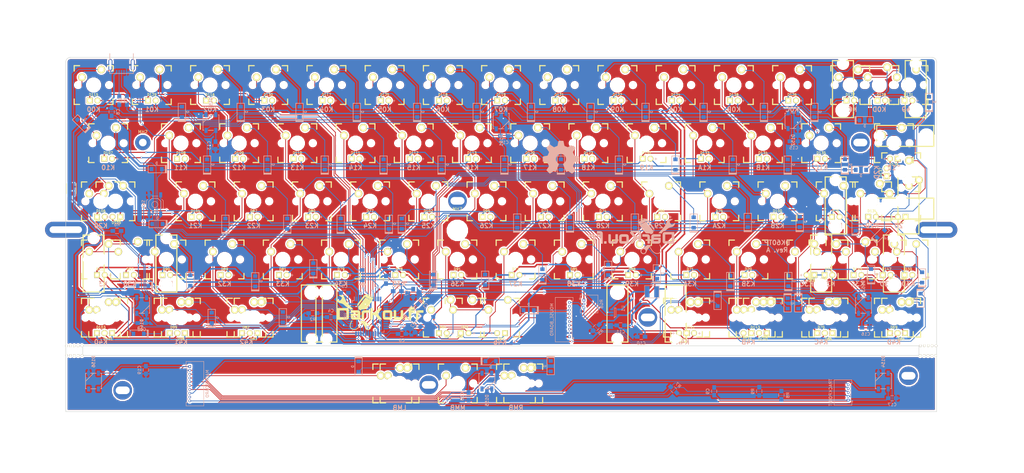
<source format=kicad_pcb>
(kicad_pcb (version 4) (host pcbnew 4.0.5+dfsg1-4)
  (title_block (title "MX/Alps HHKB") (date 2017-05-22) (rev A.1) (company DarKou))
  (layers (0 F.Cu signal) (31 B.Cu signal) (34 B.Paste user) (35 F.Paste user) (36 B.SilkS user) (37 F.SilkS user hide) (38 B.Mask user) (39 F.Mask user) (44 Edge.Cuts user))
  (net 0 "")
  (net 1 GND)
  (net 2 "Net-(C8-Pad1)")
  (net 3 "Net-(D1-Pad2)")
  (net 4 "Net-(D2-Pad2)")
  (net 5 "Net-(D3-Pad2)")
  (net 6 "Net-(D4-Pad2)")
  (net 7 "Net-(D5-Pad2)")
  (net 8 "Net-(D6-Pad2)")
  (net 9 "Net-(D7-Pad2)")
  (net 10 "Net-(D8-Pad2)")
  (net 11 "Net-(D9-Pad2)")
  (net 12 "Net-(D10-Pad2)")
  (net 13 "Net-(D11-Pad2)")
  (net 14 "Net-(D12-Pad2)")
  (net 15 "Net-(D13-Pad2)")
  (net 16 "Net-(D14-Pad2)")
  (net 17 "Net-(D15-Pad2)")
  (net 18 "Net-(D16-Pad2)")
  (net 19 "Net-(D17-Pad2)")
  (net 20 "Net-(D18-Pad2)")
  (net 21 "Net-(D19-Pad2)")
  (net 22 "Net-(D21-Pad2)")
  (net 23 "Net-(D22-Pad2)")
  (net 24 "Net-(D23-Pad2)")
  (net 25 "Net-(D24-Pad2)")
  (net 26 "Net-(D26-Pad2)")
  (net 27 "Net-(D27-Pad2)")
  (net 28 "Net-(D28-Pad2)")
  (net 29 "Net-(D29-Pad2)")
  (net 30 "Net-(D31-Pad2)")
  (net 31 "Net-(D32-Pad2)")
  (net 32 "Net-(D33-Pad2)")
  (net 33 "Net-(D34-Pad2)")
  (net 34 "Net-(D35-Pad2)")
  (net 35 "Net-(D36-Pad2)")
  (net 36 "Net-(D37-Pad2)")
  (net 37 "Net-(D38-Pad2)")
  (net 38 "Net-(D39-Pad2)")
  (net 39 "Net-(D40-Pad2)")
  (net 40 "Net-(D41-Pad2)")
  (net 41 "Net-(D42-Pad2)")
  (net 42 "Net-(D43-Pad2)")
  (net 43 "Net-(D44-Pad2)")
  (net 44 "Net-(D45-Pad2)")
  (net 45 "Net-(D46-Pad2)")
  (net 46 "Net-(D47-Pad2)")
  (net 47 "Net-(D48-Pad2)")
  (net 48 "Net-(D49-Pad2)")
  (net 49 "Net-(D50-Pad2)")
  (net 50 "Net-(D51-Pad2)")
  (net 51 "Net-(D52-Pad2)")
  (net 52 "Net-(D53-Pad2)")
  (net 53 "Net-(D54-Pad2)")
  (net 54 "Net-(D55-Pad2)")
  (net 55 "Net-(D56-Pad2)")
  (net 56 "Net-(D57-Pad2)")
  (net 57 "Net-(D58-Pad2)")
  (net 58 "Net-(D59-Pad2)")
  (net 59 "Net-(D60-Pad2)")
  (net 60 "Net-(J1-Pad2)")
  (net 61 "Net-(J1-Pad3)")
  (net 62 "Net-(J1-Pad4)")
  (net 63 "Net-(R3-Pad1)")
  (net 64 "Net-(R4-Pad2)")
  (net 65 "Net-(U0-Pad42)")
  (net 66 "Net-(LD1-Pad2)")
  (net 67 D2)
  (net 68 D5)
  (net 69 "Net-(D61-Pad2)")
  (net 70 "Net-(D62-Pad2)")
  (net 71 "Net-(D63-Pad2)")
  (net 72 "Net-(U0-Pad41)")
  (net 73 "Net-(D64-Pad2)")
  (net 74 "Net-(D65-Pad2)")
  (net 75 "Net-(D66-Pad2)")
  (net 76 "Net-(D67-Pad2)")
  (net 77 "Net-(D68-Pad2)")
  (net 78 "Net-(R2-Pad2)")
  (net 79 VCC)
  (net 80 "Net-(C9-Pad1)")
  (net 81 LED_AN)
  (net 82 "Net-(L1-Pad1)")
  (net 83 LED_CATH)
  (net 84 BACKLIT)
  (net 85 CAPS_LED)
  (net 86 Row4)
  (net 87 Col3)
  (net 88 Col4)
  (net 89 Col5)
  (net 90 Row0)
  (net 91 Row1)
  (net 92 Row2)
  (net 93 Row3)
  (net 94 Col0)
  (net 95 Col1)
  (net 96 Col2)
  (net 97 ColD)
  (net 98 ColC)
  (net 99 Col6)
  (net 100 Col7)
  (net 101 Col8)
  (net 102 Col9)
  (net 103 ColA)
  (net 104 ColB)
  (net 105 "Net-(K50-Pad2)")
  (net 106 "Net-(K50-Pad1)")
  (net 107 RESET)
  (net 108 XTAL1)
  (net 109 XTAL2)
  (net 110 "Net-(MH2-Pad1)")
  (net 111 "Net-(X1-Pad3)")
  (net 112 "Net-(MH7-Pad1)")
  (net 113 RGB)
  (net 114 "Net-(D149-Pad2)")
  (net 115 "Net-(D150-Pad2)")
  (net 116 "Net-(D151-Pad2)")
  (net 117 "Net-(D152-Pad2)")
  (net 118 DOUT)
  (net 119 "Net-(DM34-Pad2)")
  (net 120 "Net-(DM44-Pad2)")
  (net 121 "Net-(DM54-Pad2)")
  (net 122 /TRACKPOINT/D5)
  (net 123 /TRACKPOINT/D2)
  (net 124 /TRACKPOINT/Col3)
  (net 125 /TRACKPOINT/Col4)
  (net 126 /TRACKPOINT/Col5)
  (net 127 /TRACKPOINT/Row4)
  (net 128 /TRACKPOINT/RGB)
  (net 129 "Net-(D154-Pad2)")
  (net 130 "Net-(D155-Pad2)")
  (net 131 "Net-(D156-Pad2)")
  (net 132 "Net-(P1-Pad9)")
  (net 133 "Net-(P2-Pad9)")
  (module Footprint:Mx_100 (layer F.Cu) (at 138.23922 128.71429)
    (fp_text reference KM340 hide)
    (fp_text value LMB (at 0 8) (layer B.SilkS) (effects (font (thickness 0.3048)) (justify mirror)))
    (pad HOLE np_thru_hole circle (at 0 0) (size 3.9878 3.9878) (drill 3.9878) (layers *.Cu))
    (pad HOLE np_thru_hole circle (at -5.08 0) (size 1.7018 1.7018) (drill 1.7018) (layers *.Cu))
    (pad HOLE np_thru_hole circle (at 5.08 0) (size 1.7018 1.7018) (drill 1.7018) (layers *.Cu))
    (pad 1 thru_hole circle (at -3.81 -2.54 330.95) (size 2.5 2.5) (drill 1.5) (layers *.Cu *.Mask F.SilkS) (net 124 /TRACKPOINT/Col3))
    (pad 2 thru_hole circle (at 2.54 -5.08 356.1) (size 2.5 2.5) (drill 1.5) (layers *.Cu *.Mask F.SilkS) (net 119 "Net-(DM34-Pad2)"))
  )
  (module Footprint:BreakHoles (layer F.Cu) (at 311.20172 119.54804 90)
    (fp_text reference M2)
    (fp_text value MISC)
    (pad "" np_thru_hole circle (at 0 0 90) (size 0.8 0.8) (drill 0.7) (layers *.Cu *.Mask F.SilkS))
    (pad "" np_thru_hole circle (at 0 -1.27 90) (size 0.8 0.8) (drill 0.7) (layers *.Cu *.Mask F.SilkS))
    (pad "" np_thru_hole circle (at 0 -2.54 90) (size 0.8 0.8) (drill 0.7) (layers *.Cu *.Mask F.SilkS))
    (pad "" np_thru_hole circle (at 0 1.27 90) (size 0.8 0.8) (drill 0.7) (layers *.Cu *.Mask F.SilkS))
    (pad "" np_thru_hole circle (at 0 2.54 90) (size 0.8 0.8) (drill 0.7) (layers *.Cu *.Mask F.SilkS))
  )
  (module Footprint:MXST (layer F.Cu) (at 114.3 107.15625 180)
    (fp_text reference MXST hide)
    (fp_text value VAL** hide)
    (pad "" np_thru_hole circle (at 0 -6.985 180) (size 3.048 3.048) (drill 3.048) (layers *.Cu *.Mask))
    (pad "" np_thru_hole circle (at 0 8.255 180) (size 3.9802 3.9802) (drill 3.9802) (layers *.Cu *.Mask))
  )
  (module Footprint:MXST (layer F.Cu) (at 228.6 107.15625 180)
    (fp_text reference MXST hide)
    (fp_text value VAL** hide)
    (pad "" np_thru_hole circle (at 0 -6.985 180) (size 3.048 3.048) (drill 3.048) (layers *.Cu *.Mask))
    (pad "" np_thru_hole circle (at 0 8.255 180) (size 3.9802 3.9802) (drill 3.9802) (layers *.Cu *.Mask))
  )
  (module Footprint:MXST (layer F.Cu) (at 209.55 107.15625 180)
    (fp_text reference MXST hide)
    (fp_text value VAL** hide)
    (pad "" np_thru_hole circle (at 0 -6.985 180) (size 3.048 3.048) (drill 3.048) (layers *.Cu *.Mask))
    (pad "" np_thru_hole circle (at 0 8.255 180) (size 3.9802 3.9802) (drill 3.9802) (layers *.Cu *.Mask))
  )
  (module Footprint:MXST (layer F.Cu) (at 109.5375 107.15625 180)
    (fp_text reference MXST hide)
    (fp_text value VAL** hide)
    (pad "" np_thru_hole circle (at 0 -6.985 180) (size 3.048 3.048) (drill 3.048) (layers *.Cu *.Mask))
    (pad "" np_thru_hole circle (at 0 8.255 180) (size 3.9802 3.9802) (drill 3.9802) (layers *.Cu *.Mask))
  )
  (module Footprint:MXST (layer F.Cu) (at 300.0375 88.10625)
    (fp_text reference MXST hide)
    (fp_text value VAL** hide)
    (pad "" np_thru_hole circle (at 0 -6.985) (size 3.048 3.048) (drill 3.048) (layers *.Cu *.Mask))
    (pad "" np_thru_hole circle (at 0 8.255) (size 3.9802 3.9802) (drill 3.9802) (layers *.Cu *.Mask))
  )
  (module Footprint:MXST (layer F.Cu) (at 276.225 88.10625)
    (fp_text reference MXST hide)
    (fp_text value VAL** hide)
    (pad "" np_thru_hole circle (at 0 -6.985) (size 3.048 3.048) (drill 3.048) (layers *.Cu *.Mask))
    (pad "" np_thru_hole circle (at 0 8.255) (size 3.9802 3.9802) (drill 3.9802) (layers *.Cu *.Mask))
  )
  (module Footprint:MXST (layer F.Cu) (at 302.41875 47.62625 90)
    (fp_text reference MXST hide)
    (fp_text value VAL** hide)
    (pad "" np_thru_hole circle (at 0 -6.985 90) (size 3.048 3.048) (drill 3.048) (layers *.Cu *.Mask))
    (pad "" np_thru_hole circle (at 0 8.255 90) (size 3.9802 3.9802) (drill 3.9802) (layers *.Cu *.Mask))
  )
  (module Footprint:MXST (layer F.Cu) (at 302.41875 71.4375 90)
    (fp_text reference MXST hide)
    (fp_text value VAL** hide)
    (pad "" np_thru_hole circle (at 0 -6.985 90) (size 3.048 3.048) (drill 3.048) (layers *.Cu *.Mask))
    (pad "" np_thru_hole circle (at 0 8.255 90) (size 3.9802 3.9802) (drill 3.9802) (layers *.Cu *.Mask))
  )
  (module Footprint:MXST (layer F.Cu) (at 280.9875 69.05625)
    (fp_text reference MXST hide)
    (fp_text value VAL** hide)
    (pad "" np_thru_hole circle (at 0 -6.985) (size 3.048 3.048) (drill 3.048) (layers *.Cu *.Mask))
    (pad "" np_thru_hole circle (at 0 8.255) (size 3.9802 3.9802) (drill 3.9802) (layers *.Cu *.Mask))
  )
  (module Footprint:MXST (layer F.Cu) (at 304.8 69.05625)
    (fp_text reference MXST hide)
    (fp_text value VAL** hide)
    (pad "" np_thru_hole circle (at 0 -6.985) (size 3.048 3.048) (drill 3.048) (layers *.Cu *.Mask))
    (pad "" np_thru_hole circle (at 0 8.255) (size 3.9802 3.9802) (drill 3.9802) (layers *.Cu *.Mask))
  )
  (module Footprint:MXST (layer F.Cu) (at 307.18125 30.95625)
    (fp_text reference MXST hide)
    (fp_text value VAL** hide)
    (pad "" np_thru_hole circle (at 0 -6.985) (size 3.048 3.048) (drill 3.048) (layers *.Cu *.Mask))
    (pad "" np_thru_hole circle (at 0 8.255) (size 3.9802 3.9802) (drill 3.9802) (layers *.Cu *.Mask))
  )
  (module Footprint:MXST (layer F.Cu) (at 283.36875 30.95625)
    (fp_text reference MXST hide)
    (fp_text value VAL** hide)
    (pad "" np_thru_hole circle (at 0 -6.985) (size 3.048 3.048) (drill 3.048) (layers *.Cu *.Mask))
    (pad "" np_thru_hole circle (at 0 8.255) (size 3.9802 3.9802) (drill 3.9802) (layers *.Cu *.Mask))
  )
  (module Footprint:MXST (layer F.Cu) (at 61.9125 88.10625)
    (fp_text reference MXST hide)
    (fp_text value VAL** hide)
    (pad "" np_thru_hole circle (at 0 -6.985) (size 3.048 3.048) (drill 3.048) (layers *.Cu *.Mask))
    (pad "" np_thru_hole circle (at 0 8.255) (size 3.9802 3.9802) (drill 3.9802) (layers *.Cu *.Mask))
  )
  (module Capacitors_SMD:C_0805_HandSoldering (layer B.Cu) (at 145.21172 101.81304 45)
    (fp_text reference C1 (at 0 2.1 45) (layer B.SilkS) (effects (justify mirror)))
    (fp_text value 22p)
    (pad 1 smd rect (at -1.25 0 45) (size 1.5 1.25) (layers B.Cu B.Paste B.Mask) (net 108 XTAL1))
    (pad 2 smd rect (at 1.25 0 45) (size 1.5 1.25) (layers B.Cu B.Paste B.Mask) (net 1 GND))
  )
  (module Capacitors_SMD:C_0805_HandSoldering (layer B.Cu) (at 144.21172 111.06304 225)
    (fp_text reference C2 (at 0 2.1 225) (layer B.SilkS) (effects (justify mirror)))
    (fp_text value 22p)
    (pad 1 smd rect (at -1.25 0 225) (size 1.5 1.25) (layers B.Cu B.Paste B.Mask) (net 109 XTAL2))
    (pad 2 smd rect (at 1.25 0 225) (size 1.5 1.25) (layers B.Cu B.Paste B.Mask) (net 1 GND))
  )
  (module Capacitors_SMD:C_0805_HandSoldering (layer B.Cu) (at 133.7875 94.7575 90)
    (fp_text reference C3 (at 0 2.1 90) (layer B.SilkS) (effects (justify mirror)))
    (fp_text value 0.1u hide)
    (pad 1 smd rect (at -1.25 0 90) (size 1.5 1.25) (layers B.Cu B.Paste B.Mask) (net 79 VCC))
    (pad 2 smd rect (at 1.25 0 90) (size 1.5 1.25) (layers B.Cu B.Paste B.Mask) (net 1 GND))
  )
  (module Capacitors_SMD:C_0805_HandSoldering (layer B.Cu) (at 115.75 107 180)
    (fp_text reference C4 (at 0 2.1 180) (layer B.SilkS) (effects (justify mirror)))
    (fp_text value 0.1u hide)
    (pad 1 smd rect (at -1.25 0 180) (size 1.5 1.25) (layers B.Cu B.Paste B.Mask) (net 79 VCC))
    (pad 2 smd rect (at 1.25 0 180) (size 1.5 1.25) (layers B.Cu B.Paste B.Mask) (net 1 GND))
  )
  (module Capacitors_SMD:C_0805_HandSoldering (layer B.Cu) (at 120.25 99 180)
    (fp_text reference C5 (at 0 2.1 180) (layer B.SilkS) (effects (justify mirror)))
    (fp_text value 0.1u)
    (pad 1 smd rect (at -1.25 0 180) (size 1.5 1.25) (layers B.Cu B.Paste B.Mask) (net 79 VCC))
    (pad 2 smd rect (at 1.25 0 180) (size 1.5 1.25) (layers B.Cu B.Paste B.Mask) (net 1 GND))
  )
  (module Capacitors_SMD:C_0805_HandSoldering (layer B.Cu) (at 139 112.5)
    (fp_text reference C6 (at 0 2.1) (layer B.SilkS) (effects (justify mirror)))
    (fp_text value 0.1u)
    (pad 1 smd rect (at -1.25 0) (size 1.5 1.25) (layers B.Cu B.Paste B.Mask) (net 79 VCC))
    (pad 2 smd rect (at 1.25 0) (size 1.5 1.25) (layers B.Cu B.Paste B.Mask) (net 1 GND))
  )
  (module Capacitors_SMD:C_0805_HandSoldering (layer B.Cu) (at 142.71172 99.06304 270)
    (fp_text reference C7 (at 0 2.1 270) (layer B.SilkS) (effects (justify mirror)))
    (fp_text value 4.7u)
    (pad 1 smd rect (at -1.25 0 270) (size 1.5 1.25) (layers B.Cu B.Paste B.Mask) (net 79 VCC))
    (pad 2 smd rect (at 1.25 0 270) (size 1.5 1.25) (layers B.Cu B.Paste B.Mask) (net 1 GND))
  )
  (module Capacitors_SMD:C_0805_HandSoldering (layer B.Cu) (at 44 39.75 90)
    (fp_text reference C8 (at 0 2.1 90) (layer B.SilkS) (effects (justify mirror)))
    (fp_text value 1u)
    (pad 1 smd rect (at -1.25 0 90) (size 1.5 1.25) (layers B.Cu B.Paste B.Mask) (net 2 "Net-(C8-Pad1)"))
    (pad 2 smd rect (at 1.25 0 90) (size 1.5 1.25) (layers B.Cu B.Paste B.Mask) (net 1 GND))
  )
  (module Capacitors_SMD:C_0805_HandSoldering (layer B.Cu) (at 241.21172 131.31304 270)
    (fp_text reference C9 (at 0 2.1 270) (layer B.SilkS) (effects (justify mirror)))
    (fp_text value 2.2u)
    (pad 1 smd rect (at -1.25 0 270) (size 1.5 1.25) (layers B.Cu B.Paste B.Mask) (net 80 "Net-(C9-Pad1)"))
    (pad 2 smd rect (at 1.25 0 270) (size 1.5 1.25) (layers B.Cu B.Paste B.Mask) (net 79 VCC))
  )
  (module Footprint:D_SOD123 (layer B.Cu) (at 34 43.5 135)
    (fp_text reference D1 hide)
    (fp_text value D (at 0 1.925 135) (layer B.SilkS) (effects (font (size 0.8 0.8)) (justify mirror)))
    (pad 2 smd rect (at 1.7 0 135) (size 1.2 1.4) (layers B.Cu B.Paste B.Mask) (net 3 "Net-(D1-Pad2)"))
    (pad 1 smd rect (at -1.7 0 135) (size 1.2 1.4) (layers B.Cu B.Paste B.Mask) (net 90 Row0))
  )
  (module Footprint:D_SOD123 (layer B.Cu) (at 58.75 58.5 180)
    (fp_text reference D2 hide)
    (fp_text value D (at 0 1.925 180) (layer B.SilkS) (effects (font (size 0.8 0.8)) (justify mirror)))
    (pad 2 smd rect (at 1.7 0 180) (size 1.2 1.4) (layers B.Cu B.Paste B.Mask) (net 4 "Net-(D2-Pad2)"))
    (pad 1 smd rect (at -1.7 0 180) (size 1.2 1.4) (layers B.Cu B.Paste B.Mask) (net 91 Row1))
  )
  (module Footprint:D_SOD123 (layer B.Cu) (at 59 76.5 180)
    (fp_text reference D3 hide)
    (fp_text value D (at 0 1.925 180) (layer B.SilkS) (effects (font (size 0.8 0.8)) (justify mirror)))
    (pad 2 smd rect (at 1.7 0 180) (size 1.2 1.4) (layers B.Cu B.Paste B.Mask) (net 5 "Net-(D3-Pad2)"))
    (pad 1 smd rect (at -1.7 0 180) (size 1.2 1.4) (layers B.Cu B.Paste B.Mask) (net 92 Row2))
  )
  (module Footprint:D_SOD123 (layer B.Cu) (at 54.25 96.75 180)
    (fp_text reference D4 hide)
    (fp_text value D (at 0 1.925 180) (layer B.SilkS) (effects (font (size 0.8 0.8)) (justify mirror)))
    (pad 2 smd rect (at 1.7 0 180) (size 1.2 1.4) (layers B.Cu B.Paste B.Mask) (net 6 "Net-(D4-Pad2)"))
    (pad 1 smd rect (at -1.7 0 180) (size 1.2 1.4) (layers B.Cu B.Paste B.Mask) (net 93 Row3))
  )
  (module Footprint:D_SOD123 (layer B.Cu) (at 52.82172 112.44304 180)
    (fp_text reference D5 hide)
    (fp_text value D (at 0 1.925 180) (layer B.SilkS) (effects (font (size 0.8 0.8)) (justify mirror)))
    (pad 2 smd rect (at 1.7 0 180) (size 1.2 1.4) (layers B.Cu B.Paste B.Mask) (net 7 "Net-(D5-Pad2)"))
    (pad 1 smd rect (at -1.7 0 180) (size 1.2 1.4) (layers B.Cu B.Paste B.Mask) (net 86 Row4))
  )
  (module Footprint:D_SOD123 (layer B.Cu) (at 67 39.75 90)
    (fp_text reference D6 hide)
    (fp_text value D (at 0 1.925 90) (layer B.SilkS) (effects (font (size 0.8 0.8)) (justify mirror)))
    (pad 2 smd rect (at 1.7 0 90) (size 1.2 1.4) (layers B.Cu B.Paste B.Mask) (net 8 "Net-(D6-Pad2)"))
    (pad 1 smd rect (at -1.7 0 90) (size 1.2 1.4) (layers B.Cu B.Paste B.Mask) (net 90 Row0))
  )
  (module Footprint:D_SOD123 (layer B.Cu) (at 75.25 57 90)
    (fp_text reference D7 hide)
    (fp_text value D (at 0 1.925 90) (layer B.SilkS) (effects (font (size 0.8 0.8)) (justify mirror)))
    (pad 2 smd rect (at 1.7 0 90) (size 1.2 1.4) (layers B.Cu B.Paste B.Mask) (net 9 "Net-(D7-Pad2)"))
    (pad 1 smd rect (at -1.7 0 90) (size 1.2 1.4) (layers B.Cu B.Paste B.Mask) (net 91 Row1))
  )
  (module Footprint:D_SOD123 (layer B.Cu) (at 81.22875 76.40625 90)
    (fp_text reference D8 hide)
    (fp_text value D (at 0 1.925 90) (layer B.SilkS) (effects (font (size 0.8 0.8)) (justify mirror)))
    (pad 2 smd rect (at 1.7 0 90) (size 1.2 1.4) (layers B.Cu B.Paste B.Mask) (net 10 "Net-(D8-Pad2)"))
    (pad 1 smd rect (at -1.7 0 90) (size 1.2 1.4) (layers B.Cu B.Paste B.Mask) (net 92 Row2))
  )
  (module Footprint:D_SOD123 (layer B.Cu) (at 69.75 95 90)
    (fp_text reference D9 hide)
    (fp_text value D (at 0 1.925 90) (layer B.SilkS) (effects (font (size 0.8 0.8)) (justify mirror)))
    (pad 2 smd rect (at 1.7 0 90) (size 1.2 1.4) (layers B.Cu B.Paste B.Mask) (net 11 "Net-(D9-Pad2)"))
    (pad 1 smd rect (at -1.7 0 90) (size 1.2 1.4) (layers B.Cu B.Paste B.Mask) (net 93 Row3))
  )
  (module Footprint:D_SOD123 (layer B.Cu) (at 76.75 107.25 90)
    (fp_text reference D10 hide)
    (fp_text value D (at 0 1.925 90) (layer B.SilkS) (effects (font (size 0.8 0.8)) (justify mirror)))
    (pad 2 smd rect (at 1.7 0 90) (size 1.2 1.4) (layers B.Cu B.Paste B.Mask) (net 12 "Net-(D10-Pad2)"))
    (pad 1 smd rect (at -1.7 0 90) (size 1.2 1.4) (layers B.Cu B.Paste B.Mask) (net 86 Row4))
  )
  (module Footprint:D_SOD123 (layer B.Cu) (at 86.25 39.75 90)
    (fp_text reference D11 hide)
    (fp_text value D (at 0 1.925 90) (layer B.SilkS) (effects (font (size 0.8 0.8)) (justify mirror)))
    (pad 2 smd rect (at 1.7 0 90) (size 1.2 1.4) (layers B.Cu B.Paste B.Mask) (net 13 "Net-(D11-Pad2)"))
    (pad 1 smd rect (at -1.7 0 90) (size 1.2 1.4) (layers B.Cu B.Paste B.Mask) (net 90 Row0))
  )
  (module Footprint:D_SOD123 (layer B.Cu) (at 95 57 90)
    (fp_text reference D12 hide)
    (fp_text value D (at 0 1.925 90) (layer B.SilkS) (effects (font (size 0.8 0.8)) (justify mirror)))
    (pad 2 smd rect (at 1.7 0 90) (size 1.2 1.4) (layers B.Cu B.Paste B.Mask) (net 14 "Net-(D12-Pad2)"))
    (pad 1 smd rect (at -1.7 0 90) (size 1.2 1.4) (layers B.Cu B.Paste B.Mask) (net 91 Row1))
  )
  (module Footprint:D_SOD123 (layer B.Cu) (at 101.47875 76.40625 90)
    (fp_text reference D13 hide)
    (fp_text value D (at 0 1.925 90) (layer B.SilkS) (effects (font (size 0.8 0.8)) (justify mirror)))
    (pad 2 smd rect (at 1.7 0 90) (size 1.2 1.4) (layers B.Cu B.Paste B.Mask) (net 15 "Net-(D13-Pad2)"))
    (pad 1 smd rect (at -1.7 0 90) (size 1.2 1.4) (layers B.Cu B.Paste B.Mask) (net 92 Row2))
  )
  (module Footprint:D_SOD123 (layer B.Cu) (at 91 95.25 90)
    (fp_text reference D14 hide)
    (fp_text value D (at 0 1.925 90) (layer B.SilkS) (effects (font (size 0.8 0.8)) (justify mirror)))
    (pad 2 smd rect (at 1.7 0 90) (size 1.2 1.4) (layers B.Cu B.Paste B.Mask) (net 16 "Net-(D14-Pad2)"))
    (pad 1 smd rect (at -1.7 0 90) (size 1.2 1.4) (layers B.Cu B.Paste B.Mask) (net 93 Row3))
  )
  (module Footprint:D_SOD123 (layer B.Cu) (at 100.0375 107.0075 90)
    (fp_text reference D15 hide)
    (fp_text value D (at 0 1.925 90) (layer B.SilkS) (effects (font (size 0.8 0.8)) (justify mirror)))
    (pad 2 smd rect (at 1.7 0 90) (size 1.2 1.4) (layers B.Cu B.Paste B.Mask) (net 17 "Net-(D15-Pad2)"))
    (pad 1 smd rect (at -1.7 0 90) (size 1.2 1.4) (layers B.Cu B.Paste B.Mask) (net 86 Row4))
  )
  (module Footprint:D_SOD123 (layer B.Cu) (at 105.5 39.75 90)
    (fp_text reference D16 hide)
    (fp_text value D (at 0 1.925 90) (layer B.SilkS) (effects (font (size 0.8 0.8)) (justify mirror)))
    (pad 2 smd rect (at 1.7 0 90) (size 1.2 1.4) (layers B.Cu B.Paste B.Mask) (net 18 "Net-(D16-Pad2)"))
    (pad 1 smd rect (at -1.7 0 90) (size 1.2 1.4) (layers B.Cu B.Paste B.Mask) (net 90 Row0))
  )
  (module Footprint:D_SOD123 (layer B.Cu) (at 113.75 57 90)
    (fp_text reference D17 hide)
    (fp_text value D (at 0 1.925 90) (layer B.SilkS) (effects (font (size 0.8 0.8)) (justify mirror)))
    (pad 2 smd rect (at 1.7 0 90) (size 1.2 1.4) (layers B.Cu B.Paste B.Mask) (net 19 "Net-(D17-Pad2)"))
    (pad 1 smd rect (at -1.7 0 90) (size 1.2 1.4) (layers B.Cu B.Paste B.Mask) (net 91 Row1))
  )
  (module Footprint:D_SOD123 (layer B.Cu) (at 118.97875 76.40625 90)
    (fp_text reference D18 hide)
    (fp_text value D (at 0 1.925 90) (layer B.SilkS) (effects (font (size 0.8 0.8)) (justify mirror)))
    (pad 2 smd rect (at 1.7 0 90) (size 1.2 1.4) (layers B.Cu B.Paste B.Mask) (net 20 "Net-(D18-Pad2)"))
    (pad 1 smd rect (at -1.7 0 90) (size 1.2 1.4) (layers B.Cu B.Paste B.Mask) (net 92 Row2))
  )
  (module Footprint:D_SOD123 (layer B.Cu) (at 110 91 90)
    (fp_text reference D19 hide)
    (fp_text value D (at 0 1.925 90) (layer B.SilkS) (effects (font (size 0.8 0.8)) (justify mirror)))
    (pad 2 smd rect (at 1.7 0 90) (size 1.2 1.4) (layers B.Cu B.Paste B.Mask) (net 21 "Net-(D19-Pad2)"))
    (pad 1 smd rect (at -1.7 0 90) (size 1.2 1.4) (layers B.Cu B.Paste B.Mask) (net 93 Row3))
  )
  (module Footprint:D_SOD123 (layer B.Cu) (at 124.25 39.75 90)
    (fp_text reference D21 hide)
    (fp_text value D (at 0 1.925 90) (layer B.SilkS) (effects (font (size 0.8 0.8)) (justify mirror)))
    (pad 2 smd rect (at 1.7 0 90) (size 1.2 1.4) (layers B.Cu B.Paste B.Mask) (net 22 "Net-(D21-Pad2)"))
    (pad 1 smd rect (at -1.7 0 90) (size 1.2 1.4) (layers B.Cu B.Paste B.Mask) (net 90 Row0))
  )
  (module Footprint:D_SOD123 (layer B.Cu) (at 133 57 90)
    (fp_text reference D22 hide)
    (fp_text value D (at 0 1.925 90) (layer B.SilkS) (effects (font (size 0.8 0.8)) (justify mirror)))
    (pad 2 smd rect (at 1.7 0 90) (size 1.2 1.4) (layers B.Cu B.Paste B.Mask) (net 23 "Net-(D22-Pad2)"))
    (pad 1 smd rect (at -1.7 0 90) (size 1.2 1.4) (layers B.Cu B.Paste B.Mask) (net 91 Row1))
  )
  (module Footprint:D_SOD123 (layer B.Cu) (at 134.72875 76.40625 90)
    (fp_text reference D23 hide)
    (fp_text value D (at 0 1.925 90) (layer B.SilkS) (effects (font (size 0.8 0.8)) (justify mirror)))
    (pad 2 smd rect (at 1.7 0 90) (size 1.2 1.4) (layers B.Cu B.Paste B.Mask) (net 24 "Net-(D23-Pad2)"))
    (pad 1 smd rect (at -1.7 0 90) (size 1.2 1.4) (layers B.Cu B.Paste B.Mask) (net 92 Row2))
  )
  (module Footprint:D_SOD123 (layer B.Cu) (at 126 93.25 90)
    (fp_text reference D24 hide)
    (fp_text value D (at 0 1.925 90) (layer B.SilkS) (effects (font (size 0.8 0.8)) (justify mirror)))
    (pad 2 smd rect (at 1.7 0 90) (size 1.2 1.4) (layers B.Cu B.Paste B.Mask) (net 25 "Net-(D24-Pad2)"))
    (pad 1 smd rect (at -1.7 0 90) (size 1.2 1.4) (layers B.Cu B.Paste B.Mask) (net 93 Row3))
  )
  (module Footprint:D_SOD123 (layer B.Cu) (at 144 39.75 90)
    (fp_text reference D26 hide)
    (fp_text value D (at 0 1.925 90) (layer B.SilkS) (effects (font (size 0.8 0.8)) (justify mirror)))
    (pad 2 smd rect (at 1.7 0 90) (size 1.2 1.4) (layers B.Cu B.Paste B.Mask) (net 26 "Net-(D26-Pad2)"))
    (pad 1 smd rect (at -1.7 0 90) (size 1.2 1.4) (layers B.Cu B.Paste B.Mask) (net 90 Row0))
  )
  (module Footprint:D_SOD123 (layer B.Cu) (at 152 57 90)
    (fp_text reference D27 hide)
    (fp_text value D (at 0 1.925 90) (layer B.SilkS) (effects (font (size 0.8 0.8)) (justify mirror)))
    (pad 2 smd rect (at 1.7 0 90) (size 1.2 1.4) (layers B.Cu B.Paste B.Mask) (net 27 "Net-(D27-Pad2)"))
    (pad 1 smd rect (at -1.7 0 90) (size 1.2 1.4) (layers B.Cu B.Paste B.Mask) (net 91 Row1))
  )
  (module Footprint:D_SOD123 (layer B.Cu) (at 138.97875 76.40625 90)
    (fp_text reference D28 hide)
    (fp_text value D (at 0 1.925 90) (layer B.SilkS) (effects (font (size 0.8 0.8)) (justify mirror)))
    (pad 2 smd rect (at 1.7 0 90) (size 1.2 1.4) (layers B.Cu B.Paste B.Mask) (net 28 "Net-(D28-Pad2)"))
    (pad 1 smd rect (at -1.7 0 90) (size 1.2 1.4) (layers B.Cu B.Paste B.Mask) (net 92 Row2))
  )
  (module Footprint:D_SOD123 (layer B.Cu) (at 149.25 94.75 90)
    (fp_text reference D29 hide)
    (fp_text value D (at 0 1.925 90) (layer B.SilkS) (effects (font (size 0.8 0.8)) (justify mirror)))
    (pad 2 smd rect (at 1.7 0 90) (size 1.2 1.4) (layers B.Cu B.Paste B.Mask) (net 29 "Net-(D29-Pad2)"))
    (pad 1 smd rect (at -1.7 0 90) (size 1.2 1.4) (layers B.Cu B.Paste B.Mask) (net 93 Row3))
  )
  (module Footprint:D_SOD123 (layer B.Cu) (at 163.5 39.75 90)
    (fp_text reference D31 hide)
    (fp_text value D (at 0 1.925 90) (layer B.SilkS) (effects (font (size 0.8 0.8)) (justify mirror)))
    (pad 2 smd rect (at 1.7 0 90) (size 1.2 1.4) (layers B.Cu B.Paste B.Mask) (net 30 "Net-(D31-Pad2)"))
    (pad 1 smd rect (at -1.7 0 90) (size 1.2 1.4) (layers B.Cu B.Paste B.Mask) (net 90 Row0))
  )
  (module Footprint:D_SOD123 (layer B.Cu) (at 172.5375 57.0075 90)
    (fp_text reference D32 hide)
    (fp_text value D (at 0 1.925 90) (layer B.SilkS) (effects (font (size 0.8 0.8)) (justify mirror)))
    (pad 2 smd rect (at 1.7 0 90) (size 1.2 1.4) (layers B.Cu B.Paste B.Mask) (net 31 "Net-(D32-Pad2)"))
    (pad 1 smd rect (at -1.7 0 90) (size 1.2 1.4) (layers B.Cu B.Paste B.Mask) (net 91 Row1))
  )
  (module Footprint:D_SOD123 (layer B.Cu) (at 176.75 76 90)
    (fp_text reference D33 hide)
    (fp_text value D (at 0 1.925 90) (layer B.SilkS) (effects (font (size 0.8 0.8)) (justify mirror)))
    (pad 2 smd rect (at 1.7 0 90) (size 1.2 1.4) (layers B.Cu B.Paste B.Mask) (net 32 "Net-(D33-Pad2)"))
    (pad 1 smd rect (at -1.7 0 90) (size 1.2 1.4) (layers B.Cu B.Paste B.Mask) (net 92 Row2))
  )
  (module Footprint:D_SOD123 (layer B.Cu) (at 166.25 94.75 90)
    (fp_text reference D34 hide)
    (fp_text value D (at 0 1.925 90) (layer B.SilkS) (effects (font (size 0.8 0.8)) (justify mirror)))
    (pad 2 smd rect (at 1.7 0 90) (size 1.2 1.4) (layers B.Cu B.Paste B.Mask) (net 33 "Net-(D34-Pad2)"))
    (pad 1 smd rect (at -1.7 0 90) (size 1.2 1.4) (layers B.Cu B.Paste B.Mask) (net 93 Row3))
  )
  (module Footprint:D_SOD123 (layer B.Cu) (at 180.5 104.75 180)
    (fp_text reference D35 hide)
    (fp_text value D (at 0 1.925 180) (layer B.SilkS) (effects (font (size 0.8 0.8)) (justify mirror)))
    (pad 2 smd rect (at 1.7 0 180) (size 1.2 1.4) (layers B.Cu B.Paste B.Mask) (net 34 "Net-(D35-Pad2)"))
    (pad 1 smd rect (at -1.7 0 180) (size 1.2 1.4) (layers B.Cu B.Paste B.Mask) (net 86 Row4))
  )
  (module Footprint:D_SOD123 (layer B.Cu) (at 181.25 39.75 90)
    (fp_text reference D36 hide)
    (fp_text value D (at 0 1.925 90) (layer B.SilkS) (effects (font (size 0.8 0.8)) (justify mirror)))
    (pad 2 smd rect (at 1.7 0 90) (size 1.2 1.4) (layers B.Cu B.Paste B.Mask) (net 35 "Net-(D36-Pad2)"))
    (pad 1 smd rect (at -1.7 0 90) (size 1.2 1.4) (layers B.Cu B.Paste B.Mask) (net 90 Row0))
  )
  (module Footprint:D_SOD123 (layer B.Cu) (at 191.0375 57.0075 90)
    (fp_text reference D37 hide)
    (fp_text value D (at 0 1.925 90) (layer B.SilkS) (effects (font (size 0.8 0.8)) (justify mirror)))
    (pad 2 smd rect (at 1.7 0 90) (size 1.2 1.4) (layers B.Cu B.Paste B.Mask) (net 36 "Net-(D37-Pad2)"))
    (pad 1 smd rect (at -1.7 0 90) (size 1.2 1.4) (layers B.Cu B.Paste B.Mask) (net 91 Row1))
  )
  (module Footprint:D_SOD123 (layer B.Cu) (at 194 76 90)
    (fp_text reference D38 hide)
    (fp_text value D (at 0 1.925 90) (layer B.SilkS) (effects (font (size 0.8 0.8)) (justify mirror)))
    (pad 2 smd rect (at 1.7 0 90) (size 1.2 1.4) (layers B.Cu B.Paste B.Mask) (net 37 "Net-(D38-Pad2)"))
    (pad 1 smd rect (at -1.7 0 90) (size 1.2 1.4) (layers B.Cu B.Paste B.Mask) (net 92 Row2))
  )
  (module Footprint:D_SOD123 (layer B.Cu) (at 185 93 90)
    (fp_text reference D39 hide)
    (fp_text value D (at 0 1.925 90) (layer B.SilkS) (effects (font (size 0.8 0.8)) (justify mirror)))
    (pad 2 smd rect (at 1.7 0 90) (size 1.2 1.4) (layers B.Cu B.Paste B.Mask) (net 38 "Net-(D39-Pad2)"))
    (pad 1 smd rect (at -1.7 0 90) (size 1.2 1.4) (layers B.Cu B.Paste B.Mask) (net 93 Row3))
  )
  (module Footprint:D_SOD123 (layer B.Cu) (at 200.75 39.75 90)
    (fp_text reference D40 hide)
    (fp_text value D (at 0 1.925 90) (layer B.SilkS) (effects (font (size 0.8 0.8)) (justify mirror)))
    (pad 2 smd rect (at 1.7 0 90) (size 1.2 1.4) (layers B.Cu B.Paste B.Mask) (net 39 "Net-(D40-Pad2)"))
    (pad 1 smd rect (at -1.7 0 90) (size 1.2 1.4) (layers B.Cu B.Paste B.Mask) (net 90 Row0))
  )
  (module Footprint:D_SOD123 (layer B.Cu) (at 210.0375 57.0075 90)
    (fp_text reference D41 hide)
    (fp_text value D (at 0 1.925 90) (layer B.SilkS) (effects (font (size 0.8 0.8)) (justify mirror)))
    (pad 2 smd rect (at 1.7 0 90) (size 1.2 1.4) (layers B.Cu B.Paste B.Mask) (net 40 "Net-(D41-Pad2)"))
    (pad 1 smd rect (at -1.7 0 90) (size 1.2 1.4) (layers B.Cu B.Paste B.Mask) (net 91 Row1))
  )
  (module Footprint:D_SOD123 (layer B.Cu) (at 215.25 76 90)
    (fp_text reference D42 hide)
    (fp_text value D (at 0 1.925 90) (layer B.SilkS) (effects (font (size 0.8 0.8)) (justify mirror)))
    (pad 2 smd rect (at 1.7 0 90) (size 1.2 1.4) (layers B.Cu B.Paste B.Mask) (net 41 "Net-(D42-Pad2)"))
    (pad 1 smd rect (at -1.7 0 90) (size 1.2 1.4) (layers B.Cu B.Paste B.Mask) (net 92 Row2))
  )
  (module Footprint:D_SOD123 (layer B.Cu) (at 206.5 91.5 90)
    (fp_text reference D43 hide)
    (fp_text value D (at 0 1.925 90) (layer B.SilkS) (effects (font (size 0.8 0.8)) (justify mirror)))
    (pad 2 smd rect (at 1.7 0 90) (size 1.2 1.4) (layers B.Cu B.Paste B.Mask) (net 42 "Net-(D43-Pad2)"))
    (pad 1 smd rect (at -1.7 0 90) (size 1.2 1.4) (layers B.Cu B.Paste B.Mask) (net 93 Row3))
  )
  (module Footprint:D_SOD123 (layer B.Cu) (at 218.75 39.75 90)
    (fp_text reference D44 hide)
    (fp_text value D (at 0 1.925 90) (layer B.SilkS) (effects (font (size 0.8 0.8)) (justify mirror)))
    (pad 2 smd rect (at 1.7 0 90) (size 1.2 1.4) (layers B.Cu B.Paste B.Mask) (net 43 "Net-(D44-Pad2)"))
    (pad 1 smd rect (at -1.7 0 90) (size 1.2 1.4) (layers B.Cu B.Paste B.Mask) (net 90 Row0))
  )
  (module Footprint:D_SOD123 (layer B.Cu) (at 228.5375 57.0075 90)
    (fp_text reference D45 hide)
    (fp_text value D (at 0 1.925 90) (layer B.SilkS) (effects (font (size 0.8 0.8)) (justify mirror)))
    (pad 2 smd rect (at 1.7 0 90) (size 1.2 1.4) (layers B.Cu B.Paste B.Mask) (net 44 "Net-(D45-Pad2)"))
    (pad 1 smd rect (at -1.7 0 90) (size 1.2 1.4) (layers B.Cu B.Paste B.Mask) (net 91 Row1))
  )
  (module Footprint:D_SOD123 (layer B.Cu) (at 234.5 76 90)
    (fp_text reference D46 hide)
    (fp_text value D (at 0 1.925 90) (layer B.SilkS) (effects (font (size 0.8 0.8)) (justify mirror)))
    (pad 2 smd rect (at 1.7 0 90) (size 1.2 1.4) (layers B.Cu B.Paste B.Mask) (net 45 "Net-(D46-Pad2)"))
    (pad 1 smd rect (at -1.7 0 90) (size 1.2 1.4) (layers B.Cu B.Paste B.Mask) (net 92 Row2))
  )
  (module Footprint:D_SOD123 (layer B.Cu) (at 222.47875 92.65625 90)
    (fp_text reference D47 hide)
    (fp_text value D (at 0 1.925 90) (layer B.SilkS) (effects (font (size 0.8 0.8)) (justify mirror)))
    (pad 2 smd rect (at 1.7 0 90) (size 1.2 1.4) (layers B.Cu B.Paste B.Mask) (net 46 "Net-(D47-Pad2)"))
    (pad 1 smd rect (at -1.7 0 90) (size 1.2 1.4) (layers B.Cu B.Paste B.Mask) (net 93 Row3))
  )
  (module Footprint:D_SOD123 (layer B.Cu) (at 311.5 36.5 90)
    (fp_text reference D48 hide)
    (fp_text value D (at 0 1.925 90) (layer B.SilkS) (effects (font (size 0.8 0.8)) (justify mirror)))
    (pad 2 smd rect (at 1.7 0 90) (size 1.2 1.4) (layers B.Cu B.Paste B.Mask) (net 47 "Net-(D48-Pad2)"))
    (pad 1 smd rect (at -1.7 0 90) (size 1.2 1.4) (layers B.Cu B.Paste B.Mask) (net 86 Row4))
  )
  (module Footprint:D_SOD123 (layer B.Cu) (at 237.75 39.75 90)
    (fp_text reference D49 hide)
    (fp_text value D (at 0 1.925 90) (layer B.SilkS) (effects (font (size 0.8 0.8)) (justify mirror)))
    (pad 2 smd rect (at 1.7 0 90) (size 1.2 1.4) (layers B.Cu B.Paste B.Mask) (net 48 "Net-(D49-Pad2)"))
    (pad 1 smd rect (at -1.7 0 90) (size 1.2 1.4) (layers B.Cu B.Paste B.Mask) (net 90 Row0))
  )
  (module Footprint:D_SOD123 (layer B.Cu) (at 247.2875 57.0075 90)
    (fp_text reference D50 hide)
    (fp_text value D (at 0 1.925 90) (layer B.SilkS) (effects (font (size 0.8 0.8)) (justify mirror)))
    (pad 2 smd rect (at 1.7 0 90) (size 1.2 1.4) (layers B.Cu B.Paste B.Mask) (net 49 "Net-(D50-Pad2)"))
    (pad 1 smd rect (at -1.7 0 90) (size 1.2 1.4) (layers B.Cu B.Paste B.Mask) (net 91 Row1))
  )
  (module Footprint:D_SOD123 (layer B.Cu) (at 252.21172 75.81304 90)
    (fp_text reference D51 hide)
    (fp_text value D (at 0 1.925 90) (layer B.SilkS) (effects (font (size 0.8 0.8)) (justify mirror)))
    (pad 2 smd rect (at 1.7 0 90) (size 1.2 1.4) (layers B.Cu B.Paste B.Mask) (net 50 "Net-(D51-Pad2)"))
    (pad 1 smd rect (at -1.7 0 90) (size 1.2 1.4) (layers B.Cu B.Paste B.Mask) (net 92 Row2))
  )
  (module Footprint:D_SOD123 (layer B.Cu) (at 246.47875 95.15625 90)
    (fp_text reference D52 hide)
    (fp_text value D (at 0 1.925 90) (layer B.SilkS) (effects (font (size 0.8 0.8)) (justify mirror)))
    (pad 2 smd rect (at 1.7 0 90) (size 1.2 1.4) (layers B.Cu B.Paste B.Mask) (net 51 "Net-(D52-Pad2)"))
    (pad 1 smd rect (at -1.7 0 90) (size 1.2 1.4) (layers B.Cu B.Paste B.Mask) (net 93 Row3))
  )
  (module Footprint:D_SOD123 (layer B.Cu) (at 242.32172 101.69304 270)
    (fp_text reference D53 hide)
    (fp_text value D (at 0 1.925 270) (layer B.SilkS) (effects (font (size 0.8 0.8)) (justify mirror)))
    (pad 2 smd rect (at 1.7 0 270) (size 1.2 1.4) (layers B.Cu B.Paste B.Mask) (net 52 "Net-(D53-Pad2)"))
    (pad 1 smd rect (at -1.7 0 270) (size 1.2 1.4) (layers B.Cu B.Paste B.Mask) (net 86 Row4))
  )
  (module Footprint:D_SOD123 (layer B.Cu) (at 257.5 39.75 90)
    (fp_text reference D54 hide)
    (fp_text value D (at 0 1.925 90) (layer B.SilkS) (effects (font (size 0.8 0.8)) (justify mirror)))
    (pad 2 smd rect (at 1.7 0 90) (size 1.2 1.4) (layers B.Cu B.Paste B.Mask) (net 53 "Net-(D54-Pad2)"))
    (pad 1 smd rect (at -1.7 0 90) (size 1.2 1.4) (layers B.Cu B.Paste B.Mask) (net 90 Row0))
  )
  (module Footprint:D_SOD123 (layer B.Cu) (at 265.2875 57.0075 90)
    (fp_text reference D55 hide)
    (fp_text value D (at 0 1.925 90) (layer B.SilkS) (effects (font (size 0.8 0.8)) (justify mirror)))
    (pad 2 smd rect (at 1.7 0 90) (size 1.2 1.4) (layers B.Cu B.Paste B.Mask) (net 54 "Net-(D55-Pad2)"))
    (pad 1 smd rect (at -1.7 0 90) (size 1.2 1.4) (layers B.Cu B.Paste B.Mask) (net 91 Row1))
  )
  (module Footprint:D_SOD123 (layer B.Cu) (at 269.21172 75.81304 90)
    (fp_text reference D56 hide)
    (fp_text value D (at 0 1.925 90) (layer B.SilkS) (effects (font (size 0.8 0.8)) (justify mirror)))
    (pad 2 smd rect (at 1.7 0 90) (size 1.2 1.4) (layers B.Cu B.Paste B.Mask) (net 55 "Net-(D56-Pad2)"))
    (pad 1 smd rect (at -1.7 0 90) (size 1.2 1.4) (layers B.Cu B.Paste B.Mask) (net 92 Row2))
  )
  (module Footprint:D_SOD123 (layer B.Cu) (at 265.47875 95.15625 90)
    (fp_text reference D57 hide)
    (fp_text value D (at 0 1.925 90) (layer B.SilkS) (effects (font (size 0.8 0.8)) (justify mirror)))
    (pad 2 smd rect (at 1.7 0 90) (size 1.2 1.4) (layers B.Cu B.Paste B.Mask) (net 56 "Net-(D57-Pad2)"))
    (pad 1 smd rect (at -1.7 0 90) (size 1.2 1.4) (layers B.Cu B.Paste B.Mask) (net 93 Row3))
  )
  (module Footprint:D_SOD123 (layer B.Cu) (at 265.25 102.5 270)
    (fp_text reference D58 hide)
    (fp_text value D (at 0 1.925 270) (layer B.SilkS) (effects (font (size 0.8 0.8)) (justify mirror)))
    (pad 2 smd rect (at 1.7 0 270) (size 1.2 1.4) (layers B.Cu B.Paste B.Mask) (net 57 "Net-(D58-Pad2)"))
    (pad 1 smd rect (at -1.7 0 270) (size 1.2 1.4) (layers B.Cu B.Paste B.Mask) (net 86 Row4))
  )
  (module Footprint:D_SOD123 (layer B.Cu) (at 274 39.75 90)
    (fp_text reference D59 hide)
    (fp_text value D (at 0 1.925 90) (layer B.SilkS) (effects (font (size 0.8 0.8)) (justify mirror)))
    (pad 2 smd rect (at 1.7 0 90) (size 1.2 1.4) (layers B.Cu B.Paste B.Mask) (net 58 "Net-(D59-Pad2)"))
    (pad 1 smd rect (at -1.7 0 90) (size 1.2 1.4) (layers B.Cu B.Paste B.Mask) (net 90 Row0))
  )
  (module Footprint:D_SOD123 (layer B.Cu) (at 284 57 90)
    (fp_text reference D60 hide)
    (fp_text value D (at 0 1.925 90) (layer B.SilkS) (effects (font (size 0.8 0.8)) (justify mirror)))
    (pad 2 smd rect (at 1.7 0 90) (size 1.2 1.4) (layers B.Cu B.Paste B.Mask) (net 59 "Net-(D60-Pad2)"))
    (pad 1 smd rect (at -1.7 0 90) (size 1.2 1.4) (layers B.Cu B.Paste B.Mask) (net 91 Row1))
  )
  (module Footprint:D_SOD123 (layer B.Cu) (at 287.5 77 90)
    (fp_text reference D61 hide)
    (fp_text value D (at 0 1.925 90) (layer B.SilkS) (effects (font (size 0.8 0.8)) (justify mirror)))
    (pad 2 smd rect (at 1.7 0 90) (size 1.2 1.4) (layers B.Cu B.Paste B.Mask) (net 69 "Net-(D61-Pad2)"))
    (pad 1 smd rect (at -1.7 0 90) (size 1.2 1.4) (layers B.Cu B.Paste B.Mask) (net 92 Row2))
  )
  (module Footprint:D_SOD123 (layer B.Cu) (at 292.57172 92.94304 90)
    (fp_text reference D62 hide)
    (fp_text value D (at 0 1.925 90) (layer B.SilkS) (effects (font (size 0.8 0.8)) (justify mirror)))
    (pad 2 smd rect (at 1.7 0 90) (size 1.2 1.4) (layers B.Cu B.Paste B.Mask) (net 70 "Net-(D62-Pad2)"))
    (pad 1 smd rect (at -1.7 0 90) (size 1.2 1.4) (layers B.Cu B.Paste B.Mask) (net 93 Row3))
  )
  (module Footprint:D_SOD123 (layer B.Cu) (at 268.75 102.5 270)
    (fp_text reference D63 hide)
    (fp_text value D (at 0 1.925 270) (layer B.SilkS) (effects (font (size 0.8 0.8)) (justify mirror)))
    (pad 2 smd rect (at 1.7 0 270) (size 1.2 1.4) (layers B.Cu B.Paste B.Mask) (net 71 "Net-(D63-Pad2)"))
    (pad 1 smd rect (at -1.7 0 270) (size 1.2 1.4) (layers B.Cu B.Paste B.Mask) (net 86 Row4))
  )
  (module Footprint:D_SOD123 (layer B.Cu) (at 290.5 42.5)
    (fp_text reference D64 hide)
    (fp_text value D (at 0 1.925) (layer B.SilkS) (effects (font (size 0.8 0.8)) (justify mirror)))
    (pad 2 smd rect (at 1.7 0) (size 1.2 1.4) (layers B.Cu B.Paste B.Mask) (net 73 "Net-(D64-Pad2)"))
    (pad 1 smd rect (at -1.7 0) (size 1.2 1.4) (layers B.Cu B.Paste B.Mask) (net 90 Row0))
  )
  (module Footprint:D_SOD123 (layer B.Cu) (at 289.25 58.75)
    (fp_text reference D65 hide)
    (fp_text value D (at 0 1.925) (layer B.SilkS) (effects (font (size 0.8 0.8)) (justify mirror)))
    (pad 2 smd rect (at 1.7 0) (size 1.2 1.4) (layers B.Cu B.Paste B.Mask) (net 74 "Net-(D65-Pad2)"))
    (pad 1 smd rect (at -1.7 0) (size 1.2 1.4) (layers B.Cu B.Paste B.Mask) (net 91 Row1))
  )
  (module Footprint:D_SOD123 (layer B.Cu) (at 295.75 79.75 45)
    (fp_text reference D66 hide)
    (fp_text value D (at 0 1.925 45) (layer B.SilkS) (effects (font (size 0.8 0.8)) (justify mirror)))
    (pad 2 smd rect (at 1.7 0 45) (size 1.2 1.4) (layers B.Cu B.Paste B.Mask) (net 75 "Net-(D66-Pad2)"))
    (pad 1 smd rect (at -1.7 0 45) (size 1.2 1.4) (layers B.Cu B.Paste B.Mask) (net 92 Row2))
  )
  (module Footprint:D_SOD123 (layer B.Cu) (at 309.25 94 90)
    (fp_text reference D67 hide)
    (fp_text value D (at 0 1.925 90) (layer B.SilkS) (effects (font (size 0.8 0.8)) (justify mirror)))
    (pad 2 smd rect (at 1.7 0 90) (size 1.2 1.4) (layers B.Cu B.Paste B.Mask) (net 76 "Net-(D67-Pad2)"))
    (pad 1 smd rect (at -1.7 0 90) (size 1.2 1.4) (layers B.Cu B.Paste B.Mask) (net 93 Row3))
  )
  (module Footprint:D_SOD123 (layer B.Cu) (at 308.75 101 270)
    (fp_text reference D68 hide)
    (fp_text value D (at 0 1.925 270) (layer B.SilkS) (effects (font (size 0.8 0.8)) (justify mirror)))
    (pad 2 smd rect (at 1.7 0 270) (size 1.2 1.4) (layers B.Cu B.Paste B.Mask) (net 77 "Net-(D68-Pad2)"))
    (pad 1 smd rect (at -1.7 0 270) (size 1.2 1.4) (layers B.Cu B.Paste B.Mask) (net 86 Row4))
  )
  (module Footprint:USB_miniB_hirose_5S8 (layer B.Cu) (at 47.25 26.75)
    (fp_text reference J1 hide)
    (fp_text value USB_mini_micro_B hide)
    (pad 1 smd rect (at -1.6 0) (size 0.5 1.4) (layers B.Cu B.Paste B.Mask) (net 79 VCC))
    (pad 2 smd rect (at -0.8 0) (size 0.5 1.4) (layers B.Cu B.Paste B.Mask) (net 60 "Net-(J1-Pad2)"))
    (pad 3 smd rect (at 0 0) (size 0.5 1.4) (layers B.Cu B.Paste B.Mask) (net 61 "Net-(J1-Pad3)"))
    (pad 4 smd rect (at 0.8 0) (size 0.5 1.4) (layers B.Cu B.Paste B.Mask) (net 62 "Net-(J1-Pad4)"))
    (pad 5 smd rect (at 1.6 0) (size 0.5 1.4) (layers B.Cu B.Paste B.Mask) (net 1 GND))
    (pad 6 thru_hole oval (at -3.65 -2.4) (size 1.3 3.8) (drill oval 0.7 3.2) (layers *.Cu *.Mask B.Paste) (net 1 GND))
    (pad 6 thru_hole oval (at 3.65 -2.4) (size 1.3 3.8) (drill oval 0.7 3.2) (layers *.Cu *.Mask B.Paste) (net 1 GND))
  )
  (module Resistors_SMD:R_0805_HandSoldering (layer B.Cu) (at 137.5 98.5 180)
    (fp_text reference R1 (at 0 2.1 180) (layer B.SilkS) (effects (justify mirror)))
    (fp_text value 10K)
    (pad 1 smd rect (at -1.35 0 180) (size 1.5 1.3) (layers B.Cu B.Paste B.Mask) (net 79 VCC))
    (pad 2 smd rect (at 1.35 0 180) (size 1.5 1.3) (layers B.Cu B.Paste B.Mask) (net 107 RESET))
  )
  (module Resistors_SMD:R_0805_HandSoldering (layer B.Cu) (at 109.82172 105.69304)
    (fp_text reference R2 (at 0 2.1) (layer B.SilkS) (effects (justify mirror)))
    (fp_text value 10K)
    (pad 1 smd rect (at -1.35 0) (size 1.5 1.3) (layers B.Cu B.Paste B.Mask) (net 1 GND))
    (pad 2 smd rect (at 1.35 0) (size 1.5 1.3) (layers B.Cu B.Paste B.Mask) (net 78 "Net-(R2-Pad2)"))
  )
  (module Resistors_SMD:R_0805_HandSoldering (layer B.Cu) (at 46.5 36 90)
    (fp_text reference R3 (at 0 2.1 90) (layer B.SilkS) (effects (justify mirror)))
    (fp_text value 22)
    (pad 1 smd rect (at -1.35 0 90) (size 1.5 1.3) (layers B.Cu B.Paste B.Mask) (net 63 "Net-(R3-Pad1)"))
    (pad 2 smd rect (at 1.35 0 90) (size 1.5 1.3) (layers B.Cu B.Paste B.Mask) (net 60 "Net-(J1-Pad2)"))
  )
  (module Resistors_SMD:R_0805_HandSoldering (layer B.Cu) (at 49 36 270)
    (fp_text reference R4 (at 0 2.1 270) (layer B.SilkS) (effects (justify mirror)))
    (fp_text value 22)
    (pad 1 smd rect (at -1.35 0 270) (size 1.5 1.3) (layers B.Cu B.Paste B.Mask) (net 61 "Net-(J1-Pad3)"))
    (pad 2 smd rect (at 1.35 0 270) (size 1.5 1.3) (layers B.Cu B.Paste B.Mask) (net 64 "Net-(R4-Pad2)"))
  )
  (module Resistors_SMD:R_0805_HandSoldering (layer B.Cu) (at 45.75 78.75 180)
    (fp_text reference R6 (at 0 2.1 180) (layer B.SilkS) (effects (justify mirror)))
    (fp_text value R)
    (pad 1 smd rect (at -1.35 0 180) (size 1.5 1.3) (layers B.Cu B.Paste B.Mask) (net 85 CAPS_LED))
    (pad 2 smd rect (at 1.35 0 180) (size 1.5 1.3) (layers B.Cu B.Paste B.Mask) (net 66 "Net-(LD1-Pad2)"))
  )
  (module Resistors_SMD:R_0805_HandSoldering (layer B.Cu) (at 227.96172 130.81304 135)
    (fp_text reference R7 (at 0 2.1 135) (layer B.SilkS) (effects (justify mirror)))
    (fp_text value 4.7K)
    (pad 1 smd rect (at -1.35 0 135) (size 1.5 1.3) (layers B.Cu B.Paste B.Mask) (net 79 VCC))
    (pad 2 smd rect (at 1.35 0 135) (size 1.5 1.3) (layers B.Cu B.Paste B.Mask) (net 122 /TRACKPOINT/D5))
  )
  (module Resistors_SMD:R_0805_HandSoldering (layer B.Cu) (at 263.21172 132.56304 90)
    (fp_text reference R8 (at 0 2.1 90) (layer B.SilkS) (effects (justify mirror)))
    (fp_text value 4.7K)
    (pad 1 smd rect (at -1.35 0 90) (size 1.5 1.3) (layers B.Cu B.Paste B.Mask) (net 79 VCC))
    (pad 2 smd rect (at 1.35 0 90) (size 1.5 1.3) (layers B.Cu B.Paste B.Mask) (net 123 /TRACKPOINT/D2))
  )
  (module Resistors_SMD:R_0805_HandSoldering (layer B.Cu) (at 255.96172 131.31304 270)
    (fp_text reference R9 (at 0 2.1 270) (layer B.SilkS) (effects (justify mirror)))
    (fp_text value 100K)
    (pad 1 smd rect (at -1.35 0 270) (size 1.5 1.3) (layers B.Cu B.Paste B.Mask) (net 80 "Net-(C9-Pad1)"))
    (pad 2 smd rect (at 1.35 0 270) (size 1.5 1.3) (layers B.Cu B.Paste B.Mask) (net 1 GND))
  )
  (module Buttons_Switches_SMD:SW_SPST_TL3342 (layer B.Cu) (at 58.15 70.1 270)
    (fp_text reference SW1 (at 0 3.75 270) (layer B.SilkS) (effects (justify mirror)))
    (fp_text value SW_PUSH)
    (pad 1 smd rect (at -3.15 1.9 270) (size 1.7 1) (layers B.Cu B.Paste B.Mask) (net 1 GND))
    (pad 1 smd rect (at 3.15 1.9 270) (size 1.7 1) (layers B.Cu B.Paste B.Mask) (net 1 GND))
    (pad 2 smd rect (at -3.15 -1.9 270) (size 1.7 1) (layers B.Cu B.Paste B.Mask) (net 107 RESET))
    (pad 2 smd rect (at 3.15 -1.9 270) (size 1.7 1) (layers B.Cu B.Paste B.Mask) (net 107 RESET))
  )
  (module Housings_QFP:TQFP-44_10x10mm_Pitch0.8mm (layer B.Cu) (at 128 106.75 270)
    (fp_text reference U0 (at 0 7.45 270) (layer B.SilkS) (effects (justify mirror)))
    (fp_text value ATMEGA32U4)
    (pad 1 smd rect (at -5.7 4 270) (size 1.5 0.55) (layers B.Cu B.Paste B.Mask) (net 85 CAPS_LED))
    (pad 2 smd rect (at -5.7 3.2 270) (size 1.5 0.55) (layers B.Cu B.Paste B.Mask) (net 79 VCC))
    (pad 3 smd rect (at -5.7 2.4 270) (size 1.5 0.55) (layers B.Cu B.Paste B.Mask) (net 63 "Net-(R3-Pad1)"))
    (pad 4 smd rect (at -5.7 1.6 270) (size 1.5 0.55) (layers B.Cu B.Paste B.Mask) (net 64 "Net-(R4-Pad2)"))
    (pad 5 smd rect (at -5.7 0.8 270) (size 1.5 0.55) (layers B.Cu B.Paste B.Mask) (net 1 GND))
    (pad 6 smd rect (at -5.7 0 270) (size 1.5 0.55) (layers B.Cu B.Paste B.Mask) (net 2 "Net-(C8-Pad1)"))
    (pad 7 smd rect (at -5.7 -0.8 270) (size 1.5 0.55) (layers B.Cu B.Paste B.Mask) (net 79 VCC))
    (pad 8 smd rect (at -5.7 -1.6 270) (size 1.5 0.55) (layers B.Cu B.Paste B.Mask) (net 97 ColD))
    (pad 9 smd rect (at -5.7 -2.4 270) (size 1.5 0.55) (layers B.Cu B.Paste B.Mask) (net 89 Col5))
    (pad 10 smd rect (at -5.7 -3.2 270) (size 1.5 0.55) (layers B.Cu B.Paste B.Mask) (net 93 Row3))
    (pad 11 smd rect (at -5.7 -4 270) (size 1.5 0.55) (layers B.Cu B.Paste B.Mask) (net 100 Col7))
    (pad 12 smd rect (at -4 -5.7 180) (size 1.5 0.55) (layers B.Cu B.Paste B.Mask) (net 84 BACKLIT))
    (pad 13 smd rect (at -3.2 -5.7 180) (size 1.5 0.55) (layers B.Cu B.Paste B.Mask) (net 107 RESET))
    (pad 14 smd rect (at -2.4 -5.7 180) (size 1.5 0.55) (layers B.Cu B.Paste B.Mask) (net 79 VCC))
    (pad 15 smd rect (at -1.6 -5.7 180) (size 1.5 0.55) (layers B.Cu B.Paste B.Mask) (net 1 GND))
    (pad 16 smd rect (at -0.8 -5.7 180) (size 1.5 0.55) (layers B.Cu B.Paste B.Mask) (net 108 XTAL1))
    (pad 17 smd rect (at 0 -5.7 180) (size 1.5 0.55) (layers B.Cu B.Paste B.Mask) (net 109 XTAL2))
    (pad 18 smd rect (at 0.8 -5.7 180) (size 1.5 0.55) (layers B.Cu B.Paste B.Mask) (net 98 ColC))
    (pad 19 smd rect (at 1.6 -5.7 180) (size 1.5 0.55) (layers B.Cu B.Paste B.Mask) (net 104 ColB))
    (pad 20 smd rect (at 2.4 -5.7 180) (size 1.5 0.55) (layers B.Cu B.Paste B.Mask) (net 67 D2))
    (pad 21 smd rect (at 3.2 -5.7 180) (size 1.5 0.55) (layers B.Cu B.Paste B.Mask) (net 103 ColA))
    (pad 22 smd rect (at 4 -5.7 180) (size 1.5 0.55) (layers B.Cu B.Paste B.Mask) (net 68 D5))
    (pad 23 smd rect (at 5.7 -4 270) (size 1.5 0.55) (layers B.Cu B.Paste B.Mask) (net 1 GND))
    (pad 24 smd rect (at 5.7 -3.2 270) (size 1.5 0.55) (layers B.Cu B.Paste B.Mask) (net 79 VCC))
    (pad 25 smd rect (at 5.7 -2.4 270) (size 1.5 0.55) (layers B.Cu B.Paste B.Mask) (net 101 Col8))
    (pad 26 smd rect (at 5.7 -1.6 270) (size 1.5 0.55) (layers B.Cu B.Paste B.Mask) (net 99 Col6))
    (pad 27 smd rect (at 5.7 -0.8 270) (size 1.5 0.55) (layers B.Cu B.Paste B.Mask) (net 113 RGB))
    (pad 28 smd rect (at 5.7 0 270) (size 1.5 0.55) (layers B.Cu B.Paste B.Mask) (net 102 Col9))
    (pad 29 smd rect (at 5.7 0.8 270) (size 1.5 0.55) (layers B.Cu B.Paste B.Mask) (net 92 Row2))
    (pad 30 smd rect (at 5.7 1.6 270) (size 1.5 0.55) (layers B.Cu B.Paste B.Mask) (net 88 Col4))
    (pad 31 smd rect (at 5.7 2.4 270) (size 1.5 0.55) (layers B.Cu B.Paste B.Mask) (net 91 Row1))
    (pad 32 smd rect (at 5.7 3.2 270) (size 1.5 0.55) (layers B.Cu B.Paste B.Mask) (net 86 Row4))
    (pad 33 smd rect (at 5.7 4 270) (size 1.5 0.55) (layers B.Cu B.Paste B.Mask) (net 78 "Net-(R2-Pad2)"))
    (pad 34 smd rect (at 4 5.7 180) (size 1.5 0.55) (layers B.Cu B.Paste B.Mask) (net 79 VCC))
    (pad 35 smd rect (at 3.2 5.7 180) (size 1.5 0.55) (layers B.Cu B.Paste B.Mask) (net 1 GND))
    (pad 36 smd rect (at 2.4 5.7 180) (size 1.5 0.55) (layers B.Cu B.Paste B.Mask) (net 94 Col0))
    (pad 37 smd rect (at 1.6 5.7 180) (size 1.5 0.55) (layers B.Cu B.Paste B.Mask) (net 90 Row0))
    (pad 38 smd rect (at 0.8 5.7 180) (size 1.5 0.55) (layers B.Cu B.Paste B.Mask) (net 95 Col1))
    (pad 39 smd rect (at 0 5.7 180) (size 1.5 0.55) (layers B.Cu B.Paste B.Mask) (net 96 Col2))
    (pad 40 smd rect (at -0.8 5.7 180) (size 1.5 0.55) (layers B.Cu B.Paste B.Mask) (net 87 Col3))
    (pad 41 smd rect (at -1.6 5.7 180) (size 1.5 0.55) (layers B.Cu B.Paste B.Mask) (net 72 "Net-(U0-Pad41)"))
    (pad 42 smd rect (at -2.4 5.7 180) (size 1.5 0.55) (layers B.Cu B.Paste B.Mask) (net 65 "Net-(U0-Pad42)"))
    (pad 43 smd rect (at -3.2 5.7 180) (size 1.5 0.55) (layers B.Cu B.Paste B.Mask) (net 1 GND))
    (pad 44 smd rect (at -4 5.7 180) (size 1.5 0.55) (layers B.Cu B.Paste B.Mask) (net 79 VCC))
  )
  (module Footprint:FA-238 (layer B.Cu) (at 142.46172 106.31304 315)
    (fp_text reference X1 hide)
    (fp_text value XTAL_GND hide)
    (pad 3 smd rect (at -1.1 0.8 315) (size 1.4 1.2) (drill (offset -0.1 0.05)) (layers B.Cu B.Paste B.Mask) (net 111 "Net-(X1-Pad3)") (clearance 0.2))
    (pad 2 smd rect (at 1.1 0.8 315) (size 1.4 1.2) (drill (offset 0.1 0.05)) (layers B.Cu B.Paste B.Mask) (net 109 XTAL2) (clearance 0.2))
    (pad 1 smd rect (at -1.1 -0.8 315) (size 1.4 1.2) (drill (offset -0.1 -0.05)) (layers B.Cu B.Paste B.Mask) (net 108 XTAL1) (clearance 0.2))
    (pad 3 smd rect (at 1.1 -0.8 315) (size 1.4 1.2) (drill (offset 0.1 -0.05)) (layers B.Cu B.Paste B.Mask) (net 111 "Net-(X1-Pad3)") (clearance 0.2))
  )
  (module Footprint:MXST (layer F.Cu) (at 38.1 88.10625)
    (fp_text reference MXST hide)
    (fp_text value VAL** hide)
    (pad "" np_thru_hole circle (at 0 -6.985) (size 3.048 3.048) (drill 3.048) (layers *.Cu *.Mask))
    (pad "" np_thru_hole circle (at 0 8.255) (size 3.9802 3.9802) (drill 3.9802) (layers *.Cu *.Mask))
  )
  (module LEDs:LED_PLCC_2835 (layer F.Cu) (at 30.82172 65.19304 270)
    (fp_text reference LD1 hide)
    (fp_text value CAPS_LED)
    (pad 1 smd rect (at -0.929882 -0.000094 90) (size 2.2 2.1) (layers F.Cu F.Paste F.Mask) (net 1 GND))
    (pad 2 smd rect (at 1.330118 -0.000094 90) (size 1.3 2.1) (layers F.Cu F.Paste F.Mask) (net 66 "Net-(LD1-Pad2)"))
  )
  (module Capacitors_SMD:C_0805_HandSoldering (layer B.Cu) (at 217.32172 113.44304)
    (fp_text reference C10 (at 0 2.1) (layer B.SilkS) (effects (justify mirror)))
    (fp_text value 10uF hide)
    (pad 1 smd rect (at -1.25 0) (size 1.5 1.25) (layers B.Cu B.Paste B.Mask) (net 1 GND))
    (pad 2 smd rect (at 1.25 0) (size 1.5 1.25) (layers B.Cu B.Paste B.Mask) (net 79 VCC))
  )
  (module Capacitors_SMD:C_0805_HandSoldering (layer B.Cu) (at 210.57172 109.69304)
    (fp_text reference C11 (at 0 2.1) (layer B.SilkS) (effects (justify mirror)))
    (fp_text value 10uF hide)
    (pad 1 smd rect (at -1.25 0) (size 1.5 1.25) (layers B.Cu B.Paste B.Mask) (net 1 GND))
    (pad 2 smd rect (at 1.25 0) (size 1.5 1.25) (layers B.Cu B.Paste B.Mask) (net 81 LED_AN))
  )
  (module Footprint:Inductor_Bourn_4mmx4mm (layer B.Cu) (at 220.82172 98.69304)
    (fp_text reference L1 (at 0.1778 -2.5654) (layer B.SilkS) (effects (justify mirror)))
    (fp_text value 4.7uH)
    (pad 1 smd rect (at -1.525 0) (size 1.5 3.6) (layers B.Cu B.Paste B.Mask) (net 82 "Net-(L1-Pad1)"))
    (pad 2 smd rect (at 1.525 0) (size 1.5 3.6) (layers B.Cu B.Paste B.Mask) (net 81 LED_AN))
  )
  (module Resistors_SMD:R_0805_HandSoldering (layer B.Cu) (at 202.57172 110.44304 45)
    (fp_text reference R5 (at 0 2.1 45) (layer B.SilkS) (effects (justify mirror)))
    (fp_text value 0.5)
    (pad 1 smd rect (at -1.35 0 45) (size 1.5 1.3) (layers B.Cu B.Paste B.Mask) (net 1 GND))
    (pad 2 smd rect (at 1.35 0 45) (size 1.5 1.3) (layers B.Cu B.Paste B.Mask) (net 83 LED_CATH))
  )
  (module Footprint:SOT-23-5 (layer B.Cu) (at 208.82172 105.44304)
    (fp_text reference U1 (at 2.5908 -1.2573 90) (layer B.SilkS) (effects (justify mirror)))
    (fp_text value PAM2804 hide)
    (pad 1 smd rect (at -1.1 0.95) (size 1.06 0.65) (layers B.Cu B.Paste B.Mask) (net 84 BACKLIT))
    (pad 2 smd rect (at -1.1 0) (size 1.06 0.65) (layers B.Cu B.Paste B.Mask) (net 1 GND))
    (pad 3 smd rect (at -1.1 -0.95) (size 1.06 0.65) (layers B.Cu B.Paste B.Mask) (net 82 "Net-(L1-Pad1)"))
    (pad 4 smd rect (at 1.1 -0.95) (size 1.06 0.65) (layers B.Cu B.Paste B.Mask) (net 79 VCC))
    (pad 5 smd rect (at 1.1 0.95) (size 1.06 0.65) (layers B.Cu B.Paste B.Mask) (net 83 LED_CATH))
  )
  (module Footprint:Mx_100 (layer F.Cu) (at 38.1 30.95625)
    (fp_text reference K1 hide)
    (fp_text value K00 (at 0 8) (layer B.SilkS) (effects (font (thickness 0.3048)) (justify mirror)))
    (pad HOLE np_thru_hole circle (at 0 0) (size 3.9878 3.9878) (drill 3.9878) (layers *.Cu))
    (pad HOLE np_thru_hole circle (at -5.08 0) (size 1.7018 1.7018) (drill 1.7018) (layers *.Cu))
    (pad HOLE np_thru_hole circle (at 5.08 0) (size 1.7018 1.7018) (drill 1.7018) (layers *.Cu))
    (pad 1 thru_hole circle (at -3.81 -2.54 330.95) (size 2.5 2.5) (drill 1.5) (layers *.Cu *.Mask F.SilkS) (net 94 Col0))
    (pad 2 thru_hole circle (at 2.54 -5.08 356.1) (size 2.5 2.5) (drill 1.5) (layers *.Cu *.Mask F.SilkS) (net 3 "Net-(D1-Pad2)"))
  )
  (module Footprint:Mx_150 (layer F.Cu) (at 42.8625 50.00625)
    (fp_text reference K2 hide)
    (fp_text value K10 (at 0 8) (layer B.SilkS) (effects (font (thickness 0.3048)) (justify mirror)))
    (pad HOLE np_thru_hole circle (at 0 0) (size 3.9878 3.9878) (drill 3.9878) (layers *.Cu))
    (pad HOLE np_thru_hole circle (at -5.08 0) (size 1.7018 1.7018) (drill 1.7018) (layers *.Cu))
    (pad HOLE np_thru_hole circle (at 5.08 0) (size 1.7018 1.7018) (drill 1.7018) (layers *.Cu))
    (pad 1 thru_hole circle (at -3.81 -2.54 330.95) (size 2.5 2.5) (drill 1.5) (layers *.Cu *.Mask F.SilkS) (net 94 Col0))
    (pad 2 thru_hole circle (at 2.54 -5.08 356.1) (size 2.5 2.5) (drill 1.5) (layers *.Cu *.Mask F.SilkS) (net 4 "Net-(D2-Pad2)"))
  )
  (module Footprint:Mx_125 (layer F.Cu) (at 40.48125 88.10625)
    (fp_text reference K6 hide)
    (fp_text value K30 (at 0 8) (layer B.SilkS) (effects (font (thickness 0.3048)) (justify mirror)))
    (pad HOLE np_thru_hole circle (at 0 0) (size 3.9878 3.9878) (drill 3.9878) (layers *.Cu))
    (pad HOLE np_thru_hole circle (at -5.08 0) (size 1.7018 1.7018) (drill 1.7018) (layers *.Cu))
    (pad HOLE np_thru_hole circle (at 5.08 0) (size 1.7018 1.7018) (drill 1.7018) (layers *.Cu))
    (pad 1 thru_hole circle (at -3.81 -2.54 330.95) (size 2.5 2.5) (drill 1.5) (layers *.Cu *.Mask F.SilkS) (net 94 Col0))
    (pad 2 thru_hole circle (at 2.54 -5.08 356.1) (size 2.5 2.5) (drill 1.5) (layers *.Cu *.Mask F.SilkS) (net 6 "Net-(D4-Pad2)"))
  )
  (module Footprint:Mx_125 (layer F.Cu) (at 40.48125 107.15625)
    (fp_text reference K7 hide)
    (fp_text value K40 (at 0 8) (layer B.SilkS) (effects (font (thickness 0.3048)) (justify mirror)))
    (pad HOLE np_thru_hole circle (at 0 0) (size 3.9878 3.9878) (drill 3.9878) (layers *.Cu))
    (pad HOLE np_thru_hole circle (at -5.08 0) (size 1.7018 1.7018) (drill 1.7018) (layers *.Cu))
    (pad HOLE np_thru_hole circle (at 5.08 0) (size 1.7018 1.7018) (drill 1.7018) (layers *.Cu))
    (pad 1 thru_hole circle (at -3.81 -2.54 330.95) (size 2.5 2.5) (drill 1.5) (layers *.Cu *.Mask F.SilkS) (net 94 Col0))
    (pad 2 thru_hole circle (at 2.54 -5.08 356.1) (size 2.5 2.5) (drill 1.5) (layers *.Cu *.Mask F.SilkS) (net 7 "Net-(D5-Pad2)"))
  )
  (module Footprint:Mx_150 (layer F.Cu) (at 42.8625 107.15625)
    (fp_text reference K8 hide)
    (fp_text value K40 hide)
    (pad HOLE np_thru_hole circle (at 0 0) (size 3.9878 3.9878) (drill 3.9878) (layers *.Cu))
    (pad HOLE np_thru_hole circle (at -5.08 0) (size 1.7018 1.7018) (drill 1.7018) (layers *.Cu))
    (pad HOLE np_thru_hole circle (at 5.08 0) (size 1.7018 1.7018) (drill 1.7018) (layers *.Cu))
    (pad 1 thru_hole circle (at -3.81 -2.54 330.95) (size 2.5 2.5) (drill 1.5) (layers *.Cu *.Mask F.SilkS) (net 94 Col0))
    (pad 2 thru_hole circle (at 2.54 -5.08 356.1) (size 2.5 2.5) (drill 1.5) (layers *.Cu *.Mask F.SilkS) (net 7 "Net-(D5-Pad2)"))
  )
  (module Footprint:Mx_100 (layer F.Cu) (at 57.15 30.95625)
    (fp_text reference K9 hide)
    (fp_text value K01 (at 0 8) (layer B.SilkS) (effects (font (thickness 0.3048)) (justify mirror)))
    (pad HOLE np_thru_hole circle (at 0 0) (size 3.9878 3.9878) (drill 3.9878) (layers *.Cu))
    (pad HOLE np_thru_hole circle (at -5.08 0) (size 1.7018 1.7018) (drill 1.7018) (layers *.Cu))
    (pad HOLE np_thru_hole circle (at 5.08 0) (size 1.7018 1.7018) (drill 1.7018) (layers *.Cu))
    (pad 1 thru_hole circle (at -3.81 -2.54 330.95) (size 2.5 2.5) (drill 1.5) (layers *.Cu *.Mask F.SilkS) (net 95 Col1))
    (pad 2 thru_hole circle (at 2.54 -5.08 356.1) (size 2.5 2.5) (drill 1.5) (layers *.Cu *.Mask F.SilkS) (net 8 "Net-(D6-Pad2)"))
  )
  (module Footprint:Mx_100 (layer F.Cu) (at 66.675 50.00625)
    (fp_text reference K10 hide)
    (fp_text value K11 (at 0 8) (layer B.SilkS) (effects (font (thickness 0.3048)) (justify mirror)))
    (pad HOLE np_thru_hole circle (at 0 0) (size 3.9878 3.9878) (drill 3.9878) (layers *.Cu))
    (pad HOLE np_thru_hole circle (at -5.08 0) (size 1.7018 1.7018) (drill 1.7018) (layers *.Cu))
    (pad HOLE np_thru_hole circle (at 5.08 0) (size 1.7018 1.7018) (drill 1.7018) (layers *.Cu))
    (pad 1 thru_hole circle (at -3.81 -2.54 330.95) (size 2.5 2.5) (drill 1.5) (layers *.Cu *.Mask F.SilkS) (net 95 Col1))
    (pad 2 thru_hole circle (at 2.54 -5.08 356.1) (size 2.5 2.5) (drill 1.5) (layers *.Cu *.Mask F.SilkS) (net 9 "Net-(D7-Pad2)"))
  )
  (module Footprint:Mx_100 (layer F.Cu) (at 71.4375 69.05625)
    (fp_text reference K11 hide)
    (fp_text value K21 (at 0 8) (layer B.SilkS) (effects (font (thickness 0.3048)) (justify mirror)))
    (pad HOLE np_thru_hole circle (at 0 0) (size 3.9878 3.9878) (drill 3.9878) (layers *.Cu))
    (pad HOLE np_thru_hole circle (at -5.08 0) (size 1.7018 1.7018) (drill 1.7018) (layers *.Cu))
    (pad HOLE np_thru_hole circle (at 5.08 0) (size 1.7018 1.7018) (drill 1.7018) (layers *.Cu))
    (pad 1 thru_hole circle (at -3.81 -2.54 330.95) (size 2.5 2.5) (drill 1.5) (layers *.Cu *.Mask F.SilkS) (net 95 Col1))
    (pad 2 thru_hole circle (at 2.54 -5.08 356.1) (size 2.5 2.5) (drill 1.5) (layers *.Cu *.Mask F.SilkS) (net 10 "Net-(D8-Pad2)"))
  )
  (module Footprint:Mx_100 (layer F.Cu) (at 61.9125 88.10625)
    (fp_text reference K12 hide)
    (fp_text value K31 (at 0 8) (layer B.SilkS) (effects (font (thickness 0.3048)) (justify mirror)))
    (pad HOLE np_thru_hole circle (at 0 0) (size 3.9878 3.9878) (drill 3.9878) (layers *.Cu))
    (pad HOLE np_thru_hole circle (at -5.08 0) (size 1.7018 1.7018) (drill 1.7018) (layers *.Cu))
    (pad HOLE np_thru_hole circle (at 5.08 0) (size 1.7018 1.7018) (drill 1.7018) (layers *.Cu))
    (pad 1 thru_hole circle (at -3.81 -2.54 330.95) (size 2.5 2.5) (drill 1.5) (layers *.Cu *.Mask F.SilkS) (net 95 Col1))
    (pad 2 thru_hole circle (at 2.54 -5.08 356.1) (size 2.5 2.5) (drill 1.5) (layers *.Cu *.Mask F.SilkS) (net 11 "Net-(D9-Pad2)"))
  )
  (module Footprint:Mx_125 (layer F.Cu) (at 64.29375 107.15625)
    (fp_text reference K13 hide)
    (fp_text value K41 hide)
    (pad HOLE np_thru_hole circle (at 0 0) (size 3.9878 3.9878) (drill 3.9878) (layers *.Cu))
    (pad HOLE np_thru_hole circle (at -5.08 0) (size 1.7018 1.7018) (drill 1.7018) (layers *.Cu))
    (pad HOLE np_thru_hole circle (at 5.08 0) (size 1.7018 1.7018) (drill 1.7018) (layers *.Cu))
    (pad 1 thru_hole circle (at -3.81 -2.54 330.95) (size 2.5 2.5) (drill 1.5) (layers *.Cu *.Mask F.SilkS) (net 95 Col1))
    (pad 2 thru_hole circle (at 2.54 -5.08 356.1) (size 2.5 2.5) (drill 1.5) (layers *.Cu *.Mask F.SilkS) (net 12 "Net-(D10-Pad2)"))
  )
  (module Footprint:Mx_100 (layer F.Cu) (at 66.675 107.15625)
    (fp_text reference K14 hide)
    (fp_text value K41 (at 0 8) (layer B.SilkS) (effects (font (thickness 0.3048)) (justify mirror)))
    (pad HOLE np_thru_hole circle (at 0 0) (size 3.9878 3.9878) (drill 3.9878) (layers *.Cu))
    (pad HOLE np_thru_hole circle (at -5.08 0) (size 1.7018 1.7018) (drill 1.7018) (layers *.Cu))
    (pad HOLE np_thru_hole circle (at 5.08 0) (size 1.7018 1.7018) (drill 1.7018) (layers *.Cu))
    (pad 1 thru_hole circle (at -3.81 -2.54 330.95) (size 2.5 2.5) (drill 1.5) (layers *.Cu *.Mask F.SilkS) (net 95 Col1))
    (pad 2 thru_hole circle (at 2.54 -5.08 356.1) (size 2.5 2.5) (drill 1.5) (layers *.Cu *.Mask F.SilkS) (net 12 "Net-(D10-Pad2)"))
  )
  (module Footprint:Mx_100 (layer F.Cu) (at 76.2 30.95625)
    (fp_text reference K15 hide)
    (fp_text value K02 (at 0 8) (layer B.SilkS) (effects (font (thickness 0.3048)) (justify mirror)))
    (pad HOLE np_thru_hole circle (at 0 0) (size 3.9878 3.9878) (drill 3.9878) (layers *.Cu))
    (pad HOLE np_thru_hole circle (at -5.08 0) (size 1.7018 1.7018) (drill 1.7018) (layers *.Cu))
    (pad HOLE np_thru_hole circle (at 5.08 0) (size 1.7018 1.7018) (drill 1.7018) (layers *.Cu))
    (pad 1 thru_hole circle (at -3.81 -2.54 330.95) (size 2.5 2.5) (drill 1.5) (layers *.Cu *.Mask F.SilkS) (net 96 Col2))
    (pad 2 thru_hole circle (at 2.54 -5.08 356.1) (size 2.5 2.5) (drill 1.5) (layers *.Cu *.Mask F.SilkS) (net 13 "Net-(D11-Pad2)"))
  )
  (module Footprint:Mx_100 (layer F.Cu) (at 85.725 50.00625)
    (fp_text reference K16 hide)
    (fp_text value K12 (at 0 8) (layer B.SilkS) (effects (font (thickness 0.3048)) (justify mirror)))
    (pad HOLE np_thru_hole circle (at 0 0) (size 3.9878 3.9878) (drill 3.9878) (layers *.Cu))
    (pad HOLE np_thru_hole circle (at -5.08 0) (size 1.7018 1.7018) (drill 1.7018) (layers *.Cu))
    (pad HOLE np_thru_hole circle (at 5.08 0) (size 1.7018 1.7018) (drill 1.7018) (layers *.Cu))
    (pad 1 thru_hole circle (at -3.81 -2.54 330.95) (size 2.5 2.5) (drill 1.5) (layers *.Cu *.Mask F.SilkS) (net 96 Col2))
    (pad 2 thru_hole circle (at 2.54 -5.08 356.1) (size 2.5 2.5) (drill 1.5) (layers *.Cu *.Mask F.SilkS) (net 14 "Net-(D12-Pad2)"))
  )
  (module Footprint:Mx_100 (layer F.Cu) (at 90.4875 69.05625)
    (fp_text reference K17 hide)
    (fp_text value K22 (at 0 8) (layer B.SilkS) (effects (font (thickness 0.3048)) (justify mirror)))
    (pad HOLE np_thru_hole circle (at 0 0) (size 3.9878 3.9878) (drill 3.9878) (layers *.Cu))
    (pad HOLE np_thru_hole circle (at -5.08 0) (size 1.7018 1.7018) (drill 1.7018) (layers *.Cu))
    (pad HOLE np_thru_hole circle (at 5.08 0) (size 1.7018 1.7018) (drill 1.7018) (layers *.Cu))
    (pad 1 thru_hole circle (at -3.81 -2.54 330.95) (size 2.5 2.5) (drill 1.5) (layers *.Cu *.Mask F.SilkS) (net 96 Col2))
    (pad 2 thru_hole circle (at 2.54 -5.08 356.1) (size 2.5 2.5) (drill 1.5) (layers *.Cu *.Mask F.SilkS) (net 15 "Net-(D13-Pad2)"))
  )
  (module Footprint:Mx_100 (layer F.Cu) (at 80.9625 88.10625)
    (fp_text reference K18 hide)
    (fp_text value K32 (at 0 8) (layer B.SilkS) (effects (font (thickness 0.3048)) (justify mirror)))
    (pad HOLE np_thru_hole circle (at 0 0) (size 3.9878 3.9878) (drill 3.9878) (layers *.Cu))
    (pad HOLE np_thru_hole circle (at -5.08 0) (size 1.7018 1.7018) (drill 1.7018) (layers *.Cu))
    (pad HOLE np_thru_hole circle (at 5.08 0) (size 1.7018 1.7018) (drill 1.7018) (layers *.Cu))
    (pad 1 thru_hole circle (at -3.81 -2.54 330.95) (size 2.5 2.5) (drill 1.5) (layers *.Cu *.Mask F.SilkS) (net 96 Col2))
    (pad 2 thru_hole circle (at 2.54 -5.08 356.1) (size 2.5 2.5) (drill 1.5) (layers *.Cu *.Mask F.SilkS) (net 16 "Net-(D14-Pad2)"))
  )
  (module Footprint:Mx_125 (layer F.Cu) (at 88.10625 107.15625)
    (fp_text reference K19 hide)
    (fp_text value K42 (at 0 8) (layer B.SilkS) (effects (font (thickness 0.3048)) (justify mirror)))
    (pad HOLE np_thru_hole circle (at 0 0) (size 3.9878 3.9878) (drill 3.9878) (layers *.Cu))
    (pad HOLE np_thru_hole circle (at -5.08 0) (size 1.7018 1.7018) (drill 1.7018) (layers *.Cu))
    (pad HOLE np_thru_hole circle (at 5.08 0) (size 1.7018 1.7018) (drill 1.7018) (layers *.Cu))
    (pad 1 thru_hole circle (at -3.81 -2.54 330.95) (size 2.5 2.5) (drill 1.5) (layers *.Cu *.Mask F.SilkS) (net 96 Col2))
    (pad 2 thru_hole circle (at 2.54 -5.08 356.1) (size 2.5 2.5) (drill 1.5) (layers *.Cu *.Mask F.SilkS) (net 17 "Net-(D15-Pad2)"))
  )
  (module Footprint:Mx_150 (layer F.Cu) (at 90.4875 107.15625)
    (fp_text reference K20 hide)
    (fp_text value K42 hide)
    (pad HOLE np_thru_hole circle (at 0 0) (size 3.9878 3.9878) (drill 3.9878) (layers *.Cu))
    (pad HOLE np_thru_hole circle (at -5.08 0) (size 1.7018 1.7018) (drill 1.7018) (layers *.Cu))
    (pad HOLE np_thru_hole circle (at 5.08 0) (size 1.7018 1.7018) (drill 1.7018) (layers *.Cu))
    (pad 1 thru_hole circle (at -3.81 -2.54 330.95) (size 2.5 2.5) (drill 1.5) (layers *.Cu *.Mask F.SilkS) (net 96 Col2))
    (pad 2 thru_hole circle (at 2.54 -5.08 356.1) (size 2.5 2.5) (drill 1.5) (layers *.Cu *.Mask F.SilkS) (net 17 "Net-(D15-Pad2)"))
  )
  (module Footprint:Mx_100 (layer F.Cu) (at 95.25 30.95625)
    (fp_text reference K21 hide)
    (fp_text value K03 (at 0 8) (layer B.SilkS) (effects (font (thickness 0.3048)) (justify mirror)))
    (pad HOLE np_thru_hole circle (at 0 0) (size 3.9878 3.9878) (drill 3.9878) (layers *.Cu))
    (pad HOLE np_thru_hole circle (at -5.08 0) (size 1.7018 1.7018) (drill 1.7018) (layers *.Cu))
    (pad HOLE np_thru_hole circle (at 5.08 0) (size 1.7018 1.7018) (drill 1.7018) (layers *.Cu))
    (pad 1 thru_hole circle (at -3.81 -2.54 330.95) (size 2.5 2.5) (drill 1.5) (layers *.Cu *.Mask F.SilkS) (net 87 Col3))
    (pad 2 thru_hole circle (at 2.54 -5.08 356.1) (size 2.5 2.5) (drill 1.5) (layers *.Cu *.Mask F.SilkS) (net 18 "Net-(D16-Pad2)"))
  )
  (module Footprint:Mx_100 (layer F.Cu) (at 104.775 50.00625)
    (fp_text reference K22 hide)
    (fp_text value K13 (at 0 8) (layer B.SilkS) (effects (font (thickness 0.3048)) (justify mirror)))
    (pad HOLE np_thru_hole circle (at 0 0) (size 3.9878 3.9878) (drill 3.9878) (layers *.Cu))
    (pad HOLE np_thru_hole circle (at -5.08 0) (size 1.7018 1.7018) (drill 1.7018) (layers *.Cu))
    (pad HOLE np_thru_hole circle (at 5.08 0) (size 1.7018 1.7018) (drill 1.7018) (layers *.Cu))
    (pad 1 thru_hole circle (at -3.81 -2.54 330.95) (size 2.5 2.5) (drill 1.5) (layers *.Cu *.Mask F.SilkS) (net 87 Col3))
    (pad 2 thru_hole circle (at 2.54 -5.08 356.1) (size 2.5 2.5) (drill 1.5) (layers *.Cu *.Mask F.SilkS) (net 19 "Net-(D17-Pad2)"))
  )
  (module Footprint:Mx_100 (layer F.Cu) (at 109.5375 69.05625)
    (fp_text reference K23 hide)
    (fp_text value K23 (at 0 8) (layer B.SilkS) (effects (font (thickness 0.3048)) (justify mirror)))
    (pad HOLE np_thru_hole circle (at 0 0) (size 3.9878 3.9878) (drill 3.9878) (layers *.Cu))
    (pad HOLE np_thru_hole circle (at -5.08 0) (size 1.7018 1.7018) (drill 1.7018) (layers *.Cu))
    (pad HOLE np_thru_hole circle (at 5.08 0) (size 1.7018 1.7018) (drill 1.7018) (layers *.Cu))
    (pad 1 thru_hole circle (at -3.81 -2.54 330.95) (size 2.5 2.5) (drill 1.5) (layers *.Cu *.Mask F.SilkS) (net 87 Col3))
    (pad 2 thru_hole circle (at 2.54 -5.08 356.1) (size 2.5 2.5) (drill 1.5) (layers *.Cu *.Mask F.SilkS) (net 20 "Net-(D18-Pad2)"))
  )
  (module Footprint:Mx_100 (layer F.Cu) (at 100.0125 88.10625)
    (fp_text reference K24 hide)
    (fp_text value K33 (at 0 8) (layer B.SilkS) (effects (font (thickness 0.3048)) (justify mirror)))
    (pad HOLE np_thru_hole circle (at 0 0) (size 3.9878 3.9878) (drill 3.9878) (layers *.Cu))
    (pad HOLE np_thru_hole circle (at -5.08 0) (size 1.7018 1.7018) (drill 1.7018) (layers *.Cu))
    (pad HOLE np_thru_hole circle (at 5.08 0) (size 1.7018 1.7018) (drill 1.7018) (layers *.Cu))
    (pad 1 thru_hole circle (at -3.81 -2.54 330.95) (size 2.5 2.5) (drill 1.5) (layers *.Cu *.Mask F.SilkS) (net 87 Col3))
    (pad 2 thru_hole circle (at 2.54 -5.08 356.1) (size 2.5 2.5) (drill 1.5) (layers *.Cu *.Mask F.SilkS) (net 21 "Net-(D19-Pad2)"))
  )
  (module Footprint:Mx_100 (layer F.Cu) (at 114.3 30.95625)
    (fp_text reference K27 hide)
    (fp_text value K04 (at 0 8) (layer B.SilkS) (effects (font (thickness 0.3048)) (justify mirror)))
    (pad HOLE np_thru_hole circle (at 0 0) (size 3.9878 3.9878) (drill 3.9878) (layers *.Cu))
    (pad HOLE np_thru_hole circle (at -5.08 0) (size 1.7018 1.7018) (drill 1.7018) (layers *.Cu))
    (pad HOLE np_thru_hole circle (at 5.08 0) (size 1.7018 1.7018) (drill 1.7018) (layers *.Cu))
    (pad 1 thru_hole circle (at -3.81 -2.54 330.95) (size 2.5 2.5) (drill 1.5) (layers *.Cu *.Mask F.SilkS) (net 88 Col4))
    (pad 2 thru_hole circle (at 2.54 -5.08 356.1) (size 2.5 2.5) (drill 1.5) (layers *.Cu *.Mask F.SilkS) (net 22 "Net-(D21-Pad2)"))
  )
  (module Footprint:Mx_100 (layer F.Cu) (at 123.825 50.00625)
    (fp_text reference K28 hide)
    (fp_text value K14 (at 0 8) (layer B.SilkS) (effects (font (thickness 0.3048)) (justify mirror)))
    (pad HOLE np_thru_hole circle (at 0 0) (size 3.9878 3.9878) (drill 3.9878) (layers *.Cu))
    (pad HOLE np_thru_hole circle (at -5.08 0) (size 1.7018 1.7018) (drill 1.7018) (layers *.Cu))
    (pad HOLE np_thru_hole circle (at 5.08 0) (size 1.7018 1.7018) (drill 1.7018) (layers *.Cu))
    (pad 1 thru_hole circle (at -3.81 -2.54 330.95) (size 2.5 2.5) (drill 1.5) (layers *.Cu *.Mask F.SilkS) (net 88 Col4))
    (pad 2 thru_hole circle (at 2.54 -5.08 356.1) (size 2.5 2.5) (drill 1.5) (layers *.Cu *.Mask F.SilkS) (net 23 "Net-(D22-Pad2)"))
  )
  (module Footprint:Mx_100 (layer F.Cu) (at 128.5875 69.05625)
    (fp_text reference K29 hide)
    (fp_text value K24 (at 0 8) (layer B.SilkS) (effects (font (thickness 0.3048)) (justify mirror)))
    (pad HOLE np_thru_hole circle (at 0 0) (size 3.9878 3.9878) (drill 3.9878) (layers *.Cu))
    (pad HOLE np_thru_hole circle (at -5.08 0) (size 1.7018 1.7018) (drill 1.7018) (layers *.Cu))
    (pad HOLE np_thru_hole circle (at 5.08 0) (size 1.7018 1.7018) (drill 1.7018) (layers *.Cu))
    (pad 1 thru_hole circle (at -3.81 -2.54 330.95) (size 2.5 2.5) (drill 1.5) (layers *.Cu *.Mask F.SilkS) (net 88 Col4))
    (pad 2 thru_hole circle (at 2.54 -5.08 356.1) (size 2.5 2.5) (drill 1.5) (layers *.Cu *.Mask F.SilkS) (net 24 "Net-(D23-Pad2)"))
  )
  (module Footprint:Mx_100 (layer F.Cu) (at 119.0625 88.10625)
    (fp_text reference K30 hide)
    (fp_text value K34 (at 0 8) (layer B.SilkS) (effects (font (thickness 0.3048)) (justify mirror)))
    (pad HOLE np_thru_hole circle (at 0 0) (size 3.9878 3.9878) (drill 3.9878) (layers *.Cu))
    (pad HOLE np_thru_hole circle (at -5.08 0) (size 1.7018 1.7018) (drill 1.7018) (layers *.Cu))
    (pad HOLE np_thru_hole circle (at 5.08 0) (size 1.7018 1.7018) (drill 1.7018) (layers *.Cu))
    (pad 1 thru_hole circle (at -3.81 -2.54 330.95) (size 2.5 2.5) (drill 1.5) (layers *.Cu *.Mask F.SilkS) (net 88 Col4))
    (pad 2 thru_hole circle (at 2.54 -5.08 356.1) (size 2.5 2.5) (drill 1.5) (layers *.Cu *.Mask F.SilkS) (net 25 "Net-(D24-Pad2)"))
  )
  (module Footprint:Mx_100 (layer F.Cu) (at 133.35 30.95625)
    (fp_text reference K32 hide)
    (fp_text value K05 (at 0 8) (layer B.SilkS) (effects (font (thickness 0.3048)) (justify mirror)))
    (pad HOLE np_thru_hole circle (at 0 0) (size 3.9878 3.9878) (drill 3.9878) (layers *.Cu))
    (pad HOLE np_thru_hole circle (at -5.08 0) (size 1.7018 1.7018) (drill 1.7018) (layers *.Cu))
    (pad HOLE np_thru_hole circle (at 5.08 0) (size 1.7018 1.7018) (drill 1.7018) (layers *.Cu))
    (pad 1 thru_hole circle (at -3.81 -2.54 330.95) (size 2.5 2.5) (drill 1.5) (layers *.Cu *.Mask F.SilkS) (net 89 Col5))
    (pad 2 thru_hole circle (at 2.54 -5.08 356.1) (size 2.5 2.5) (drill 1.5) (layers *.Cu *.Mask F.SilkS) (net 26 "Net-(D26-Pad2)"))
  )
  (module Footprint:Mx_100 (layer F.Cu) (at 142.875 50.00625)
    (fp_text reference K33 hide)
    (fp_text value K15 (at 0 8) (layer B.SilkS) (effects (font (thickness 0.3048)) (justify mirror)))
    (pad HOLE np_thru_hole circle (at 0 0) (size 3.9878 3.9878) (drill 3.9878) (layers *.Cu))
    (pad HOLE np_thru_hole circle (at -5.08 0) (size 1.7018 1.7018) (drill 1.7018) (layers *.Cu))
    (pad HOLE np_thru_hole circle (at 5.08 0) (size 1.7018 1.7018) (drill 1.7018) (layers *.Cu))
    (pad 1 thru_hole circle (at -3.81 -2.54 330.95) (size 2.5 2.5) (drill 1.5) (layers *.Cu *.Mask F.SilkS) (net 89 Col5))
    (pad 2 thru_hole circle (at 2.54 -5.08 356.1) (size 2.5 2.5) (drill 1.5) (layers *.Cu *.Mask F.SilkS) (net 27 "Net-(D27-Pad2)"))
  )
  (module Footprint:Mx_100 (layer F.Cu) (at 147.6375 69.05625)
    (fp_text reference K34 hide)
    (fp_text value K25 (at 0 8) (layer B.SilkS) (effects (font (thickness 0.3048)) (justify mirror)))
    (pad HOLE np_thru_hole circle (at 0 0) (size 3.9878 3.9878) (drill 3.9878) (layers *.Cu))
    (pad HOLE np_thru_hole circle (at -5.08 0) (size 1.7018 1.7018) (drill 1.7018) (layers *.Cu))
    (pad HOLE np_thru_hole circle (at 5.08 0) (size 1.7018 1.7018) (drill 1.7018) (layers *.Cu))
    (pad 1 thru_hole circle (at -3.81 -2.54 330.95) (size 2.5 2.5) (drill 1.5) (layers *.Cu *.Mask F.SilkS) (net 89 Col5))
    (pad 2 thru_hole circle (at 2.54 -5.08 356.1) (size 2.5 2.5) (drill 1.5) (layers *.Cu *.Mask F.SilkS) (net 28 "Net-(D28-Pad2)"))
  )
  (module Footprint:Mx_100 (layer F.Cu) (at 138.1125 88.10625)
    (fp_text reference K35 hide)
    (fp_text value K35 (at 0 8) (layer B.SilkS) (effects (font (thickness 0.3048)) (justify mirror)))
    (pad HOLE np_thru_hole circle (at 0 0) (size 3.9878 3.9878) (drill 3.9878) (layers *.Cu))
    (pad HOLE np_thru_hole circle (at -5.08 0) (size 1.7018 1.7018) (drill 1.7018) (layers *.Cu))
    (pad HOLE np_thru_hole circle (at 5.08 0) (size 1.7018 1.7018) (drill 1.7018) (layers *.Cu))
    (pad 1 thru_hole circle (at -3.81 -2.54 330.95) (size 2.5 2.5) (drill 1.5) (layers *.Cu *.Mask F.SilkS) (net 89 Col5))
    (pad 2 thru_hole circle (at 2.54 -5.08 356.1) (size 2.5 2.5) (drill 1.5) (layers *.Cu *.Mask F.SilkS) (net 29 "Net-(D29-Pad2)"))
  )
  (module Footprint:Mx_100 (layer F.Cu) (at 152.4 30.95625)
    (fp_text reference K38 hide)
    (fp_text value K06 (at 0 8) (layer B.SilkS) (effects (font (thickness 0.3048)) (justify mirror)))
    (pad HOLE np_thru_hole circle (at 0 0) (size 3.9878 3.9878) (drill 3.9878) (layers *.Cu))
    (pad HOLE np_thru_hole circle (at -5.08 0) (size 1.7018 1.7018) (drill 1.7018) (layers *.Cu))
    (pad HOLE np_thru_hole circle (at 5.08 0) (size 1.7018 1.7018) (drill 1.7018) (layers *.Cu))
    (pad 1 thru_hole circle (at -3.81 -2.54 330.95) (size 2.5 2.5) (drill 1.5) (layers *.Cu *.Mask F.SilkS) (net 99 Col6))
    (pad 2 thru_hole circle (at 2.54 -5.08 356.1) (size 2.5 2.5) (drill 1.5) (layers *.Cu *.Mask F.SilkS) (net 30 "Net-(D31-Pad2)"))
  )
  (module Footprint:Mx_100 (layer F.Cu) (at 161.925 50.00625)
    (fp_text reference K39 hide)
    (fp_text value K16 (at 0 8) (layer B.SilkS) (effects (font (thickness 0.3048)) (justify mirror)))
    (pad HOLE np_thru_hole circle (at 0 0) (size 3.9878 3.9878) (drill 3.9878) (layers *.Cu))
    (pad HOLE np_thru_hole circle (at -5.08 0) (size 1.7018 1.7018) (drill 1.7018) (layers *.Cu))
    (pad HOLE np_thru_hole circle (at 5.08 0) (size 1.7018 1.7018) (drill 1.7018) (layers *.Cu))
    (pad 1 thru_hole circle (at -3.81 -2.54 330.95) (size 2.5 2.5) (drill 1.5) (layers *.Cu *.Mask F.SilkS) (net 99 Col6))
    (pad 2 thru_hole circle (at 2.54 -5.08 356.1) (size 2.5 2.5) (drill 1.5) (layers *.Cu *.Mask F.SilkS) (net 31 "Net-(D32-Pad2)"))
  )
  (module Footprint:Mx_100 (layer F.Cu) (at 166.6875 69.05625)
    (fp_text reference K40 hide)
    (fp_text value K26 (at 0 8) (layer B.SilkS) (effects (font (thickness 0.3048)) (justify mirror)))
    (pad HOLE np_thru_hole circle (at 0 0) (size 3.9878 3.9878) (drill 3.9878) (layers *.Cu))
    (pad HOLE np_thru_hole circle (at -5.08 0) (size 1.7018 1.7018) (drill 1.7018) (layers *.Cu))
    (pad HOLE np_thru_hole circle (at 5.08 0) (size 1.7018 1.7018) (drill 1.7018) (layers *.Cu))
    (pad 1 thru_hole circle (at -3.81 -2.54 330.95) (size 2.5 2.5) (drill 1.5) (layers *.Cu *.Mask F.SilkS) (net 99 Col6))
    (pad 2 thru_hole circle (at 2.54 -5.08 356.1) (size 2.5 2.5) (drill 1.5) (layers *.Cu *.Mask F.SilkS) (net 32 "Net-(D33-Pad2)"))
  )
  (module Footprint:Mx_100 (layer F.Cu) (at 157.1625 88.10625)
    (fp_text reference K41 hide)
    (fp_text value K36 (at 0 8) (layer B.SilkS) (effects (font (thickness 0.3048)) (justify mirror)))
    (pad HOLE np_thru_hole circle (at 0 0) (size 3.9878 3.9878) (drill 3.9878) (layers *.Cu))
    (pad HOLE np_thru_hole circle (at -5.08 0) (size 1.7018 1.7018) (drill 1.7018) (layers *.Cu))
    (pad HOLE np_thru_hole circle (at 5.08 0) (size 1.7018 1.7018) (drill 1.7018) (layers *.Cu))
    (pad 1 thru_hole circle (at -3.81 -2.54 330.95) (size 2.5 2.5) (drill 1.5) (layers *.Cu *.Mask F.SilkS) (net 99 Col6))
    (pad 2 thru_hole circle (at 2.54 -5.08 356.1) (size 2.5 2.5) (drill 1.5) (layers *.Cu *.Mask F.SilkS) (net 33 "Net-(D34-Pad2)"))
  )
  (module Footprint:Mx_100 (layer F.Cu) (at 171.45 30.95625)
    (fp_text reference K46 hide)
    (fp_text value K07 (at 0 8) (layer B.SilkS) (effects (font (thickness 0.3048)) (justify mirror)))
    (pad HOLE np_thru_hole circle (at 0 0) (size 3.9878 3.9878) (drill 3.9878) (layers *.Cu))
    (pad HOLE np_thru_hole circle (at -5.08 0) (size 1.7018 1.7018) (drill 1.7018) (layers *.Cu))
    (pad HOLE np_thru_hole circle (at 5.08 0) (size 1.7018 1.7018) (drill 1.7018) (layers *.Cu))
    (pad 1 thru_hole circle (at -3.81 -2.54 330.95) (size 2.5 2.5) (drill 1.5) (layers *.Cu *.Mask F.SilkS) (net 100 Col7))
    (pad 2 thru_hole circle (at 2.54 -5.08 356.1) (size 2.5 2.5) (drill 1.5) (layers *.Cu *.Mask F.SilkS) (net 35 "Net-(D36-Pad2)"))
  )
  (module Footprint:Mx_100 (layer F.Cu) (at 180.975 50.00625)
    (fp_text reference K47 hide)
    (fp_text value K17 (at 0 8) (layer B.SilkS) (effects (font (thickness 0.3048)) (justify mirror)))
    (pad HOLE np_thru_hole circle (at 0 0) (size 3.9878 3.9878) (drill 3.9878) (layers *.Cu))
    (pad HOLE np_thru_hole circle (at -5.08 0) (size 1.7018 1.7018) (drill 1.7018) (layers *.Cu))
    (pad HOLE np_thru_hole circle (at 5.08 0) (size 1.7018 1.7018) (drill 1.7018) (layers *.Cu))
    (pad 1 thru_hole circle (at -3.81 -2.54 330.95) (size 2.5 2.5) (drill 1.5) (layers *.Cu *.Mask F.SilkS) (net 100 Col7))
    (pad 2 thru_hole circle (at 2.54 -5.08 356.1) (size 2.5 2.5) (drill 1.5) (layers *.Cu *.Mask F.SilkS) (net 36 "Net-(D37-Pad2)"))
  )
  (module Footprint:Mx_100 (layer F.Cu) (at 185.7375 69.05625)
    (fp_text reference K48 hide)
    (fp_text value K27 (at 0 8) (layer B.SilkS) (effects (font (thickness 0.3048)) (justify mirror)))
    (pad HOLE np_thru_hole circle (at 0 0) (size 3.9878 3.9878) (drill 3.9878) (layers *.Cu))
    (pad HOLE np_thru_hole circle (at -5.08 0) (size 1.7018 1.7018) (drill 1.7018) (layers *.Cu))
    (pad HOLE np_thru_hole circle (at 5.08 0) (size 1.7018 1.7018) (drill 1.7018) (layers *.Cu))
    (pad 1 thru_hole circle (at -3.81 -2.54 330.95) (size 2.5 2.5) (drill 1.5) (layers *.Cu *.Mask F.SilkS) (net 100 Col7))
    (pad 2 thru_hole circle (at 2.54 -5.08 356.1) (size 2.5 2.5) (drill 1.5) (layers *.Cu *.Mask F.SilkS) (net 37 "Net-(D38-Pad2)"))
  )
  (module Footprint:Mx_100 (layer F.Cu) (at 176.2125 88.10625)
    (fp_text reference K49 hide)
    (fp_text value K37 (at 0 8) (layer B.SilkS) (effects (font (thickness 0.3048)) (justify mirror)))
    (pad HOLE np_thru_hole circle (at 0 0) (size 3.9878 3.9878) (drill 3.9878) (layers *.Cu))
    (pad HOLE np_thru_hole circle (at -5.08 0) (size 1.7018 1.7018) (drill 1.7018) (layers *.Cu))
    (pad HOLE np_thru_hole circle (at 5.08 0) (size 1.7018 1.7018) (drill 1.7018) (layers *.Cu))
    (pad 1 thru_hole circle (at -3.81 -2.54 330.95) (size 2.5 2.5) (drill 1.5) (layers *.Cu *.Mask F.SilkS) (net 100 Col7))
    (pad 2 thru_hole circle (at 2.54 -5.08 356.1) (size 2.5 2.5) (drill 1.5) (layers *.Cu *.Mask F.SilkS) (net 38 "Net-(D39-Pad2)"))
  )
  (module Footprint:Mx_100 (layer F.Cu) (at 190.5 30.95625)
    (fp_text reference K50 hide)
    (fp_text value K08 (at 0 8) (layer B.SilkS) (effects (font (thickness 0.3048)) (justify mirror)))
    (pad HOLE np_thru_hole circle (at 0 0) (size 3.9878 3.9878) (drill 3.9878) (layers *.Cu))
    (pad HOLE np_thru_hole circle (at -5.08 0) (size 1.7018 1.7018) (drill 1.7018) (layers *.Cu))
    (pad HOLE np_thru_hole circle (at 5.08 0) (size 1.7018 1.7018) (drill 1.7018) (layers *.Cu))
    (pad 1 thru_hole circle (at -3.81 -2.54 330.95) (size 2.5 2.5) (drill 1.5) (layers *.Cu *.Mask F.SilkS) (net 106 "Net-(K50-Pad1)"))
    (pad 2 thru_hole circle (at 2.54 -5.08 356.1) (size 2.5 2.5) (drill 1.5) (layers *.Cu *.Mask F.SilkS) (net 105 "Net-(K50-Pad2)"))
  )
  (module Footprint:Mx_100 (layer F.Cu) (at 200.025 50.00625)
    (fp_text reference K51 hide)
    (fp_text value K18 (at 0 8) (layer B.SilkS) (effects (font (thickness 0.3048)) (justify mirror)))
    (pad HOLE np_thru_hole circle (at 0 0) (size 3.9878 3.9878) (drill 3.9878) (layers *.Cu))
    (pad HOLE np_thru_hole circle (at -5.08 0) (size 1.7018 1.7018) (drill 1.7018) (layers *.Cu))
    (pad HOLE np_thru_hole circle (at 5.08 0) (size 1.7018 1.7018) (drill 1.7018) (layers *.Cu))
    (pad 1 thru_hole circle (at -3.81 -2.54 330.95) (size 2.5 2.5) (drill 1.5) (layers *.Cu *.Mask F.SilkS) (net 101 Col8))
    (pad 2 thru_hole circle (at 2.54 -5.08 356.1) (size 2.5 2.5) (drill 1.5) (layers *.Cu *.Mask F.SilkS) (net 40 "Net-(D41-Pad2)"))
  )
  (module Footprint:Mx_100 (layer F.Cu) (at 204.7875 69.05625)
    (fp_text reference K52 hide)
    (fp_text value K28 (at 0 8) (layer B.SilkS) (effects (font (thickness 0.3048)) (justify mirror)))
    (pad HOLE np_thru_hole circle (at 0 0) (size 3.9878 3.9878) (drill 3.9878) (layers *.Cu))
    (pad HOLE np_thru_hole circle (at -5.08 0) (size 1.7018 1.7018) (drill 1.7018) (layers *.Cu))
    (pad HOLE np_thru_hole circle (at 5.08 0) (size 1.7018 1.7018) (drill 1.7018) (layers *.Cu))
    (pad 1 thru_hole circle (at -3.81 -2.54 330.95) (size 2.5 2.5) (drill 1.5) (layers *.Cu *.Mask F.SilkS) (net 101 Col8))
    (pad 2 thru_hole circle (at 2.54 -5.08 356.1) (size 2.5 2.5) (drill 1.5) (layers *.Cu *.Mask F.SilkS) (net 41 "Net-(D42-Pad2)"))
  )
  (module Footprint:Mx_100 (layer F.Cu) (at 195.2625 88.10625)
    (fp_text reference K53 hide)
    (fp_text value K38 (at 0 8) (layer B.SilkS) (effects (font (thickness 0.3048)) (justify mirror)))
    (pad HOLE np_thru_hole circle (at 0 0) (size 3.9878 3.9878) (drill 3.9878) (layers *.Cu))
    (pad HOLE np_thru_hole circle (at -5.08 0) (size 1.7018 1.7018) (drill 1.7018) (layers *.Cu))
    (pad HOLE np_thru_hole circle (at 5.08 0) (size 1.7018 1.7018) (drill 1.7018) (layers *.Cu))
    (pad 1 thru_hole circle (at -3.81 -2.54 330.95) (size 2.5 2.5) (drill 1.5) (layers *.Cu *.Mask F.SilkS) (net 101 Col8))
    (pad 2 thru_hole circle (at 2.54 -5.08 356.1) (size 2.5 2.5) (drill 1.5) (layers *.Cu *.Mask F.SilkS) (net 42 "Net-(D43-Pad2)"))
  )
  (module Footprint:Mx_100 (layer F.Cu) (at 209.55 30.95625)
    (fp_text reference K54 hide)
    (fp_text value K09 (at 0 8) (layer B.SilkS) (effects (font (thickness 0.3048)) (justify mirror)))
    (pad HOLE np_thru_hole circle (at 0 0) (size 3.9878 3.9878) (drill 3.9878) (layers *.Cu))
    (pad HOLE np_thru_hole circle (at -5.08 0) (size 1.7018 1.7018) (drill 1.7018) (layers *.Cu))
    (pad HOLE np_thru_hole circle (at 5.08 0) (size 1.7018 1.7018) (drill 1.7018) (layers *.Cu))
    (pad 1 thru_hole circle (at -3.81 -2.54 330.95) (size 2.5 2.5) (drill 1.5) (layers *.Cu *.Mask F.SilkS) (net 102 Col9))
    (pad 2 thru_hole circle (at 2.54 -5.08 356.1) (size 2.5 2.5) (drill 1.5) (layers *.Cu *.Mask F.SilkS) (net 43 "Net-(D44-Pad2)"))
  )
  (module Footprint:Mx_100 (layer F.Cu) (at 219.075 50.00625)
    (fp_text reference K55 hide)
    (fp_text value K19 (at 0 8) (layer B.SilkS) (effects (font (thickness 0.3048)) (justify mirror)))
    (pad HOLE np_thru_hole circle (at 0 0) (size 3.9878 3.9878) (drill 3.9878) (layers *.Cu))
    (pad HOLE np_thru_hole circle (at -5.08 0) (size 1.7018 1.7018) (drill 1.7018) (layers *.Cu))
    (pad HOLE np_thru_hole circle (at 5.08 0) (size 1.7018 1.7018) (drill 1.7018) (layers *.Cu))
    (pad 1 thru_hole circle (at -3.81 -2.54 330.95) (size 2.5 2.5) (drill 1.5) (layers *.Cu *.Mask F.SilkS) (net 102 Col9))
    (pad 2 thru_hole circle (at 2.54 -5.08 356.1) (size 2.5 2.5) (drill 1.5) (layers *.Cu *.Mask F.SilkS) (net 44 "Net-(D45-Pad2)"))
  )
  (module Footprint:Mx_100 (layer F.Cu) (at 223.8375 69.05625)
    (fp_text reference K56 hide)
    (fp_text value K29 (at 0 8) (layer B.SilkS) (effects (font (thickness 0.3048)) (justify mirror)))
    (pad HOLE np_thru_hole circle (at 0 0) (size 3.9878 3.9878) (drill 3.9878) (layers *.Cu))
    (pad HOLE np_thru_hole circle (at -5.08 0) (size 1.7018 1.7018) (drill 1.7018) (layers *.Cu))
    (pad HOLE np_thru_hole circle (at 5.08 0) (size 1.7018 1.7018) (drill 1.7018) (layers *.Cu))
    (pad 1 thru_hole circle (at -3.81 -2.54 330.95) (size 2.5 2.5) (drill 1.5) (layers *.Cu *.Mask F.SilkS) (net 102 Col9))
    (pad 2 thru_hole circle (at 2.54 -5.08 356.1) (size 2.5 2.5) (drill 1.5) (layers *.Cu *.Mask F.SilkS) (net 45 "Net-(D46-Pad2)"))
  )
  (module Footprint:Mx_100 (layer F.Cu) (at 214.3125 88.10625)
    (fp_text reference K57 hide)
    (fp_text value K39 (at 0 8) (layer B.SilkS) (effects (font (thickness 0.3048)) (justify mirror)))
    (pad HOLE np_thru_hole circle (at 0 0) (size 3.9878 3.9878) (drill 3.9878) (layers *.Cu))
    (pad HOLE np_thru_hole circle (at -5.08 0) (size 1.7018 1.7018) (drill 1.7018) (layers *.Cu))
    (pad HOLE np_thru_hole circle (at 5.08 0) (size 1.7018 1.7018) (drill 1.7018) (layers *.Cu))
    (pad 1 thru_hole circle (at -3.81 -2.54 330.95) (size 2.5 2.5) (drill 1.5) (layers *.Cu *.Mask F.SilkS) (net 102 Col9))
    (pad 2 thru_hole circle (at 2.54 -5.08 356.1) (size 2.5 2.5) (drill 1.5) (layers *.Cu *.Mask F.SilkS) (net 46 "Net-(D47-Pad2)"))
  )
  (module Footprint:Mx_100 (layer F.Cu) (at 304.8 30.95625)
    (fp_text reference K58 hide)
    (fp_text value K49 (at 0 8) (layer B.SilkS) (effects (font (thickness 0.3048)) (justify mirror)))
    (pad HOLE np_thru_hole circle (at 0 0) (size 3.9878 3.9878) (drill 3.9878) (layers *.Cu))
    (pad HOLE np_thru_hole circle (at -5.08 0) (size 1.7018 1.7018) (drill 1.7018) (layers *.Cu))
    (pad HOLE np_thru_hole circle (at 5.08 0) (size 1.7018 1.7018) (drill 1.7018) (layers *.Cu))
    (pad 1 thru_hole circle (at -3.81 -2.54 330.95) (size 2.5 2.5) (drill 1.5) (layers *.Cu *.Mask F.SilkS) (net 102 Col9))
    (pad 2 thru_hole circle (at 2.54 -5.08 356.1) (size 2.5 2.5) (drill 1.5) (layers *.Cu *.Mask F.SilkS) (net 47 "Net-(D48-Pad2)"))
  )
  (module Footprint:Mx_100 (layer F.Cu) (at 228.6 30.95625)
    (fp_text reference K59 hide)
    (fp_text value K0A (at 0 8) (layer B.SilkS) (effects (font (thickness 0.3048)) (justify mirror)))
    (pad HOLE np_thru_hole circle (at 0 0) (size 3.9878 3.9878) (drill 3.9878) (layers *.Cu))
    (pad HOLE np_thru_hole circle (at -5.08 0) (size 1.7018 1.7018) (drill 1.7018) (layers *.Cu))
    (pad HOLE np_thru_hole circle (at 5.08 0) (size 1.7018 1.7018) (drill 1.7018) (layers *.Cu))
    (pad 1 thru_hole circle (at -3.81 -2.54 330.95) (size 2.5 2.5) (drill 1.5) (layers *.Cu *.Mask F.SilkS) (net 103 ColA))
    (pad 2 thru_hole circle (at 2.54 -5.08 356.1) (size 2.5 2.5) (drill 1.5) (layers *.Cu *.Mask F.SilkS) (net 48 "Net-(D49-Pad2)"))
  )
  (module Footprint:Mx_100 (layer F.Cu) (at 238.125 50.00625)
    (fp_text reference K60 hide)
    (fp_text value K1A (at 0 8) (layer B.SilkS) (effects (font (thickness 0.3048)) (justify mirror)))
    (pad HOLE np_thru_hole circle (at 0 0) (size 3.9878 3.9878) (drill 3.9878) (layers *.Cu))
    (pad HOLE np_thru_hole circle (at -5.08 0) (size 1.7018 1.7018) (drill 1.7018) (layers *.Cu))
    (pad HOLE np_thru_hole circle (at 5.08 0) (size 1.7018 1.7018) (drill 1.7018) (layers *.Cu))
    (pad 1 thru_hole circle (at -3.81 -2.54 330.95) (size 2.5 2.5) (drill 1.5) (layers *.Cu *.Mask F.SilkS) (net 103 ColA))
    (pad 2 thru_hole circle (at 2.54 -5.08 356.1) (size 2.5 2.5) (drill 1.5) (layers *.Cu *.Mask F.SilkS) (net 49 "Net-(D50-Pad2)"))
  )
  (module Footprint:Mx_100 (layer F.Cu) (at 242.8875 69.05625)
    (fp_text reference K61 hide)
    (fp_text value K2A (at 0 8) (layer B.SilkS) (effects (font (thickness 0.3048)) (justify mirror)))
    (pad HOLE np_thru_hole circle (at 0 0) (size 3.9878 3.9878) (drill 3.9878) (layers *.Cu))
    (pad HOLE np_thru_hole circle (at -5.08 0) (size 1.7018 1.7018) (drill 1.7018) (layers *.Cu))
    (pad HOLE np_thru_hole circle (at 5.08 0) (size 1.7018 1.7018) (drill 1.7018) (layers *.Cu))
    (pad 1 thru_hole circle (at -3.81 -2.54 330.95) (size 2.5 2.5) (drill 1.5) (layers *.Cu *.Mask F.SilkS) (net 103 ColA))
    (pad 2 thru_hole circle (at 2.54 -5.08 356.1) (size 2.5 2.5) (drill 1.5) (layers *.Cu *.Mask F.SilkS) (net 50 "Net-(D51-Pad2)"))
  )
  (module Footprint:Mx_100 (layer F.Cu) (at 233.3625 88.10625)
    (fp_text reference K62 hide)
    (fp_text value K3A (at 0 8) (layer B.SilkS) (effects (font (thickness 0.3048)) (justify mirror)))
    (pad HOLE np_thru_hole circle (at 0 0) (size 3.9878 3.9878) (drill 3.9878) (layers *.Cu))
    (pad HOLE np_thru_hole circle (at -5.08 0) (size 1.7018 1.7018) (drill 1.7018) (layers *.Cu))
    (pad HOLE np_thru_hole circle (at 5.08 0) (size 1.7018 1.7018) (drill 1.7018) (layers *.Cu))
    (pad 1 thru_hole circle (at -3.81 -2.54 330.95) (size 2.5 2.5) (drill 1.5) (layers *.Cu *.Mask F.SilkS) (net 103 ColA))
    (pad 2 thru_hole circle (at 2.54 -5.08 356.1) (size 2.5 2.5) (drill 1.5) (layers *.Cu *.Mask F.SilkS) (net 51 "Net-(D52-Pad2)"))
  )
  (module Footprint:Mx_125 (layer F.Cu) (at 230.98125 107.15625)
    (fp_text reference K63 hide)
    (fp_text value K4A (at 0 8) (layer B.SilkS) (effects (font (thickness 0.3048)) (justify mirror)))
    (pad HOLE np_thru_hole circle (at 0 0) (size 3.9878 3.9878) (drill 3.9878) (layers *.Cu))
    (pad HOLE np_thru_hole circle (at -5.08 0) (size 1.7018 1.7018) (drill 1.7018) (layers *.Cu))
    (pad HOLE np_thru_hole circle (at 5.08 0) (size 1.7018 1.7018) (drill 1.7018) (layers *.Cu))
    (pad 1 thru_hole circle (at -3.81 -2.54 330.95) (size 2.5 2.5) (drill 1.5) (layers *.Cu *.Mask F.SilkS) (net 103 ColA))
    (pad 2 thru_hole circle (at 2.54 -5.08 356.1) (size 2.5 2.5) (drill 1.5) (layers *.Cu *.Mask F.SilkS) (net 52 "Net-(D53-Pad2)"))
  )
  (module Footprint:Mx_150 (layer F.Cu) (at 233.3625 107.15625)
    (fp_text reference K64 hide)
    (fp_text value K4A hide)
    (pad HOLE np_thru_hole circle (at 0 0) (size 3.9878 3.9878) (drill 3.9878) (layers *.Cu))
    (pad HOLE np_thru_hole circle (at -5.08 0) (size 1.7018 1.7018) (drill 1.7018) (layers *.Cu))
    (pad HOLE np_thru_hole circle (at 5.08 0) (size 1.7018 1.7018) (drill 1.7018) (layers *.Cu))
    (pad 1 thru_hole circle (at -3.81 -2.54 330.95) (size 2.5 2.5) (drill 1.5) (layers *.Cu *.Mask F.SilkS) (net 103 ColA))
    (pad 2 thru_hole circle (at 2.54 -5.08 356.1) (size 2.5 2.5) (drill 1.5) (layers *.Cu *.Mask F.SilkS) (net 52 "Net-(D53-Pad2)"))
  )
  (module Footprint:Mx_100 (layer F.Cu) (at 247.65 30.95625)
    (fp_text reference K65 hide)
    (fp_text value K0B (at 0 8) (layer B.SilkS) (effects (font (thickness 0.3048)) (justify mirror)))
    (pad HOLE np_thru_hole circle (at 0 0) (size 3.9878 3.9878) (drill 3.9878) (layers *.Cu))
    (pad HOLE np_thru_hole circle (at -5.08 0) (size 1.7018 1.7018) (drill 1.7018) (layers *.Cu))
    (pad HOLE np_thru_hole circle (at 5.08 0) (size 1.7018 1.7018) (drill 1.7018) (layers *.Cu))
    (pad 1 thru_hole circle (at -3.81 -2.54 330.95) (size 2.5 2.5) (drill 1.5) (layers *.Cu *.Mask F.SilkS) (net 104 ColB))
    (pad 2 thru_hole circle (at 2.54 -5.08 356.1) (size 2.5 2.5) (drill 1.5) (layers *.Cu *.Mask F.SilkS) (net 53 "Net-(D54-Pad2)"))
  )
  (module Footprint:Mx_100 (layer F.Cu) (at 257.175 50.00625)
    (fp_text reference K66 hide)
    (fp_text value K1B (at 0 8) (layer B.SilkS) (effects (font (thickness 0.3048)) (justify mirror)))
    (pad HOLE np_thru_hole circle (at 0 0) (size 3.9878 3.9878) (drill 3.9878) (layers *.Cu))
    (pad HOLE np_thru_hole circle (at -5.08 0) (size 1.7018 1.7018) (drill 1.7018) (layers *.Cu))
    (pad HOLE np_thru_hole circle (at 5.08 0) (size 1.7018 1.7018) (drill 1.7018) (layers *.Cu))
    (pad 1 thru_hole circle (at -3.81 -2.54 330.95) (size 2.5 2.5) (drill 1.5) (layers *.Cu *.Mask F.SilkS) (net 104 ColB))
    (pad 2 thru_hole circle (at 2.54 -5.08 356.1) (size 2.5 2.5) (drill 1.5) (layers *.Cu *.Mask F.SilkS) (net 54 "Net-(D55-Pad2)"))
  )
  (module Footprint:Mx_100 (layer F.Cu) (at 261.9375 69.05625)
    (fp_text reference K67 hide)
    (fp_text value K2B (at 0 8) (layer B.SilkS) (effects (font (thickness 0.3048)) (justify mirror)))
    (pad HOLE np_thru_hole circle (at 0 0) (size 3.9878 3.9878) (drill 3.9878) (layers *.Cu))
    (pad HOLE np_thru_hole circle (at -5.08 0) (size 1.7018 1.7018) (drill 1.7018) (layers *.Cu))
    (pad HOLE np_thru_hole circle (at 5.08 0) (size 1.7018 1.7018) (drill 1.7018) (layers *.Cu))
    (pad 1 thru_hole circle (at -3.81 -2.54 330.95) (size 2.5 2.5) (drill 1.5) (layers *.Cu *.Mask F.SilkS) (net 104 ColB))
    (pad 2 thru_hole circle (at 2.54 -5.08 356.1) (size 2.5 2.5) (drill 1.5) (layers *.Cu *.Mask F.SilkS) (net 55 "Net-(D56-Pad2)"))
  )
  (module Footprint:Mx_100 (layer F.Cu) (at 252.4125 88.10625)
    (fp_text reference K68 hide)
    (fp_text value K3B (at 0 8) (layer B.SilkS) (effects (font (thickness 0.3048)) (justify mirror)))
    (pad HOLE np_thru_hole circle (at 0 0) (size 3.9878 3.9878) (drill 3.9878) (layers *.Cu))
    (pad HOLE np_thru_hole circle (at -5.08 0) (size 1.7018 1.7018) (drill 1.7018) (layers *.Cu))
    (pad HOLE np_thru_hole circle (at 5.08 0) (size 1.7018 1.7018) (drill 1.7018) (layers *.Cu))
    (pad 1 thru_hole circle (at -3.81 -2.54 330.95) (size 2.5 2.5) (drill 1.5) (layers *.Cu *.Mask F.SilkS) (net 104 ColB))
    (pad 2 thru_hole circle (at 2.54 -5.08 356.1) (size 2.5 2.5) (drill 1.5) (layers *.Cu *.Mask F.SilkS) (net 56 "Net-(D57-Pad2)"))
  )
  (module Footprint:Mx_100 (layer F.Cu) (at 257.1675 107.1575)
    (fp_text reference K69 hide)
    (fp_text value K4B hide)
    (pad HOLE np_thru_hole circle (at 0 0) (size 3.9878 3.9878) (drill 3.9878) (layers *.Cu))
    (pad HOLE np_thru_hole circle (at -5.08 0) (size 1.7018 1.7018) (drill 1.7018) (layers *.Cu))
    (pad HOLE np_thru_hole circle (at 5.08 0) (size 1.7018 1.7018) (drill 1.7018) (layers *.Cu))
    (pad 1 thru_hole circle (at -3.81 -2.54 330.95) (size 2.5 2.5) (drill 1.5) (layers *.Cu *.Mask F.SilkS) (net 104 ColB))
    (pad 2 thru_hole circle (at 2.54 -5.08 356.1) (size 2.5 2.5) (drill 1.5) (layers *.Cu *.Mask F.SilkS) (net 57 "Net-(D58-Pad2)"))
  )
  (module Footprint:Mx_125 (layer F.Cu) (at 254.79375 107.15625)
    (fp_text reference K70 hide)
    (fp_text value K4B hide)
    (pad HOLE np_thru_hole circle (at 0 0) (size 3.9878 3.9878) (drill 3.9878) (layers *.Cu))
    (pad HOLE np_thru_hole circle (at -5.08 0) (size 1.7018 1.7018) (drill 1.7018) (layers *.Cu))
    (pad HOLE np_thru_hole circle (at 5.08 0) (size 1.7018 1.7018) (drill 1.7018) (layers *.Cu))
    (pad 1 thru_hole circle (at -3.81 -2.54 330.95) (size 2.5 2.5) (drill 1.5) (layers *.Cu *.Mask F.SilkS) (net 104 ColB))
    (pad 2 thru_hole circle (at 2.54 -5.08 356.1) (size 2.5 2.5) (drill 1.5) (layers *.Cu *.Mask F.SilkS) (net 57 "Net-(D58-Pad2)"))
  )
  (module Footprint:Mx_150 (layer F.Cu) (at 252.4125 107.15625)
    (fp_text reference K71 hide)
    (fp_text value K4B (at 0 8) (layer B.SilkS) (effects (font (thickness 0.3048)) (justify mirror)))
    (pad HOLE np_thru_hole circle (at 0 0) (size 3.9878 3.9878) (drill 3.9878) (layers *.Cu))
    (pad HOLE np_thru_hole circle (at -5.08 0) (size 1.7018 1.7018) (drill 1.7018) (layers *.Cu))
    (pad HOLE np_thru_hole circle (at 5.08 0) (size 1.7018 1.7018) (drill 1.7018) (layers *.Cu))
    (pad 1 thru_hole circle (at -3.81 -2.54 330.95) (size 2.5 2.5) (drill 1.5) (layers *.Cu *.Mask F.SilkS) (net 104 ColB))
    (pad 2 thru_hole circle (at 2.54 -5.08 356.1) (size 2.5 2.5) (drill 1.5) (layers *.Cu *.Mask F.SilkS) (net 57 "Net-(D58-Pad2)"))
  )
  (module Footprint:Mx_100 (layer F.Cu) (at 266.7 30.95625)
    (fp_text reference K72 hide)
    (fp_text value K0C (at 0 8) (layer B.SilkS) (effects (font (thickness 0.3048)) (justify mirror)))
    (pad HOLE np_thru_hole circle (at 0 0) (size 3.9878 3.9878) (drill 3.9878) (layers *.Cu))
    (pad HOLE np_thru_hole circle (at -5.08 0) (size 1.7018 1.7018) (drill 1.7018) (layers *.Cu))
    (pad HOLE np_thru_hole circle (at 5.08 0) (size 1.7018 1.7018) (drill 1.7018) (layers *.Cu))
    (pad 1 thru_hole circle (at -3.81 -2.54 330.95) (size 2.5 2.5) (drill 1.5) (layers *.Cu *.Mask F.SilkS) (net 98 ColC))
    (pad 2 thru_hole circle (at 2.54 -5.08 356.1) (size 2.5 2.5) (drill 1.5) (layers *.Cu *.Mask F.SilkS) (net 58 "Net-(D59-Pad2)"))
  )
  (module Footprint:Mx_100 (layer F.Cu) (at 276.225 50.00625)
    (fp_text reference K73 hide)
    (fp_text value K1C (at 0 8) (layer B.SilkS) (effects (font (thickness 0.3048)) (justify mirror)))
    (pad HOLE np_thru_hole circle (at 0 0) (size 3.9878 3.9878) (drill 3.9878) (layers *.Cu))
    (pad HOLE np_thru_hole circle (at -5.08 0) (size 1.7018 1.7018) (drill 1.7018) (layers *.Cu))
    (pad HOLE np_thru_hole circle (at 5.08 0) (size 1.7018 1.7018) (drill 1.7018) (layers *.Cu))
    (pad 1 thru_hole circle (at -3.81 -2.54 330.95) (size 2.5 2.5) (drill 1.5) (layers *.Cu *.Mask F.SilkS) (net 98 ColC))
    (pad 2 thru_hole circle (at 2.54 -5.08 356.1) (size 2.5 2.5) (drill 1.5) (layers *.Cu *.Mask F.SilkS) (net 59 "Net-(D60-Pad2)"))
  )
  (module Footprint:Mx_100 (layer F.Cu) (at 280.9875 69.05625)
    (fp_text reference K74 hide)
    (fp_text value K2C (at 0 8) (layer B.SilkS) (effects (font (thickness 0.3048)) (justify mirror)))
    (pad HOLE np_thru_hole circle (at 0 0) (size 3.9878 3.9878) (drill 3.9878) (layers *.Cu))
    (pad HOLE np_thru_hole circle (at -5.08 0) (size 1.7018 1.7018) (drill 1.7018) (layers *.Cu))
    (pad HOLE np_thru_hole circle (at 5.08 0) (size 1.7018 1.7018) (drill 1.7018) (layers *.Cu))
    (pad 1 thru_hole circle (at -3.81 -2.54 330.95) (size 2.5 2.5) (drill 1.5) (layers *.Cu *.Mask F.SilkS) (net 98 ColC))
    (pad 2 thru_hole circle (at 2.54 -5.08 356.1) (size 2.5 2.5) (drill 1.5) (layers *.Cu *.Mask F.SilkS) (net 69 "Net-(D61-Pad2)"))
  )
  (module Footprint:Mx_100 (layer F.Cu) (at 276.225 107.15625)
    (fp_text reference K76 hide)
    (fp_text value K4C (at 0 8) (layer B.SilkS) (effects (font (thickness 0.3048)) (justify mirror)))
    (pad HOLE np_thru_hole circle (at 0 0) (size 3.9878 3.9878) (drill 3.9878) (layers *.Cu))
    (pad HOLE np_thru_hole circle (at -5.08 0) (size 1.7018 1.7018) (drill 1.7018) (layers *.Cu))
    (pad HOLE np_thru_hole circle (at 5.08 0) (size 1.7018 1.7018) (drill 1.7018) (layers *.Cu))
    (pad 1 thru_hole circle (at -3.81 -2.54 330.95) (size 2.5 2.5) (drill 1.5) (layers *.Cu *.Mask F.SilkS) (net 98 ColC))
    (pad 2 thru_hole circle (at 2.54 -5.08 356.1) (size 2.5 2.5) (drill 1.5) (layers *.Cu *.Mask F.SilkS) (net 71 "Net-(D63-Pad2)"))
  )
  (module Footprint:Mx_125 (layer F.Cu) (at 278.60625 107.15625)
    (fp_text reference K77 hide)
    (fp_text value K4C hide)
    (pad HOLE np_thru_hole circle (at 0 0) (size 3.9878 3.9878) (drill 3.9878) (layers *.Cu))
    (pad HOLE np_thru_hole circle (at -5.08 0) (size 1.7018 1.7018) (drill 1.7018) (layers *.Cu))
    (pad HOLE np_thru_hole circle (at 5.08 0) (size 1.7018 1.7018) (drill 1.7018) (layers *.Cu))
    (pad 1 thru_hole circle (at -3.81 -2.54 330.95) (size 2.5 2.5) (drill 1.5) (layers *.Cu *.Mask F.SilkS) (net 98 ColC))
    (pad 2 thru_hole circle (at 2.54 -5.08 356.1) (size 2.5 2.5) (drill 1.5) (layers *.Cu *.Mask F.SilkS) (net 71 "Net-(D63-Pad2)"))
  )
  (module Footprint:Mx_100 (layer F.Cu) (at 285.75 30.95625)
    (fp_text reference K78 hide)
    (fp_text value K0D (at 0 8) (layer B.SilkS) (effects (font (thickness 0.3048)) (justify mirror)))
    (pad HOLE np_thru_hole circle (at 0 0) (size 3.9878 3.9878) (drill 3.9878) (layers *.Cu))
    (pad HOLE np_thru_hole circle (at -5.08 0) (size 1.7018 1.7018) (drill 1.7018) (layers *.Cu))
    (pad HOLE np_thru_hole circle (at 5.08 0) (size 1.7018 1.7018) (drill 1.7018) (layers *.Cu))
    (pad 1 thru_hole circle (at -3.81 -2.54 330.95) (size 2.5 2.5) (drill 1.5) (layers *.Cu *.Mask F.SilkS) (net 97 ColD))
    (pad 2 thru_hole circle (at 2.54 -5.08 356.1) (size 2.5 2.5) (drill 1.5) (layers *.Cu *.Mask F.SilkS) (net 73 "Net-(D64-Pad2)"))
  )
  (module Footprint:Mx_150 (layer F.Cu) (at 300.0375 50.00625)
    (fp_text reference K80 hide)
    (fp_text value K1D (at 0 8) (layer B.SilkS) (effects (font (thickness 0.3048)) (justify mirror)))
    (pad HOLE np_thru_hole circle (at 0 0) (size 3.9878 3.9878) (drill 3.9878) (layers *.Cu))
    (pad HOLE np_thru_hole circle (at -5.08 0) (size 1.7018 1.7018) (drill 1.7018) (layers *.Cu))
    (pad HOLE np_thru_hole circle (at 5.08 0) (size 1.7018 1.7018) (drill 1.7018) (layers *.Cu))
    (pad 1 thru_hole circle (at -3.81 -2.54 330.95) (size 2.5 2.5) (drill 1.5) (layers *.Cu *.Mask F.SilkS) (net 97 ColD))
    (pad 2 thru_hole circle (at 2.54 -5.08 356.1) (size 2.5 2.5) (drill 1.5) (layers *.Cu *.Mask F.SilkS) (net 74 "Net-(D65-Pad2)"))
  )
  (module Footprint:Mx_100 (layer F.Cu) (at 304.8 88.10625)
    (fp_text reference K83 hide)
    (fp_text value K3D (at 0 8) (layer B.SilkS) (effects (font (thickness 0.3048)) (justify mirror)))
    (pad HOLE np_thru_hole circle (at 0 0) (size 3.9878 3.9878) (drill 3.9878) (layers *.Cu))
    (pad HOLE np_thru_hole circle (at -5.08 0) (size 1.7018 1.7018) (drill 1.7018) (layers *.Cu))
    (pad HOLE np_thru_hole circle (at 5.08 0) (size 1.7018 1.7018) (drill 1.7018) (layers *.Cu))
    (pad 1 thru_hole circle (at -3.81 -2.54 330.95) (size 2.5 2.5) (drill 1.5) (layers *.Cu *.Mask F.SilkS) (net 97 ColD))
    (pad 2 thru_hole circle (at 2.54 -5.08 356.1) (size 2.5 2.5) (drill 1.5) (layers *.Cu *.Mask F.SilkS) (net 76 "Net-(D67-Pad2)"))
  )
  (module Footprint:Mx_175 (layer F.Cu) (at 45.24375 69.05625)
    (fp_text reference K3 hide)
    (fp_text value K20 hide)
    (pad HOLE np_thru_hole circle (at 0 0) (size 3.9878 3.9878) (drill 3.9878) (layers *.Cu))
    (pad HOLE np_thru_hole circle (at -5.08 0) (size 1.7018 1.7018) (drill 1.7018) (layers *.Cu))
    (pad HOLE np_thru_hole circle (at 5.08 0) (size 1.7018 1.7018) (drill 1.7018) (layers *.Cu))
    (pad 1 thru_hole circle (at -3.81 -2.54 330.95) (size 2.5 2.5) (drill 1.5) (layers *.Cu *.Mask F.SilkS) (net 94 Col0))
    (pad 2 thru_hole circle (at 2.54 -5.08 356.1) (size 2.5 2.5) (drill 1.5) (layers *.Cu *.Mask F.SilkS) (net 5 "Net-(D3-Pad2)"))
  )
  (module Footprint:Mx_175_STEPPED (layer F.Cu) (at 40.48125 69.05625)
    (fp_text reference K4 hide)
    (fp_text value K20 (at 0 8) (layer B.SilkS) (effects (font (thickness 0.3048)) (justify mirror)))
    (pad HOLE np_thru_hole circle (at 0 0) (size 3.9878 3.9878) (drill 3.9878) (layers *.Cu))
    (pad HOLE np_thru_hole circle (at -5.08 0) (size 1.7018 1.7018) (drill 1.7018) (layers *.Cu))
    (pad HOLE np_thru_hole circle (at 5.08 0) (size 1.7018 1.7018) (drill 1.7018) (layers *.Cu))
    (pad 1 thru_hole circle (at -3.81 -2.54 330.95) (size 2.5 2.5) (drill 1.5) (layers *.Cu *.Mask F.SilkS) (net 5 "Net-(D3-Pad2)"))
    (pad 2 thru_hole circle (at 2.54 -5.08 356.1) (size 2.5 2.5) (drill 1.5) (layers *.Cu *.Mask F.SilkS) (net 94 Col0))
  )
  (module Footprint:Mx_225 (layer F.Cu) (at 50.00625 88.10625)
    (fp_text reference K5 hide)
    (fp_text value K30 (at 0 8) (layer B.SilkS) (effects (font (thickness 0.3048)) (justify mirror)))
    (pad HOLE np_thru_hole circle (at 0 0) (size 3.9878 3.9878) (drill 3.9878) (layers *.Cu))
    (pad HOLE np_thru_hole circle (at -5.08 0) (size 1.7018 1.7018) (drill 1.7018) (layers *.Cu))
    (pad HOLE np_thru_hole circle (at 5.08 0) (size 1.7018 1.7018) (drill 1.7018) (layers *.Cu))
    (pad 1 thru_hole circle (at -3.81 -2.54 330.95) (size 2.5 2.5) (drill 1.5) (layers *.Cu *.Mask F.SilkS) (net 94 Col0))
    (pad 2 thru_hole circle (at 2.54 -5.81 356.1) (size 2.5 2.5) (drill 1.5) (layers *.Cu *.Mask F.SilkS) (net 6 "Net-(D4-Pad2)"))
  )
  (module Footprint:Mx_600 (layer F.Cu) (at 171.125 107.1575)
    (fp_text reference K42 hide)
    (fp_text value K46 (at 0 8) (layer B.SilkS) (effects (font (thickness 0.3048)) (justify mirror)))
    (pad HOLE np_thru_hole circle (at 0 0) (size 3.9878 3.9878) (drill 3.9878) (layers *.Cu))
    (pad HOLE np_thru_hole circle (at -5.08 0) (size 1.7018 1.7018) (drill 1.7018) (layers *.Cu))
    (pad HOLE np_thru_hole circle (at 5.08 0) (size 1.7018 1.7018) (drill 1.7018) (layers *.Cu))
    (pad 1 thru_hole circle (at -3.81 -2.54 330.95) (size 2.5 2.5) (drill 1.5) (layers *.Cu *.Mask F.SilkS) (net 99 Col6))
    (pad 2 thru_hole circle (at 2.54 -5.81 356.1) (size 2.5 2.5) (drill 1.5) (layers *.Cu *.Mask F.SilkS) (net 34 "Net-(D35-Pad2)"))
  )
  (module Footprint:Mx_625 (layer F.Cu) (at 159.54375 107.15625)
    (fp_text reference K44 hide)
    (fp_text value K46 hide)
    (pad HOLE np_thru_hole circle (at 0 0) (size 3.9878 3.9878) (drill 3.9878) (layers *.Cu))
    (pad HOLE np_thru_hole circle (at -5.08 0) (size 1.7018 1.7018) (drill 1.7018) (layers *.Cu))
    (pad HOLE np_thru_hole circle (at 5.08 0) (size 1.7018 1.7018) (drill 1.7018) (layers *.Cu))
    (pad 1 thru_hole circle (at -3.81 -2.54 330.95) (size 2.5 2.5) (drill 1.5) (layers *.Cu *.Mask F.SilkS) (net 99 Col6))
    (pad 2 thru_hole circle (at 2.54 -5.81 356.1) (size 2.5 2.5) (drill 1.5) (layers *.Cu *.Mask F.SilkS) (net 34 "Net-(D35-Pad2)"))
  )
  (module Footprint:Mx_700 (layer F.Cu) (at 152.4 107.15625)
    (fp_text reference K45 hide)
    (fp_text value K46 hide)
    (pad HOLE np_thru_hole circle (at 0 0) (size 3.9878 3.9878) (drill 3.9878) (layers *.Cu))
    (pad HOLE np_thru_hole circle (at -5.08 0) (size 1.7018 1.7018) (drill 1.7018) (layers *.Cu))
    (pad HOLE np_thru_hole circle (at 5.08 0) (size 1.7018 1.7018) (drill 1.7018) (layers *.Cu))
    (pad 1 thru_hole circle (at -3.81 -2.54 330.95) (size 2.5 2.5) (drill 1.5) (layers *.Cu *.Mask F.SilkS) (net 34 "Net-(D35-Pad2)"))
    (pad 2 thru_hole circle (at 2.54 -5.81 356.1) (size 2.5 2.5) (drill 1.5) (layers *.Cu *.Mask F.SilkS) (net 99 Col6))
  )
  (module Footprint:Mx_275 (layer F.Cu) (at 288.13125 88.10625)
    (fp_text reference K75 hide)
    (fp_text value K3C (at 0 8) (layer B.SilkS) (effects (font (thickness 0.3048)) (justify mirror)))
    (pad HOLE np_thru_hole circle (at 0 0) (size 3.9878 3.9878) (drill 3.9878) (layers *.Cu))
    (pad HOLE np_thru_hole circle (at -5.08 0) (size 1.7018 1.7018) (drill 1.7018) (layers *.Cu))
    (pad HOLE np_thru_hole circle (at 5.08 0) (size 1.7018 1.7018) (drill 1.7018) (layers *.Cu))
    (pad 1 thru_hole circle (at -3.81 -2.54 330.95) (size 2.5 2.5) (drill 1.5) (layers *.Cu *.Mask F.SilkS) (net 98 ColC))
    (pad 2 thru_hole circle (at 2.54 -5.81 356.1) (size 2.5 2.5) (drill 1.5) (layers *.Cu *.Mask F.SilkS) (net 70 "Net-(D62-Pad2)"))
  )
  (module Footprint:Mx_200 (layer F.Cu) (at 295.275 30.95625)
    (fp_text reference K79 hide)
    (fp_text value K0D (at 0 8) (layer B.SilkS) (effects (font (thickness 0.3048)) (justify mirror)))
    (pad HOLE np_thru_hole circle (at 0 0) (size 3.9878 3.9878) (drill 3.9878) (layers *.Cu))
    (pad HOLE np_thru_hole circle (at -5.08 0) (size 1.7018 1.7018) (drill 1.7018) (layers *.Cu))
    (pad HOLE np_thru_hole circle (at 5.08 0) (size 1.7018 1.7018) (drill 1.7018) (layers *.Cu))
    (pad 1 thru_hole circle (at -3.81 -2.54 330.95) (size 2.5 2.5) (drill 1.5) (layers *.Cu *.Mask F.SilkS) (net 97 ColD))
    (pad 2 thru_hole circle (at 2.54 -5.81 356.1) (size 2.5 2.5) (drill 1.5) (layers *.Cu *.Mask F.SilkS) (net 73 "Net-(D64-Pad2)"))
  )
  (module Footprint:Mx_225 (layer F.Cu) (at 292.89375 69.05625)
    (fp_text reference K81 hide)
    (fp_text value K2D (at 0 8) (layer B.SilkS) (effects (font (thickness 0.3048)) (justify mirror)))
    (pad HOLE np_thru_hole circle (at 0 0) (size 3.9878 3.9878) (drill 3.9878) (layers *.Cu))
    (pad HOLE np_thru_hole circle (at -5.08 0) (size 1.7018 1.7018) (drill 1.7018) (layers *.Cu))
    (pad HOLE np_thru_hole circle (at 5.08 0) (size 1.7018 1.7018) (drill 1.7018) (layers *.Cu))
    (pad 1 thru_hole circle (at -3.81 -2.54 330.95) (size 2.5 2.5) (drill 1.5) (layers *.Cu *.Mask F.SilkS) (net 97 ColD))
    (pad 2 thru_hole circle (at 2.54 -5.81 356.1) (size 2.5 2.5) (drill 1.5) (layers *.Cu *.Mask F.SilkS) (net 75 "Net-(D66-Pad2)"))
  )
  (module Footprint:Mx_200 (layer F.Cu) (at 302.41875 59.53125 270)
    (fp_text reference K82 hide)
    (fp_text value K2D (at 0 8 270) (layer B.SilkS) (effects (font (thickness 0.3048)) (justify mirror)))
    (pad HOLE np_thru_hole circle (at 0 0 270) (size 3.9878 3.9878) (drill 3.9878) (layers *.Cu))
    (pad HOLE np_thru_hole circle (at -5.08 0 270) (size 1.7018 1.7018) (drill 1.7018) (layers *.Cu))
    (pad HOLE np_thru_hole circle (at 5.08 0 270) (size 1.7018 1.7018) (drill 1.7018) (layers *.Cu))
    (pad 1 thru_hole circle (at -3.81 -2.54 240.95) (size 2.5 2.5) (drill 1.5) (layers *.Cu *.Mask F.SilkS) (net 97 ColD))
    (pad 2 thru_hole circle (at 2.54 -5.81 266.1) (size 2.5 2.5) (drill 1.5) (layers *.Cu *.Mask F.SilkS) (net 75 "Net-(D66-Pad2)"))
  )
  (module Footprint:Mx_175 (layer F.Cu) (at 278.60625 88.10625)
    (fp_text reference K84 hide)
    (fp_text value K3C (at 0 8) (layer B.SilkS) (effects (font (thickness 0.3048)) (justify mirror)))
    (pad HOLE np_thru_hole circle (at 0 0) (size 3.9878 3.9878) (drill 3.9878) (layers *.Cu))
    (pad HOLE np_thru_hole circle (at -5.08 0) (size 1.7018 1.7018) (drill 1.7018) (layers *.Cu))
    (pad HOLE np_thru_hole circle (at 5.08 0) (size 1.7018 1.7018) (drill 1.7018) (layers *.Cu))
    (pad 1 thru_hole circle (at -3.81 -2.54 330.95) (size 2.5 2.5) (drill 1.5) (layers *.Cu *.Mask F.SilkS) (net 98 ColC))
    (pad 2 thru_hole circle (at 2.54 -5.08 356.1) (size 2.5 2.5) (drill 1.5) (layers *.Cu *.Mask F.SilkS) (net 70 "Net-(D62-Pad2)"))
  )
  (module Footprint:Mx_125 (layer F.Cu) (at 302.41875 69.0575)
    (fp_text reference K25 hide)
    (fp_text value K2D (at 0 8) (layer B.SilkS) (effects (font (thickness 0.3048)) (justify mirror)))
    (pad HOLE np_thru_hole circle (at 0 0) (size 3.9878 3.9878) (drill 3.9878) (layers *.Cu))
    (pad HOLE np_thru_hole circle (at -5.08 0) (size 1.7018 1.7018) (drill 1.7018) (layers *.Cu))
    (pad HOLE np_thru_hole circle (at 5.08 0) (size 1.7018 1.7018) (drill 1.7018) (layers *.Cu))
    (pad 1 thru_hole circle (at -3.81 -2.54 330.95) (size 2.5 2.5) (drill 1.5) (layers *.Cu *.Mask F.SilkS) (net 97 ColD))
    (pad 2 thru_hole circle (at 2.54 -5.08 356.1) (size 2.5 2.5) (drill 1.5) (layers *.Cu *.Mask F.SilkS) (net 75 "Net-(D66-Pad2)"))
  )
  (module Footprint:Mx_175 (layer F.Cu) (at 297.65625 88.1075)
    (fp_text reference K26 hide)
    (fp_text value K3D (at 0 8) (layer B.SilkS) (effects (font (thickness 0.3048)) (justify mirror)))
    (pad HOLE np_thru_hole circle (at 0 0) (size 3.9878 3.9878) (drill 3.9878) (layers *.Cu))
    (pad HOLE np_thru_hole circle (at -5.08 0) (size 1.7018 1.7018) (drill 1.7018) (layers *.Cu))
    (pad HOLE np_thru_hole circle (at 5.08 0) (size 1.7018 1.7018) (drill 1.7018) (layers *.Cu))
    (pad 1 thru_hole circle (at -3.81 -2.54 330.95) (size 2.5 2.5) (drill 1.5) (layers *.Cu *.Mask F.SilkS) (net 76 "Net-(D67-Pad2)"))
    (pad 2 thru_hole circle (at 2.54 -5.08 356.1) (size 2.5 2.5) (drill 1.5) (layers *.Cu *.Mask F.SilkS) (net 97 ColD))
  )
  (module Footprint:Mx_100 (layer F.Cu) (at 271.4625 88.1075)
    (fp_text reference K31 hide)
    (fp_text value K3C (at 0 8) (layer B.SilkS) (effects (font (thickness 0.3048)) (justify mirror)))
    (pad HOLE np_thru_hole circle (at 0 0) (size 3.9878 3.9878) (drill 3.9878) (layers *.Cu))
    (pad HOLE np_thru_hole circle (at -5.08 0) (size 1.7018 1.7018) (drill 1.7018) (layers *.Cu))
    (pad HOLE np_thru_hole circle (at 5.08 0) (size 1.7018 1.7018) (drill 1.7018) (layers *.Cu))
    (pad 1 thru_hole circle (at -3.81 -2.54 330.95) (size 2.5 2.5) (drill 1.5) (layers *.Cu *.Mask F.SilkS) (net 70 "Net-(D62-Pad2)"))
    (pad 2 thru_hole circle (at 2.54 -5.08 356.1) (size 2.5 2.5) (drill 1.5) (layers *.Cu *.Mask F.SilkS) (net 98 ColC))
  )
  (module Footprint:Poker_side_edge_long (layer F.Cu) (at 29.0025 78.3475)
    (fp_text reference MH1 hide)
    (fp_text value MIDDLE_LEFT hide)
    (pad "" thru_hole oval (at 0 0) (size 13.6 5.2) (drill oval 10.6 2.2) (layers *.Cu *.Mask))
  )
  (module Mounting_Holes:MountingHole_2.5mm_Pad (layer F.Cu) (at 54.2025 49.7975)
    (fp_text reference MH2 (at 0 -3.5) (layer F.SilkS))
    (fp_text value TOP_LEFT)
    (pad 1 thru_hole circle (at 0 0) (size 5 5) (drill 2.5) (layers *.Cu *.Mask) (net 110 "Net-(MH2-Pad1)"))
  )
  (module Footprint:Poker_oval_hole (layer F.Cu) (at 157.2025 68.8975)
    (fp_text reference MH3 hide)
    (fp_text value CENTER hide)
    (pad "" thru_hole circle (at 0 0) (size 6.1 6.1) (drill oval 4.6 2.5) (layers *.Cu *.Mask))
  )
  (module Footprint:Poker_oval_hole (layer F.Cu) (at 219.5025 107.0975)
    (fp_text reference MH4 hide)
    (fp_text value BOTTOM_RIGHT hide)
    (pad "" thru_hole circle (at 0 0) (size 6.1 6.1) (drill oval 4.6 2.5) (layers *.Cu *.Mask))
  )
  (module Footprint:Poker_oval_hole (layer F.Cu) (at 289.0525 49.7975)
    (fp_text reference MH5 hide)
    (fp_text value TOP_RIGHT hide)
    (pad "" thru_hole circle (at 0 0) (size 6.1 6.1) (drill oval 4.6 2.5) (layers *.Cu *.Mask))
  )
  (module Footprint:Poker_side_edge_long (layer F.Cu) (at 314.0025 78.3975)
    (fp_text reference MH6 hide)
    (fp_text value MIDDLE_RIGHT hide)
    (pad "" thru_hole oval (at 0 0) (size 13.6 5.2) (drill oval 10.6 2.2) (layers *.Cu *.Mask))
  )
  (module Mounting_Holes:MountingHole_6mm (layer F.Cu) (at 157.1525 78.5725)
    (fp_text reference MH7 (at 0 -7) (layer F.SilkS))
    (fp_text value TRACKPOINT)
    (pad 1 np_thru_hole circle (at 0 0) (size 6 6) (drill 6) (layers *.Cu *.Mask) (net 112 "Net-(MH7-Pad1)"))
  )
  (module Footprint:darkou (layer F.Cu) (at 131.8025 105.3975)
    (fp_text reference MH8 hide)
    (fp_text value DARKOU-FRONT hide)
  )
  (module Footprint:darkou (layer B.Cu) (at 214.2025 80.4975 180)
    (fp_text reference MH9 hide)
    (fp_text value DARKOU-BACK hide)
  )
  (module Footprint:OPEN-HARDWARE (layer B.Cu) (at 191.1025 54.6975 180)
    (fp_text reference MH10 hide)
    (fp_text value OpenHardware hide)
  )
  (module Capacitors_SMD:C_0805_HandSoldering (layer B.Cu) (at 53.82172 108.94304)
    (fp_text reference C12 (at 0 2.1) (layer B.SilkS) (effects (justify mirror)))
    (fp_text value 0.1u)
    (pad 1 smd rect (at -1.25 0) (size 1.5 1.25) (layers B.Cu B.Paste B.Mask) (net 79 VCC))
    (pad 2 smd rect (at 1.25 0) (size 1.5 1.25) (layers B.Cu B.Paste B.Mask) (net 1 GND))
  )
  (module Capacitors_SMD:C_0805_HandSoldering (layer B.Cu) (at 78 50.75 270)
    (fp_text reference C13 (at 0 2.1 270) (layer B.SilkS) (effects (justify mirror)))
    (fp_text value 0.1u)
    (pad 1 smd rect (at -1.25 0 270) (size 1.5 1.25) (layers B.Cu B.Paste B.Mask) (net 79 VCC))
    (pad 2 smd rect (at 1.25 0 270) (size 1.5 1.25) (layers B.Cu B.Paste B.Mask) (net 1 GND))
  )
  (module Capacitors_SMD:C_0805_HandSoldering (layer B.Cu) (at 172.5025 47.6475)
    (fp_text reference C14 (at 0 2.1) (layer B.SilkS) (effects (justify mirror)))
    (fp_text value 0.1u)
    (pad 1 smd rect (at -1.25 0) (size 1.5 1.25) (layers B.Cu B.Paste B.Mask) (net 79 VCC))
    (pad 2 smd rect (at 1.25 0) (size 1.5 1.25) (layers B.Cu B.Paste B.Mask) (net 1 GND))
  )
  (module Capacitors_SMD:C_0805_HandSoldering (layer B.Cu) (at 267.2525 49.3975)
    (fp_text reference C15 (at 0 2.1) (layer B.SilkS) (effects (justify mirror)))
    (fp_text value 0.1u)
    (pad 1 smd rect (at -1.25 0) (size 1.5 1.25) (layers B.Cu B.Paste B.Mask) (net 79 VCC))
    (pad 2 smd rect (at 1.25 0) (size 1.5 1.25) (layers B.Cu B.Paste B.Mask) (net 1 GND))
  )
  (module Footprint:WS2812B (layer B.Cu) (at 53.82172 103.19304 270)
    (fp_text reference D149 (at 6.35 -0.0254 270) (layer B.SilkS) (effects (font (thickness 0.2)) (justify mirror)))
    (fp_text value WS2812B)
    (pad 1 smd rect (at -2.577 1.6 270) (size 1.651 1) (layers B.Cu B.Paste B.Mask) (net 79 VCC))
    (pad 4 smd rect (at 2.577 1.6 270) (size 1.651 1) (layers B.Cu B.Paste B.Mask) (net 113 RGB))
    (pad 3 smd rect (at 2.577 -1.6 270) (size 1.651 1) (layers B.Cu B.Paste B.Mask) (net 1 GND))
    (pad 2 smd rect (at -2.577 -1.6 270) (size 1.651 1) (layers B.Cu B.Paste B.Mask) (net 114 "Net-(D149-Pad2)"))
  )
  (module Footprint:WS2812B (layer B.Cu) (at 76.5 43.25 90)
    (fp_text reference D150 (at 6.35 -0.0254 90) (layer B.SilkS) (effects (font (thickness 0.2)) (justify mirror)))
    (fp_text value WS2812B)
    (pad 1 smd rect (at -2.577 1.6 90) (size 1.651 1) (layers B.Cu B.Paste B.Mask) (net 79 VCC))
    (pad 4 smd rect (at 2.577 1.6 90) (size 1.651 1) (layers B.Cu B.Paste B.Mask) (net 114 "Net-(D149-Pad2)"))
    (pad 3 smd rect (at 2.577 -1.6 90) (size 1.651 1) (layers B.Cu B.Paste B.Mask) (net 1 GND))
    (pad 2 smd rect (at -2.577 -1.6 90) (size 1.651 1) (layers B.Cu B.Paste B.Mask) (net 115 "Net-(D150-Pad2)"))
  )
  (module Footprint:WS2812B (layer B.Cu) (at 171.5 42.75 270)
    (fp_text reference D151 (at 6.35 -0.0254 270) (layer B.SilkS) (effects (font (thickness 0.2)) (justify mirror)))
    (fp_text value WS2812B)
    (pad 1 smd rect (at -2.577 1.6 270) (size 1.651 1) (layers B.Cu B.Paste B.Mask) (net 79 VCC))
    (pad 4 smd rect (at 2.577 1.6 270) (size 1.651 1) (layers B.Cu B.Paste B.Mask) (net 115 "Net-(D150-Pad2)"))
    (pad 3 smd rect (at 2.577 -1.6 270) (size 1.651 1) (layers B.Cu B.Paste B.Mask) (net 1 GND))
    (pad 2 smd rect (at -2.577 -1.6 270) (size 1.651 1) (layers B.Cu B.Paste B.Mask) (net 116 "Net-(D151-Pad2)"))
  )
  (module Footprint:WS2812B (layer B.Cu) (at 267.0025 42.6475 270)
    (fp_text reference D152 (at 6.35 -0.0254 270) (layer B.SilkS) (effects (font (thickness 0.2)) (justify mirror)))
    (fp_text value WS2812B)
    (pad 1 smd rect (at -2.577 1.6 270) (size 1.651 1) (layers B.Cu B.Paste B.Mask) (net 79 VCC))
    (pad 4 smd rect (at 2.577 1.6 270) (size 1.651 1) (layers B.Cu B.Paste B.Mask) (net 116 "Net-(D151-Pad2)"))
    (pad 3 smd rect (at 2.577 -1.6 270) (size 1.651 1) (layers B.Cu B.Paste B.Mask) (net 1 GND))
    (pad 2 smd rect (at -2.577 -1.6 270) (size 1.651 1) (layers B.Cu B.Paste B.Mask) (net 117 "Net-(D152-Pad2)"))
  )
  (module Footprint:WS2812B (layer B.Cu) (at 290.07172 103.19304 90)
    (fp_text reference D153 (at 6.35 -0.0254 90) (layer B.SilkS) (effects (font (thickness 0.2)) (justify mirror)))
    (fp_text value WS2812B)
    (pad 1 smd rect (at -2.577 1.6 90) (size 1.651 1) (layers B.Cu B.Paste B.Mask) (net 79 VCC))
    (pad 4 smd rect (at 2.577 1.6 90) (size 1.651 1) (layers B.Cu B.Paste B.Mask) (net 117 "Net-(D152-Pad2)"))
    (pad 3 smd rect (at 2.577 -1.6 90) (size 1.651 1) (layers B.Cu B.Paste B.Mask) (net 1 GND))
    (pad 2 smd rect (at -2.577 -1.6 90) (size 1.651 1) (layers B.Cu B.Paste B.Mask) (net 118 DOUT))
  )
  (module Capacitors_SMD:C_0805_HandSoldering (layer B.Cu) (at 290.82172 110.44304)
    (fp_text reference C16 (at 0 2.1) (layer B.SilkS) (effects (justify mirror)))
    (fp_text value 0.1u)
    (pad 1 smd rect (at -1.25 0) (size 1.5 1.25) (layers B.Cu B.Paste B.Mask) (net 79 VCC))
    (pad 2 smd rect (at 1.25 0) (size 1.5 1.25) (layers B.Cu B.Paste B.Mask) (net 1 GND))
  )
  (module Footprint:LED_TH_BIVAR (layer F.Cu) (at 288.12875 93.18625)
    (fp_text reference D145 (at 0 -1.9) (layer F.SilkS) (effects (font (size 0.8 0.8))))
    (fp_text value LED hide)
    (fp_text user + (at 3.048 0) (layer B.SilkS) (effects (justify mirror)))
    (pad 1 thru_hole rect (at -1.27 0) (size 1.9 1.9) (drill 1.1176) (layers *.Cu *.Mask F.SilkS) (net 83 LED_CATH))
    (pad 2 thru_hole circle (at 1.27 0) (size 1.9 1.9) (drill 1.1176) (layers *.Cu *.Mask F.SilkS) (net 81 LED_AN))
  )
  (module Footprint:LED_TH_BIVAR (layer F.Cu) (at 252.0875 112.2375 180)
    (fp_text reference D144 (at 0 -1.9 180) (layer F.SilkS) (effects (font (size 0.8 0.8))))
    (fp_text value LED hide)
    (fp_text user + (at 3.048 0 180) (layer B.SilkS) (effects (justify mirror)))
    (pad 1 thru_hole rect (at -1.27 0 180) (size 1.9 1.9) (drill 1.1176) (layers *.Cu *.Mask F.SilkS) (net 83 LED_CATH))
    (pad 2 thru_hole circle (at 1.27 0 180) (size 1.9 1.9) (drill 1.1176) (layers *.Cu *.Mask F.SilkS) (net 81 LED_AN))
  )
  (module Footprint:LED_TH_BIVAR (layer F.Cu) (at 254.6275 112.2375)
    (fp_text reference D143 (at 0 -1.9) (layer F.SilkS) (effects (font (size 0.8 0.8))))
    (fp_text value LED hide)
    (fp_text user + (at 3.048 0) (layer B.SilkS) (effects (justify mirror)))
    (pad 1 thru_hole rect (at -1.27 0) (size 1.9 1.9) (drill 1.1176) (layers *.Cu *.Mask F.SilkS) (net 83 LED_CATH))
    (pad 2 thru_hole circle (at 1.27 0) (size 1.9 1.9) (drill 1.1176) (layers *.Cu *.Mask F.SilkS) (net 81 LED_AN))
  )
  (module Footprint:LED_TH_BIVAR (layer F.Cu) (at 230.97875 112.23625 180)
    (fp_text reference D142 (at 0 -1.9 180) (layer F.SilkS) (effects (font (size 0.8 0.8))))
    (fp_text value LED hide)
    (fp_text user + (at 3.048 0 180) (layer B.SilkS) (effects (justify mirror)))
    (pad 1 thru_hole rect (at -1.27 0 180) (size 1.9 1.9) (drill 1.1176) (layers *.Cu *.Mask F.SilkS) (net 83 LED_CATH))
    (pad 2 thru_hole circle (at 1.27 0 180) (size 1.9 1.9) (drill 1.1176) (layers *.Cu *.Mask F.SilkS) (net 81 LED_AN))
  )
  (module Footprint:LED_TH_BIVAR (layer F.Cu) (at 233.35875 112.23625)
    (fp_text reference D141 (at 0 -1.9) (layer F.SilkS) (effects (font (size 0.8 0.8))))
    (fp_text value LED hide)
    (fp_text user + (at 3.048 0) (layer B.SilkS) (effects (justify mirror)))
    (pad 1 thru_hole rect (at -1.27 0) (size 1.9 1.9) (drill 1.1176) (layers *.Cu *.Mask F.SilkS) (net 83 LED_CATH))
    (pad 2 thru_hole circle (at 1.27 0) (size 1.9 1.9) (drill 1.1176) (layers *.Cu *.Mask F.SilkS) (net 81 LED_AN))
  )
  (module Footprint:LED_TH_BIVAR (layer F.Cu) (at 257.1675 112.2375 180)
    (fp_text reference D140 (at 0 -1.9 180) (layer F.SilkS) (effects (font (size 0.8 0.8))))
    (fp_text value LED hide)
    (fp_text user + (at 3.048 0 180) (layer B.SilkS) (effects (justify mirror)))
    (pad 1 thru_hole rect (at -1.27 0 180) (size 1.9 1.9) (drill 1.1176) (layers *.Cu *.Mask F.SilkS) (net 83 LED_CATH))
    (pad 2 thru_hole circle (at 1.27 0 180) (size 1.9 1.9) (drill 1.1176) (layers *.Cu *.Mask F.SilkS) (net 81 LED_AN))
  )
  (module Footprint:LED_TH_BIVAR (layer F.Cu) (at 292.89125 74.13625)
    (fp_text reference D139 (at 0 -1.9) (layer F.SilkS) (effects (font (size 0.8 0.8))))
    (fp_text value LED hide)
    (fp_text user + (at 3.048 0) (layer B.SilkS) (effects (justify mirror)))
    (pad 1 thru_hole rect (at -1.27 0) (size 1.9 1.9) (drill 1.1176) (layers *.Cu *.Mask F.SilkS) (net 83 LED_CATH))
    (pad 2 thru_hole circle (at 1.27 0) (size 1.9 1.9) (drill 1.1176) (layers *.Cu *.Mask F.SilkS) (net 81 LED_AN))
  )
  (module Footprint:LED_TH_BIVAR (layer F.Cu) (at 247.65 36.03625)
    (fp_text reference D138 (at 0 -1.9) (layer F.SilkS) (effects (font (size 0.8 0.8))))
    (fp_text value LED hide)
    (fp_text user + (at 3.048 0) (layer B.SilkS) (effects (justify mirror)))
    (pad 1 thru_hole rect (at -1.27 0) (size 1.9 1.9) (drill 1.1176) (layers *.Cu *.Mask F.SilkS) (net 83 LED_CATH))
    (pad 2 thru_hole circle (at 1.27 0) (size 1.9 1.9) (drill 1.1176) (layers *.Cu *.Mask F.SilkS) (net 81 LED_AN))
  )
  (module Footprint:LED_TH_BIVAR (layer F.Cu) (at 297.65625 59.53125 90)
    (fp_text reference D137 (at 0 -1.9 90) (layer F.SilkS) (effects (font (size 0.8 0.8))))
    (fp_text value LED hide)
    (fp_text user + (at 3.048 0 90) (layer B.SilkS) (effects (justify mirror)))
    (pad 1 thru_hole rect (at -1.27 0 90) (size 1.9 1.9) (drill 1.1176) (layers *.Cu *.Mask F.SilkS) (net 83 LED_CATH))
    (pad 2 thru_hole circle (at 1.27 0 90) (size 1.9 1.9) (drill 1.1176) (layers *.Cu *.Mask F.SilkS) (net 81 LED_AN))
  )
  (module Footprint:LED_TH_BIVAR (layer F.Cu) (at 300.0375 55.0875 180)
    (fp_text reference D136 (at 0 -1.9 180) (layer F.SilkS) (effects (font (size 0.8 0.8))))
    (fp_text value LED hide)
    (fp_text user + (at 3.048 0 180) (layer B.SilkS) (effects (justify mirror)))
    (pad 1 thru_hole rect (at -1.27 0 180) (size 1.9 1.9) (drill 1.1176) (layers *.Cu *.Mask F.SilkS) (net 83 LED_CATH))
    (pad 2 thru_hole circle (at 1.27 0 180) (size 1.9 1.9) (drill 1.1176) (layers *.Cu *.Mask F.SilkS) (net 81 LED_AN))
  )
  (module Footprint:LED_TH_BIVAR (layer F.Cu) (at 276.225 55.08625)
    (fp_text reference D135 (at 0 -1.9) (layer F.SilkS) (effects (font (size 0.8 0.8))))
    (fp_text value LED hide)
    (fp_text user + (at 3.048 0) (layer B.SilkS) (effects (justify mirror)))
    (pad 1 thru_hole rect (at -1.27 0) (size 1.9 1.9) (drill 1.1176) (layers *.Cu *.Mask F.SilkS) (net 83 LED_CATH))
    (pad 2 thru_hole circle (at 1.27 0) (size 1.9 1.9) (drill 1.1176) (layers *.Cu *.Mask F.SilkS) (net 81 LED_AN))
  )
  (module Footprint:LED_TH_BIVAR (layer F.Cu) (at 257.175 55.08625)
    (fp_text reference D134 (at 0 -1.9) (layer F.SilkS) (effects (font (size 0.8 0.8))))
    (fp_text value LED hide)
    (fp_text user + (at 3.048 0) (layer B.SilkS) (effects (justify mirror)))
    (pad 1 thru_hole rect (at -1.27 0) (size 1.9 1.9) (drill 1.1176) (layers *.Cu *.Mask F.SilkS) (net 83 LED_CATH))
    (pad 2 thru_hole circle (at 1.27 0) (size 1.9 1.9) (drill 1.1176) (layers *.Cu *.Mask F.SilkS) (net 81 LED_AN))
  )
  (module Footprint:LED_TH_BIVAR (layer F.Cu) (at 238.125 55.08625)
    (fp_text reference D133 (at 0 -1.9) (layer F.SilkS) (effects (font (size 0.8 0.8))))
    (fp_text value LED hide)
    (fp_text user + (at 3.048 0) (layer B.SilkS) (effects (justify mirror)))
    (pad 1 thru_hole rect (at -1.27 0) (size 1.9 1.9) (drill 1.1176) (layers *.Cu *.Mask F.SilkS) (net 83 LED_CATH))
    (pad 2 thru_hole circle (at 1.27 0) (size 1.9 1.9) (drill 1.1176) (layers *.Cu *.Mask F.SilkS) (net 81 LED_AN))
  )
  (module Footprint:LED_TH_BIVAR (layer F.Cu) (at 219.075 55.08625)
    (fp_text reference D132 (at 0 -1.9) (layer F.SilkS) (effects (font (size 0.8 0.8))))
    (fp_text value LED hide)
    (fp_text user + (at 3.048 0) (layer B.SilkS) (effects (justify mirror)))
    (pad 1 thru_hole rect (at -1.27 0) (size 1.9 1.9) (drill 1.1176) (layers *.Cu *.Mask F.SilkS) (net 83 LED_CATH))
    (pad 2 thru_hole circle (at 1.27 0) (size 1.9 1.9) (drill 1.1176) (layers *.Cu *.Mask F.SilkS) (net 81 LED_AN))
  )
  (module Footprint:LED_TH_BIVAR (layer F.Cu) (at 304.8 36.03625)
    (fp_text reference D131 (at 0 -1.9) (layer F.SilkS) (effects (font (size 0.8 0.8))))
    (fp_text value LED hide)
    (fp_text user + (at 3.048 0) (layer B.SilkS) (effects (justify mirror)))
    (pad 1 thru_hole rect (at -1.27 0) (size 1.9 1.9) (drill 1.1176) (layers *.Cu *.Mask F.SilkS) (net 83 LED_CATH))
    (pad 2 thru_hole circle (at 1.27 0) (size 1.9 1.9) (drill 1.1176) (layers *.Cu *.Mask F.SilkS) (net 81 LED_AN))
  )
  (module Footprint:LED_TH_BIVAR (layer F.Cu) (at 95.25 36.03625)
    (fp_text reference D130 (at 0 -1.9) (layer F.SilkS) (effects (font (size 0.8 0.8))))
    (fp_text value LED hide)
    (fp_text user + (at 3.048 0) (layer B.SilkS) (effects (justify mirror)))
    (pad 1 thru_hole rect (at -1.27 0) (size 1.9 1.9) (drill 1.1176) (layers *.Cu *.Mask F.SilkS) (net 83 LED_CATH))
    (pad 2 thru_hole circle (at 1.27 0) (size 1.9 1.9) (drill 1.1176) (layers *.Cu *.Mask F.SilkS) (net 81 LED_AN))
  )
  (module Footprint:LED_TH_BIVAR (layer F.Cu) (at 57.15 36.03625)
    (fp_text reference D129 (at 0 -1.9) (layer F.SilkS) (effects (font (size 0.8 0.8))))
    (fp_text value LED hide)
    (fp_text user + (at 3.048 0) (layer B.SilkS) (effects (justify mirror)))
    (pad 1 thru_hole rect (at -1.27 0) (size 1.9 1.9) (drill 1.1176) (layers *.Cu *.Mask F.SilkS) (net 83 LED_CATH))
    (pad 2 thru_hole circle (at 1.27 0) (size 1.9 1.9) (drill 1.1176) (layers *.Cu *.Mask F.SilkS) (net 81 LED_AN))
  )
  (module Footprint:LED_TH_BIVAR (layer F.Cu) (at 295.91 36.03625)
    (fp_text reference D128 (at 0 -1.9) (layer F.SilkS) (effects (font (size 0.8 0.8))))
    (fp_text value LED hide)
    (fp_text user + (at 3.048 0) (layer B.SilkS) (effects (justify mirror)))
    (pad 1 thru_hole rect (at -1.27 0) (size 1.9 1.9) (drill 1.1176) (layers *.Cu *.Mask F.SilkS) (net 83 LED_CATH))
    (pad 2 thru_hole circle (at 1.27 0) (size 1.9 1.9) (drill 1.1176) (layers *.Cu *.Mask F.SilkS) (net 81 LED_AN))
  )
  (module Footprint:LED_TH_BIVAR (layer F.Cu) (at 285.75 36.03625)
    (fp_text reference D127 (at 0 -1.9) (layer F.SilkS) (effects (font (size 0.8 0.8))))
    (fp_text value LED hide)
    (fp_text user + (at 3.048 0) (layer B.SilkS) (effects (justify mirror)))
    (pad 1 thru_hole rect (at -1.27 0) (size 1.9 1.9) (drill 1.1176) (layers *.Cu *.Mask F.SilkS) (net 83 LED_CATH))
    (pad 2 thru_hole circle (at 1.27 0) (size 1.9 1.9) (drill 1.1176) (layers *.Cu *.Mask F.SilkS) (net 81 LED_AN))
  )
  (module Footprint:LED_TH_BIVAR (layer F.Cu) (at 266.7 36.03625)
    (fp_text reference D126 (at 0 -1.9) (layer F.SilkS) (effects (font (size 0.8 0.8))))
    (fp_text value LED hide)
    (fp_text user + (at 3.048 0) (layer B.SilkS) (effects (justify mirror)))
    (pad 1 thru_hole rect (at -1.27 0) (size 1.9 1.9) (drill 1.1176) (layers *.Cu *.Mask F.SilkS) (net 83 LED_CATH))
    (pad 2 thru_hole circle (at 1.27 0) (size 1.9 1.9) (drill 1.1176) (layers *.Cu *.Mask F.SilkS) (net 81 LED_AN))
  )
  (module Footprint:LED_TH_BIVAR (layer F.Cu) (at 133.35 36.03625)
    (fp_text reference D125 (at 0 -1.9) (layer F.SilkS) (effects (font (size 0.8 0.8))))
    (fp_text value LED hide)
    (fp_text user + (at 3.048 0) (layer B.SilkS) (effects (justify mirror)))
    (pad 1 thru_hole rect (at -1.27 0) (size 1.9 1.9) (drill 1.1176) (layers *.Cu *.Mask F.SilkS) (net 83 LED_CATH))
    (pad 2 thru_hole circle (at 1.27 0) (size 1.9 1.9) (drill 1.1176) (layers *.Cu *.Mask F.SilkS) (net 81 LED_AN))
  )
  (module Footprint:LED_TH_BIVAR (layer F.Cu) (at 228.6 36.03625)
    (fp_text reference D124 (at 0 -1.9) (layer F.SilkS) (effects (font (size 0.8 0.8))))
    (fp_text value LED hide)
    (fp_text user + (at 3.048 0) (layer B.SilkS) (effects (justify mirror)))
    (pad 1 thru_hole rect (at -1.27 0) (size 1.9 1.9) (drill 1.1176) (layers *.Cu *.Mask F.SilkS) (net 83 LED_CATH))
    (pad 2 thru_hole circle (at 1.27 0) (size 1.9 1.9) (drill 1.1176) (layers *.Cu *.Mask F.SilkS) (net 81 LED_AN))
  )
  (module Footprint:LED_TH_BIVAR (layer F.Cu) (at 200.025 55.08625)
    (fp_text reference D123 (at 0 -1.9) (layer F.SilkS) (effects (font (size 0.8 0.8))))
    (fp_text value LED hide)
    (fp_text user + (at 3.048 0) (layer B.SilkS) (effects (justify mirror)))
    (pad 1 thru_hole rect (at -1.27 0) (size 1.9 1.9) (drill 1.1176) (layers *.Cu *.Mask F.SilkS) (net 83 LED_CATH))
    (pad 2 thru_hole circle (at 1.27 0) (size 1.9 1.9) (drill 1.1176) (layers *.Cu *.Mask F.SilkS) (net 81 LED_AN))
  )
  (module Footprint:LED_TH_BIVAR (layer F.Cu) (at 209.55 36.03625)
    (fp_text reference D122 (at 0 -1.9) (layer F.SilkS) (effects (font (size 0.8 0.8))))
    (fp_text value LED hide)
    (fp_text user + (at 3.048 0) (layer B.SilkS) (effects (justify mirror)))
    (pad 1 thru_hole rect (at -1.27 0) (size 1.9 1.9) (drill 1.1176) (layers *.Cu *.Mask F.SilkS) (net 83 LED_CATH))
    (pad 2 thru_hole circle (at 1.27 0) (size 1.9 1.9) (drill 1.1176) (layers *.Cu *.Mask F.SilkS) (net 81 LED_AN))
  )
  (module Footprint:LED_TH_BIVAR (layer F.Cu) (at 190.5 36.03625)
    (fp_text reference D121 (at 0 -1.9) (layer F.SilkS) (effects (font (size 0.8 0.8))))
    (fp_text value LED hide)
    (fp_text user + (at 3.048 0) (layer B.SilkS) (effects (justify mirror)))
    (pad 1 thru_hole rect (at -1.27 0) (size 1.9 1.9) (drill 1.1176) (layers *.Cu *.Mask F.SilkS) (net 83 LED_CATH))
    (pad 2 thru_hole circle (at 1.27 0) (size 1.9 1.9) (drill 1.1176) (layers *.Cu *.Mask F.SilkS) (net 81 LED_AN))
  )
  (module Footprint:LED_TH_BIVAR (layer F.Cu) (at 180.975 55.08625)
    (fp_text reference D120 (at 0 -1.9) (layer F.SilkS) (effects (font (size 0.8 0.8))))
    (fp_text value LED hide)
    (fp_text user + (at 3.048 0) (layer B.SilkS) (effects (justify mirror)))
    (pad 1 thru_hole rect (at -1.27 0) (size 1.9 1.9) (drill 1.1176) (layers *.Cu *.Mask F.SilkS) (net 83 LED_CATH))
    (pad 2 thru_hole circle (at 1.27 0) (size 1.9 1.9) (drill 1.1176) (layers *.Cu *.Mask F.SilkS) (net 81 LED_AN))
  )
  (module Footprint:LED_TH_BIVAR (layer F.Cu) (at 171.45 36.03625)
    (fp_text reference D119 (at 0 -1.9) (layer F.SilkS) (effects (font (size 0.8 0.8))))
    (fp_text value LED hide)
    (fp_text user + (at 3.048 0) (layer B.SilkS) (effects (justify mirror)))
    (pad 1 thru_hole rect (at -1.27 0) (size 1.9 1.9) (drill 1.1176) (layers *.Cu *.Mask F.SilkS) (net 83 LED_CATH))
    (pad 2 thru_hole circle (at 1.27 0) (size 1.9 1.9) (drill 1.1176) (layers *.Cu *.Mask F.SilkS) (net 81 LED_AN))
  )
  (module Footprint:LED_TH_BIVAR (layer F.Cu) (at 152.4 36.03625)
    (fp_text reference D118 (at 0 -1.9) (layer F.SilkS) (effects (font (size 0.8 0.8))))
    (fp_text value LED hide)
    (fp_text user + (at 3.048 0) (layer B.SilkS) (effects (justify mirror)))
    (pad 1 thru_hole rect (at -1.27 0) (size 1.9 1.9) (drill 1.1176) (layers *.Cu *.Mask F.SilkS) (net 83 LED_CATH))
    (pad 2 thru_hole circle (at 1.27 0) (size 1.9 1.9) (drill 1.1176) (layers *.Cu *.Mask F.SilkS) (net 81 LED_AN))
  )
  (module Footprint:LED_TH_BIVAR (layer F.Cu) (at 114.3 36.03625)
    (fp_text reference D117 (at 0 -1.9) (layer F.SilkS) (effects (font (size 0.8 0.8))))
    (fp_text value LED hide)
    (fp_text user + (at 3.048 0) (layer B.SilkS) (effects (justify mirror)))
    (pad 1 thru_hole rect (at -1.27 0) (size 1.9 1.9) (drill 1.1176) (layers *.Cu *.Mask F.SilkS) (net 83 LED_CATH))
    (pad 2 thru_hole circle (at 1.27 0) (size 1.9 1.9) (drill 1.1176) (layers *.Cu *.Mask F.SilkS) (net 81 LED_AN))
  )
  (module Footprint:LED_TH_BIVAR (layer F.Cu) (at 76.2 36.03625)
    (fp_text reference D116 (at 0 -1.9) (layer F.SilkS) (effects (font (size 0.8 0.8))))
    (fp_text value LED hide)
    (fp_text user + (at 3.048 0) (layer B.SilkS) (effects (justify mirror)))
    (pad 1 thru_hole rect (at -1.27 0) (size 1.9 1.9) (drill 1.1176) (layers *.Cu *.Mask F.SilkS) (net 83 LED_CATH))
    (pad 2 thru_hole circle (at 1.27 0) (size 1.9 1.9) (drill 1.1176) (layers *.Cu *.Mask F.SilkS) (net 81 LED_AN))
  )
  (module Footprint:LED_TH_BIVAR (layer F.Cu) (at 38.1 36.03625)
    (fp_text reference D115 (at 0 -1.9) (layer F.SilkS) (effects (font (size 0.8 0.8))))
    (fp_text value LED hide)
    (fp_text user + (at 3.048 0) (layer B.SilkS) (effects (justify mirror)))
    (pad 1 thru_hole rect (at -1.27 0) (size 1.9 1.9) (drill 1.1176) (layers *.Cu *.Mask F.SilkS) (net 83 LED_CATH))
    (pad 2 thru_hole circle (at 1.27 0) (size 1.9 1.9) (drill 1.1176) (layers *.Cu *.Mask F.SilkS) (net 81 LED_AN))
  )
  (module Footprint:LED_TH_BIVAR (layer F.Cu) (at 40.47875 93.18625)
    (fp_text reference D114 (at 0 -1.9) (layer F.SilkS) (effects (font (size 0.8 0.8))))
    (fp_text value LED hide)
    (fp_text user + (at 3.048 0) (layer B.SilkS) (effects (justify mirror)))
    (pad 1 thru_hole rect (at -1.27 0) (size 1.9 1.9) (drill 1.1176) (layers *.Cu *.Mask F.SilkS) (net 83 LED_CATH))
    (pad 2 thru_hole circle (at 1.27 0) (size 1.9 1.9) (drill 1.1176) (layers *.Cu *.Mask F.SilkS) (net 81 LED_AN))
  )
  (module Footprint:LED_TH_BIVAR (layer F.Cu) (at 161.925 55.08625)
    (fp_text reference D113 (at 0 -1.9) (layer F.SilkS) (effects (font (size 0.8 0.8))))
    (fp_text value LED hide)
    (fp_text user + (at 3.048 0) (layer B.SilkS) (effects (justify mirror)))
    (pad 1 thru_hole rect (at -1.27 0) (size 1.9 1.9) (drill 1.1176) (layers *.Cu *.Mask F.SilkS) (net 83 LED_CATH))
    (pad 2 thru_hole circle (at 1.27 0) (size 1.9 1.9) (drill 1.1176) (layers *.Cu *.Mask F.SilkS) (net 81 LED_AN))
  )
  (module Footprint:LED_TH_BIVAR (layer F.Cu) (at 142.875 55.08625)
    (fp_text reference D112 (at 0 -1.9) (layer F.SilkS) (effects (font (size 0.8 0.8))))
    (fp_text value LED hide)
    (fp_text user + (at 3.048 0) (layer B.SilkS) (effects (justify mirror)))
    (pad 1 thru_hole rect (at -1.27 0) (size 1.9 1.9) (drill 1.1176) (layers *.Cu *.Mask F.SilkS) (net 83 LED_CATH))
    (pad 2 thru_hole circle (at 1.27 0) (size 1.9 1.9) (drill 1.1176) (layers *.Cu *.Mask F.SilkS) (net 81 LED_AN))
  )
  (module Footprint:LED_TH_BIVAR (layer F.Cu) (at 123.825 55.08625)
    (fp_text reference D111 (at 0 -1.9) (layer F.SilkS) (effects (font (size 0.8 0.8))))
    (fp_text value LED hide)
    (fp_text user + (at 3.048 0) (layer B.SilkS) (effects (justify mirror)))
    (pad 1 thru_hole rect (at -1.27 0) (size 1.9 1.9) (drill 1.1176) (layers *.Cu *.Mask F.SilkS) (net 83 LED_CATH))
    (pad 2 thru_hole circle (at 1.27 0) (size 1.9 1.9) (drill 1.1176) (layers *.Cu *.Mask F.SilkS) (net 81 LED_AN))
  )
  (module Footprint:LED_TH_BIVAR (layer F.Cu) (at 104.775 55.08625)
    (fp_text reference D110 (at 0 -1.9) (layer F.SilkS) (effects (font (size 0.8 0.8))))
    (fp_text value LED hide)
    (fp_text user + (at 3.048 0) (layer B.SilkS) (effects (justify mirror)))
    (pad 1 thru_hole rect (at -1.27 0) (size 1.9 1.9) (drill 1.1176) (layers *.Cu *.Mask F.SilkS) (net 83 LED_CATH))
    (pad 2 thru_hole circle (at 1.27 0) (size 1.9 1.9) (drill 1.1176) (layers *.Cu *.Mask F.SilkS) (net 81 LED_AN))
  )
  (module Footprint:LED_TH_BIVAR (layer F.Cu) (at 85.725 55.08625)
    (fp_text reference D109 (at 0 -1.9) (layer F.SilkS) (effects (font (size 0.8 0.8))))
    (fp_text value LED hide)
    (fp_text user + (at 3.048 0) (layer B.SilkS) (effects (justify mirror)))
    (pad 1 thru_hole rect (at -1.27 0) (size 1.9 1.9) (drill 1.1176) (layers *.Cu *.Mask F.SilkS) (net 83 LED_CATH))
    (pad 2 thru_hole circle (at 1.27 0) (size 1.9 1.9) (drill 1.1176) (layers *.Cu *.Mask F.SilkS) (net 81 LED_AN))
  )
  (module Footprint:LED_TH_BIVAR (layer F.Cu) (at 66.675 55.08625)
    (fp_text reference D108 (at 0 -1.9) (layer F.SilkS) (effects (font (size 0.8 0.8))))
    (fp_text value LED hide)
    (fp_text user + (at 3.048 0) (layer B.SilkS) (effects (justify mirror)))
    (pad 1 thru_hole rect (at -1.27 0) (size 1.9 1.9) (drill 1.1176) (layers *.Cu *.Mask F.SilkS) (net 83 LED_CATH))
    (pad 2 thru_hole circle (at 1.27 0) (size 1.9 1.9) (drill 1.1176) (layers *.Cu *.Mask F.SilkS) (net 81 LED_AN))
  )
  (module Footprint:LED_TH_BIVAR (layer F.Cu) (at 42.865 55.08625)
    (fp_text reference D107 (at 0 -1.9) (layer F.SilkS) (effects (font (size 0.8 0.8))))
    (fp_text value LED hide)
    (fp_text user + (at 3.048 0) (layer B.SilkS) (effects (justify mirror)))
    (pad 1 thru_hole rect (at -1.27 0) (size 1.9 1.9) (drill 1.1176) (layers *.Cu *.Mask F.SilkS) (net 83 LED_CATH))
    (pad 2 thru_hole circle (at 1.27 0) (size 1.9 1.9) (drill 1.1176) (layers *.Cu *.Mask F.SilkS) (net 81 LED_AN))
  )
  (module Footprint:LED_TH_BIVAR (layer F.Cu) (at 40.47875 74.13625)
    (fp_text reference D106 (at 0 -1.9) (layer F.SilkS) (effects (font (size 0.8 0.8))))
    (fp_text value LED hide)
    (fp_text user + (at 3.048 0) (layer B.SilkS) (effects (justify mirror)))
    (pad 1 thru_hole rect (at -1.27 0) (size 1.9 1.9) (drill 1.1176) (layers *.Cu *.Mask F.SilkS) (net 83 LED_CATH))
    (pad 2 thru_hole circle (at 1.27 0) (size 1.9 1.9) (drill 1.1176) (layers *.Cu *.Mask F.SilkS) (net 81 LED_AN))
  )
  (module Footprint:LED_TH_BIVAR (layer F.Cu) (at 45.55875 74.13625 180)
    (fp_text reference D105 (at 0 -1.9 180) (layer F.SilkS) (effects (font (size 0.8 0.8))))
    (fp_text value LED hide)
    (fp_text user + (at 3.048 0 180) (layer B.SilkS) (effects (justify mirror)))
    (pad 1 thru_hole rect (at -1.27 0 180) (size 1.9 1.9) (drill 1.1176) (layers *.Cu *.Mask F.SilkS) (net 83 LED_CATH))
    (pad 2 thru_hole circle (at 1.27 0 180) (size 1.9 1.9) (drill 1.1176) (layers *.Cu *.Mask F.SilkS) (net 81 LED_AN))
  )
  (module Footprint:LED_TH_BIVAR (layer F.Cu) (at 71.435 74.13625)
    (fp_text reference D104 (at 0 -1.9) (layer F.SilkS) (effects (font (size 0.8 0.8))))
    (fp_text value LED hide)
    (fp_text user + (at 3.048 0) (layer B.SilkS) (effects (justify mirror)))
    (pad 1 thru_hole rect (at -1.27 0) (size 1.9 1.9) (drill 1.1176) (layers *.Cu *.Mask F.SilkS) (net 83 LED_CATH))
    (pad 2 thru_hole circle (at 1.27 0) (size 1.9 1.9) (drill 1.1176) (layers *.Cu *.Mask F.SilkS) (net 81 LED_AN))
  )
  (module Footprint:LED_TH_BIVAR (layer F.Cu) (at 40.47875 112.23625)
    (fp_text reference D103 (at 0 -1.9) (layer F.SilkS) (effects (font (size 0.8 0.8))))
    (fp_text value LED hide)
    (fp_text user + (at 3.048 0) (layer B.SilkS) (effects (justify mirror)))
    (pad 1 thru_hole rect (at -1.27 0) (size 1.9 1.9) (drill 1.1176) (layers *.Cu *.Mask F.SilkS) (net 83 LED_CATH))
    (pad 2 thru_hole circle (at 1.27 0) (size 1.9 1.9) (drill 1.1176) (layers *.Cu *.Mask F.SilkS) (net 81 LED_AN))
  )
  (module Footprint:LED_TH_BIVAR (layer F.Cu) (at 147.635 74.13625)
    (fp_text reference D102 (at 0 -1.9) (layer F.SilkS) (effects (font (size 0.8 0.8))))
    (fp_text value LED hide)
    (fp_text user + (at 3.048 0) (layer B.SilkS) (effects (justify mirror)))
    (pad 1 thru_hole rect (at -1.27 0) (size 1.9 1.9) (drill 1.1176) (layers *.Cu *.Mask F.SilkS) (net 83 LED_CATH))
    (pad 2 thru_hole circle (at 1.27 0) (size 1.9 1.9) (drill 1.1176) (layers *.Cu *.Mask F.SilkS) (net 81 LED_AN))
  )
  (module Footprint:LED_TH_BIVAR (layer F.Cu) (at 42.86875 112.23625 180)
    (fp_text reference D101 (at 0 -1.9 180) (layer F.SilkS) (effects (font (size 0.8 0.8))))
    (fp_text value LED hide)
    (fp_text user + (at 3.048 0 180) (layer B.SilkS) (effects (justify mirror)))
    (pad 1 thru_hole rect (at -1.27 0 180) (size 1.9 1.9) (drill 1.1176) (layers *.Cu *.Mask F.SilkS) (net 83 LED_CATH))
    (pad 2 thru_hole circle (at 1.27 0 180) (size 1.9 1.9) (drill 1.1176) (layers *.Cu *.Mask F.SilkS) (net 81 LED_AN))
  )
  (module Footprint:LED_TH_BIVAR (layer F.Cu) (at 261.935 74.13625)
    (fp_text reference D100 (at 0 -1.9) (layer F.SilkS) (effects (font (size 0.8 0.8))))
    (fp_text value LED hide)
    (fp_text user + (at 3.048 0) (layer B.SilkS) (effects (justify mirror)))
    (pad 1 thru_hole rect (at -1.27 0) (size 1.9 1.9) (drill 1.1176) (layers *.Cu *.Mask F.SilkS) (net 83 LED_CATH))
    (pad 2 thru_hole circle (at 1.27 0) (size 1.9 1.9) (drill 1.1176) (layers *.Cu *.Mask F.SilkS) (net 81 LED_AN))
  )
  (module Footprint:LED_TH_BIVAR (layer F.Cu) (at 64.29875 112.23625)
    (fp_text reference D99 (at 0 -1.9) (layer F.SilkS) (effects (font (size 0.8 0.8))))
    (fp_text value LED hide)
    (fp_text user + (at 3.048 0) (layer B.SilkS) (effects (justify mirror)))
    (pad 1 thru_hole rect (at -1.27 0) (size 1.9 1.9) (drill 1.1176) (layers *.Cu *.Mask F.SilkS) (net 83 LED_CATH))
    (pad 2 thru_hole circle (at 1.27 0) (size 1.9 1.9) (drill 1.1176) (layers *.Cu *.Mask F.SilkS) (net 81 LED_AN))
  )
  (module Footprint:LED_TH_BIVAR (layer F.Cu) (at 66.67875 112.23625 180)
    (fp_text reference D98 (at 0 -1.9 180) (layer F.SilkS) (effects (font (size 0.8 0.8))))
    (fp_text value LED hide)
    (fp_text user + (at 3.048 0 180) (layer B.SilkS) (effects (justify mirror)))
    (pad 1 thru_hole rect (at -1.27 0 180) (size 1.9 1.9) (drill 1.1176) (layers *.Cu *.Mask F.SilkS) (net 83 LED_CATH))
    (pad 2 thru_hole circle (at 1.27 0 180) (size 1.9 1.9) (drill 1.1176) (layers *.Cu *.Mask F.SilkS) (net 81 LED_AN))
  )
  (module Footprint:LED_TH_BIVAR (layer F.Cu) (at 50.00875 93.18625)
    (fp_text reference D97 (at 0 -1.9) (layer F.SilkS) (effects (font (size 0.8 0.8))))
    (fp_text value LED hide)
    (fp_text user + (at 3.048 0) (layer B.SilkS) (effects (justify mirror)))
    (pad 1 thru_hole rect (at -1.27 0) (size 1.9 1.9) (drill 1.1176) (layers *.Cu *.Mask F.SilkS) (net 83 LED_CATH))
    (pad 2 thru_hole circle (at 1.27 0) (size 1.9 1.9) (drill 1.1176) (layers *.Cu *.Mask F.SilkS) (net 81 LED_AN))
  )
  (module Footprint:LED_TH_BIVAR (layer F.Cu) (at 223.835 74.13625)
    (fp_text reference D96 (at 0 -1.9) (layer F.SilkS) (effects (font (size 0.8 0.8))))
    (fp_text value LED hide)
    (fp_text user + (at 3.048 0) (layer B.SilkS) (effects (justify mirror)))
    (pad 1 thru_hole rect (at -1.27 0) (size 1.9 1.9) (drill 1.1176) (layers *.Cu *.Mask F.SilkS) (net 83 LED_CATH))
    (pad 2 thru_hole circle (at 1.27 0) (size 1.9 1.9) (drill 1.1176) (layers *.Cu *.Mask F.SilkS) (net 81 LED_AN))
  )
  (module Footprint:LED_TH_BIVAR (layer F.Cu) (at 166.685 74.13625)
    (fp_text reference D95 (at 0 -1.9) (layer F.SilkS) (effects (font (size 0.8 0.8))))
    (fp_text value LED hide)
    (fp_text user + (at 3.048 0) (layer B.SilkS) (effects (justify mirror)))
    (pad 1 thru_hole rect (at -1.27 0) (size 1.9 1.9) (drill 1.1176) (layers *.Cu *.Mask F.SilkS) (net 83 LED_CATH))
    (pad 2 thru_hole circle (at 1.27 0) (size 1.9 1.9) (drill 1.1176) (layers *.Cu *.Mask F.SilkS) (net 81 LED_AN))
  )
  (module Footprint:LED_TH_BIVAR (layer F.Cu) (at 152.39875 112.23625)
    (fp_text reference D94 (at 0 -1.9) (layer F.SilkS) (effects (font (size 0.8 0.8))))
    (fp_text value LED hide)
    (fp_text user + (at 3.048 0) (layer B.SilkS) (effects (justify mirror)))
    (pad 1 thru_hole rect (at -1.27 0) (size 1.9 1.9) (drill 1.1176) (layers *.Cu *.Mask F.SilkS) (net 83 LED_CATH))
    (pad 2 thru_hole circle (at 1.27 0) (size 1.9 1.9) (drill 1.1176) (layers *.Cu *.Mask F.SilkS) (net 81 LED_AN))
  )
  (module Footprint:LED_TH_BIVAR (layer F.Cu) (at 159.53875 112.23625)
    (fp_text reference D93 (at 0 -1.9) (layer F.SilkS) (effects (font (size 0.8 0.8))))
    (fp_text value LED hide)
    (fp_text user + (at 3.048 0) (layer B.SilkS) (effects (justify mirror)))
    (pad 1 thru_hole rect (at -1.27 0) (size 1.9 1.9) (drill 1.1176) (layers *.Cu *.Mask F.SilkS) (net 83 LED_CATH))
    (pad 2 thru_hole circle (at 1.27 0) (size 1.9 1.9) (drill 1.1176) (layers *.Cu *.Mask F.SilkS) (net 81 LED_AN))
  )
  (module Footprint:LED_TH_BIVAR (layer F.Cu) (at 171.44875 112.23625 180)
    (fp_text reference D92 (at 0 -1.9 180) (layer F.SilkS) (effects (font (size 0.8 0.8))))
    (fp_text value LED hide)
    (fp_text user + (at 3.048 0 180) (layer B.SilkS) (effects (justify mirror)))
    (pad 1 thru_hole rect (at -1.27 0 180) (size 1.9 1.9) (drill 1.1176) (layers *.Cu *.Mask F.SilkS) (net 83 LED_CATH))
    (pad 2 thru_hole circle (at 1.27 0 180) (size 1.9 1.9) (drill 1.1176) (layers *.Cu *.Mask F.SilkS) (net 81 LED_AN))
  )
  (module Footprint:LED_TH_BIVAR (layer F.Cu) (at 157.15875 93.18625)
    (fp_text reference D91 (at 0 -1.9) (layer F.SilkS) (effects (font (size 0.8 0.8))))
    (fp_text value LED hide)
    (fp_text user + (at 3.048 0) (layer B.SilkS) (effects (justify mirror)))
    (pad 1 thru_hole rect (at -1.27 0) (size 1.9 1.9) (drill 1.1176) (layers *.Cu *.Mask F.SilkS) (net 83 LED_CATH))
    (pad 2 thru_hole circle (at 1.27 0) (size 1.9 1.9) (drill 1.1176) (layers *.Cu *.Mask F.SilkS) (net 81 LED_AN))
  )
  (module Footprint:LED_TH_BIVAR (layer F.Cu) (at 61.90875 93.18625)
    (fp_text reference D90 (at 0 -1.9) (layer F.SilkS) (effects (font (size 0.8 0.8))))
    (fp_text value LED hide)
    (fp_text user + (at 3.048 0) (layer B.SilkS) (effects (justify mirror)))
    (pad 1 thru_hole rect (at -1.27 0) (size 1.9 1.9) (drill 1.1176) (layers *.Cu *.Mask F.SilkS) (net 83 LED_CATH))
    (pad 2 thru_hole circle (at 1.27 0) (size 1.9 1.9) (drill 1.1176) (layers *.Cu *.Mask F.SilkS) (net 81 LED_AN))
  )
  (module Footprint:LED_TH_BIVAR (layer F.Cu) (at 80.95875 93.18625)
    (fp_text reference D89 (at 0 -1.9) (layer F.SilkS) (effects (font (size 0.8 0.8))))
    (fp_text value LED hide)
    (fp_text user + (at 3.048 0) (layer B.SilkS) (effects (justify mirror)))
    (pad 1 thru_hole rect (at -1.27 0) (size 1.9 1.9) (drill 1.1176) (layers *.Cu *.Mask F.SilkS) (net 83 LED_CATH))
    (pad 2 thru_hole circle (at 1.27 0) (size 1.9 1.9) (drill 1.1176) (layers *.Cu *.Mask F.SilkS) (net 81 LED_AN))
  )
  (module Footprint:LED_TH_BIVAR (layer F.Cu) (at 214.30875 93.18625)
    (fp_text reference D88 (at 0 -1.9) (layer F.SilkS) (effects (font (size 0.8 0.8))))
    (fp_text value LED hide)
    (fp_text user + (at 3.048 0) (layer B.SilkS) (effects (justify mirror)))
    (pad 1 thru_hole rect (at -1.27 0) (size 1.9 1.9) (drill 1.1176) (layers *.Cu *.Mask F.SilkS) (net 83 LED_CATH))
    (pad 2 thru_hole circle (at 1.27 0) (size 1.9 1.9) (drill 1.1176) (layers *.Cu *.Mask F.SilkS) (net 81 LED_AN))
  )
  (module Footprint:LED_TH_BIVAR (layer F.Cu) (at 90.485 74.13625)
    (fp_text reference D87 (at 0 -1.9) (layer F.SilkS) (effects (font (size 0.8 0.8))))
    (fp_text value LED hide)
    (fp_text user + (at 3.048 0) (layer B.SilkS) (effects (justify mirror)))
    (pad 1 thru_hole rect (at -1.27 0) (size 1.9 1.9) (drill 1.1176) (layers *.Cu *.Mask F.SilkS) (net 83 LED_CATH))
    (pad 2 thru_hole circle (at 1.27 0) (size 1.9 1.9) (drill 1.1176) (layers *.Cu *.Mask F.SilkS) (net 81 LED_AN))
  )
  (module Footprint:LED_TH_BIVAR (layer F.Cu) (at 278.60875 112.24625 180)
    (fp_text reference D86 (at 0 -1.9 180) (layer F.SilkS) (effects (font (size 0.8 0.8))))
    (fp_text value LED hide)
    (fp_text user + (at 3.048 0 180) (layer B.SilkS) (effects (justify mirror)))
    (pad 1 thru_hole rect (at -1.27 0 180) (size 1.9 1.9) (drill 1.1176) (layers *.Cu *.Mask F.SilkS) (net 83 LED_CATH))
    (pad 2 thru_hole circle (at 1.27 0 180) (size 1.9 1.9) (drill 1.1176) (layers *.Cu *.Mask F.SilkS) (net 81 LED_AN))
  )
  (module Footprint:LED_TH_BIVAR (layer F.Cu) (at 195.25875 93.18625)
    (fp_text reference D85 (at 0 -1.9) (layer F.SilkS) (effects (font (size 0.8 0.8))))
    (fp_text value LED hide)
    (fp_text user + (at 3.048 0) (layer B.SilkS) (effects (justify mirror)))
    (pad 1 thru_hole rect (at -1.27 0) (size 1.9 1.9) (drill 1.1176) (layers *.Cu *.Mask F.SilkS) (net 83 LED_CATH))
    (pad 2 thru_hole circle (at 1.27 0) (size 1.9 1.9) (drill 1.1176) (layers *.Cu *.Mask F.SilkS) (net 81 LED_AN))
  )
  (module Footprint:LED_TH_BIVAR (layer F.Cu) (at 302.41875 112.24625 180)
    (fp_text reference D84 (at 0 -1.9 180) (layer F.SilkS) (effects (font (size 0.8 0.8))))
    (fp_text value LED hide)
    (fp_text user + (at 3.048 0 180) (layer B.SilkS) (effects (justify mirror)))
    (pad 1 thru_hole rect (at -1.27 0 180) (size 1.9 1.9) (drill 1.1176) (layers *.Cu *.Mask F.SilkS) (net 83 LED_CATH))
    (pad 2 thru_hole circle (at 1.27 0 180) (size 1.9 1.9) (drill 1.1176) (layers *.Cu *.Mask F.SilkS) (net 81 LED_AN))
  )
  (module Footprint:LED_TH_BIVAR (layer F.Cu) (at 90.48875 112.23625 180)
    (fp_text reference D83 (at 0 -1.9 180) (layer F.SilkS) (effects (font (size 0.8 0.8))))
    (fp_text value LED hide)
    (fp_text user + (at 3.048 0 180) (layer B.SilkS) (effects (justify mirror)))
    (pad 1 thru_hole rect (at -1.27 0 180) (size 1.9 1.9) (drill 1.1176) (layers *.Cu *.Mask F.SilkS) (net 83 LED_CATH))
    (pad 2 thru_hole circle (at 1.27 0 180) (size 1.9 1.9) (drill 1.1176) (layers *.Cu *.Mask F.SilkS) (net 81 LED_AN))
  )
  (module Footprint:LED_TH_BIVAR (layer F.Cu) (at 87.94875 112.23625)
    (fp_text reference D82 (at 0 -1.9) (layer F.SilkS) (effects (font (size 0.8 0.8))))
    (fp_text value LED hide)
    (fp_text user + (at 3.048 0) (layer B.SilkS) (effects (justify mirror)))
    (pad 1 thru_hole rect (at -1.27 0) (size 1.9 1.9) (drill 1.1176) (layers *.Cu *.Mask F.SilkS) (net 83 LED_CATH))
    (pad 2 thru_hole circle (at 1.27 0) (size 1.9 1.9) (drill 1.1176) (layers *.Cu *.Mask F.SilkS) (net 81 LED_AN))
  )
  (module Footprint:LED_TH_BIVAR (layer F.Cu) (at 100.00875 93.18625)
    (fp_text reference D81 (at 0 -1.9) (layer F.SilkS) (effects (font (size 0.8 0.8))))
    (fp_text value LED hide)
    (fp_text user + (at 3.048 0) (layer B.SilkS) (effects (justify mirror)))
    (pad 1 thru_hole rect (at -1.27 0) (size 1.9 1.9) (drill 1.1176) (layers *.Cu *.Mask F.SilkS) (net 83 LED_CATH))
    (pad 2 thru_hole circle (at 1.27 0) (size 1.9 1.9) (drill 1.1176) (layers *.Cu *.Mask F.SilkS) (net 81 LED_AN))
  )
  (module Footprint:LED_TH_BIVAR (layer F.Cu) (at 109.535 74.13625)
    (fp_text reference D80 (at 0 -1.9) (layer F.SilkS) (effects (font (size 0.8 0.8))))
    (fp_text value LED hide)
    (fp_text user + (at 3.048 0) (layer B.SilkS) (effects (justify mirror)))
    (pad 1 thru_hole rect (at -1.27 0) (size 1.9 1.9) (drill 1.1176) (layers *.Cu *.Mask F.SilkS) (net 83 LED_CATH))
    (pad 2 thru_hole circle (at 1.27 0) (size 1.9 1.9) (drill 1.1176) (layers *.Cu *.Mask F.SilkS) (net 81 LED_AN))
  )
  (module Footprint:LED_TH_BIVAR (layer F.Cu) (at 119.05875 93.18625)
    (fp_text reference D79 (at 0 -1.9) (layer F.SilkS) (effects (font (size 0.8 0.8))))
    (fp_text value LED hide)
    (fp_text user + (at 3.048 0) (layer B.SilkS) (effects (justify mirror)))
    (pad 1 thru_hole rect (at -1.27 0) (size 1.9 1.9) (drill 1.1176) (layers *.Cu *.Mask F.SilkS) (net 83 LED_CATH))
    (pad 2 thru_hole circle (at 1.27 0) (size 1.9 1.9) (drill 1.1176) (layers *.Cu *.Mask F.SilkS) (net 81 LED_AN))
  )
  (module Footprint:LED_TH_BIVAR (layer F.Cu) (at 138.10875 93.18625)
    (fp_text reference D78 (at 0 -1.9) (layer F.SilkS) (effects (font (size 0.8 0.8))))
    (fp_text value LED hide)
    (fp_text user + (at 3.048 0) (layer B.SilkS) (effects (justify mirror)))
    (pad 1 thru_hole rect (at -1.27 0) (size 1.9 1.9) (drill 1.1176) (layers *.Cu *.Mask F.SilkS) (net 83 LED_CATH))
    (pad 2 thru_hole circle (at 1.27 0) (size 1.9 1.9) (drill 1.1176) (layers *.Cu *.Mask F.SilkS) (net 81 LED_AN))
  )
  (module Footprint:LED_TH_BIVAR (layer F.Cu) (at 128.585 74.13625)
    (fp_text reference D77 (at 0 -1.9) (layer F.SilkS) (effects (font (size 0.8 0.8))))
    (fp_text value LED hide)
    (fp_text user + (at 3.048 0) (layer B.SilkS) (effects (justify mirror)))
    (pad 1 thru_hole rect (at -1.27 0) (size 1.9 1.9) (drill 1.1176) (layers *.Cu *.Mask F.SilkS) (net 83 LED_CATH))
    (pad 2 thru_hole circle (at 1.27 0) (size 1.9 1.9) (drill 1.1176) (layers *.Cu *.Mask F.SilkS) (net 81 LED_AN))
  )
  (module Footprint:LED_TH_BIVAR (layer F.Cu) (at 280.985 74.13625)
    (fp_text reference D76 (at 0 -1.9) (layer F.SilkS) (effects (font (size 0.8 0.8))))
    (fp_text value LED hide)
    (fp_text user + (at 3.048 0) (layer B.SilkS) (effects (justify mirror)))
    (pad 1 thru_hole rect (at -1.27 0) (size 1.9 1.9) (drill 1.1176) (layers *.Cu *.Mask F.SilkS) (net 83 LED_CATH))
    (pad 2 thru_hole circle (at 1.27 0) (size 1.9 1.9) (drill 1.1176) (layers *.Cu *.Mask F.SilkS) (net 81 LED_AN))
  )
  (module Footprint:LED_TH_BIVAR (layer F.Cu) (at 242.885 74.13625)
    (fp_text reference D75 (at 0 -1.9) (layer F.SilkS) (effects (font (size 0.8 0.8))))
    (fp_text value LED hide)
    (fp_text user + (at 3.048 0) (layer B.SilkS) (effects (justify mirror)))
    (pad 1 thru_hole rect (at -1.27 0) (size 1.9 1.9) (drill 1.1176) (layers *.Cu *.Mask F.SilkS) (net 83 LED_CATH))
    (pad 2 thru_hole circle (at 1.27 0) (size 1.9 1.9) (drill 1.1176) (layers *.Cu *.Mask F.SilkS) (net 81 LED_AN))
  )
  (module Footprint:LED_TH_BIVAR (layer F.Cu) (at 204.785 74.13625)
    (fp_text reference D74 (at 0 -1.9) (layer F.SilkS) (effects (font (size 0.8 0.8))))
    (fp_text value LED hide)
    (fp_text user + (at 3.048 0) (layer B.SilkS) (effects (justify mirror)))
    (pad 1 thru_hole rect (at -1.27 0) (size 1.9 1.9) (drill 1.1176) (layers *.Cu *.Mask F.SilkS) (net 83 LED_CATH))
    (pad 2 thru_hole circle (at 1.27 0) (size 1.9 1.9) (drill 1.1176) (layers *.Cu *.Mask F.SilkS) (net 81 LED_AN))
  )
  (module Footprint:LED_TH_BIVAR (layer F.Cu) (at 185.735 74.13625)
    (fp_text reference D73 (at 0 -1.9) (layer F.SilkS) (effects (font (size 0.8 0.8))))
    (fp_text value LED hide)
    (fp_text user + (at 3.048 0) (layer B.SilkS) (effects (justify mirror)))
    (pad 1 thru_hole rect (at -1.27 0) (size 1.9 1.9) (drill 1.1176) (layers *.Cu *.Mask F.SilkS) (net 83 LED_CATH))
    (pad 2 thru_hole circle (at 1.27 0) (size 1.9 1.9) (drill 1.1176) (layers *.Cu *.Mask F.SilkS) (net 81 LED_AN))
  )
  (module Footprint:LED_TH_BIVAR (layer F.Cu) (at 176.20875 93.18625)
    (fp_text reference D72 (at 0 -1.9) (layer F.SilkS) (effects (font (size 0.8 0.8))))
    (fp_text value LED hide)
    (fp_text user + (at 3.048 0) (layer B.SilkS) (effects (justify mirror)))
    (pad 1 thru_hole rect (at -1.27 0) (size 1.9 1.9) (drill 1.1176) (layers *.Cu *.Mask F.SilkS) (net 83 LED_CATH))
    (pad 2 thru_hole circle (at 1.27 0) (size 1.9 1.9) (drill 1.1176) (layers *.Cu *.Mask F.SilkS) (net 81 LED_AN))
  )
  (module Footprint:LED_TH_BIVAR (layer F.Cu) (at 233.35875 93.18625)
    (fp_text reference D71 (at 0 -1.9) (layer F.SilkS) (effects (font (size 0.8 0.8))))
    (fp_text value LED hide)
    (fp_text user + (at 3.048 0) (layer B.SilkS) (effects (justify mirror)))
    (pad 1 thru_hole rect (at -1.27 0) (size 1.9 1.9) (drill 1.1176) (layers *.Cu *.Mask F.SilkS) (net 83 LED_CATH))
    (pad 2 thru_hole circle (at 1.27 0) (size 1.9 1.9) (drill 1.1176) (layers *.Cu *.Mask F.SilkS) (net 81 LED_AN))
  )
  (module Footprint:LED_TH_BIVAR (layer F.Cu) (at 276.21875 112.23625)
    (fp_text reference D70 (at 0 -1.9) (layer F.SilkS) (effects (font (size 0.8 0.8))))
    (fp_text value LED hide)
    (fp_text user + (at 3.048 0) (layer B.SilkS) (effects (justify mirror)))
    (pad 1 thru_hole rect (at -1.27 0) (size 1.9 1.9) (drill 1.1176) (layers *.Cu *.Mask F.SilkS) (net 83 LED_CATH))
    (pad 2 thru_hole circle (at 1.27 0) (size 1.9 1.9) (drill 1.1176) (layers *.Cu *.Mask F.SilkS) (net 81 LED_AN))
  )
  (module Footprint:LED_TH_BIVAR (layer F.Cu) (at 300.03875 112.23625)
    (fp_text reference D69 (at 0 -1.9) (layer F.SilkS) (effects (font (size 0.8 0.8))))
    (fp_text value LED hide)
    (fp_text user + (at 3.048 0) (layer B.SilkS) (effects (justify mirror)))
    (pad 1 thru_hole rect (at -1.27 0) (size 1.9 1.9) (drill 1.1176) (layers *.Cu *.Mask F.SilkS) (net 83 LED_CATH))
    (pad 2 thru_hole circle (at 1.27 0) (size 1.9 1.9) (drill 1.1176) (layers *.Cu *.Mask F.SilkS) (net 81 LED_AN))
  )
  (module Footprint:LED_TH_BIVAR (layer F.Cu) (at 304.79875 93.18625)
    (fp_text reference D30 (at 0 -1.9) (layer F.SilkS) (effects (font (size 0.8 0.8))))
    (fp_text value LED hide)
    (fp_text user + (at 3.048 0) (layer B.SilkS) (effects (justify mirror)))
    (pad 1 thru_hole rect (at -1.27 0) (size 1.9 1.9) (drill 1.1176) (layers *.Cu *.Mask F.SilkS) (net 83 LED_CATH))
    (pad 2 thru_hole circle (at 1.27 0) (size 1.9 1.9) (drill 1.1176) (layers *.Cu *.Mask F.SilkS) (net 81 LED_AN))
  )
  (module Footprint:LED_TH_BIVAR (layer F.Cu) (at 278.60875 93.18625)
    (fp_text reference D25 (at 0 -1.9) (layer F.SilkS) (effects (font (size 0.8 0.8))))
    (fp_text value LED hide)
    (fp_text user + (at 3.048 0) (layer B.SilkS) (effects (justify mirror)))
    (pad 1 thru_hole rect (at -1.27 0) (size 1.9 1.9) (drill 1.1176) (layers *.Cu *.Mask F.SilkS) (net 83 LED_CATH))
    (pad 2 thru_hole circle (at 1.27 0) (size 1.9 1.9) (drill 1.1176) (layers *.Cu *.Mask F.SilkS) (net 81 LED_AN))
  )
  (module Footprint:LED_TH_BIVAR (layer F.Cu) (at 252.40875 93.18625)
    (fp_text reference D20 (at 0 -1.9) (layer F.SilkS) (effects (font (size 0.8 0.8))))
    (fp_text value LED hide)
    (fp_text user + (at 3.048 0) (layer B.SilkS) (effects (justify mirror)))
    (pad 1 thru_hole rect (at -1.27 0) (size 1.9 1.9) (drill 1.1176) (layers *.Cu *.Mask F.SilkS) (net 83 LED_CATH))
    (pad 2 thru_hole circle (at 1.27 0) (size 1.9 1.9) (drill 1.1176) (layers *.Cu *.Mask F.SilkS) (net 81 LED_AN))
  )
  (module Footprint:LED_TH_BIVAR (layer F.Cu) (at 302.5775 74.1375 180)
    (fp_text reference D146 (at 0 -1.9 180) (layer F.SilkS) (effects (font (size 0.8 0.8))))
    (fp_text value LED hide)
    (fp_text user + (at 3.048 0 180) (layer B.SilkS) (effects (justify mirror)))
    (pad 1 thru_hole rect (at -1.27 0 180) (size 1.9 1.9) (drill 1.1176) (layers *.Cu *.Mask F.SilkS) (net 83 LED_CATH))
    (pad 2 thru_hole circle (at 1.27 0 180) (size 1.9 1.9) (drill 1.1176) (layers *.Cu *.Mask F.SilkS) (net 81 LED_AN))
  )
  (module Footprint:LED_TH_BIVAR (layer F.Cu) (at 297.65625 93.1875)
    (fp_text reference D147 (at 0 -1.9) (layer F.SilkS) (effects (font (size 0.8 0.8))))
    (fp_text value LED hide)
    (fp_text user + (at 3.048 0) (layer B.SilkS) (effects (justify mirror)))
    (pad 1 thru_hole rect (at -1.27 0) (size 1.9 1.9) (drill 1.1176) (layers *.Cu *.Mask F.SilkS) (net 83 LED_CATH))
    (pad 2 thru_hole circle (at 1.27 0) (size 1.9 1.9) (drill 1.1176) (layers *.Cu *.Mask F.SilkS) (net 81 LED_AN))
  )
  (module Footprint:LED_TH_BIVAR (layer F.Cu) (at 272.7325 93.1875 180)
    (fp_text reference D148 (at 0 -1.9 180) (layer F.SilkS) (effects (font (size 0.8 0.8))))
    (fp_text value LED hide)
    (fp_text user + (at 3.048 0 180) (layer B.SilkS) (effects (justify mirror)))
    (pad 1 thru_hole rect (at -1.27 0 180) (size 1.9 1.9) (drill 1.1176) (layers *.Cu *.Mask F.SilkS) (net 83 LED_CATH))
    (pad 2 thru_hole circle (at 1.27 0 180) (size 1.9 1.9) (drill 1.1176) (layers *.Cu *.Mask F.SilkS) (net 81 LED_AN))
  )
  (module Footprint:D_SOD123 (layer B.Cu) (at 124.82172 123.19304 270)
    (fp_text reference DM34 hide)
    (fp_text value D (at 0 1.925 270) (layer B.SilkS) (effects (font (size 0.8 0.8)) (justify mirror)))
    (pad 2 smd rect (at 1.7 0 270) (size 1.2 1.4) (layers B.Cu B.Paste B.Mask) (net 119 "Net-(DM34-Pad2)"))
    (pad 1 smd rect (at -1.7 0 270) (size 1.2 1.4) (layers B.Cu B.Paste B.Mask) (net 127 /TRACKPOINT/Row4))
  )
  (module Footprint:D_SOD123 (layer B.Cu) (at 168.07172 121.44304)
    (fp_text reference DM44 hide)
    (fp_text value D (at 0 1.925) (layer B.SilkS) (effects (font (size 0.8 0.8)) (justify mirror)))
    (pad 2 smd rect (at 1.7 0) (size 1.2 1.4) (layers B.Cu B.Paste B.Mask) (net 120 "Net-(DM44-Pad2)"))
    (pad 1 smd rect (at -1.7 0) (size 1.2 1.4) (layers B.Cu B.Paste B.Mask) (net 127 /TRACKPOINT/Row4))
  )
  (module Footprint:D_SOD123 (layer B.Cu) (at 187.70172 123.05804 270)
    (fp_text reference DM54 hide)
    (fp_text value D (at 0 1.925 270) (layer B.SilkS) (effects (font (size 0.8 0.8)) (justify mirror)))
    (pad 2 smd rect (at 1.7 0 270) (size 1.2 1.4) (layers B.Cu B.Paste B.Mask) (net 121 "Net-(DM54-Pad2)"))
    (pad 1 smd rect (at -1.7 0 270) (size 1.2 1.4) (layers B.Cu B.Paste B.Mask) (net 127 /TRACKPOINT/Row4))
  )
  (module Footprint:Mx_125 (layer F.Cu) (at 135.85797 128.71429)
    (fp_text reference KM341 hide)
    (fp_text value KEYSW hide)
    (pad HOLE np_thru_hole circle (at 0 0) (size 3.9878 3.9878) (drill 3.9878) (layers *.Cu))
    (pad HOLE np_thru_hole circle (at -5.08 0) (size 1.7018 1.7018) (drill 1.7018) (layers *.Cu))
    (pad HOLE np_thru_hole circle (at 5.08 0) (size 1.7018 1.7018) (drill 1.7018) (layers *.Cu))
    (pad 1 thru_hole circle (at -3.81 -2.54 330.95) (size 2.5 2.5) (drill 1.5) (layers *.Cu *.Mask F.SilkS) (net 124 /TRACKPOINT/Col3))
    (pad 2 thru_hole circle (at 2.54 -5.08 356.1) (size 2.5 2.5) (drill 1.5) (layers *.Cu *.Mask F.SilkS) (net 119 "Net-(DM34-Pad2)"))
  )
  (module Footprint:Mx_100 (layer F.Cu) (at 157.28922 128.71429)
    (fp_text reference KM440 hide)
    (fp_text value MMB (at 0 8) (layer B.SilkS) (effects (font (thickness 0.3048)) (justify mirror)))
    (pad HOLE np_thru_hole circle (at 0 0) (size 3.9878 3.9878) (drill 3.9878) (layers *.Cu))
    (pad HOLE np_thru_hole circle (at -5.08 0) (size 1.7018 1.7018) (drill 1.7018) (layers *.Cu))
    (pad HOLE np_thru_hole circle (at 5.08 0) (size 1.7018 1.7018) (drill 1.7018) (layers *.Cu))
    (pad 1 thru_hole circle (at -3.81 -2.54 330.95) (size 2.5 2.5) (drill 1.5) (layers *.Cu *.Mask F.SilkS) (net 125 /TRACKPOINT/Col4))
    (pad 2 thru_hole circle (at 2.54 -5.08 356.1) (size 2.5 2.5) (drill 1.5) (layers *.Cu *.Mask F.SilkS) (net 120 "Net-(DM44-Pad2)"))
  )
  (module Footprint:Mx_100 (layer F.Cu) (at 176.33922 128.71429)
    (fp_text reference KM540 hide)
    (fp_text value RMB (at 0 8) (layer B.SilkS) (effects (font (thickness 0.3048)) (justify mirror)))
    (pad HOLE np_thru_hole circle (at 0 0) (size 3.9878 3.9878) (drill 3.9878) (layers *.Cu))
    (pad HOLE np_thru_hole circle (at -5.08 0) (size 1.7018 1.7018) (drill 1.7018) (layers *.Cu))
    (pad HOLE np_thru_hole circle (at 5.08 0) (size 1.7018 1.7018) (drill 1.7018) (layers *.Cu))
    (pad 1 thru_hole circle (at -3.81 -2.54 330.95) (size 2.5 2.5) (drill 1.5) (layers *.Cu *.Mask F.SilkS) (net 126 /TRACKPOINT/Col5))
    (pad 2 thru_hole circle (at 2.54 -5.08 356.1) (size 2.5 2.5) (drill 1.5) (layers *.Cu *.Mask F.SilkS) (net 121 "Net-(DM54-Pad2)"))
  )
  (module Footprint:Mx_125 (layer F.Cu) (at 178.72047 128.71429)
    (fp_text reference KM541 hide)
    (fp_text value KEYSW hide)
    (pad HOLE np_thru_hole circle (at 0 0) (size 3.9878 3.9878) (drill 3.9878) (layers *.Cu))
    (pad HOLE np_thru_hole circle (at -5.08 0) (size 1.7018 1.7018) (drill 1.7018) (layers *.Cu))
    (pad HOLE np_thru_hole circle (at 5.08 0) (size 1.7018 1.7018) (drill 1.7018) (layers *.Cu))
    (pad 1 thru_hole circle (at -3.81 -2.54 330.95) (size 2.5 2.5) (drill 1.5) (layers *.Cu *.Mask F.SilkS) (net 126 /TRACKPOINT/Col5))
    (pad 2 thru_hole circle (at 2.54 -5.08 356.1) (size 2.5 2.5) (drill 1.5) (layers *.Cu *.Mask F.SilkS) (net 121 "Net-(DM54-Pad2)"))
  )
  (module Footprint:HOLE_M2.6 (layer F.Cu) (at 330.89172 119.77804)
    (fp_text reference HOLE_M2.6 hide)
    (fp_text value VAL** hide)
  )
  (module Footprint:BreakHoles (layer F.Cu) (at 311.27672 116.39804 90)
    (fp_text reference M1)
    (fp_text value MISC)
    (pad "" np_thru_hole circle (at 0 0 90) (size 0.8 0.8) (drill 0.7) (layers *.Cu *.Mask F.SilkS))
    (pad "" np_thru_hole circle (at 0 -1.27 90) (size 0.8 0.8) (drill 0.7) (layers *.Cu *.Mask F.SilkS))
    (pad "" np_thru_hole circle (at 0 -2.54 90) (size 0.8 0.8) (drill 0.7) (layers *.Cu *.Mask F.SilkS))
    (pad "" np_thru_hole circle (at 0 1.27 90) (size 0.8 0.8) (drill 0.7) (layers *.Cu *.Mask F.SilkS))
    (pad "" np_thru_hole circle (at 0 2.54 90) (size 0.8 0.8) (drill 0.7) (layers *.Cu *.Mask F.SilkS))
  )
  (module Footprint:BreakHoles (layer F.Cu) (at 31.77672 119.54804 90)
    (fp_text reference M3)
    (fp_text value MISC)
    (pad "" np_thru_hole circle (at 0 0 90) (size 0.8 0.8) (drill 0.7) (layers *.Cu *.Mask F.SilkS))
    (pad "" np_thru_hole circle (at 0 -1.27 90) (size 0.8 0.8) (drill 0.7) (layers *.Cu *.Mask F.SilkS))
    (pad "" np_thru_hole circle (at 0 -2.54 90) (size 0.8 0.8) (drill 0.7) (layers *.Cu *.Mask F.SilkS))
    (pad "" np_thru_hole circle (at 0 1.27 90) (size 0.8 0.8) (drill 0.7) (layers *.Cu *.Mask F.SilkS))
    (pad "" np_thru_hole circle (at 0 2.54 90) (size 0.8 0.8) (drill 0.7) (layers *.Cu *.Mask F.SilkS))
  )
  (module Footprint:BreakHoles (layer F.Cu) (at 31.75172 116.42304 90)
    (fp_text reference M4)
    (fp_text value MISC)
    (pad "" np_thru_hole circle (at 0 0 90) (size 0.8 0.8) (drill 0.7) (layers *.Cu *.Mask F.SilkS))
    (pad "" np_thru_hole circle (at 0 -1.27 90) (size 0.8 0.8) (drill 0.7) (layers *.Cu *.Mask F.SilkS))
    (pad "" np_thru_hole circle (at 0 -2.54 90) (size 0.8 0.8) (drill 0.7) (layers *.Cu *.Mask F.SilkS))
    (pad "" np_thru_hole circle (at 0 1.27 90) (size 0.8 0.8) (drill 0.7) (layers *.Cu *.Mask F.SilkS))
    (pad "" np_thru_hole circle (at 0 2.54 90) (size 0.8 0.8) (drill 0.7) (layers *.Cu *.Mask F.SilkS))
  )
  (module Footprint:Mx_125 (layer F.Cu) (at 302.41547 107.16804)
    (fp_text reference K85 hide)
    (fp_text value K4D hide)
    (pad HOLE np_thru_hole circle (at 0 0) (size 3.9878 3.9878) (drill 3.9878) (layers *.Cu))
    (pad HOLE np_thru_hole circle (at -5.08 0) (size 1.7018 1.7018) (drill 1.7018) (layers *.Cu))
    (pad HOLE np_thru_hole circle (at 5.08 0) (size 1.7018 1.7018) (drill 1.7018) (layers *.Cu))
    (pad 1 thru_hole circle (at -3.81 -2.54 330.95) (size 2.5 2.5) (drill 1.5) (layers *.Cu *.Mask F.SilkS) (net 97 ColD))
    (pad 2 thru_hole circle (at 2.54 -5.08 356.1) (size 2.5 2.5) (drill 1.5) (layers *.Cu *.Mask F.SilkS) (net 77 "Net-(D68-Pad2)"))
  )
  (module Footprint:Mx_150 (layer F.Cu) (at 300.03422 107.16804)
    (fp_text reference K86 hide)
    (fp_text value K4D (at 0 8) (layer B.SilkS) (effects (font (thickness 0.3048)) (justify mirror)))
    (pad HOLE np_thru_hole circle (at 0 0) (size 3.9878 3.9878) (drill 3.9878) (layers *.Cu))
    (pad HOLE np_thru_hole circle (at -5.08 0) (size 1.7018 1.7018) (drill 1.7018) (layers *.Cu))
    (pad HOLE np_thru_hole circle (at 5.08 0) (size 1.7018 1.7018) (drill 1.7018) (layers *.Cu))
    (pad 1 thru_hole circle (at -3.81 -2.54 330.95) (size 2.5 2.5) (drill 1.5) (layers *.Cu *.Mask F.SilkS) (net 97 ColD))
    (pad 2 thru_hole circle (at 2.54 -5.08 356.1) (size 2.5 2.5) (drill 1.5) (layers *.Cu *.Mask F.SilkS) (net 77 "Net-(D68-Pad2)"))
  )
  (module Footprint:Poker_oval_hole (layer F.Cu) (at 47.62172 130.98054)
    (fp_text reference MH11 hide)
    (fp_text value MB_LEFT hide)
    (pad "" thru_hole circle (at 0 0) (size 6.1 6.1) (drill oval 4.6 2.5) (layers *.Cu *.Mask))
  )
  (module Footprint:Poker_oval_hole (layer F.Cu) (at 147.82172 129.19304)
    (fp_text reference MH12 hide)
    (fp_text value MB_CENTER hide)
    (pad "" thru_hole circle (at 0 0) (size 6.1 6.1) (drill oval 4.6 2.5) (layers *.Cu *.Mask))
  )
  (module Footprint:Poker_oval_hole (layer F.Cu) (at 304.79672 126.21804)
    (fp_text reference MH13 hide)
    (fp_text value MB_RIGHT hide)
    (pad "" thru_hole circle (at 0 0) (size 6.1 6.1) (drill oval 4.6 2.5) (layers *.Cu *.Mask))
  )
  (module Capacitors_SMD:C_0805_HandSoldering (layer B.Cu) (at 299.46172 133.56304)
    (fp_text reference C17 (at 0 2.1) (layer B.SilkS) (effects (justify mirror)))
    (fp_text value 0.1u)
    (pad 1 smd rect (at -1.25 0) (size 1.5 1.25) (layers B.Cu B.Paste B.Mask) (net 79 VCC))
    (pad 2 smd rect (at 1.25 0) (size 1.5 1.25) (layers B.Cu B.Paste B.Mask) (net 1 GND))
  )
  (module Capacitors_SMD:C_0805_HandSoldering (layer B.Cu) (at 160.82172 132.94304 270)
    (fp_text reference C18 (at 0 2.1 270) (layer B.SilkS) (effects (justify mirror)))
    (fp_text value 0.1u)
    (pad 1 smd rect (at -1.25 0 270) (size 1.5 1.25) (layers B.Cu B.Paste B.Mask) (net 79 VCC))
    (pad 2 smd rect (at 1.25 0 270) (size 1.5 1.25) (layers B.Cu B.Paste B.Mask) (net 1 GND))
  )
  (module Capacitors_SMD:C_0805_HandSoldering (layer B.Cu) (at 55.21172 124.31304 270)
    (fp_text reference C19 (at 0 2.1 270) (layer B.SilkS) (effects (justify mirror)))
    (fp_text value 0.1u)
    (pad 1 smd rect (at -1.25 0 270) (size 1.5 1.25) (layers B.Cu B.Paste B.Mask) (net 79 VCC))
    (pad 2 smd rect (at 1.25 0 270) (size 1.5 1.25) (layers B.Cu B.Paste B.Mask) (net 1 GND))
  )
  (module Footprint:WS2812B (layer B.Cu) (at 296.57172 127.94304 90)
    (fp_text reference D154 (at 6.35 -0.0254 90) (layer B.SilkS) (effects (font (thickness 0.2)) (justify mirror)))
    (fp_text value WS2812B)
    (pad 1 smd rect (at -2.577 1.6 90) (size 1.651 1) (layers B.Cu B.Paste B.Mask) (net 79 VCC))
    (pad 4 smd rect (at 2.577 1.6 90) (size 1.651 1) (layers B.Cu B.Paste B.Mask) (net 128 /TRACKPOINT/RGB))
    (pad 3 smd rect (at 2.577 -1.6 90) (size 1.651 1) (layers B.Cu B.Paste B.Mask) (net 1 GND))
    (pad 2 smd rect (at -2.577 -1.6 90) (size 1.651 1) (layers B.Cu B.Paste B.Mask) (net 129 "Net-(D154-Pad2)"))
  )
  (module Footprint:WS2812B (layer B.Cu) (at 166.82172 127.94304 270)
    (fp_text reference D155 (at 6.35 -0.0254 270) (layer B.SilkS) (effects (font (thickness 0.2)) (justify mirror)))
    (fp_text value WS2812B)
    (pad 1 smd rect (at -2.577 1.6 270) (size 1.651 1) (layers B.Cu B.Paste B.Mask) (net 79 VCC))
    (pad 4 smd rect (at 2.577 1.6 270) (size 1.651 1) (layers B.Cu B.Paste B.Mask) (net 129 "Net-(D154-Pad2)"))
    (pad 3 smd rect (at 2.577 -1.6 270) (size 1.651 1) (layers B.Cu B.Paste B.Mask) (net 1 GND))
    (pad 2 smd rect (at -2.577 -1.6 270) (size 1.651 1) (layers B.Cu B.Paste B.Mask) (net 130 "Net-(D155-Pad2)"))
  )
  (module Footprint:WS2812B (layer B.Cu) (at 38.07172 127.94304 90)
    (fp_text reference D156 (at 6.35 -0.0254 90) (layer B.SilkS) (effects (font (thickness 0.2)) (justify mirror)))
    (fp_text value WS2812B)
    (pad 1 smd rect (at -2.577 1.6 90) (size 1.651 1) (layers B.Cu B.Paste B.Mask) (net 79 VCC))
    (pad 4 smd rect (at 2.577 1.6 90) (size 1.651 1) (layers B.Cu B.Paste B.Mask) (net 130 "Net-(D155-Pad2)"))
    (pad 3 smd rect (at 2.577 -1.6 90) (size 1.651 1) (layers B.Cu B.Paste B.Mask) (net 1 GND))
    (pad 2 smd rect (at -2.577 -1.6 90) (size 1.651 1) (layers B.Cu B.Paste B.Mask) (net 131 "Net-(D156-Pad2)"))
  )
  (module Connectors_Molex:Molex_PicoBlade_53048-1010_10x1.25mm_Angled (layer B.Cu) (at 193.82172 113.44304 90)
    (fp_text reference P1 hide)
    (fp_text value MOUSE_BOARD (at 5.625 -5.75 90) (layer B.SilkS) (effects (justify mirror)))
    (pad 1 thru_hole rect (at 0 0 90) (size 0.85 0.85) (drill 0.5) (layers *.Cu *.Mask) (net 79 VCC))
    (pad 2 thru_hole circle (at 1.25 0 90) (size 0.85 0.85) (drill 0.5) (layers *.Cu *.Mask) (net 1 GND))
    (pad 3 thru_hole circle (at 2.5 0 90) (size 0.85 0.85) (drill 0.5) (layers *.Cu *.Mask) (net 87 Col3))
    (pad 4 thru_hole circle (at 3.75 0 90) (size 0.85 0.85) (drill 0.5) (layers *.Cu *.Mask) (net 88 Col4))
    (pad 5 thru_hole circle (at 5 0 90) (size 0.85 0.85) (drill 0.5) (layers *.Cu *.Mask) (net 89 Col5))
    (pad 6 thru_hole circle (at 6.25 0 90) (size 0.85 0.85) (drill 0.5) (layers *.Cu *.Mask) (net 68 D5))
    (pad 7 thru_hole circle (at 7.5 0 90) (size 0.85 0.85) (drill 0.5) (layers *.Cu *.Mask) (net 67 D2))
    (pad 8 thru_hole circle (at 8.75 0 90) (size 0.85 0.85) (drill 0.5) (layers *.Cu *.Mask) (net 86 Row4))
    (pad 9 thru_hole circle (at 10 0 90) (size 0.85 0.85) (drill 0.5) (layers *.Cu *.Mask) (net 132 "Net-(P1-Pad9)"))
    (pad 10 thru_hole circle (at 11.25 0 90) (size 0.85 0.85) (drill 0.5) (layers *.Cu *.Mask) (net 118 DOUT))
  )
  (module Connectors_Molex:Molex_PicoBlade_53048-1010_10x1.25mm_Angled (layer B.Cu) (at 69.57172 123.19304 270)
    (fp_text reference P2 hide)
    (fp_text value MAIN_BOARD (at 5.625 -5.75 270) (layer B.SilkS) (effects (justify mirror)))
    (pad 1 thru_hole rect (at 0 0 270) (size 0.85 0.85) (drill 0.5) (layers *.Cu *.Mask) (net 79 VCC))
    (pad 2 thru_hole circle (at 1.25 0 270) (size 0.85 0.85) (drill 0.5) (layers *.Cu *.Mask) (net 1 GND))
    (pad 3 thru_hole circle (at 2.5 0 270) (size 0.85 0.85) (drill 0.5) (layers *.Cu *.Mask) (net 124 /TRACKPOINT/Col3))
    (pad 4 thru_hole circle (at 3.75 0 270) (size 0.85 0.85) (drill 0.5) (layers *.Cu *.Mask) (net 125 /TRACKPOINT/Col4))
    (pad 5 thru_hole circle (at 5 0 270) (size 0.85 0.85) (drill 0.5) (layers *.Cu *.Mask) (net 126 /TRACKPOINT/Col5))
    (pad 6 thru_hole circle (at 6.25 0 270) (size 0.85 0.85) (drill 0.5) (layers *.Cu *.Mask) (net 122 /TRACKPOINT/D5))
    (pad 7 thru_hole circle (at 7.5 0 270) (size 0.85 0.85) (drill 0.5) (layers *.Cu *.Mask) (net 123 /TRACKPOINT/D2))
    (pad 8 thru_hole circle (at 8.75 0 270) (size 0.85 0.85) (drill 0.5) (layers *.Cu *.Mask) (net 127 /TRACKPOINT/Row4))
    (pad 9 thru_hole circle (at 10 0 270) (size 0.85 0.85) (drill 0.5) (layers *.Cu *.Mask) (net 133 "Net-(P2-Pad9)"))
    (pad 10 thru_hole circle (at 11.25 0 270) (size 0.85 0.85) (drill 0.5) (layers *.Cu *.Mask) (net 128 /TRACKPOINT/RGB))
  )
  (module Connectors_Molex:Molex_PicoBlade_53048-0510_05x1.25mm_Angled (layer B.Cu) (at 285.07172 134.19304 90)
    (fp_text reference P3 hide)
    (fp_text value TRACKPOINT (at 2.5 -5.75 90) (layer B.SilkS) (effects (justify mirror)))
    (pad 1 thru_hole rect (at 0 0 90) (size 0.85 0.85) (drill 0.5) (layers *.Cu *.Mask) (net 79 VCC))
    (pad 2 thru_hole circle (at 1.25 0 90) (size 0.85 0.85) (drill 0.5) (layers *.Cu *.Mask) (net 1 GND))
    (pad 3 thru_hole circle (at 2.5 0 90) (size 0.85 0.85) (drill 0.5) (layers *.Cu *.Mask) (net 123 /TRACKPOINT/D2))
    (pad 4 thru_hole circle (at 3.75 0 90) (size 0.85 0.85) (drill 0.5) (layers *.Cu *.Mask) (net 80 "Net-(C9-Pad1)"))
    (pad 5 thru_hole circle (at 5 0 90) (size 0.85 0.85) (drill 0.5) (layers *.Cu *.Mask) (net 122 /TRACKPOINT/D5))
  )
  (module Connectors_Molex:Molex_PicoBlade_53048-0310_03x1.25mm_Angled (layer B.Cu) (at 198.57172 101.44304 270)
    (fp_text reference J2 hide)
    (fp_text value RGB (at 1.25 -5.75 270) (layer B.SilkS) (effects (justify mirror)))
    (pad 1 thru_hole rect (at 0 0 270) (size 0.85 0.85) (drill 0.5) (layers *.Cu *.Mask) (net 79 VCC))
    (pad 2 thru_hole circle (at 1.25 0 270) (size 0.85 0.85) (drill 0.5) (layers *.Cu *.Mask) (net 1 GND))
    (pad 3 thru_hole circle (at 2.5 0 270) (size 0.85 0.85) (drill 0.5) (layers *.Cu *.Mask) (net 118 DOUT))
  )
  (gr_line (start 34.55172 119.54804) (end 308.22672 119.54804) (angle 90) (layer Edge.Cuts) (width 0.15))
  (gr_line (start 34.55172 116.39804) (end 34.55172 119.54804) (angle 90) (layer Edge.Cuts) (width 0.15))
  (gr_line (start 308.22672 116.39804) (end 34.55172 116.39804) (angle 90) (layer Edge.Cuts) (width 0.15))
  (gr_line (start 308.22672 116.39804) (end 308.22672 119.54804) (angle 90) (layer Edge.Cuts) (width 0.15))
  (gr_line (start 314.00172 137.94804) (end 29.00172 137.94804) (angle 90) (layer Edge.Cuts) (width 0.15))
  (gr_line (start 314.00172 114.89804) (end 314.00172 137.94804) (angle 90) (layer Edge.Cuts) (width 0.15))
  (gr_line (start 29.00172 114.89804) (end 29.00172 137.94804) (angle 90) (layer Edge.Cuts) (width 0.15))
  (gr_text "DK60TP\nRev. A" (at 261.8025 83.7975) (layer B.SilkS) (effects (font (size 1.5 1.5) (thickness 0.3)) (justify mirror)))
  (gr_line (start 314 114.9) (end 314 23.4) (angle 90) (layer Edge.Cuts) (width 0.15))
  (gr_line (start 29 23.4) (end 29 114.9) (angle 90) (layer Edge.Cuts) (width 0.15))
  (gr_line (start 312.5 21.9) (end 30.5 21.9) (angle 90) (layer Edge.Cuts) (width 0.15))
  (gr_arc (start 312.5 23.4) (end 312.5 21.9) (angle 90) (layer Edge.Cuts) (width 0.15))
  (gr_arc (start 30.5 23.4) (end 29 23.4) (angle 90) (layer Edge.Cuts) (width 0.15))
  (segment (start 143.327837 111.946923) (end 143.595603 111.946923) (width 0.25) (layer B.Cu) (net 1))
  (segment (start 143.595603 111.946923) (end 144.46172 112.81304) (width 0.25) (layer B.Cu) (net 1))
  (segment (start 144.46172 112.81304) (end 147.21172 112.81304) (width 0.25) (layer F.Cu) (net 1))
  (via (at 144.46172 112.81304) (size 0.6) (drill 0.4) (layers F.Cu B.Cu) (net 1))
  (segment (start 140.25 112.5) (end 142.77476 112.5) (width 0.25) (layer B.Cu) (net 1))
  (segment (start 142.77476 112.5) (end 143.327837 111.946923) (width 0.25) (layer B.Cu) (net 1))
  (segment (start 142.71172 100.31304) (end 145.479486 100.31304) (width 0.25) (layer B.Cu) (net 1))
  (segment (start 145.479486 100.31304) (end 146.095603 100.929157) (width 0.25) (layer B.Cu) (net 1))
  (segment (start 142.71172 100.31304) (end 140.21172 100.31304) (width 0.25) (layer B.Cu) (net 1))
  (segment (start 135.37476 105.15) (end 133.7 105.15) (width 0.25) (layer B.Cu) (net 1))
  (segment (start 140.21172 100.31304) (end 135.37476 105.15) (width 0.25) (layer B.Cu) (net 1))
  (segment (start 196.07172 106.69304) (end 196.07172 110.95304) (width 0.35) (layer B.Cu) (net 1))
  (segment (start 197.82172 102.69304) (end 196.07172 104.44304) (width 0.35) (layer F.Cu) (net 1))
  (segment (start 196.07172 104.44304) (end 196.07172 106.69304) (width 0.35) (layer F.Cu) (net 1))
  (via (at 196.07172 106.69304) (size 0.6) (drill 0.4) (layers F.Cu B.Cu) (net 1))
  (segment (start 198.57172 102.69304) (end 197.82172 102.69304) (width 0.35) (layer F.Cu) (net 1))
  (segment (start 194.83172 112.19304) (end 193.82172 112.19304) (width 0.35) (layer B.Cu) (net 1))
  (segment (start 196.07172 110.95304) (end 194.83172 112.19304) (width 0.35) (layer B.Cu) (net 1))
  (segment (start 201.617126 111.397634) (end 201.377126 111.397634) (width 0.35) (layer B.Cu) (net 1))
  (segment (start 201.377126 111.397634) (end 200.46172 112.31304) (width 0.35) (layer B.Cu) (net 1))
  (via (at 200.46172 112.31304) (size 0.6) (drill 0.4) (layers F.Cu B.Cu) (net 1))
  (segment (start 200.46172 112.31304) (end 200.34172 112.19304) (width 0.35) (layer F.Cu) (net 1))
  (segment (start 200.34172 112.19304) (end 200.33172 112.19304) (width 0.35) (layer F.Cu) (net 1))
  (segment (start 200.33172 112.19304) (end 200.21172 112.31304) (width 0.35) (layer F.Cu) (net 1))
  (segment (start 200.21172 112.31304) (end 200.21172 112.19304) (width 0.35) (layer F.Cu) (net 1))
  (segment (start 44.46172 98.94304) (end 41.08172 98.94304) (width 0.35) (layer B.Cu) (net 1))
  (segment (start 31.21172 95.81304) (end 31.25 95.81304) (width 0.35) (layer B.Cu) (net 1))
  (segment (start 31.25 95.85132) (end 31.21172 95.81304) (width 0.35) (layer B.Cu) (net 1))
  (segment (start 31.25 96.77476) (end 31.25 95.85132) (width 0.35) (layer B.Cu) (net 1))
  (segment (start 31.21172 96.81304) (end 31.25 96.77476) (width 0.35) (layer B.Cu) (net 1))
  (via (at 31.21172 96.81304) (size 0.6) (drill 0.4) (layers F.Cu B.Cu) (net 1))
  (segment (start 31.21172 97.81304) (end 31.21172 96.81304) (width 0.35) (layer F.Cu) (net 1))
  (segment (start 33.21172 99.81304) (end 31.21172 97.81304) (width 0.35) (layer F.Cu) (net 1))
  (via (at 33.21172 99.81304) (size 0.6) (drill 0.4) (layers F.Cu B.Cu) (net 1))
  (segment (start 40.21172 99.81304) (end 33.21172 99.81304) (width 0.35) (layer B.Cu) (net 1))
  (segment (start 41.08172 98.94304) (end 40.21172 99.81304) (width 0.35) (layer B.Cu) (net 1))
  (segment (start 268.5025 49.3975) (end 268.5025 54.85382) (width 0.35) (layer B.Cu) (net 1))
  (segment (start 292.07172 109.17304) (end 292.07172 110.44304) (width 0.35) (layer B.Cu) (net 1))
  (segment (start 291.21172 108.31304) (end 292.07172 109.17304) (width 0.35) (layer B.Cu) (net 1))
  (via (at 291.21172 108.31304) (size 0.6) (drill 0.4) (layers F.Cu B.Cu) (net 1))
  (segment (start 286.46172 108.31304) (end 291.21172 108.31304) (width 0.35) (layer F.Cu) (net 1))
  (segment (start 284.96172 109.81304) (end 286.46172 108.31304) (width 0.35) (layer F.Cu) (net 1))
  (segment (start 267.71172 109.81304) (end 284.96172 109.81304) (width 0.35) (layer F.Cu) (net 1))
  (segment (start 262.71172 104.81304) (end 267.71172 109.81304) (width 0.35) (layer F.Cu) (net 1))
  (segment (start 262.71172 84.31304) (end 262.71172 104.81304) (width 0.35) (layer F.Cu) (net 1))
  (segment (start 271.46172 75.56304) (end 262.71172 84.31304) (width 0.35) (layer F.Cu) (net 1))
  (via (at 271.46172 75.56304) (size 0.6) (drill 0.4) (layers F.Cu B.Cu) (net 1))
  (segment (start 271.46172 70.81304) (end 271.46172 75.56304) (width 0.35) (layer B.Cu) (net 1))
  (via (at 271.46172 70.81304) (size 0.6) (drill 0.4) (layers F.Cu B.Cu) (net 1))
  (segment (start 271.46172 57.81304) (end 271.46172 70.81304) (width 0.35) (layer F.Cu) (net 1))
  (segment (start 268.71172 55.06304) (end 271.46172 57.81304) (width 0.35) (layer F.Cu) (net 1))
  (via (at 268.71172 55.06304) (size 0.6) (drill 0.4) (layers F.Cu B.Cu) (net 1))
  (segment (start 268.5025 54.85382) (end 268.71172 55.06304) (width 0.35) (layer B.Cu) (net 1))
  (segment (start 268.6025 45.2245) (end 268.6025 49.2975) (width 0.35) (layer B.Cu) (net 1))
  (segment (start 268.6025 49.2975) (end 268.5025 49.3975) (width 0.35) (layer B.Cu) (net 1))
  (segment (start 69.57172 124.44304) (end 71.59172 124.44304) (width 0.25) (layer F.Cu) (net 1))
  (segment (start 71.59172 124.44304) (end 71.71172 124.56304) (width 0.25) (layer F.Cu) (net 1))
  (segment (start 149.71172 134.613048) (end 150.707304 134.613048) (width 0.25) (layer F.Cu) (net 1))
  (segment (start 150.707304 134.613048) (end 152.05731 133.263042) (width 0.25) (layer F.Cu) (net 1))
  (segment (start 157.911722 133.263042) (end 158.46172 133.81304) (width 0.25) (layer F.Cu) (net 1))
  (segment (start 152.05731 133.263042) (end 157.911722 133.263042) (width 0.25) (layer F.Cu) (net 1))
  (segment (start 150.707304 134.613048) (end 151.507312 133.81304) (width 0.25) (layer F.Cu) (net 1))
  (segment (start 158.84172 134.19304) (end 160.82172 134.19304) (width 0.25) (layer B.Cu) (net 1))
  (segment (start 158.46172 133.81304) (end 158.84172 134.19304) (width 0.25) (layer B.Cu) (net 1))
  (via (at 158.46172 133.81304) (size 0.6) (drill 0.4) (layers F.Cu B.Cu) (net 1))
  (segment (start 67.21172 124.81304) (end 67.58172 124.44304) (width 0.25) (layer F.Cu) (net 1))
  (segment (start 67.21172 134.81304) (end 67.21172 124.81304) (width 0.25) (layer F.Cu) (net 1))
  (segment (start 67.96172 135.56304) (end 67.21172 134.81304) (width 0.25) (layer F.Cu) (net 1))
  (segment (start 78.516144 135.56304) (end 67.96172 135.56304) (width 0.25) (layer F.Cu) (net 1))
  (segment (start 79.466136 134.613048) (end 78.516144 135.56304) (width 0.25) (layer F.Cu) (net 1))
  (segment (start 149.71172 134.613048) (end 79.466136 134.613048) (width 0.25) (layer F.Cu) (net 1))
  (segment (start 151.007312 134.31304) (end 150.707304 134.613048) (width 0.25) (layer F.Cu) (net 1))
  (segment (start 285.07172 132.94304) (end 287.08172 132.94304) (width 0.25) (layer B.Cu) (net 1))
  (segment (start 287.08172 132.94304) (end 287.96172 132.06304) (width 0.25) (layer B.Cu) (net 1))
  (segment (start 285.07172 132.94304) (end 287.09172 132.94304) (width 0.25) (layer B.Cu) (net 1))
  (segment (start 296.21172 132.06304) (end 287.96172 132.06304) (width 0.25) (layer B.Cu) (net 1))
  (segment (start 294.97172 128.07304) (end 296.71172 129.81304) (width 0.25) (layer B.Cu) (net 1))
  (segment (start 296.71172 129.81304) (end 296.71172 131.56304) (width 0.25) (layer B.Cu) (net 1))
  (segment (start 296.71172 131.56304) (end 296.21172 132.06304) (width 0.25) (layer B.Cu) (net 1))
  (segment (start 294.97172 125.36604) (end 294.97172 128.07304) (width 0.25) (layer B.Cu) (net 1))
  (segment (start 255.96172 132.66304) (end 284.79172 132.66304) (width 0.25) (layer B.Cu) (net 1))
  (segment (start 284.79172 132.66304) (end 285.07172 132.94304) (width 0.25) (layer B.Cu) (net 1))
  (segment (start 294.97172 125.36604) (end 295.76472 125.36604) (width 0.25) (layer B.Cu) (net 1))
  (segment (start 69.57172 124.44304) (end 56.33172 124.44304) (width 0.25) (layer B.Cu) (net 1))
  (segment (start 56.33172 124.44304) (end 55.21172 125.56304) (width 0.25) (layer B.Cu) (net 1))
  (segment (start 36.47172 125.36604) (end 37.01472 125.36604) (width 0.25) (layer B.Cu) (net 1))
  (segment (start 37.71172 126.06304) (end 37.71172 131.31304) (width 0.25) (layer B.Cu) (net 1))
  (segment (start 37.71172 131.31304) (end 38.46172 132.06304) (width 0.25) (layer B.Cu) (net 1))
  (segment (start 38.46172 132.06304) (end 40.46172 132.06304) (width 0.25) (layer B.Cu) (net 1))
  (segment (start 40.46172 132.06304) (end 46.96172 125.56304) (width 0.25) (layer B.Cu) (net 1))
  (segment (start 46.96172 125.56304) (end 55.21172 125.56304) (width 0.25) (layer B.Cu) (net 1))
  (segment (start 37.01472 125.36604) (end 37.71172 126.06304) (width 0.25) (layer B.Cu) (net 1))
  (segment (start 288.47172 100.61604) (end 289.24472 100.61604) (width 0.35) (layer B.Cu) (net 1))
  (segment (start 289.24472 100.61604) (end 293.07172 104.44304) (width 0.35) (layer B.Cu) (net 1))
  (segment (start 293.07172 104.44304) (end 293.07172 109.44304) (width 0.35) (layer B.Cu) (net 1))
  (segment (start 293.07172 109.44304) (end 292.07172 110.44304) (width 0.35) (layer B.Cu) (net 1))
  (segment (start 288.32172 100.46604) (end 288.47172 100.61604) (width 0.25) (layer B.Cu) (net 1))
  (segment (start 216.07172 113.44304) (end 214.32172 113.44304) (width 0.5) (layer B.Cu) (net 1))
  (segment (start 210.546716 110.918036) (end 209.32172 109.69304) (width 0.5) (layer B.Cu) (net 1))
  (segment (start 211.796716 110.918036) (end 210.546716 110.918036) (width 0.5) (layer B.Cu) (net 1))
  (segment (start 214.32172 113.44304) (end 211.796716 110.918036) (width 0.5) (layer B.Cu) (net 1))
  (segment (start 209.32172 109.69304) (end 205.82172 109.69304) (width 0.5) (layer B.Cu) (net 1))
  (via (at 205.82172 109.69304) (size 0.6) (drill 0.4) (layers F.Cu B.Cu) (net 1))
  (segment (start 207.72172 105.44304) (end 206.32172 105.44304) (width 0.5) (layer B.Cu) (net 1))
  (via (at 206.32172 105.44304) (size 0.6) (drill 0.4) (layers F.Cu B.Cu) (net 1))
  (segment (start 206.32172 105.44304) (end 205.82172 105.94304) (width 0.5) (layer F.Cu) (net 1))
  (segment (start 205.82172 105.94304) (end 205.82172 109.69304) (width 0.5) (layer F.Cu) (net 1))
  (segment (start 205.82172 109.69304) (end 203.32172 112.19304) (width 0.5) (layer F.Cu) (net 1))
  (segment (start 198.82172 112.19304) (end 200.21172 112.19304) (width 0.5) (layer F.Cu) (net 1))
  (segment (start 200.21172 112.19304) (end 203.32172 112.19304) (width 0.5) (layer F.Cu) (net 1))
  (segment (start 206.82172 109.69304) (end 209.32172 109.69304) (width 0.5) (layer B.Cu) (net 1))
  (segment (start 201.82172 112.19304) (end 198.82172 112.19304) (width 0.5) (layer F.Cu) (net 1))
  (segment (start 198.82172 112.19304) (end 193.82172 112.19304) (width 0.5) (layer F.Cu) (net 1))
  (segment (start 193.82172 112.19304) (end 181.07172 112.19304) (width 0.5) (layer B.Cu) (net 1))
  (segment (start 119.88618 115.7575) (end 177.50726 115.7575) (width 0.5) (layer B.Cu) (net 1))
  (segment (start 119.88618 115.7575) (end 115.57172 111.44304) (width 0.5) (layer B.Cu) (net 1))
  (segment (start 115.57172 111.44304) (end 101.32172 111.44304) (width 0.5) (layer B.Cu) (net 1))
  (via (at 101.32172 111.44304) (size 0.6) (drill 0.4) (layers F.Cu B.Cu) (net 1))
  (segment (start 181.07172 112.19304) (end 177.50726 115.7575) (width 0.5) (layer B.Cu) (net 1))
  (segment (start 36.47172 125.36604) (end 36.47172 125.59304) (width 0.25) (layer B.Cu) (net 1))
  (segment (start 67.58172 124.44304) (end 69.57172 124.44304) (width 0.25) (layer F.Cu) (net 1))
  (segment (start 69.57172 124.44304) (end 69.32172 124.44304) (width 0.25) (layer F.Cu) (net 1))
  (segment (start 101.32172 111.44304) (end 103.57172 109.19304) (width 0.25) (layer F.Cu) (net 1))
  (segment (start 101.07172 111.19304) (end 99.82172 111.19304) (width 0.5) (layer F.Cu) (net 1))
  (segment (start 101.32172 111.44304) (end 101.07172 111.19304) (width 0.5) (layer F.Cu) (net 1))
  (segment (start 110.326178 109.19304) (end 119.54804 109.19304) (width 0.25) (layer F.Cu) (net 1))
  (segment (start 119.54804 109.19304) (end 119.9625 109.6075) (width 0.25) (layer F.Cu) (net 1))
  (segment (start 118.25 101.25) (end 118.25 101.269218) (width 0.25) (layer F.Cu) (net 1))
  (segment (start 118.25 101.269218) (end 110.326178 109.19304) (width 0.25) (layer F.Cu) (net 1))
  (segment (start 103.57172 109.19304) (end 103.57172 109.17828) (width 0.25) (layer F.Cu) (net 1))
  (via (at 105.25 107.5) (size 0.6) (drill 0.4) (layers F.Cu B.Cu) (net 1))
  (segment (start 105.25 107.5) (end 103.57172 109.17828) (width 0.25) (layer F.Cu) (net 1))
  (segment (start 110.326178 109.19304) (end 103.57172 109.19304) (width 0.25) (layer F.Cu) (net 1))
  (segment (start 109.57172 107) (end 105.75 107) (width 0.25) (layer B.Cu) (net 1))
  (segment (start 105.75 107) (end 105.25 107.5) (width 0.25) (layer B.Cu) (net 1))
  (segment (start 53.57172 99.69304) (end 53.57172 103.92004) (width 0.35) (layer B.Cu) (net 1))
  (segment (start 53.57172 103.92004) (end 55.42172 105.77004) (width 0.35) (layer B.Cu) (net 1))
  (segment (start 44.46172 98.94304) (end 52.82172 98.94304) (width 0.35) (layer B.Cu) (net 1))
  (segment (start 52.82172 98.94304) (end 53.57172 99.69304) (width 0.35) (layer B.Cu) (net 1))
  (segment (start 55.42172 105.77004) (end 55.42172 108.59304) (width 0.25) (layer B.Cu) (net 1))
  (segment (start 55.42172 108.59304) (end 55.07172 108.94304) (width 0.25) (layer B.Cu) (net 1))
  (segment (start 168.42172 130.52004) (end 168.42172 132.59304) (width 0.25) (layer B.Cu) (net 1))
  (segment (start 166.82172 134.19304) (end 160.82172 134.19304) (width 0.25) (layer B.Cu) (net 1))
  (segment (start 168.42172 132.59304) (end 166.82172 134.19304) (width 0.25) (layer B.Cu) (net 1))
  (segment (start 36.47172 125.36604) (end 36.47172 125.84304) (width 0.25) (layer B.Cu) (net 1))
  (segment (start 36.47172 125.29304) (end 36.47172 125.36604) (width 0.25) (layer B.Cu) (net 1))
  (segment (start 133.7875 93.5075) (end 133.9925 93.5075) (width 0.25) (layer B.Cu) (net 1))
  (segment (start 133.9925 93.5075) (end 135 92.5) (width 0.25) (layer B.Cu) (net 1))
  (segment (start 135.75 81.75) (end 135.75 81.25) (width 0.25) (layer F.Cu) (net 1))
  (segment (start 135.5 82) (end 135.75 81.75) (width 0.25) (layer F.Cu) (net 1))
  (via (at 135.5 82) (size 0.6) (drill 0.4) (layers F.Cu B.Cu) (net 1))
  (segment (start 137.75 84.25) (end 135.5 82) (width 0.25) (layer B.Cu) (net 1))
  (via (at 137.75 84.25) (size 0.6) (drill 0.4) (layers F.Cu B.Cu) (net 1))
  (segment (start 137.75 84.75) (end 137.75 84.25) (width 0.25) (layer F.Cu) (net 1))
  (segment (start 135.5 87) (end 137.75 84.75) (width 0.25) (layer F.Cu) (net 1))
  (segment (start 135.5 87.75) (end 135.5 87) (width 0.25) (layer F.Cu) (net 1))
  (segment (start 133.75 89.5) (end 135.5 87.75) (width 0.25) (layer F.Cu) (net 1))
  (segment (start 133.75 91.25) (end 133.75 89.5) (width 0.25) (layer F.Cu) (net 1))
  (segment (start 135 92.5) (end 133.75 91.25) (width 0.25) (layer F.Cu) (net 1))
  (via (at 135 92.5) (size 0.6) (drill 0.4) (layers F.Cu B.Cu) (net 1))
  (segment (start 36.5 38.5) (end 42.5 38.5) (width 0.25) (layer F.Cu) (net 1))
  (segment (start 42.5 38.5) (end 44 38.5) (width 0.25) (layer B.Cu) (net 1))
  (via (at 42.5 38.5) (size 0.6) (drill 0.4) (layers F.Cu B.Cu) (net 1))
  (segment (start 43.6 24.35) (end 43.6 25.65) (width 0.25) (layer F.Cu) (net 1))
  (segment (start 43.6 25.65) (end 41.25 28) (width 0.25) (layer F.Cu) (net 1))
  (segment (start 35 37) (end 36.5 38.5) (width 0.25) (layer F.Cu) (net 1))
  (segment (start 35 30.25) (end 35 37) (width 0.25) (layer F.Cu) (net 1))
  (segment (start 37.25 28) (end 35 30.25) (width 0.25) (layer F.Cu) (net 1))
  (segment (start 41.25 28) (end 37.25 28) (width 0.25) (layer F.Cu) (net 1))
  (segment (start 31.25 85) (end 31.25 95.81304) (width 0.35) (layer B.Cu) (net 1))
  (segment (start 36.5 77.25) (end 36.5 79.75) (width 0.35) (layer B.Cu) (net 1))
  (segment (start 30.75 71.5) (end 36.5 77.25) (width 0.35) (layer B.Cu) (net 1))
  (segment (start 30.75 26.25) (end 30.75 71.5) (width 0.35) (layer B.Cu) (net 1))
  (segment (start 33.25 23.75) (end 30.75 26.25) (width 0.35) (layer B.Cu) (net 1))
  (segment (start 41.25 23.75) (end 33.25 23.75) (width 0.35) (layer B.Cu) (net 1))
  (segment (start 41.85 24.35) (end 41.25 23.75) (width 0.35) (layer B.Cu) (net 1))
  (segment (start 43.6 24.35) (end 41.85 24.35) (width 0.35) (layer B.Cu) (net 1))
  (segment (start 31.25 85) (end 36.5 79.75) (width 0.35) (layer B.Cu) (net 1))
  (segment (start 78 52) (end 77.5 52) (width 0.35) (layer B.Cu) (net 1))
  (segment (start 77.5 52) (end 76.25 50.75) (width 0.35) (layer B.Cu) (net 1))
  (via (at 76.25 50.75) (size 0.6) (drill 0.4) (layers F.Cu B.Cu) (net 1))
  (segment (start 76.25 50.75) (end 76 50.5) (width 0.35) (layer F.Cu) (net 1))
  (segment (start 76 50.5) (end 76 49) (width 0.35) (layer F.Cu) (net 1))
  (segment (start 74.9 40.673) (end 72.673 40.673) (width 0.35) (layer B.Cu) (net 1))
  (segment (start 70.25 38.25) (end 70.25 37.75) (width 0.35) (layer F.Cu) (net 1))
  (segment (start 72.5 40.5) (end 70.25 38.25) (width 0.35) (layer F.Cu) (net 1))
  (via (at 72.5 40.5) (size 0.6) (drill 0.4) (layers F.Cu B.Cu) (net 1))
  (segment (start 72.673 40.673) (end 72.5 40.5) (width 0.35) (layer B.Cu) (net 1))
  (segment (start 56.25 66.95) (end 56.25 73.25) (width 0.35) (layer B.Cu) (net 1))
  (segment (start 173.1025 46.9975) (end 173.1025 42.7975) (width 0.25) (layer B.Cu) (net 1))
  (segment (start 171.8025 41.4975) (end 171.8025 40.8975) (width 0.25) (layer F.Cu) (net 1))
  (segment (start 172.2025 41.8975) (end 171.8025 41.4975) (width 0.25) (layer F.Cu) (net 1))
  (via (at 172.2025 41.8975) (size 0.6) (drill 0.4) (layers F.Cu B.Cu) (net 1))
  (segment (start 173.1025 42.7975) (end 172.2025 41.8975) (width 0.25) (layer B.Cu) (net 1))
  (segment (start 262.0025 41.8975) (end 267.2525 41.8975) (width 0.25) (layer F.Cu) (net 1))
  (segment (start 268.6025 43.2475) (end 268.6025 45.2245) (width 0.25) (layer B.Cu) (net 1))
  (segment (start 268.5025 43.1475) (end 268.6025 43.2475) (width 0.25) (layer B.Cu) (net 1))
  (via (at 268.5025 43.1475) (size 0.6) (drill 0.4) (layers F.Cu B.Cu) (net 1))
  (segment (start 267.2525 41.8975) (end 268.5025 43.1475) (width 0.25) (layer F.Cu) (net 1))
  (segment (start 173.1025 46.9975) (end 173.7525 47.6475) (width 0.25) (layer B.Cu) (net 1))
  (segment (start 120.305 109.95) (end 122.3 109.95) (width 0.25) (layer B.Cu) (net 1))
  (segment (start 119.9625 109.6075) (end 120.305 109.95) (width 0.25) (layer B.Cu) (net 1))
  (via (at 119.9625 109.6075) (size 0.6) (drill 0.4) (layers F.Cu B.Cu) (net 1))
  (segment (start 122.3 103.55) (end 123.995 103.55) (width 0.25) (layer B.Cu) (net 1))
  (segment (start 127.2 102.595) (end 127.2 101.05) (width 0.25) (layer B.Cu) (net 1))
  (segment (start 127.0375 102.7575) (end 127.2 102.595) (width 0.25) (layer B.Cu) (net 1))
  (via (at 127.0375 102.7575) (size 0.6) (drill 0.4) (layers F.Cu B.Cu) (net 1))
  (segment (start 126.2875 103.5075) (end 127.0375 102.7575) (width 0.25) (layer F.Cu) (net 1))
  (segment (start 124.0375 103.5075) (end 126.2875 103.5075) (width 0.25) (layer F.Cu) (net 1))
  (via (at 124.0375 103.5075) (size 0.6) (drill 0.4) (layers F.Cu B.Cu) (net 1))
  (segment (start 123.995 103.55) (end 124.0375 103.5075) (width 0.25) (layer B.Cu) (net 1))
  (segment (start 133.7 105.15) (end 132.345 105.15) (width 0.35) (layer B.Cu) (net 1))
  (segment (start 131.8375 108.1575) (end 131.8375 108.4075) (width 0.35) (layer F.Cu) (net 1))
  (via (at 131.8375 108.1575) (size 0.6) (drill 0.4) (layers F.Cu B.Cu) (net 1))
  (segment (start 131.8375 105.6575) (end 131.8375 108.1575) (width 0.35) (layer B.Cu) (net 1))
  (segment (start 132.345 105.15) (end 131.8375 105.6575) (width 0.35) (layer B.Cu) (net 1))
  (segment (start 119 99) (end 119 100.5) (width 0.25) (layer B.Cu) (net 1))
  (via (at 118.25 101.25) (size 0.6) (drill 0.4) (layers F.Cu B.Cu) (net 1))
  (segment (start 119 100.5) (end 118.25 101.25) (width 0.25) (layer B.Cu) (net 1))
  (segment (start 36.25 56) (end 39 58.75) (width 0.5) (layer B.Cu) (net 1))
  (segment (start 48.75 58.75) (end 56.25 66.25) (width 0.5) (layer B.Cu) (net 1))
  (segment (start 39 58.75) (end 48.75 58.75) (width 0.5) (layer B.Cu) (net 1))
  (segment (start 119 99) (end 118.6 99) (width 0.25) (layer B.Cu) (net 1))
  (segment (start 56.25 66.95) (end 56.25 66.25) (width 0.5) (layer B.Cu) (net 1))
  (segment (start 31.75 51.5) (end 31.75 50.5) (width 0.5) (layer F.Cu) (net 1))
  (segment (start 36.25 56) (end 31.75 51.5) (width 0.5) (layer F.Cu) (net 1))
  (via (at 36.25 56) (size 0.6) (drill 0.4) (layers F.Cu B.Cu) (net 1))
  (segment (start 132 112.45) (end 134.05 112.45) (width 0.25) (layer B.Cu) (net 1))
  (segment (start 140.25 111.75) (end 140.25 112.5) (width 0.25) (layer B.Cu) (net 1))
  (segment (start 139.75 111.25) (end 140.25 111.75) (width 0.25) (layer B.Cu) (net 1))
  (segment (start 135.25 111.25) (end 139.75 111.25) (width 0.25) (layer B.Cu) (net 1))
  (segment (start 134.05 112.45) (end 135.25 111.25) (width 0.25) (layer B.Cu) (net 1))
  (segment (start 107.9 105.75) (end 107 105.75) (width 0.25) (layer B.Cu) (net 1))
  (segment (start 107 105.75) (end 105.25 107.5) (width 0.25) (layer B.Cu) (net 1))
  (segment (start 114.5 107) (end 109.57172 107) (width 0.25) (layer B.Cu) (net 1))
  (segment (start 109.57172 107) (end 108 107) (width 0.25) (layer B.Cu) (net 1))
  (segment (start 119 99) (end 119 101.25) (width 0.25) (layer B.Cu) (net 1))
  (segment (start 121.3 103.55) (end 122.3 103.55) (width 0.25) (layer B.Cu) (net 1))
  (segment (start 119 101.25) (end 121.3 103.55) (width 0.25) (layer B.Cu) (net 1))
  (segment (start 132.05 112.5) (end 132 112.45) (width 0.25) (layer B.Cu) (net 1))
  (segment (start 48.85 26.75) (end 50.5 26.75) (width 0.5) (layer B.Cu) (net 1))
  (segment (start 50.9 26.35) (end 50.9 24.35) (width 0.5) (layer B.Cu) (net 1))
  (segment (start 50.5 26.75) (end 50.9 26.35) (width 0.5) (layer B.Cu) (net 1))
  (segment (start 58.549998 73.200002) (end 58.549998 57.799998) (width 0.25) (layer B.Cu) (net 2))
  (segment (start 57.25 56.5) (end 53.5 56.5) (width 0.25) (layer B.Cu) (net 2))
  (segment (start 58.549998 57.799998) (end 57.25 56.5) (width 0.25) (layer B.Cu) (net 2))
  (segment (start 44 41) (end 45.25 41) (width 0.25) (layer B.Cu) (net 2))
  (segment (start 45.25 41) (end 50.25 46) (width 0.25) (layer B.Cu) (net 2))
  (segment (start 50.25 46) (end 50.25 53.25) (width 0.25) (layer B.Cu) (net 2))
  (segment (start 50.25 53.25) (end 53.5 56.5) (width 0.25) (layer B.Cu) (net 2))
  (segment (start 58.549998 73.200002) (end 58.25 73.5) (width 0.25) (layer B.Cu) (net 2))
  (segment (start 128 101.05) (end 128 99.5) (width 0.25) (layer B.Cu) (net 2))
  (segment (start 127 87.5) (end 127 86) (width 0.25) (layer B.Cu) (net 2))
  (via (at 127 87.5) (size 0.6) (drill 0.4) (layers F.Cu B.Cu) (net 2))
  (segment (start 127 98.5) (end 127 87.5) (width 0.25) (layer F.Cu) (net 2))
  (segment (start 127.25 98.75) (end 127 98.5) (width 0.25) (layer F.Cu) (net 2))
  (via (at 127.25 98.75) (size 0.6) (drill 0.4) (layers F.Cu B.Cu) (net 2))
  (segment (start 128 99.5) (end 127.25 98.75) (width 0.25) (layer B.Cu) (net 2))
  (segment (start 58.25 73.5) (end 58.25 78) (width 0.25) (layer B.Cu) (net 2))
  (segment (start 59.5 79.25) (end 66 79.25) (width 0.25) (layer B.Cu) (net 2))
  (segment (start 66 79.25) (end 67.75 81) (width 0.25) (layer B.Cu) (net 2))
  (segment (start 122 81) (end 127 86) (width 0.25) (layer B.Cu) (net 2))
  (segment (start 67.75 81) (end 122 81) (width 0.25) (layer B.Cu) (net 2))
  (segment (start 58.25 78) (end 59.5 79.25) (width 0.25) (layer B.Cu) (net 2))
  (segment (start 40.64 25.87625) (end 33.16875 25.87625) (width 0.25) (layer B.Cu) (net 3))
  (segment (start 31.5375 41.0375) (end 32.797918 42.297918) (width 0.25) (layer B.Cu) (net 3))
  (segment (start 31.5375 27.5075) (end 31.5375 41.0375) (width 0.25) (layer B.Cu) (net 3))
  (segment (start 33.16875 25.87625) (end 31.5375 27.5075) (width 0.25) (layer B.Cu) (net 3))
  (segment (start 57.05 58.5) (end 52.75 58.5) (width 0.25) (layer B.Cu) (net 4))
  (segment (start 45.3825 51.1325) (end 45.3825 45.21625) (width 0.25) (layer B.Cu) (net 4))
  (segment (start 52.75 58.5) (end 45.3825 51.1325) (width 0.25) (layer B.Cu) (net 4))
  (segment (start 57.05 58.249998) (end 57.05 58.5) (width 0.25) (layer B.Cu) (net 4))
  (segment (start 47.78375 63.97625) (end 48.22625 63.97625) (width 0.25) (layer B.Cu) (net 5))
  (segment (start 48.22625 63.97625) (end 51.75 67.5) (width 0.25) (layer B.Cu) (net 5))
  (segment (start 52.5 76.5) (end 57.3 76.5) (width 0.25) (layer B.Cu) (net 5))
  (segment (start 51.75 75.75) (end 52.5 76.5) (width 0.25) (layer B.Cu) (net 5))
  (segment (start 51.75 67.5) (end 51.75 75.75) (width 0.25) (layer B.Cu) (net 5))
  (segment (start 47.78375 63.97625) (end 48.25625 63.97625) (width 0.25) (layer B.Cu) (net 5))
  (segment (start 37.07625 65.78625) (end 37.07625 64.42375) (width 0.25) (layer B.Cu) (net 5))
  (segment (start 37.07625 64.42375) (end 39.75 61.75) (width 0.25) (layer B.Cu) (net 5))
  (segment (start 39.75 61.75) (end 45.2475 61.75) (width 0.25) (layer B.Cu) (net 5))
  (segment (start 45.2475 61.75) (end 47.76375 64.26625) (width 0.25) (layer B.Cu) (net 5))
  (segment (start 43.02125 83.02625) (end 51.81625 83.02625) (width 0.25) (layer F.Cu) (net 6))
  (segment (start 51.81625 83.02625) (end 52.54625 82.29625) (width 0.25) (layer F.Cu) (net 6))
  (segment (start 43.02125 83.02625) (end 43.02125 91.24125) (width 0.25) (layer B.Cu) (net 6))
  (segment (start 48.53 96.75) (end 52.55 96.75) (width 0.25) (layer B.Cu) (net 6))
  (segment (start 43.02125 91.24125) (end 48.53 96.75) (width 0.25) (layer B.Cu) (net 6))
  (segment (start 45.4025 102.07625) (end 46.47493 102.07625) (width 0.25) (layer B.Cu) (net 7))
  (segment (start 46.47493 102.07625) (end 49.46172 105.06304) (width 0.25) (layer B.Cu) (net 7))
  (segment (start 49.46172 110.78304) (end 51.12172 112.44304) (width 0.25) (layer B.Cu) (net 7))
  (segment (start 49.46172 105.06304) (end 49.46172 110.78304) (width 0.25) (layer B.Cu) (net 7))
  (segment (start 45.4025 102.07625) (end 45.4025 102.27382) (width 0.25) (layer B.Cu) (net 7))
  (segment (start 45.4025 102.07625) (end 45.4025 102.2975) (width 0.25) (layer B.Cu) (net 7))
  (segment (start 43.00125 102.36625) (end 45.3825 102.36625) (width 0.25) (layer F.Cu) (net 7))
  (segment (start 59.69 25.87625) (end 59.69 33.94) (width 0.25) (layer B.Cu) (net 8))
  (segment (start 63.8 38.05) (end 67 38.05) (width 0.25) (layer B.Cu) (net 8))
  (segment (start 59.69 33.94) (end 63.8 38.05) (width 0.25) (layer B.Cu) (net 8))
  (segment (start 69.215 44.92625) (end 69.67625 44.92625) (width 0.25) (layer B.Cu) (net 9))
  (segment (start 69.67625 44.92625) (end 75.25 50.5) (width 0.25) (layer B.Cu) (net 9))
  (segment (start 75.25 50.5) (end 75.25 55.3) (width 0.25) (layer B.Cu) (net 9))
  (segment (start 73.9575 64.26625) (end 76.76625 64.26625) (width 0.25) (layer B.Cu) (net 10))
  (segment (start 81.25 68.75) (end 81.25 74.3) (width 0.25) (layer B.Cu) (net 10))
  (segment (start 76.76625 64.26625) (end 81.25 68.75) (width 0.25) (layer B.Cu) (net 10))
  (segment (start 64.4325 83.31625) (end 65.81625 83.31625) (width 0.25) (layer B.Cu) (net 11))
  (segment (start 69.75 87.25) (end 69.75 93.3) (width 0.25) (layer B.Cu) (net 11))
  (segment (start 65.81625 83.31625) (end 69.75 87.25) (width 0.25) (layer B.Cu) (net 11))
  (segment (start 69.215 102.07625) (end 74.30625 102.07625) (width 0.25) (layer B.Cu) (net 12))
  (segment (start 76.75 104.52) (end 76.75 105.55) (width 0.25) (layer B.Cu) (net 12))
  (segment (start 74.30625 102.07625) (end 76.75 104.52) (width 0.25) (layer B.Cu) (net 12))
  (segment (start 66.83375 102.07625) (end 69.215 102.07625) (width 0.25) (layer B.Cu) (net 12))
  (segment (start 86.25 32) (end 86.25 38.05) (width 0.25) (layer B.Cu) (net 13))
  (segment (start 80.41625 26.16625) (end 86.25 32) (width 0.25) (layer B.Cu) (net 13))
  (segment (start 78.72 26.16625) (end 80.41625 26.16625) (width 0.25) (layer B.Cu) (net 13))
  (segment (start 88.245 45.21625) (end 90.71625 45.21625) (width 0.25) (layer B.Cu) (net 14))
  (segment (start 95 49.5) (end 95 55.3) (width 0.25) (layer B.Cu) (net 14))
  (segment (start 90.71625 45.21625) (end 95 49.5) (width 0.25) (layer B.Cu) (net 14))
  (segment (start 93.0075 64.26625) (end 97.51625 64.26625) (width 0.25) (layer B.Cu) (net 15))
  (segment (start 101.5 68.25) (end 101.5 74.3) (width 0.25) (layer B.Cu) (net 15))
  (segment (start 97.51625 64.26625) (end 101.5 68.25) (width 0.25) (layer B.Cu) (net 15))
  (segment (start 91 87) (end 91 93.55) (width 0.25) (layer B.Cu) (net 16))
  (segment (start 87.31625 83.31625) (end 91 87) (width 0.25) (layer B.Cu) (net 16))
  (segment (start 83.4825 83.31625) (end 87.31625 83.31625) (width 0.25) (layer B.Cu) (net 16))
  (segment (start 93.0075 102.36625) (end 96.81625 102.36625) (width 0.25) (layer B.Cu) (net 17))
  (segment (start 96.81625 102.36625) (end 100 105.55) (width 0.25) (layer B.Cu) (net 17))
  (segment (start 90.62625 102.36625) (end 93.0075 102.36625) (width 0.25) (layer F.Cu) (net 17))
  (segment (start 105.5 32.25) (end 105.5 38.05) (width 0.25) (layer B.Cu) (net 18))
  (segment (start 99.41625 26.16625) (end 105.5 32.25) (width 0.25) (layer B.Cu) (net 18))
  (segment (start 97.77 26.16625) (end 99.41625 26.16625) (width 0.25) (layer B.Cu) (net 18))
  (segment (start 107.295 45.21625) (end 109.96625 45.21625) (width 0.25) (layer B.Cu) (net 19))
  (segment (start 113.75 49) (end 113.75 55.3) (width 0.25) (layer B.Cu) (net 19))
  (segment (start 109.96625 45.21625) (end 113.75 49) (width 0.25) (layer B.Cu) (net 19))
  (segment (start 112.0775 63.97625) (end 113.60493 63.97625) (width 0.25) (layer B.Cu) (net 20))
  (segment (start 118.97875 69.35007) (end 118.97875 74.70625) (width 0.25) (layer B.Cu) (net 20))
  (segment (start 113.60493 63.97625) (end 118.97875 69.35007) (width 0.25) (layer B.Cu) (net 20))
  (segment (start 112.5 64.70875) (end 112.0575 64.26625) (width 0.25) (layer B.Cu) (net 20))
  (segment (start 110 87) (end 110 89.3) (width 0.25) (layer B.Cu) (net 21))
  (segment (start 106.31625 83.31625) (end 110 87) (width 0.25) (layer B.Cu) (net 21))
  (segment (start 102.5325 83.31625) (end 106.31625 83.31625) (width 0.25) (layer B.Cu) (net 21))
  (segment (start 124.25 30) (end 124.25 38.05) (width 0.25) (layer B.Cu) (net 22))
  (segment (start 120.41625 26.16625) (end 124.25 30) (width 0.25) (layer B.Cu) (net 22))
  (segment (start 116.82 26.16625) (end 120.41625 26.16625) (width 0.25) (layer B.Cu) (net 22))
  (segment (start 126.345 45.21625) (end 129.71625 45.21625) (width 0.25) (layer B.Cu) (net 23))
  (segment (start 133 48.5) (end 133 55.3) (width 0.25) (layer B.Cu) (net 23))
  (segment (start 129.71625 45.21625) (end 133 48.5) (width 0.25) (layer B.Cu) (net 23))
  (segment (start 131.1075 64.26625) (end 133.76625 64.26625) (width 0.25) (layer B.Cu) (net 24))
  (segment (start 136 73.05) (end 134.75 74.3) (width 0.25) (layer B.Cu) (net 24))
  (segment (start 136 66.5) (end 136 73.05) (width 0.25) (layer B.Cu) (net 24))
  (segment (start 133.76625 64.26625) (end 136 66.5) (width 0.25) (layer B.Cu) (net 24))
  (segment (start 121.6025 83.02625) (end 121.6025 88.8525) (width 0.25) (layer B.Cu) (net 25))
  (segment (start 124.3 91.55) (end 126 91.55) (width 0.25) (layer B.Cu) (net 25))
  (segment (start 121.6025 88.8525) (end 124.3 91.55) (width 0.25) (layer B.Cu) (net 25))
  (segment (start 144 31.25) (end 144 38.05) (width 0.25) (layer B.Cu) (net 26))
  (segment (start 138.91625 26.16625) (end 144 31.25) (width 0.25) (layer B.Cu) (net 26))
  (segment (start 135.87 26.16625) (end 138.91625 26.16625) (width 0.25) (layer B.Cu) (net 26))
  (segment (start 145.395 45.21625) (end 147.96625 45.21625) (width 0.25) (layer B.Cu) (net 27))
  (segment (start 152 49.25) (end 152 55.3) (width 0.25) (layer B.Cu) (net 27))
  (segment (start 147.96625 45.21625) (end 152 49.25) (width 0.25) (layer B.Cu) (net 27))
  (segment (start 141.99196 71.69304) (end 138.97875 74.70625) (width 0.25) (layer B.Cu) (net 28))
  (segment (start 150.1775 63.97625) (end 150.1775 70.08726) (width 0.25) (layer B.Cu) (net 28))
  (segment (start 148.57172 71.69304) (end 141.99196 71.69304) (width 0.25) (layer B.Cu) (net 28))
  (segment (start 150.1775 70.08726) (end 148.57172 71.69304) (width 0.25) (layer B.Cu) (net 28))
  (segment (start 140.6325 83.31625) (end 140.6325 87.8825) (width 0.25) (layer B.Cu) (net 29))
  (segment (start 145.8 93.05) (end 149.25 93.05) (width 0.25) (layer B.Cu) (net 29))
  (segment (start 140.6325 87.8825) (end 145.8 93.05) (width 0.25) (layer B.Cu) (net 29))
  (segment (start 140.6325 83.31625) (end 141.06625 83.31625) (width 0.25) (layer B.Cu) (net 29))
  (segment (start 163.5 30) (end 163.5 38.05) (width 0.25) (layer B.Cu) (net 30))
  (segment (start 159.66625 26.16625) (end 163.5 30) (width 0.25) (layer B.Cu) (net 30))
  (segment (start 154.92 26.16625) (end 159.66625 26.16625) (width 0.25) (layer B.Cu) (net 30))
  (segment (start 164.465 44.92625) (end 165.95625 44.92625) (width 0.25) (layer B.Cu) (net 31))
  (segment (start 172.5375 51.5075) (end 172.5375 55.3075) (width 0.25) (layer B.Cu) (net 31))
  (segment (start 165.95625 44.92625) (end 172.5375 51.5075) (width 0.25) (layer B.Cu) (net 31))
  (segment (start 169.2075 64.26625) (end 173.01625 64.26625) (width 0.25) (layer B.Cu) (net 32))
  (segment (start 176.75 68) (end 176.75 74.3) (width 0.25) (layer B.Cu) (net 32))
  (segment (start 173.01625 64.26625) (end 176.75 68) (width 0.25) (layer B.Cu) (net 32))
  (segment (start 159.6825 83.31625) (end 162.06625 83.31625) (width 0.25) (layer B.Cu) (net 33))
  (segment (start 166.25 87.5) (end 166.25 93.05) (width 0.25) (layer B.Cu) (net 33))
  (segment (start 162.06625 83.31625) (end 166.25 87.5) (width 0.25) (layer B.Cu) (net 33))
  (segment (start 173.665 101.3475) (end 162.085 101.3475) (width 0.25) (layer B.Cu) (net 34))
  (segment (start 162.085 101.3475) (end 162.08375 101.34625) (width 0.25) (layer B.Cu) (net 34))
  (segment (start 173.665 101.3475) (end 175.3975 101.3475) (width 0.25) (layer B.Cu) (net 34))
  (segment (start 175.3975 101.3475) (end 178.8 104.75) (width 0.25) (layer B.Cu) (net 34))
  (segment (start 162.08375 101.34625) (end 162.02625 101.34625) (width 0.25) (layer B.Cu) (net 34))
  (segment (start 162.02625 101.34625) (end 160.3375 99.6575) (width 0.25) (layer B.Cu) (net 34))
  (segment (start 160.3375 99.6575) (end 153.54875 99.6575) (width 0.25) (layer B.Cu) (net 34))
  (segment (start 153.54875 99.6575) (end 148.59 104.61625) (width 0.25) (layer B.Cu) (net 34))
  (segment (start 181.25 30.75) (end 181.25 38.05) (width 0.25) (layer B.Cu) (net 35))
  (segment (start 176.66625 26.16625) (end 181.25 30.75) (width 0.25) (layer B.Cu) (net 35))
  (segment (start 173.97 26.16625) (end 176.66625 26.16625) (width 0.25) (layer B.Cu) (net 35))
  (segment (start 183.515 44.92625) (end 186.45625 44.92625) (width 0.25) (layer B.Cu) (net 36))
  (segment (start 191.0375 49.5075) (end 191.0375 55.3075) (width 0.25) (layer B.Cu) (net 36))
  (segment (start 186.45625 44.92625) (end 191.0375 49.5075) (width 0.25) (layer B.Cu) (net 36))
  (segment (start 188.2575 64.26625) (end 190.51625 64.26625) (width 0.25) (layer B.Cu) (net 37))
  (segment (start 194 67.75) (end 194 74.3) (width 0.25) (layer B.Cu) (net 37))
  (segment (start 190.51625 64.26625) (end 194 67.75) (width 0.25) (layer B.Cu) (net 37))
  (segment (start 178.7325 83.31625) (end 181.81625 83.31625) (width 0.25) (layer B.Cu) (net 38))
  (segment (start 185 86.5) (end 185 91.3) (width 0.25) (layer B.Cu) (net 38))
  (segment (start 181.81625 83.31625) (end 185 86.5) (width 0.25) (layer B.Cu) (net 38))
  (segment (start 202.565 44.92625) (end 206.70625 44.92625) (width 0.25) (layer B.Cu) (net 40))
  (segment (start 210.0375 48.2575) (end 210.0375 55.3075) (width 0.25) (layer B.Cu) (net 40))
  (segment (start 206.70625 44.92625) (end 210.0375 48.2575) (width 0.25) (layer B.Cu) (net 40))
  (segment (start 207.3075 64.26625) (end 209.76625 64.26625) (width 0.25) (layer B.Cu) (net 41))
  (segment (start 215.25 69.75) (end 215.25 74.3) (width 0.25) (layer B.Cu) (net 41))
  (segment (start 209.76625 64.26625) (end 215.25 69.75) (width 0.25) (layer B.Cu) (net 41))
  (segment (start 197.7825 83.31625) (end 201.31625 83.31625) (width 0.25) (layer B.Cu) (net 42))
  (segment (start 201.31625 83.31625) (end 206.5 88.5) (width 0.25) (layer B.Cu) (net 42))
  (segment (start 197.7825 83.31625) (end 198.31625 83.31625) (width 0.25) (layer B.Cu) (net 42))
  (segment (start 206.5 88.5) (end 206.5 89.8) (width 0.25) (layer B.Cu) (net 42))
  (segment (start 218.75 30.75) (end 218.75 38.05) (width 0.25) (layer B.Cu) (net 43))
  (segment (start 214.16625 26.16625) (end 218.75 30.75) (width 0.25) (layer B.Cu) (net 43))
  (segment (start 212.07 26.16625) (end 214.16625 26.16625) (width 0.25) (layer B.Cu) (net 43))
  (segment (start 221.615 44.92625) (end 223.20625 44.92625) (width 0.25) (layer B.Cu) (net 44))
  (segment (start 228.5375 50.2575) (end 228.5375 55.3075) (width 0.25) (layer B.Cu) (net 44))
  (segment (start 223.20625 44.92625) (end 228.5375 50.2575) (width 0.25) (layer B.Cu) (net 44))
  (segment (start 226.3575 64.26625) (end 227.26625 64.26625) (width 0.25) (layer B.Cu) (net 45))
  (segment (start 227.26625 64.26625) (end 234.5 71.5) (width 0.25) (layer B.Cu) (net 45))
  (segment (start 234.5 71.5) (end 234.5 74.3) (width 0.25) (layer B.Cu) (net 45))
  (segment (start 216.8325 83.31625) (end 218.38875 83.31625) (width 0.25) (layer B.Cu) (net 46))
  (segment (start 222.47875 87.40625) (end 222.47875 90.95625) (width 0.25) (layer B.Cu) (net 46))
  (segment (start 218.38875 83.31625) (end 222.47875 87.40625) (width 0.25) (layer B.Cu) (net 46))
  (segment (start 216.8325 83.31625) (end 218.06625 83.31625) (width 0.25) (layer B.Cu) (net 46))
  (segment (start 307.32 26.16625) (end 308.41625 26.16625) (width 0.25) (layer B.Cu) (net 47))
  (segment (start 308.41625 26.16625) (end 311.5 29.25) (width 0.25) (layer B.Cu) (net 47))
  (segment (start 311.5 29.25) (end 311.5 34.8) (width 0.25) (layer B.Cu) (net 47))
  (segment (start 237.75 30.75) (end 237.75 38.05) (width 0.25) (layer B.Cu) (net 48))
  (segment (start 233.16625 26.16625) (end 237.75 30.75) (width 0.25) (layer B.Cu) (net 48))
  (segment (start 231.12 26.16625) (end 233.16625 26.16625) (width 0.25) (layer B.Cu) (net 48))
  (segment (start 240.665 44.92625) (end 242.95625 44.92625) (width 0.25) (layer B.Cu) (net 49))
  (segment (start 247.2875 49.2575) (end 247.2875 55.3075) (width 0.25) (layer B.Cu) (net 49))
  (segment (start 242.95625 44.92625) (end 247.2875 49.2575) (width 0.25) (layer B.Cu) (net 49))
  (segment (start 245.4075 64.26625) (end 248.51625 64.26625) (width 0.25) (layer B.Cu) (net 50))
  (segment (start 252.25 68) (end 252.25 74.3) (width 0.25) (layer B.Cu) (net 50))
  (segment (start 248.51625 64.26625) (end 252.25 68) (width 0.25) (layer B.Cu) (net 50))
  (segment (start 235.8825 83.31625) (end 239.63875 83.31625) (width 0.25) (layer B.Cu) (net 51))
  (segment (start 246.47875 90.15625) (end 246.47875 93.45625) (width 0.25) (layer B.Cu) (net 51))
  (segment (start 239.63875 83.31625) (end 246.47875 90.15625) (width 0.25) (layer B.Cu) (net 51))
  (segment (start 233.52125 102.07625) (end 235.9025 102.07625) (width 0.25) (layer B.Cu) (net 52))
  (segment (start 235.9025 102.07625) (end 241.37625 102.07625) (width 0.25) (layer B.Cu) (net 52))
  (segment (start 241.37625 102.07625) (end 242.25 102.95) (width 0.25) (layer B.Cu) (net 52))
  (segment (start 257.5 29.75) (end 257.5 38.05) (width 0.25) (layer B.Cu) (net 53))
  (segment (start 253.91625 26.16625) (end 257.5 29.75) (width 0.25) (layer B.Cu) (net 53))
  (segment (start 250.17 26.16625) (end 253.91625 26.16625) (width 0.25) (layer B.Cu) (net 53))
  (segment (start 259.715 44.92625) (end 260.03125 44.92625) (width 0.25) (layer B.Cu) (net 54))
  (segment (start 260.03125 44.92625) (end 264.0025 48.8975) (width 0.25) (layer B.Cu) (net 54))
  (segment (start 264.0025 54.0225) (end 265.2875 55.3075) (width 0.25) (layer B.Cu) (net 54))
  (segment (start 264.0025 48.8975) (end 264.0025 54.0225) (width 0.25) (layer B.Cu) (net 54))
  (segment (start 264.4775 63.97625) (end 264.4775 69.32882) (width 0.25) (layer B.Cu) (net 55))
  (segment (start 264.4775 69.32882) (end 269.19868 74.05) (width 0.25) (layer B.Cu) (net 55))
  (segment (start 254.9325 83.31625) (end 259.06625 83.31625) (width 0.25) (layer B.Cu) (net 56))
  (segment (start 265.5 89.75) (end 265.5 93.3) (width 0.25) (layer B.Cu) (net 56))
  (segment (start 259.06625 83.31625) (end 265.5 89.75) (width 0.25) (layer B.Cu) (net 56))
  (segment (start 254.9325 83.31625) (end 255.81625 83.31625) (width 0.25) (layer B.Cu) (net 56))
  (segment (start 259.7075 102.0775) (end 263.1275 102.0775) (width 0.25) (layer B.Cu) (net 57))
  (segment (start 263.1275 102.0775) (end 265.25 104.2) (width 0.25) (layer B.Cu) (net 57))
  (segment (start 257.33375 102.07625) (end 259.70625 102.07625) (width 0.25) (layer F.Cu) (net 57))
  (segment (start 259.70625 102.07625) (end 259.7075 102.0775) (width 0.25) (layer F.Cu) (net 57))
  (segment (start 254.9525 102.07625) (end 257.33375 102.07625) (width 0.25) (layer F.Cu) (net 57))
  (segment (start 274 29.25) (end 274 38.05) (width 0.25) (layer B.Cu) (net 58))
  (segment (start 270.91625 26.16625) (end 274 29.25) (width 0.25) (layer B.Cu) (net 58))
  (segment (start 269.22 26.16625) (end 270.91625 26.16625) (width 0.25) (layer B.Cu) (net 58))
  (segment (start 278.745 45.21625) (end 281.21625 45.21625) (width 0.25) (layer B.Cu) (net 59))
  (segment (start 284 48) (end 284 55.3) (width 0.25) (layer B.Cu) (net 59))
  (segment (start 281.21625 45.21625) (end 284 48) (width 0.25) (layer B.Cu) (net 59))
  (segment (start 46.45 26.75) (end 46.45 34.6) (width 0.25) (layer B.Cu) (net 60))
  (segment (start 46.45 34.6) (end 46.5 34.65) (width 0.25) (layer B.Cu) (net 60))
  (segment (start 47.25 26.75) (end 47.25 31.5) (width 0.25) (layer B.Cu) (net 61))
  (segment (start 49 33.25) (end 49 34.65) (width 0.25) (layer B.Cu) (net 61))
  (segment (start 47.25 31.5) (end 49 33.25) (width 0.25) (layer B.Cu) (net 61))
  (segment (start 68.957502 40.2575) (end 47.7575 40.2575) (width 0.25) (layer B.Cu) (net 63))
  (segment (start 46.5 39) (end 46.5 37.35) (width 0.25) (layer B.Cu) (net 63))
  (segment (start 47.7575 40.2575) (end 46.5 39) (width 0.25) (layer B.Cu) (net 63))
  (segment (start 97.53 40.5) (end 85.25 40.5) (width 0.25) (layer B.Cu) (net 63))
  (segment (start 85.25 40.5) (end 82.700002 43.049998) (width 0.25) (layer B.Cu) (net 63))
  (segment (start 82.700002 43.049998) (end 71.75 43.049998) (width 0.25) (layer B.Cu) (net 63))
  (segment (start 125.5 98.9) (end 125.5 81.75) (width 0.25) (layer F.Cu) (net 63))
  (segment (start 125.6 99) (end 125.6 101.05) (width 0.25) (layer B.Cu) (net 63))
  (segment (start 125.5 98.9) (end 125.6 99) (width 0.25) (layer F.Cu) (net 63))
  (via (at 125.6 99) (size 0.6) (drill 0.4) (layers F.Cu B.Cu) (net 63))
  (segment (start 46.5 37.35) (end 46.5 37.72) (width 0.25) (layer B.Cu) (net 63))
  (segment (start 46.5 37.35) (end 46.5 37.75) (width 0.25) (layer B.Cu) (net 63))
  (segment (start 116.799998 60.549998) (end 121.5 65.25) (width 0.25) (layer F.Cu) (net 63))
  (segment (start 121.5 65.25) (end 121.5 77.75) (width 0.25) (layer F.Cu) (net 63))
  (segment (start 121.5 77.75) (end 125.5 81.75) (width 0.25) (layer F.Cu) (net 63))
  (segment (start 116.799998 47.769998) (end 116.799998 60.549998) (width 0.25) (layer F.Cu) (net 63))
  (segment (start 111.0375 42.0075) (end 116.799998 47.769998) (width 0.25) (layer F.Cu) (net 63))
  (segment (start 99.0375 42.0075) (end 111.0375 42.0075) (width 0.25) (layer F.Cu) (net 63))
  (segment (start 97.7875 40.7575) (end 99.0375 42.0075) (width 0.25) (layer F.Cu) (net 63))
  (via (at 97.7875 40.7575) (size 0.6) (drill 0.4) (layers F.Cu B.Cu) (net 63))
  (segment (start 97.53 40.5) (end 97.7875 40.7575) (width 0.25) (layer B.Cu) (net 63))
  (segment (start 68.957502 40.2575) (end 71.75 43.049998) (width 0.25) (layer B.Cu) (net 63))
  (segment (start 69.2575 39.7575) (end 49.7575 39.7575) (width 0.25) (layer B.Cu) (net 64))
  (segment (start 49 39) (end 49 37.35) (width 0.25) (layer B.Cu) (net 64))
  (segment (start 49.7575 39.7575) (end 49 39) (width 0.25) (layer B.Cu) (net 64))
  (segment (start 82.25 42.5) (end 84.700002 40.049998) (width 0.25) (layer B.Cu) (net 64))
  (segment (start 72 42.5) (end 82.25 42.5) (width 0.25) (layer B.Cu) (net 64))
  (segment (start 69.2575 39.7575) (end 72 42.5) (width 0.25) (layer B.Cu) (net 64))
  (segment (start 117.25 60) (end 122 64.75) (width 0.25) (layer F.Cu) (net 64))
  (segment (start 99.2875 40.7575) (end 111.5375 40.7575) (width 0.25) (layer F.Cu) (net 64))
  (segment (start 99.0375 40.5075) (end 99.2875 40.7575) (width 0.25) (layer F.Cu) (net 64))
  (via (at 99.0375 40.5075) (size 0.6) (drill 0.4) (layers F.Cu B.Cu) (net 64))
  (segment (start 117.25 46.47) (end 117.25 47.47) (width 0.25) (layer F.Cu) (net 64))
  (segment (start 111.5375 40.7575) (end 117.25 46.47) (width 0.25) (layer F.Cu) (net 64))
  (segment (start 84.700002 40.049998) (end 98.579998 40.049998) (width 0.25) (layer B.Cu) (net 64))
  (segment (start 98.579998 40.049998) (end 99.0375 40.5075) (width 0.25) (layer B.Cu) (net 64))
  (segment (start 117.2875 47.5075) (end 117.25 47.5075) (width 0.25) (layer F.Cu) (net 64))
  (segment (start 117.25 47.47) (end 117.2875 47.5075) (width 0.25) (layer F.Cu) (net 64))
  (segment (start 122 64.75) (end 122 77.25) (width 0.25) (layer F.Cu) (net 64))
  (segment (start 122 77.25) (end 126.25 81.5) (width 0.25) (layer F.Cu) (net 64))
  (segment (start 126.25 97.5) (end 126.25 81.5) (width 0.25) (layer F.Cu) (net 64))
  (segment (start 126.4 101.05) (end 126.4 97.65) (width 0.25) (layer B.Cu) (net 64))
  (via (at 126.25 97.5) (size 0.6) (drill 0.4) (layers F.Cu B.Cu) (net 64))
  (segment (start 126.4 97.65) (end 126.25 97.5) (width 0.25) (layer B.Cu) (net 64))
  (segment (start 117.25 47.5075) (end 117.25 60) (width 0.25) (layer F.Cu) (net 64))
  (segment (start 30.821814 66.523158) (end 30.821814 68.321814) (width 0.25) (layer F.Cu) (net 66))
  (segment (start 30.821814 68.321814) (end 33.75 71.25) (width 0.25) (layer F.Cu) (net 66))
  (segment (start 44.4 78.75) (end 41.25 78.75) (width 0.25) (layer B.Cu) (net 66))
  (via (at 33.75 71.25) (size 0.6) (drill 0.4) (layers F.Cu B.Cu) (net 66))
  (segment (start 41.25 78.75) (end 33.75 71.25) (width 0.25) (layer B.Cu) (net 66))
  (segment (start 179.57172 105.94304) (end 193.82172 105.94304) (width 0.25) (layer F.Cu) (net 67))
  (segment (start 176.07172 109.69304) (end 177.32172 108.44304) (width 0.25) (layer B.Cu) (net 67))
  (segment (start 166.57172 109.69304) (end 176.07172 109.69304) (width 0.25) (layer B.Cu) (net 67))
  (segment (start 166.32172 109.44304) (end 166.57172 109.69304) (width 0.25) (layer B.Cu) (net 67))
  (via (at 166.32172 109.44304) (size 0.6) (drill 0.4) (layers F.Cu B.Cu) (net 67))
  (segment (start 166.26476 109.5) (end 166.32172 109.44304) (width 0.25) (layer F.Cu) (net 67))
  (segment (start 139.5 109.5) (end 166.26476 109.5) (width 0.25) (layer F.Cu) (net 67))
  (segment (start 138 109.25) (end 133.8 109.25) (width 0.25) (layer B.Cu) (net 67))
  (via (at 139.5 109.5) (size 0.6) (drill 0.4) (layers F.Cu B.Cu) (net 67))
  (segment (start 138.25 109.5) (end 138 109.25) (width 0.25) (layer B.Cu) (net 67))
  (segment (start 139.5 109.5) (end 138.25 109.5) (width 0.25) (layer B.Cu) (net 67))
  (via (at 177.32172 108.44304) (size 0.6) (drill 0.4) (layers F.Cu B.Cu) (net 67))
  (segment (start 177.32172 108.19304) (end 179.57172 105.94304) (width 0.25) (layer F.Cu) (net 67))
  (segment (start 177.32172 108.44304) (end 177.32172 108.19304) (width 0.25) (layer F.Cu) (net 67))
  (segment (start 133.8 109.25) (end 133.7 109.15) (width 0.25) (layer B.Cu) (net 67))
  (segment (start 179.57172 107.19304) (end 193.82172 107.19304) (width 0.25) (layer F.Cu) (net 68))
  (segment (start 177.32172 109.69304) (end 177.32172 109.44304) (width 0.25) (layer F.Cu) (net 68))
  (segment (start 177.32172 109.44304) (end 179.57172 107.19304) (width 0.25) (layer F.Cu) (net 68))
  (segment (start 165.57172 110.19304) (end 176.82172 110.19304) (width 0.25) (layer B.Cu) (net 68))
  (via (at 177.32172 109.69304) (size 0.6) (drill 0.4) (layers F.Cu B.Cu) (net 68))
  (segment (start 176.82172 110.19304) (end 177.32172 109.69304) (width 0.25) (layer B.Cu) (net 68))
  (segment (start 164.25 110.25) (end 165.51476 110.25) (width 0.25) (layer F.Cu) (net 68))
  (via (at 165.57172 110.19304) (size 0.6) (drill 0.4) (layers F.Cu B.Cu) (net 68))
  (segment (start 165.51476 110.25) (end 165.57172 110.19304) (width 0.25) (layer F.Cu) (net 68))
  (segment (start 164.2425 110.2575) (end 164.25 110.25) (width 0.25) (layer F.Cu) (net 68))
  (segment (start 138.25 110.75) (end 133.7 110.75) (width 0.25) (layer B.Cu) (net 68))
  (segment (start 138.75 110.25) (end 138.25 110.75) (width 0.25) (layer B.Cu) (net 68))
  (via (at 138.75 110.25) (size 0.6) (drill 0.4) (layers F.Cu B.Cu) (net 68))
  (segment (start 138.7575 110.2575) (end 138.75 110.25) (width 0.25) (layer F.Cu) (net 68))
  (segment (start 138.7575 110.2575) (end 164.2425 110.2575) (width 0.25) (layer F.Cu) (net 68))
  (segment (start 284.0875 71.8875) (end 284.0875 64.53625) (width 0.25) (layer B.Cu) (net 69))
  (segment (start 284.0875 64.53625) (end 283.5275 63.97625) (width 0.25) (layer B.Cu) (net 69))
  (segment (start 284.0875 71.8875) (end 287.5 75.3) (width 0.25) (layer B.Cu) (net 69))
  (segment (start 290.67125 82.29625) (end 290.67125 89.34257) (width 0.25) (layer B.Cu) (net 70))
  (segment (start 290.67125 89.34257) (end 292.57172 91.24304) (width 0.25) (layer B.Cu) (net 70))
  (segment (start 281.14625 83.02625) (end 281.14625 82.5975) (width 0.25) (layer B.Cu) (net 70))
  (segment (start 281.14625 82.5975) (end 277.65625 79.1075) (width 0.25) (layer B.Cu) (net 70))
  (segment (start 277.65625 79.1075) (end 270.65625 79.1075) (width 0.25) (layer B.Cu) (net 70))
  (segment (start 281.14625 83.02625) (end 289.94125 83.02625) (width 0.25) (layer B.Cu) (net 70))
  (segment (start 270.65625 79.1075) (end 267.6525 82.11125) (width 0.25) (layer B.Cu) (net 70))
  (segment (start 267.6525 82.11125) (end 267.6525 85.5675) (width 0.25) (layer B.Cu) (net 70))
  (segment (start 289.94125 83.02625) (end 290.67125 82.29625) (width 0.25) (layer B.Cu) (net 70))
  (segment (start 278.765 102.07625) (end 270.92375 102.07625) (width 0.25) (layer B.Cu) (net 71))
  (segment (start 270.92375 102.07625) (end 268.8 104.2) (width 0.25) (layer B.Cu) (net 71))
  (segment (start 268.8 104.2) (end 268.75 104.2) (width 0.25) (layer B.Cu) (net 71))
  (segment (start 278.765 102.07625) (end 281.14625 102.07625) (width 0.25) (layer B.Cu) (net 71))
  (segment (start 297.815 25.14625) (end 297.815 32.73) (width 0.25) (layer B.Cu) (net 73))
  (segment (start 292.2 35.595) (end 292.2 42.5) (width 0.25) (layer B.Cu) (net 73))
  (segment (start 293.7875 34.0075) (end 292.2 35.595) (width 0.25) (layer B.Cu) (net 73))
  (segment (start 296.5375 34.0075) (end 293.7875 34.0075) (width 0.25) (layer B.Cu) (net 73))
  (segment (start 297.815 32.73) (end 296.5375 34.0075) (width 0.25) (layer B.Cu) (net 73))
  (segment (start 297.085 25.87625) (end 297.815 25.14625) (width 0.25) (layer F.Cu) (net 73))
  (segment (start 297.085 25.87625) (end 297.815 25.14625) (width 0.25) (layer B.Cu) (net 73))
  (segment (start 297.815 25.14625) (end 289.02 25.14625) (width 0.25) (layer F.Cu) (net 73))
  (segment (start 289.02 25.14625) (end 288.29 25.87625) (width 0.25) (layer F.Cu) (net 73))
  (segment (start 288.27 26.16625) (end 288.33375 26.16625) (width 0.25) (layer F.Cu) (net 73))
  (segment (start 302.5775 44.92625) (end 294.32375 44.92625) (width 0.25) (layer B.Cu) (net 74))
  (segment (start 292.75 56.95) (end 290.95 58.75) (width 0.25) (layer B.Cu) (net 74))
  (segment (start 292.75 46.5) (end 292.75 56.95) (width 0.25) (layer B.Cu) (net 74))
  (segment (start 294.32375 44.92625) (end 292.75 46.5) (width 0.25) (layer B.Cu) (net 74))
  (segment (start 302.5775 44.92625) (end 301.57375 44.92625) (width 0.25) (layer B.Cu) (net 74))
  (segment (start 308.22875 62.07125) (end 308.22875 63.52125) (width 0.25) (layer B.Cu) (net 75))
  (segment (start 296.952082 74.297918) (end 296.952082 78.547918) (width 0.25) (layer B.Cu) (net 75))
  (segment (start 299.75 71.5) (end 296.952082 74.297918) (width 0.25) (layer B.Cu) (net 75))
  (segment (start 303.75 71.5) (end 299.75 71.5) (width 0.25) (layer B.Cu) (net 75))
  (segment (start 305 70.25) (end 303.75 71.5) (width 0.25) (layer B.Cu) (net 75))
  (segment (start 305 66.75) (end 305 70.25) (width 0.25) (layer B.Cu) (net 75))
  (segment (start 308.22875 63.52125) (end 305 66.75) (width 0.25) (layer B.Cu) (net 75))
  (segment (start 304.95875 63.9775) (end 306.7725 63.9775) (width 0.25) (layer F.Cu) (net 75))
  (segment (start 306.7725 63.9775) (end 308.22875 62.52125) (width 0.25) (layer F.Cu) (net 75))
  (segment (start 308.22875 62.52125) (end 308.22875 62.07125) (width 0.25) (layer F.Cu) (net 75))
  (segment (start 296.952082 78.547918) (end 296.997082 78.547918) (width 0.25) (layer B.Cu) (net 75))
  (segment (start 304.95875 63.9775) (end 303.7575 63.9775) (width 0.25) (layer F.Cu) (net 75))
  (segment (start 303.7575 63.9775) (end 302.5375 62.7575) (width 0.25) (layer F.Cu) (net 75))
  (segment (start 302.5375 62.7575) (end 295.9225 62.7575) (width 0.25) (layer F.Cu) (net 75))
  (segment (start 295.9225 62.7575) (end 295.43375 63.24625) (width 0.25) (layer F.Cu) (net 75))
  (segment (start 308.22875 61.54875) (end 308.22875 62.07125) (width 0.25) (layer F.Cu) (net 75))
  (segment (start 295.41375 64.26625) (end 296.01625 64.26625) (width 0.25) (layer B.Cu) (net 75))
  (segment (start 297.46172 90.56304) (end 296.46172 90.56304) (width 0.25) (layer B.Cu) (net 76))
  (segment (start 295.21172 86.93297) (end 293.84625 85.5675) (width 0.25) (layer B.Cu) (net 76))
  (segment (start 295.21172 89.31304) (end 295.21172 86.93297) (width 0.25) (layer B.Cu) (net 76))
  (segment (start 296.46172 90.56304) (end 295.21172 89.31304) (width 0.25) (layer B.Cu) (net 76))
  (segment (start 307.51304 90.56304) (end 309.25 92.3) (width 0.25) (layer B.Cu) (net 76))
  (segment (start 297.46172 90.56304) (end 307.51304 90.56304) (width 0.25) (layer B.Cu) (net 76))
  (segment (start 294 85.41375) (end 293.84625 85.5675) (width 0.25) (layer B.Cu) (net 76))
  (segment (start 307.34 83.02625) (end 307.34 90.39) (width 0.25) (layer B.Cu) (net 76))
  (segment (start 307.34 90.39) (end 309.25 92.3) (width 0.25) (layer B.Cu) (net 76))
  (segment (start 307.31375 83) (end 307.34 83.02625) (width 0.25) (layer B.Cu) (net 76))
  (segment (start 304.95875 102.07625) (end 308.12625 102.07625) (width 0.25) (layer B.Cu) (net 77))
  (segment (start 308.12625 102.07625) (end 308.75 102.7) (width 0.25) (layer B.Cu) (net 77))
  (segment (start 302.5775 102.07625) (end 304.95875 102.07625) (width 0.25) (layer F.Cu) (net 77))
  (segment (start 308.41625 102.36625) (end 308.75 102.7) (width 0.25) (layer B.Cu) (net 77))
  (segment (start 115.75 106) (end 115.75 108.145) (width 0.25) (layer B.Cu) (net 78))
  (segment (start 120.055 112.45) (end 124 112.45) (width 0.25) (layer B.Cu) (net 78))
  (segment (start 115.75 108.145) (end 120.055 112.45) (width 0.25) (layer B.Cu) (net 78))
  (segment (start 110.6 105.75) (end 115.5 105.75) (width 0.25) (layer B.Cu) (net 78))
  (segment (start 115.5 105.75) (end 115.75 106) (width 0.25) (layer B.Cu) (net 78))
  (segment (start 133.7 104.35) (end 135.17476 104.35) (width 0.25) (layer B.Cu) (net 79))
  (segment (start 138.85 100.67476) (end 138.85 98.5) (width 0.25) (layer B.Cu) (net 79))
  (segment (start 135.17476 104.35) (end 138.85 100.67476) (width 0.25) (layer B.Cu) (net 79))
  (segment (start 137.71172 96.133883) (end 138.782563 96.133883) (width 0.35) (layer B.Cu) (net 79))
  (segment (start 140.46172 97.81304) (end 142.71172 97.81304) (width 0.35) (layer B.Cu) (net 79))
  (segment (start 138.782563 96.133883) (end 140.46172 97.81304) (width 0.35) (layer B.Cu) (net 79))
  (segment (start 46.46172 100.06304) (end 40.96172 100.06304) (width 0.25) (layer B.Cu) (net 79))
  (segment (start 40.46172 100.56304) (end 32.25 100.56304) (width 0.25) (layer B.Cu) (net 79))
  (segment (start 40.96172 100.06304) (end 40.46172 100.56304) (width 0.25) (layer B.Cu) (net 79))
  (segment (start 32.25 100.56304) (end 32.21172 100.56304) (width 0.25) (layer B.Cu) (net 79))
  (segment (start 32.21172 100.56304) (end 32.25 100.56304) (width 0.25) (layer B.Cu) (net 79))
  (segment (start 48.32172 97.69304) (end 41.08172 97.69304) (width 0.5) (layer B.Cu) (net 79))
  (segment (start 33.44172 99.06304) (end 32.25 97.87132) (width 0.5) (layer B.Cu) (net 79))
  (segment (start 39.71172 99.06304) (end 33.44172 99.06304) (width 0.5) (layer B.Cu) (net 79))
  (segment (start 41.08172 97.69304) (end 39.71172 99.06304) (width 0.5) (layer B.Cu) (net 79))
  (segment (start 52.22172 100.61604) (end 47.26472 100.61604) (width 0.25) (layer B.Cu) (net 79))
  (segment (start 46.71172 100.06304) (end 46.46172 100.06304) (width 0.25) (layer B.Cu) (net 79))
  (segment (start 46.46172 100.06304) (end 42.46172 100.06304) (width 0.25) (layer B.Cu) (net 79))
  (segment (start 47.26472 100.61604) (end 46.71172 100.06304) (width 0.25) (layer B.Cu) (net 79))
  (segment (start 32.25 107.31304) (end 32.25 110.35132) (width 0.5) (layer B.Cu) (net 79))
  (segment (start 93.71172 115.56304) (end 98.83172 110.44304) (width 0.5) (layer B.Cu) (net 79))
  (segment (start 37.46172 115.56304) (end 93.71172 115.56304) (width 0.5) (layer B.Cu) (net 79))
  (segment (start 32.25 110.35132) (end 37.46172 115.56304) (width 0.5) (layer B.Cu) (net 79))
  (segment (start 159.96172 134.56304) (end 158.21172 134.56304) (width 0.25) (layer F.Cu) (net 79))
  (segment (start 152.46172 133.81304) (end 151.71172 134.56304) (width 0.25) (layer F.Cu) (net 79))
  (segment (start 157.46172 133.81304) (end 152.46172 133.81304) (width 0.25) (layer F.Cu) (net 79))
  (segment (start 158.21172 134.56304) (end 157.46172 133.81304) (width 0.25) (layer F.Cu) (net 79))
  (segment (start 159.96172 134.56304) (end 284.70172 134.56304) (width 0.25) (layer F.Cu) (net 79))
  (segment (start 284.70172 134.56304) (end 285.07172 134.19304) (width 0.25) (layer F.Cu) (net 79))
  (segment (start 150.21172 135.06305) (end 151.21171 135.06305) (width 0.25) (layer F.Cu) (net 79))
  (segment (start 79.652532 135.06305) (end 150.21172 135.06305) (width 0.25) (layer F.Cu) (net 79))
  (segment (start 78.70254 136.013042) (end 79.652532 135.06305) (width 0.25) (layer F.Cu) (net 79))
  (segment (start 151.21171 135.06305) (end 151.71172 134.56304) (width 0.25) (layer F.Cu) (net 79))
  (segment (start 152.46172 134.56304) (end 152.96172 134.06304) (width 0.25) (layer B.Cu) (net 79))
  (via (at 152.46172 134.56304) (size 0.6) (drill 0.4) (layers F.Cu B.Cu) (net 79))
  (segment (start 151.71172 134.56304) (end 152.46172 134.56304) (width 0.25) (layer F.Cu) (net 79))
  (segment (start 285.07172 134.19304) (end 297.58172 134.19304) (width 0.25) (layer B.Cu) (net 79))
  (segment (start 297.58172 134.19304) (end 298.21172 133.56304) (width 0.25) (layer B.Cu) (net 79))
  (segment (start 298.17172 130.52004) (end 298.17172 133.52304) (width 0.25) (layer B.Cu) (net 79))
  (segment (start 298.17172 133.52304) (end 298.21172 133.56304) (width 0.25) (layer B.Cu) (net 79))
  (segment (start 77.46172 136.013042) (end 78.70254 136.013042) (width 0.25) (layer F.Cu) (net 79))
  (segment (start 66.761718 124.013042) (end 67.58172 123.19304) (width 0.25) (layer F.Cu) (net 79))
  (segment (start 66.761718 135.113038) (end 66.761718 124.013042) (width 0.25) (layer F.Cu) (net 79))
  (segment (start 67.661722 136.013042) (end 66.761718 135.113038) (width 0.25) (layer F.Cu) (net 79))
  (segment (start 77.46172 136.013042) (end 67.661722 136.013042) (width 0.25) (layer F.Cu) (net 79))
  (segment (start 79.402542 135.31304) (end 78.70254 136.013042) (width 0.25) (layer F.Cu) (net 79))
  (segment (start 160.82172 131.69304) (end 155.33172 131.69304) (width 0.25) (layer B.Cu) (net 79))
  (segment (start 155.33172 131.69304) (end 152.96172 134.06304) (width 0.25) (layer B.Cu) (net 79))
  (segment (start 160.82172 131.69304) (end 156.33172 131.69304) (width 0.25) (layer B.Cu) (net 79))
  (segment (start 165.22172 125.36604) (end 163.15872 125.36604) (width 0.25) (layer B.Cu) (net 79))
  (segment (start 160.82172 127.70304) (end 160.82172 131.69304) (width 0.25) (layer B.Cu) (net 79))
  (segment (start 163.15872 125.36604) (end 160.82172 127.70304) (width 0.25) (layer B.Cu) (net 79))
  (segment (start 241.21172 132.31304) (end 229.46172 132.31304) (width 0.25) (layer B.Cu) (net 79))
  (segment (start 229.46172 132.31304) (end 228.916314 131.767634) (width 0.25) (layer B.Cu) (net 79))
  (segment (start 69.57172 123.19304) (end 67.58172 123.19304) (width 0.25) (layer F.Cu) (net 79))
  (segment (start 160.82172 131.69304) (end 159.58172 131.69304) (width 0.25) (layer B.Cu) (net 79))
  (segment (start 263.21172 134.16304) (end 243.06172 134.16304) (width 0.25) (layer B.Cu) (net 79))
  (segment (start 243.06172 134.16304) (end 241.21172 132.31304) (width 0.25) (layer B.Cu) (net 79))
  (segment (start 241.21172 132.31304) (end 234.61172 132.31304) (width 0.25) (layer B.Cu) (net 79))
  (segment (start 263.21172 134.16304) (end 285.04172 134.16304) (width 0.25) (layer B.Cu) (net 79))
  (segment (start 285.04172 134.16304) (end 285.07172 134.19304) (width 0.25) (layer B.Cu) (net 79))
  (segment (start 284.94172 134.06304) (end 285.07172 134.19304) (width 0.25) (layer F.Cu) (net 79))
  (segment (start 55.21172 123.06304) (end 47.12872 123.06304) (width 0.25) (layer B.Cu) (net 79))
  (segment (start 47.12872 123.06304) (end 39.67172 130.52004) (width 0.25) (layer B.Cu) (net 79))
  (segment (start 69.57172 123.19304) (end 55.34172 123.19304) (width 0.25) (layer B.Cu) (net 79))
  (segment (start 55.34172 123.19304) (end 55.21172 123.06304) (width 0.25) (layer B.Cu) (net 79))
  (segment (start 289.57172 110.44304) (end 289.57172 108.44304) (width 0.35) (layer B.Cu) (net 79))
  (segment (start 291.67172 105.77004) (end 291.67172 106.34304) (width 0.35) (layer B.Cu) (net 79))
  (segment (start 291.67172 106.34304) (end 289.57172 108.44304) (width 0.35) (layer B.Cu) (net 79))
  (segment (start 274.32172 99.69304) (end 285.32172 99.69304) (width 0.35) (layer B.Cu) (net 79))
  (segment (start 285.32172 99.69304) (end 291.39872 105.77004) (width 0.35) (layer B.Cu) (net 79))
  (segment (start 291.39872 105.77004) (end 291.67172 105.77004) (width 0.35) (layer B.Cu) (net 79))
  (segment (start 198.57172 101.44304) (end 198.57172 96.94304) (width 0.35) (layer F.Cu) (net 79))
  (via (at 198.57172 96.94304) (size 0.6) (drill 0.4) (layers F.Cu B.Cu) (net 79))
  (segment (start 214.5375 100.7575) (end 214.5375 100.97726) (width 0.5) (layer B.Cu) (net 79))
  (segment (start 211.02172 104.49304) (end 209.92172 104.49304) (width 0.5) (layer B.Cu) (net 79))
  (segment (start 214.5375 100.97726) (end 211.02172 104.49304) (width 0.5) (layer B.Cu) (net 79))
  (segment (start 184.82172 96.94304) (end 198.57172 96.94304) (width 0.5) (layer B.Cu) (net 79))
  (segment (start 198.57172 96.94304) (end 206.82172 96.94304) (width 0.5) (layer B.Cu) (net 79))
  (segment (start 207.76476 96) (end 206.82172 96.94304) (width 0.5) (layer B.Cu) (net 79))
  (segment (start 211.5 96) (end 207.76476 96) (width 0.5) (layer B.Cu) (net 79))
  (segment (start 180.5375 101.22726) (end 184.82172 96.94304) (width 0.5) (layer B.Cu) (net 79))
  (via (at 214.5375 100.7575) (size 0.6) (drill 0.4) (layers F.Cu B.Cu) (net 79))
  (segment (start 193.82172 113.44304) (end 175.57172 113.44304) (width 0.5) (layer F.Cu) (net 79))
  (via (at 175.32172 113.19304) (size 0.6) (drill 0.4) (layers F.Cu B.Cu) (net 79))
  (segment (start 175.57172 113.44304) (end 175.32172 113.19304) (width 0.5) (layer F.Cu) (net 79))
  (segment (start 175.32172 113.19304) (end 175.32172 113.22328) (width 0.5) (layer B.Cu) (net 79))
  (segment (start 164.99472 125.36604) (end 165.22172 125.36604) (width 0.25) (layer B.Cu) (net 79))
  (segment (start 218.57172 111.69304) (end 215.82172 108.94304) (width 0.35) (layer B.Cu) (net 79))
  (segment (start 214.5375 107.65882) (end 214.5375 100.7575) (width 0.35) (layer F.Cu) (net 79))
  (segment (start 215.82172 108.94304) (end 214.5375 107.65882) (width 0.35) (layer F.Cu) (net 79))
  (via (at 215.82172 108.94304) (size 0.6) (drill 0.4) (layers F.Cu B.Cu) (net 79))
  (segment (start 218.57172 111.69304) (end 218.57172 113.44304) (width 0.35) (layer B.Cu) (net 79))
  (segment (start 211.5 96) (end 234.12868 96) (width 0.35) (layer B.Cu) (net 79))
  (segment (start 264.01476 97.94304) (end 264.32172 98.25) (width 0.35) (layer B.Cu) (net 79))
  (segment (start 236.07172 97.94304) (end 264.01476 97.94304) (width 0.35) (layer B.Cu) (net 79))
  (segment (start 234.12868 96) (end 236.07172 97.94304) (width 0.35) (layer B.Cu) (net 79))
  (segment (start 264.32172 98.25) (end 272.87868 98.25) (width 0.35) (layer B.Cu) (net 79))
  (segment (start 272.87868 98.25) (end 274.32172 99.69304) (width 0.35) (layer B.Cu) (net 79))
  (segment (start 32.25 105.8975) (end 32.25 109.5) (width 0.5) (layer B.Cu) (net 79))
  (segment (start 120.13618 114.7575) (end 173.7875 114.7575) (width 0.5) (layer B.Cu) (net 79))
  (segment (start 173.7875 114.7575) (end 175.32172 113.22328) (width 0.5) (layer B.Cu) (net 79))
  (segment (start 98.83172 110.44304) (end 115.82172 110.44304) (width 0.5) (layer B.Cu) (net 79))
  (segment (start 115.82172 110.44304) (end 120.13618 114.7575) (width 0.5) (layer B.Cu) (net 79))
  (segment (start 52.22172 100.61604) (end 52.22172 102.79304) (width 0.25) (layer B.Cu) (net 79))
  (segment (start 51.32172 108.94304) (end 52.57172 108.94304) (width 0.25) (layer B.Cu) (net 79))
  (segment (start 50.82172 108.44304) (end 51.32172 108.94304) (width 0.25) (layer B.Cu) (net 79))
  (segment (start 50.82172 104.19304) (end 50.82172 108.44304) (width 0.25) (layer B.Cu) (net 79))
  (segment (start 52.22172 102.79304) (end 50.82172 104.19304) (width 0.25) (layer B.Cu) (net 79))
  (segment (start 58.511182 99.382502) (end 104.867498 99.382502) (width 0.5) (layer B.Cu) (net 79))
  (segment (start 104.867498 99.382502) (end 108 96.25) (width 0.5) (layer B.Cu) (net 79))
  (segment (start 48.32172 97.69304) (end 56.82172 97.69304) (width 0.5) (layer F.Cu) (net 79))
  (segment (start 57.82172 98.69304) (end 58.511182 99.382502) (width 0.5) (layer B.Cu) (net 79))
  (via (at 57.82172 98.69304) (size 0.6) (drill 0.4) (layers F.Cu B.Cu) (net 79))
  (segment (start 56.82172 97.69304) (end 57.82172 98.69304) (width 0.5) (layer F.Cu) (net 79))
  (via (at 48.32172 97.69304) (size 0.6) (drill 0.4) (layers F.Cu B.Cu) (net 79))
  (segment (start 32.25 105.8975) (end 32.25 107.31304) (width 0.25) (layer B.Cu) (net 79))
  (segment (start 32.25 107.31304) (end 32.25 108.145) (width 0.25) (layer B.Cu) (net 79))
  (segment (start 175.32172 113.22328) (end 180.5375 108.0075) (width 0.5) (layer B.Cu) (net 79))
  (segment (start 180.5375 108.0075) (end 180.5375 101.22726) (width 0.5) (layer B.Cu) (net 79))
  (segment (start 161.32172 131.69304) (end 160.82172 131.69304) (width 0.25) (layer B.Cu) (net 79))
  (segment (start 39.67172 129.84304) (end 39.67172 130.52004) (width 0.25) (layer B.Cu) (net 79))
  (segment (start 138.85 98.5) (end 138.85 96.85) (width 0.35) (layer B.Cu) (net 79))
  (segment (start 138.85 96.85) (end 138.133883 96.133883) (width 0.35) (layer B.Cu) (net 79))
  (segment (start 70.75 44) (end 85.5 44) (width 0.25) (layer B.Cu) (net 79))
  (segment (start 85.5 44) (end 87.1025 42.3975) (width 0.25) (layer B.Cu) (net 79))
  (segment (start 87.1025 42.3975) (end 167.6755 42.3975) (width 0.25) (layer B.Cu) (net 79))
  (segment (start 78.1 45.827) (end 78.1 49.4) (width 0.25) (layer B.Cu) (net 79))
  (segment (start 78.1 49.4) (end 78 49.5) (width 0.25) (layer B.Cu) (net 79))
  (segment (start 76.177 47.75) (end 78.1 45.827) (width 0.25) (layer B.Cu) (net 79))
  (segment (start 74.5 47.75) (end 76.177 47.75) (width 0.25) (layer B.Cu) (net 79))
  (segment (start 69.5 42.75) (end 70.75 44) (width 0.25) (layer B.Cu) (net 79))
  (segment (start 70.75 44) (end 74.5 47.75) (width 0.25) (layer B.Cu) (net 79))
  (segment (start 167.6755 42.3975) (end 169.6475 42.3975) (width 0.25) (layer B.Cu) (net 79))
  (segment (start 171.2525 44.0025) (end 171.2525 47.6475) (width 0.25) (layer B.Cu) (net 79))
  (segment (start 169.6475 42.3975) (end 171.2525 44.0025) (width 0.25) (layer B.Cu) (net 79))
  (segment (start 169.9 40.173) (end 170.577 40.173) (width 0.25) (layer B.Cu) (net 79))
  (segment (start 262.973 42.5) (end 265.4025 40.0705) (width 0.25) (layer B.Cu) (net 79))
  (segment (start 178.25 42.5) (end 262.973 42.5) (width 0.25) (layer B.Cu) (net 79))
  (segment (start 174.75 39) (end 178.25 42.5) (width 0.25) (layer B.Cu) (net 79))
  (segment (start 171.75 39) (end 174.75 39) (width 0.25) (layer B.Cu) (net 79))
  (segment (start 170.577 40.173) (end 171.75 39) (width 0.25) (layer B.Cu) (net 79))
  (segment (start 167.6755 42.3975) (end 169.9 40.173) (width 0.25) (layer B.Cu) (net 79))
  (segment (start 37.2525 40.6475) (end 37.3975 40.6475) (width 0.25) (layer F.Cu) (net 79))
  (segment (start 37.3975 40.6475) (end 39.5 42.75) (width 0.25) (layer F.Cu) (net 79))
  (segment (start 69.5 42.75) (end 49 42.75) (width 0.25) (layer B.Cu) (net 79))
  (via (at 49 42.75) (size 0.6) (drill 0.4) (layers F.Cu B.Cu) (net 79))
  (segment (start 49 42.75) (end 39.5 42.75) (width 0.25) (layer F.Cu) (net 79))
  (segment (start 40.525 80.275) (end 40.525 82.075) (width 0.5) (layer B.Cu) (net 79))
  (segment (start 40.525 82.075) (end 39.2 83.4) (width 0.5) (layer B.Cu) (net 79))
  (segment (start 265.4025 40.0705) (end 265.6755 40.0705) (width 0.25) (layer B.Cu) (net 79))
  (segment (start 265.6755 40.0705) (end 266.5025 40.8975) (width 0.25) (layer B.Cu) (net 79))
  (segment (start 266.0025 47.6475) (end 266.0025 49.3975) (width 0.25) (layer B.Cu) (net 79))
  (segment (start 266.5025 47.1475) (end 266.0025 47.6475) (width 0.25) (layer B.Cu) (net 79))
  (segment (start 266.5025 40.8975) (end 266.5025 47.1475) (width 0.25) (layer B.Cu) (net 79))
  (segment (start 36.5525 41.4475) (end 36.5525 41.3475) (width 0.25) (layer B.Cu) (net 79))
  (via (at 37.2525 40.6475) (size 0.6) (drill 0.4) (layers F.Cu B.Cu) (net 79))
  (segment (start 36.5525 41.3475) (end 37.2525 40.6475) (width 0.25) (layer B.Cu) (net 79))
  (segment (start 117 107) (end 117 108.145) (width 0.25) (layer B.Cu) (net 79))
  (segment (start 117 108.145) (end 119.605 110.75) (width 0.25) (layer B.Cu) (net 79))
  (segment (start 34.5225 74.2725) (end 34.5225 74.2425) (width 0.5) (layer B.Cu) (net 79))
  (segment (start 31.5375 71.2575) (end 31.5375 46.4625) (width 0.5) (layer B.Cu) (net 79))
  (segment (start 34.5225 74.2425) (end 31.5375 71.2575) (width 0.5) (layer B.Cu) (net 79))
  (segment (start 34.5225 74.2725) (end 40.525 80.275) (width 0.5) (layer B.Cu) (net 79))
  (segment (start 31.5375 46.4625) (end 36.5525 41.4475) (width 0.5) (layer B.Cu) (net 79))
  (segment (start 36.5525 41.4475) (end 39.75 38.25) (width 0.5) (layer B.Cu) (net 79))
  (segment (start 128.8 101.05) (end 128.8 103.495) (width 0.5) (layer B.Cu) (net 79))
  (segment (start 128.8 103.495) (end 124.5375 107.7575) (width 0.5) (layer B.Cu) (net 79))
  (segment (start 124.8 107.495) (end 124.5375 107.7575) (width 0.5) (layer B.Cu) (net 79))
  (segment (start 124.8 101.05) (end 124.8 107.495) (width 0.5) (layer B.Cu) (net 79))
  (segment (start 124.5375 107.7575) (end 124.2875 108.0075) (width 0.5) (layer B.Cu) (net 79))
  (segment (start 124.2875 108.0075) (end 124.2875 110.0075) (width 0.5) (layer B.Cu) (net 79))
  (segment (start 124.2875 110.0075) (end 123.545 110.75) (width 0.5) (layer B.Cu) (net 79))
  (segment (start 122.3 102.75) (end 124.8 102.75) (width 0.5) (layer B.Cu) (net 79))
  (segment (start 124.7925 102.7575) (end 124.8 102.7575) (width 0.5) (layer B.Cu) (net 79))
  (segment (start 124.8 102.75) (end 124.7925 102.7575) (width 0.5) (layer B.Cu) (net 79))
  (segment (start 124.8 101.05) (end 124.8 102.7575) (width 0.5) (layer B.Cu) (net 79))
  (segment (start 104.867498 99.382502) (end 108 96.25) (width 0.5) (layer B.Cu) (net 79))
  (segment (start 122.75 96.25) (end 124.8 98.3) (width 0.5) (layer B.Cu) (net 79))
  (segment (start 124.8 101.05) (end 124.8 98.3) (width 0.5) (layer B.Cu) (net 79))
  (segment (start 108 96.25) (end 122.75 96.25) (width 0.5) (layer B.Cu) (net 79))
  (segment (start 41.5 38.25) (end 39.75 38.25) (width 0.5) (layer B.Cu) (net 79))
  (segment (start 45.65 26.85) (end 44.75 27.75) (width 0.5) (layer B.Cu) (net 79))
  (segment (start 44.75 27.75) (end 44.75 35) (width 0.5) (layer B.Cu) (net 79))
  (segment (start 44.75 35) (end 41.5 38.25) (width 0.5) (layer B.Cu) (net 79))
  (segment (start 138.133883 96.133883) (end 137.71172 96.133883) (width 0.5) (layer B.Cu) (net 79))
  (segment (start 137.71172 96.133883) (end 133.366117 96.133883) (width 0.5) (layer B.Cu) (net 79))
  (segment (start 130.25 99.25) (end 130.25 104.75) (width 0.5) (layer F.Cu) (net 79))
  (segment (start 132 97.5) (end 130.25 99.25) (width 0.5) (layer F.Cu) (net 79))
  (via (at 132 97.5) (size 0.6) (drill 0.4) (layers F.Cu B.Cu) (net 79))
  (segment (start 133.366117 96.133883) (end 132 97.5) (width 0.5) (layer B.Cu) (net 79))
  (segment (start 128.8 101.05) (end 128.8 104.8) (width 0.5) (layer B.Cu) (net 79))
  (segment (start 128.8 104.8) (end 129.5 105.5) (width 0.5) (layer B.Cu) (net 79))
  (segment (start 130.25 104.75) (end 129.5 105.5) (width 0.5) (layer F.Cu) (net 79))
  (via (at 129.5 105.5) (size 0.6) (drill 0.4) (layers F.Cu B.Cu) (net 79))
  (segment (start 129.5 105.5) (end 129.5 109.25) (width 0.5) (layer B.Cu) (net 79))
  (segment (start 131.2 110.95) (end 129.5 109.25) (width 0.5) (layer B.Cu) (net 79))
  (segment (start 117.75 107) (end 117 107) (width 0.25) (layer B.Cu) (net 79))
  (segment (start 117.25 107.25) (end 117 107) (width 0.25) (layer B.Cu) (net 79))
  (segment (start 135.25 112.25) (end 137.232234 112.25) (width 0.25) (layer B.Cu) (net 79))
  (segment (start 137.232234 112.25) (end 137.616117 112.633883) (width 0.25) (layer B.Cu) (net 79))
  (segment (start 133.95 113.55) (end 135.25 112.25) (width 0.25) (layer B.Cu) (net 79))
  (segment (start 121.5 99) (end 121.5 101.95) (width 0.25) (layer B.Cu) (net 79))
  (segment (start 121.5 101.95) (end 122.3 102.75) (width 0.25) (layer B.Cu) (net 79))
  (segment (start 45.65 26.75) (end 45.65 26.85) (width 0.5) (layer B.Cu) (net 79))
  (segment (start 131.55 113.55) (end 133.95 113.55) (width 0.25) (layer B.Cu) (net 79))
  (segment (start 131.2 112.45) (end 131.2 110.95) (width 0.5) (layer B.Cu) (net 79))
  (segment (start 131.2 112.45) (end 131.2 113.2) (width 0.25) (layer B.Cu) (net 79))
  (segment (start 131.2 113.2) (end 131.55 113.55) (width 0.25) (layer B.Cu) (net 79))
  (segment (start 119.605 110.75) (end 122.3 110.75) (width 0.25) (layer B.Cu) (net 79))
  (segment (start 123.545 110.75) (end 122.3 110.75) (width 0.5) (layer B.Cu) (net 79))
  (segment (start 122 110.75) (end 122.3 110.75) (width 0.25) (layer B.Cu) (net 79))
  (segment (start 32.25 86.75) (end 32.25 97.87132) (width 0.5) (layer B.Cu) (net 79))
  (segment (start 35.6 83.4) (end 32.25 86.75) (width 0.5) (layer B.Cu) (net 79))
  (segment (start 39.2 83.4) (end 35.6 83.4) (width 0.5) (layer B.Cu) (net 79))
  (via (at 211.5 96) (size 0.6) (drill 0.4) (layers F.Cu B.Cu) (net 79))
  (segment (start 214.5375 100.7575) (end 214.5375 99.0375) (width 0.5) (layer F.Cu) (net 79))
  (segment (start 214.5375 99.0375) (end 211.5 96) (width 0.5) (layer F.Cu) (net 79))
  (segment (start 32.25 97.87132) (end 32.25 100.56304) (width 0.5) (layer B.Cu) (net 79))
  (segment (start 32.25 100.56304) (end 32.25 101.81304) (width 0.5) (layer B.Cu) (net 79))
  (segment (start 32.25 101.81304) (end 32.25 105.8975) (width 0.5) (layer B.Cu) (net 79))
  (segment (start 255.96172 129.96304) (end 284.59172 129.96304) (width 0.25) (layer B.Cu) (net 80))
  (segment (start 284.59172 129.96304) (end 285.07172 130.44304) (width 0.25) (layer B.Cu) (net 80))
  (segment (start 241.21172 129.81304) (end 255.81172 129.81304) (width 0.25) (layer B.Cu) (net 80))
  (segment (start 255.81172 129.81304) (end 255.96172 129.96304) (width 0.25) (layer B.Cu) (net 80))
  (segment (start 289.39875 93.18625) (end 293.08493 93.18625) (width 0.35) (layer F.Cu) (net 81))
  (segment (start 297.05071 95.06304) (end 298.92625 93.1875) (width 0.35) (layer F.Cu) (net 81))
  (segment (start 294.96172 95.06304) (end 297.05071 95.06304) (width 0.35) (layer F.Cu) (net 81))
  (segment (start 293.08493 93.18625) (end 294.96172 95.06304) (width 0.35) (layer F.Cu) (net 81))
  (segment (start 276.25 114) (end 300 114) (width 0.35) (layer F.Cu) (net 81))
  (segment (start 214.25 109.75) (end 214.25 106.26476) (width 0.5) (layer B.Cu) (net 81))
  (segment (start 217.82172 102.69304) (end 220.57172 102.69304) (width 0.5) (layer B.Cu) (net 81))
  (segment (start 214.25 106.26476) (end 217.82172 102.69304) (width 0.5) (layer B.Cu) (net 81))
  (segment (start 214.25 109.75) (end 211.87868 109.75) (width 0.5) (layer B.Cu) (net 81))
  (segment (start 211.87868 109.75) (end 211.82172 109.69304) (width 0.5) (layer B.Cu) (net 81))
  (segment (start 222.34672 98.69304) (end 222.34672 100.91804) (width 0.5) (layer B.Cu) (net 81))
  (segment (start 222.34672 100.91804) (end 220.57172 102.69304) (width 0.5) (layer B.Cu) (net 81))
  (segment (start 225.5 97.75) (end 223.28976 97.75) (width 0.5) (layer B.Cu) (net 81))
  (segment (start 223.28976 97.75) (end 222.34672 98.69304) (width 0.5) (layer B.Cu) (net 81))
  (segment (start 289.39875 93.18625) (end 289.82851 93.18625) (width 0.35) (layer B.Cu) (net 81))
  (segment (start 289.39875 93.18625) (end 289.39875 94.11601) (width 0.35) (layer B.Cu) (net 81))
  (segment (start 289.39875 94.11601) (end 288.61726 94.8975) (width 0.35) (layer B.Cu) (net 81))
  (segment (start 216 111.5) (end 214.25 109.75) (width 0.35) (layer F.Cu) (net 81))
  (segment (start 228.9725 111.5) (end 229.70875 112.23625) (width 0.35) (layer F.Cu) (net 81))
  (segment (start 228.9725 111.5) (end 216 111.5) (width 0.35) (layer F.Cu) (net 81))
  (via (at 214.25 109.75) (size 0.6) (drill 0.4) (layers F.Cu B.Cu) (net 81))
  (segment (start 234.62875 112.87125) (end 233.5 114) (width 0.35) (layer F.Cu) (net 81))
  (segment (start 250.8175 112.2375) (end 250.8175 113.1825) (width 0.35) (layer F.Cu) (net 81))
  (segment (start 250.8175 113.1825) (end 250 114) (width 0.35) (layer F.Cu) (net 81))
  (segment (start 255.8975 112.2375) (end 255.8975 112.8525) (width 0.35) (layer F.Cu) (net 81))
  (segment (start 255.8975 112.8525) (end 254.75 114) (width 0.35) (layer F.Cu) (net 81))
  (segment (start 277.33875 112.24625) (end 277.33875 112.91125) (width 0.35) (layer F.Cu) (net 81))
  (segment (start 277.33875 112.91125) (end 276.25 114) (width 0.35) (layer F.Cu) (net 81))
  (segment (start 301.14875 112.24625) (end 301.14875 112.85125) (width 0.35) (layer F.Cu) (net 81))
  (segment (start 301.14875 112.85125) (end 300 114) (width 0.35) (layer F.Cu) (net 81))
  (segment (start 229.70875 112.23625) (end 229.70875 112.45875) (width 0.35) (layer F.Cu) (net 81))
  (segment (start 229.70875 112.45875) (end 231.25 114) (width 0.35) (layer F.Cu) (net 81))
  (segment (start 231.25 114) (end 233.5 114) (width 0.35) (layer F.Cu) (net 81))
  (segment (start 233.5 114) (end 250 114) (width 0.35) (layer F.Cu) (net 81))
  (segment (start 250 114) (end 254.75 114) (width 0.35) (layer F.Cu) (net 81))
  (segment (start 254.75 114) (end 276.25 114) (width 0.35) (layer F.Cu) (net 81))
  (segment (start 170.25 94.75) (end 166.75 94.75) (width 0.5) (layer F.Cu) (net 81))
  (segment (start 166.75 94.75) (end 164 97.5) (width 0.5) (layer F.Cu) (net 81))
  (segment (start 165.72875 102.15625) (end 165.72875 99.22875) (width 0.35) (layer F.Cu) (net 81))
  (segment (start 165.72875 99.22875) (end 164 97.5) (width 0.35) (layer F.Cu) (net 81))
  (via (at 164 97.5) (size 0.6) (drill 0.4) (layers F.Cu B.Cu) (net 81))
  (segment (start 164 97.5) (end 164 97.5075) (width 0.35) (layer B.Cu) (net 81))
  (segment (start 164 97.5075) (end 164 97.5) (width 0.35) (layer B.Cu) (net 81))
  (segment (start 164 97.5) (end 164 97.5075) (width 0.35) (layer B.Cu) (net 81))
  (segment (start 170.25 94.75) (end 159.9925 94.75) (width 0.5) (layer F.Cu) (net 81))
  (segment (start 159.9925 94.75) (end 158.42875 93.18625) (width 0.5) (layer F.Cu) (net 81))
  (segment (start 204.75 91.25) (end 202 94) (width 0.5) (layer B.Cu) (net 81))
  (segment (start 198 94) (end 197.25 94.75) (width 0.5) (layer B.Cu) (net 81))
  (segment (start 202 94) (end 198 94) (width 0.5) (layer B.Cu) (net 81))
  (segment (start 195.75 94.75) (end 197.25 94.75) (width 0.5) (layer B.Cu) (net 81))
  (segment (start 196.52875 93.18625) (end 196.52875 94.22125) (width 0.5) (layer B.Cu) (net 81))
  (segment (start 188 94.75) (end 186 92.75) (width 0.5) (layer B.Cu) (net 81))
  (segment (start 196 94.75) (end 195.75 94.75) (width 0.5) (layer B.Cu) (net 81))
  (segment (start 195.75 94.75) (end 188 94.75) (width 0.5) (layer B.Cu) (net 81))
  (segment (start 196.52875 94.22125) (end 196 94.75) (width 0.5) (layer B.Cu) (net 81))
  (segment (start 186 92.75) (end 177.915 92.75) (width 0.5) (layer B.Cu) (net 81))
  (segment (start 177.915 92.75) (end 177.47875 93.18625) (width 0.5) (layer B.Cu) (net 81))
  (segment (start 177.47875 93.18625) (end 177.47875 93.77125) (width 0.5) (layer B.Cu) (net 81))
  (segment (start 177.47875 93.77125) (end 176.5 94.75) (width 0.5) (layer B.Cu) (net 81))
  (segment (start 176.5 94.75) (end 170.25 94.75) (width 0.5) (layer B.Cu) (net 81))
  (via (at 170.25 94.75) (size 0.6) (drill 0.4) (layers F.Cu B.Cu) (net 81))
  (segment (start 139.37875 93.18625) (end 140.93625 93.18625) (width 0.5) (layer F.Cu) (net 81))
  (segment (start 140.93625 93.18625) (end 145 97.25) (width 0.5) (layer F.Cu) (net 81))
  (segment (start 148 97.5) (end 148 97.5075) (width 0.5) (layer B.Cu) (net 81))
  (segment (start 147.9925 97.5075) (end 148 97.5) (width 0.5) (layer B.Cu) (net 81))
  (segment (start 145.2575 97.5075) (end 147.9925 97.5075) (width 0.5) (layer B.Cu) (net 81))
  (segment (start 145 97.25) (end 145.2575 97.5075) (width 0.5) (layer B.Cu) (net 81))
  (via (at 145 97.25) (size 0.6) (drill 0.4) (layers F.Cu B.Cu) (net 81))
  (segment (start 261.84375 76.40625) (end 263.205 75.045) (width 0.35) (layer B.Cu) (net 81))
  (segment (start 263.205 75.045) (end 263.205 74.13625) (width 0.35) (layer B.Cu) (net 81))
  (segment (start 265.40625 71.8575) (end 280.15625 71.8575) (width 0.35) (layer F.Cu) (net 81))
  (segment (start 298.92625 93.1875) (end 300.6875 93.1875) (width 0.25) (layer B.Cu) (net 81))
  (segment (start 306.06875 94.18125) (end 306.06875 93.18625) (width 0.25) (layer B.Cu) (net 81))
  (segment (start 305.25 95) (end 306.06875 94.18125) (width 0.25) (layer B.Cu) (net 81))
  (segment (start 302.5 95) (end 305.25 95) (width 0.25) (layer B.Cu) (net 81))
  (segment (start 300.6875 93.1875) (end 302.5 95) (width 0.25) (layer B.Cu) (net 81))
  (segment (start 96.52 36.03625) (end 96.52 38.27) (width 0.35) (layer B.Cu) (net 81))
  (segment (start 96.52 38.27) (end 97.5 39.25) (width 0.35) (layer B.Cu) (net 81))
  (segment (start 80.5 39.25) (end 97.5 39.25) (width 0.35) (layer B.Cu) (net 81))
  (segment (start 97.5 39.25) (end 101.5 39.25) (width 0.35) (layer B.Cu) (net 81))
  (segment (start 122.2875 40.2575) (end 102.5075 40.2575) (width 0.35) (layer B.Cu) (net 81))
  (segment (start 101.5 39.25) (end 102.5075 40.2575) (width 0.35) (layer B.Cu) (net 81))
  (segment (start 58.42 36.03625) (end 58.42 38.17) (width 0.35) (layer B.Cu) (net 81))
  (segment (start 58.42 38.17) (end 59.5 39.25) (width 0.35) (layer B.Cu) (net 81))
  (segment (start 80.5 39.25) (end 59.5 39.25) (width 0.35) (layer B.Cu) (net 81))
  (segment (start 59.5 39.25) (end 52 39.25) (width 0.35) (layer B.Cu) (net 81))
  (segment (start 48.78625 36.03625) (end 39.37 36.03625) (width 0.35) (layer F.Cu) (net 81))
  (segment (start 51.25 38.5) (end 48.78625 36.03625) (width 0.35) (layer F.Cu) (net 81))
  (via (at 51.25 38.5) (size 0.6) (drill 0.4) (layers F.Cu B.Cu) (net 81))
  (segment (start 52 39.25) (end 51.25 38.5) (width 0.35) (layer B.Cu) (net 81))
  (segment (start 80.5 39.25) (end 80.75 39.25) (width 0.35) (layer B.Cu) (net 81))
  (segment (start 80.75 39.25) (end 77.53625 36.03625) (width 0.35) (layer B.Cu) (net 81))
  (segment (start 77.53625 36.03625) (end 77.47 36.03625) (width 0.35) (layer B.Cu) (net 81))
  (segment (start 172.72 36.03625) (end 172.72 37.03) (width 0.35) (layer B.Cu) (net 81))
  (segment (start 153.67 38.92) (end 153.67 36.03625) (width 0.35) (layer B.Cu) (net 81))
  (segment (start 155 40.25) (end 153.67 38.92) (width 0.35) (layer B.Cu) (net 81))
  (segment (start 166.25 40.25) (end 155 40.25) (width 0.35) (layer B.Cu) (net 81))
  (segment (start 168.75 37.75) (end 166.25 40.25) (width 0.35) (layer B.Cu) (net 81))
  (segment (start 172 37.75) (end 168.75 37.75) (width 0.35) (layer B.Cu) (net 81))
  (segment (start 172.72 37.03) (end 172 37.75) (width 0.35) (layer B.Cu) (net 81))
  (segment (start 287.02 36.03625) (end 287.02 40.48) (width 0.35) (layer B.Cu) (net 81))
  (segment (start 270 38) (end 267 38) (width 0.35) (layer B.Cu) (net 81))
  (segment (start 272.25 40.25) (end 270 38) (width 0.35) (layer B.Cu) (net 81))
  (segment (start 278.5 40.25) (end 272.25 40.25) (width 0.35) (layer B.Cu) (net 81))
  (segment (start 280 41.75) (end 278.5 40.25) (width 0.35) (layer B.Cu) (net 81))
  (segment (start 285.75 41.75) (end 280 41.75) (width 0.35) (layer B.Cu) (net 81))
  (segment (start 287.02 40.48) (end 285.75 41.75) (width 0.35) (layer B.Cu) (net 81))
  (segment (start 231.5 45) (end 226.75 40.25) (width 0.5) (layer F.Cu) (net 81))
  (segment (start 231.5 45) (end 231.5 57.5075) (width 0.5) (layer F.Cu) (net 81))
  (via (at 226.75 40.25) (size 0.6) (drill 0.4) (layers F.Cu B.Cu) (net 81))
  (segment (start 223.5 40.25) (end 226.75 40.25) (width 0.35) (layer B.Cu) (net 81))
  (segment (start 191.77 36.03625) (end 191.77 38.52) (width 0.35) (layer B.Cu) (net 81))
  (segment (start 191.77 38.52) (end 193.5 40.25) (width 0.35) (layer B.Cu) (net 81))
  (segment (start 212.75 40.25) (end 193.5 40.25) (width 0.35) (layer B.Cu) (net 81))
  (segment (start 193.5 40.25) (end 180 40.25) (width 0.35) (layer B.Cu) (net 81))
  (segment (start 180 40.25) (end 175.78625 36.03625) (width 0.35) (layer B.Cu) (net 81))
  (segment (start 175.78625 36.03625) (end 172.72 36.03625) (width 0.35) (layer B.Cu) (net 81))
  (segment (start 210.82 36.03625) (end 210.82 38.32) (width 0.35) (layer B.Cu) (net 81))
  (segment (start 210.82 38.32) (end 212.75 40.25) (width 0.35) (layer B.Cu) (net 81))
  (segment (start 229.87 36.03625) (end 229.87 38.62) (width 0.35) (layer B.Cu) (net 81))
  (segment (start 229.87 38.62) (end 231.5 40.25) (width 0.35) (layer B.Cu) (net 81))
  (segment (start 248.92 36.03625) (end 248.92 38.42) (width 0.35) (layer B.Cu) (net 81))
  (segment (start 248.92 38.42) (end 250.75 40.25) (width 0.35) (layer B.Cu) (net 81))
  (segment (start 267.97 36.03625) (end 267.97 37.279998) (width 0.35) (layer B.Cu) (net 81))
  (segment (start 267.97 37.279998) (end 267.249998 38) (width 0.35) (layer B.Cu) (net 81))
  (segment (start 267.249998 38) (end 267 38) (width 0.35) (layer B.Cu) (net 81))
  (segment (start 260.79289 40.25) (end 250.75 40.25) (width 0.35) (layer B.Cu) (net 81))
  (segment (start 267 38) (end 263.04289 38) (width 0.35) (layer B.Cu) (net 81))
  (segment (start 263.04289 38) (end 260.79289 40.25) (width 0.35) (layer B.Cu) (net 81))
  (segment (start 250.75 40.25) (end 231.5 40.25) (width 0.35) (layer B.Cu) (net 81))
  (segment (start 231.5 40.25) (end 223.5 40.25) (width 0.35) (layer B.Cu) (net 81))
  (segment (start 223.5 40.25) (end 212.75 40.25) (width 0.35) (layer B.Cu) (net 81))
  (segment (start 63.17875 93.18625) (end 72.93625 93.18625) (width 0.35) (layer F.Cu) (net 81))
  (segment (start 72.93625 93.18625) (end 73.75 94) (width 0.35) (layer F.Cu) (net 81))
  (segment (start 82.22875 93.18625) (end 82.22875 91.97875) (width 0.5) (layer B.Cu) (net 81))
  (segment (start 82.22875 91.97875) (end 81.40625 91.15625) (width 0.5) (layer B.Cu) (net 81))
  (segment (start 45.97875 76) (end 47.5 76) (width 0.35) (layer F.Cu) (net 81))
  (segment (start 69.40625 76.90625) (end 73.47875 76.90625) (width 0.35) (layer B.Cu) (net 81))
  (segment (start 65.5 73) (end 69.40625 76.90625) (width 0.35) (layer B.Cu) (net 81))
  (segment (start 63.75 73) (end 65.5 73) (width 0.35) (layer B.Cu) (net 81))
  (via (at 63.75 73) (size 0.6) (drill 0.4) (layers F.Cu B.Cu) (net 81))
  (segment (start 50.5 73) (end 63.75 73) (width 0.35) (layer F.Cu) (net 81))
  (segment (start 47.5 76) (end 50.5 73) (width 0.35) (layer F.Cu) (net 81))
  (segment (start 53.75 54.75) (end 45.25 54.75) (width 0.35) (layer F.Cu) (net 81))
  (segment (start 45.25 54.75) (end 44.91375 55.08625) (width 0.35) (layer F.Cu) (net 81))
  (segment (start 44.91375 55.08625) (end 44.135 55.08625) (width 0.35) (layer F.Cu) (net 81))
  (segment (start 69.0375 57.5075) (end 65.0075 57.5075) (width 0.35) (layer B.Cu) (net 81))
  (via (at 53.75 54.75) (size 0.6) (drill 0.4) (layers F.Cu B.Cu) (net 81))
  (segment (start 62.25 54.75) (end 53.75 54.75) (width 0.35) (layer B.Cu) (net 81))
  (segment (start 65.0075 57.5075) (end 62.25 54.75) (width 0.35) (layer B.Cu) (net 81))
  (segment (start 225.5 93.25) (end 225.5 97.75) (width 0.5) (layer F.Cu) (net 81))
  (via (at 225.5 97.75) (size 0.6) (drill 0.4) (layers F.Cu B.Cu) (net 81))
  (segment (start 225.5 92.5) (end 227.75 94.75) (width 0.35) (layer B.Cu) (net 81))
  (segment (start 234.62875 94.75) (end 234.62875 94.80625) (width 0.35) (layer B.Cu) (net 81))
  (segment (start 227.75 94.75) (end 234.62875 94.75) (width 0.35) (layer B.Cu) (net 81))
  (segment (start 215.57875 93.18625) (end 224.81375 93.18625) (width 0.5) (layer B.Cu) (net 81))
  (segment (start 225.5 92.5) (end 225.5 92) (width 0.5) (layer F.Cu) (net 81))
  (via (at 225.5 92.5) (size 0.6) (drill 0.4) (layers F.Cu B.Cu) (net 81))
  (segment (start 224.81375 93.18625) (end 225.5 92.5) (width 0.5) (layer B.Cu) (net 81))
  (segment (start 257.97875 95.40625) (end 270.49375 95.40625) (width 0.35) (layer B.Cu) (net 81))
  (segment (start 271.4625 94.4375) (end 271.4625 93.1875) (width 0.35) (layer F.Cu) (net 81))
  (segment (start 270.5025 95.3975) (end 271.4625 94.4375) (width 0.35) (layer F.Cu) (net 81))
  (via (at 270.5025 95.3975) (size 0.6) (drill 0.4) (layers F.Cu B.Cu) (net 81))
  (segment (start 270.49375 95.40625) (end 270.5025 95.3975) (width 0.35) (layer B.Cu) (net 81))
  (segment (start 288.61726 94.8975) (end 280.22 94.8975) (width 0.35) (layer B.Cu) (net 81))
  (segment (start 280.22 94.8975) (end 279.87875 94.55625) (width 0.35) (layer B.Cu) (net 81))
  (segment (start 279.87875 94.55625) (end 279.87875 93.18625) (width 0.35) (layer B.Cu) (net 81))
  (segment (start 298.92625 93.1875) (end 298.92625 93.72375) (width 0.35) (layer B.Cu) (net 81))
  (segment (start 191.77 36.03625) (end 191.81625 36.03625) (width 0.35) (layer B.Cu) (net 81))
  (segment (start 153.67 36.03625) (end 153.67 36.48) (width 0.35) (layer B.Cu) (net 81))
  (segment (start 153.67 36.48) (end 149.8925 40.2575) (width 0.35) (layer B.Cu) (net 81))
  (segment (start 172.72 36.03625) (end 172.72 35.865) (width 0.35) (layer F.Cu) (net 81))
  (segment (start 77.47 35.365) (end 77.47 36.03625) (width 0.35) (layer B.Cu) (net 81))
  (segment (start 43.47875 113.90625) (end 63.72875 113.90625) (width 0.35) (layer F.Cu) (net 81))
  (segment (start 148.905 74.13625) (end 148.905 75.195) (width 0.35) (layer B.Cu) (net 81))
  (segment (start 145.7025 76.8975) (end 145.7025 76.90625) (width 0.35) (layer B.Cu) (net 81))
  (segment (start 147.2025 76.8975) (end 145.7025 76.8975) (width 0.35) (layer B.Cu) (net 81))
  (segment (start 148.905 75.195) (end 147.2025 76.8975) (width 0.35) (layer B.Cu) (net 81))
  (segment (start 169.72875 76.40625) (end 163.81125 76.40625) (width 0.35) (layer B.Cu) (net 81))
  (segment (start 163.81125 76.40625) (end 160.361252 72.956252) (width 0.35) (layer B.Cu) (net 81))
  (segment (start 148.905 74.13625) (end 151.36375 74.13625) (width 0.35) (layer B.Cu) (net 81))
  (segment (start 151.36375 74.13625) (end 152.543748 72.956252) (width 0.35) (layer B.Cu) (net 81))
  (segment (start 152.543748 72.956252) (end 160.361252 72.956252) (width 0.35) (layer B.Cu) (net 81))
  (segment (start 272.4625 91.3575) (end 278.9625 91.3575) (width 0.35) (layer F.Cu) (net 81))
  (segment (start 278.9625 91.3575) (end 279.87875 92.27375) (width 0.35) (layer F.Cu) (net 81))
  (segment (start 279.87875 92.27375) (end 279.87875 93.18625) (width 0.35) (layer F.Cu) (net 81))
  (segment (start 271.4625 93.1875) (end 271.4625 92.3575) (width 0.35) (layer F.Cu) (net 81))
  (segment (start 271.4625 92.3575) (end 272.4625 91.3575) (width 0.35) (layer F.Cu) (net 81))
  (segment (start 282.255 74.13625) (end 282.255 73.95625) (width 0.35) (layer F.Cu) (net 81))
  (segment (start 282.255 73.95625) (end 280.15625 71.8575) (width 0.35) (layer F.Cu) (net 81))
  (segment (start 265.40625 71.8575) (end 263.205 74.05875) (width 0.35) (layer F.Cu) (net 81))
  (segment (start 263.205 74.05875) (end 263.205 74.13625) (width 0.35) (layer F.Cu) (net 81))
  (segment (start 294.16125 74.13625) (end 301.30625 74.13625) (width 0.35) (layer F.Cu) (net 81))
  (segment (start 301.30625 74.13625) (end 301.3075 74.1375) (width 0.35) (layer F.Cu) (net 81))
  (segment (start 297.18 36.03625) (end 297.18 37.115) (width 0.35) (layer F.Cu) (net 81))
  (segment (start 297.18 37.115) (end 296.5375 37.7575) (width 0.35) (layer F.Cu) (net 81))
  (segment (start 306.07 36.03625) (end 306.07 36.475) (width 0.35) (layer F.Cu) (net 81))
  (segment (start 306.07 36.475) (end 304.7875 37.7575) (width 0.35) (layer F.Cu) (net 81))
  (segment (start 304.7875 37.7575) (end 296.5375 37.7575) (width 0.35) (layer F.Cu) (net 81))
  (segment (start 289.04125 37.7575) (end 287.32 36.03625) (width 0.35) (layer F.Cu) (net 81))
  (segment (start 296.5375 37.7575) (end 289.04125 37.7575) (width 0.35) (layer F.Cu) (net 81))
  (segment (start 287.32 36.03625) (end 287.02 36.03625) (width 0.35) (layer F.Cu) (net 81))
  (segment (start 298.7675 55.0875) (end 298.7675 57.15) (width 0.35) (layer F.Cu) (net 81))
  (segment (start 298.7675 57.15) (end 297.65625 58.26125) (width 0.35) (layer F.Cu) (net 81))
  (segment (start 277.495 55.08625) (end 298.76625 55.08625) (width 0.35) (layer F.Cu) (net 81))
  (segment (start 298.76625 55.08625) (end 298.7675 55.0875) (width 0.35) (layer F.Cu) (net 81))
  (segment (start 277.495 55.08625) (end 277.495 56.8) (width 0.35) (layer B.Cu) (net 81))
  (segment (start 276.7875 57.5075) (end 263.5375 57.5075) (width 0.35) (layer B.Cu) (net 81))
  (segment (start 277.495 56.8) (end 276.7875 57.5075) (width 0.35) (layer B.Cu) (net 81))
  (segment (start 148 97.5075) (end 164 97.5075) (width 0.5) (layer B.Cu) (net 81))
  (segment (start 55.75 95.25) (end 56.88 95.25) (width 0.5) (layer B.Cu) (net 81))
  (segment (start 52.5 95.25) (end 55.75 95.25) (width 0.5) (layer F.Cu) (net 81))
  (via (at 55.75 95.25) (size 0.6) (drill 0.4) (layers F.Cu B.Cu) (net 81))
  (segment (start 56.88 95.25) (end 59.0375 97.4075) (width 0.5) (layer B.Cu) (net 81))
  (via (at 59.0375 97.4075) (size 0.6) (drill 0.4) (layers F.Cu B.Cu) (net 81))
  (segment (start 59.0375 97.4075) (end 60.4375 98.8075) (width 0.5) (layer F.Cu) (net 81))
  (segment (start 60.4375 98.8075) (end 68.9425 98.8075) (width 0.5) (layer F.Cu) (net 81))
  (segment (start 68.9425 98.8075) (end 73.75 94) (width 0.5) (layer F.Cu) (net 81))
  (segment (start 63.17875 93.18625) (end 63.41625 93.18625) (width 0.35) (layer F.Cu) (net 81))
  (segment (start 91.2875 57.5075) (end 69.0375 57.5075) (width 0.35) (layer B.Cu) (net 81))
  (segment (start 67.945 56.415) (end 67.945 55.08625) (width 0.35) (layer B.Cu) (net 81))
  (segment (start 69.0375 57.5075) (end 67.945 56.415) (width 0.35) (layer B.Cu) (net 81))
  (segment (start 91.2875 57.5075) (end 87.7875 57.5075) (width 0.35) (layer B.Cu) (net 81))
  (segment (start 86.995 56.715) (end 86.995 55.08625) (width 0.35) (layer B.Cu) (net 81))
  (segment (start 87.7875 57.5075) (end 86.995 56.715) (width 0.35) (layer B.Cu) (net 81))
  (segment (start 110.0375 57.5075) (end 106.7875 57.5075) (width 0.35) (layer B.Cu) (net 81))
  (segment (start 106.045 56.765) (end 106.045 55.08625) (width 0.35) (layer B.Cu) (net 81))
  (segment (start 106.7875 57.5075) (end 106.045 56.765) (width 0.35) (layer B.Cu) (net 81))
  (segment (start 130.5375 57.5075) (end 126.5375 57.5075) (width 0.35) (layer B.Cu) (net 81))
  (segment (start 125.095 56.065) (end 125.095 55.08625) (width 0.35) (layer B.Cu) (net 81))
  (segment (start 126.5375 57.5075) (end 125.095 56.065) (width 0.35) (layer B.Cu) (net 81))
  (segment (start 148.5375 57.5075) (end 145.0375 57.5075) (width 0.35) (layer B.Cu) (net 81))
  (segment (start 144.145 56.615) (end 144.145 55.08625) (width 0.35) (layer B.Cu) (net 81))
  (segment (start 145.0375 57.5075) (end 144.145 56.615) (width 0.35) (layer B.Cu) (net 81))
  (segment (start 168.0375 57.5075) (end 163.7875 57.5075) (width 0.35) (layer B.Cu) (net 81))
  (segment (start 163.195 56.915) (end 163.195 55.08625) (width 0.35) (layer B.Cu) (net 81))
  (segment (start 163.7875 57.5075) (end 163.195 56.915) (width 0.35) (layer B.Cu) (net 81))
  (segment (start 168.0375 57.5075) (end 148.5375 57.5075) (width 0.35) (layer B.Cu) (net 81))
  (segment (start 148.5375 57.5075) (end 130.5375 57.5075) (width 0.35) (layer B.Cu) (net 81))
  (segment (start 130.5375 57.5075) (end 110.0375 57.5075) (width 0.35) (layer B.Cu) (net 81))
  (segment (start 110.0375 57.5075) (end 91.2875 57.5075) (width 0.35) (layer B.Cu) (net 81))
  (segment (start 185.2875 57.5075) (end 183.2875 57.5075) (width 0.35) (layer B.Cu) (net 81))
  (segment (start 182.245 56.465) (end 182.245 55.08625) (width 0.35) (layer B.Cu) (net 81))
  (segment (start 183.2875 57.5075) (end 182.245 56.465) (width 0.35) (layer B.Cu) (net 81))
  (segment (start 206.0375 57.5075) (end 185.2875 57.5075) (width 0.35) (layer B.Cu) (net 81))
  (segment (start 185.2875 57.5075) (end 168.0375 57.5075) (width 0.35) (layer B.Cu) (net 81))
  (segment (start 206.0375 57.5075) (end 202.2875 57.5075) (width 0.35) (layer B.Cu) (net 81))
  (segment (start 201.295 56.515) (end 201.295 55.08625) (width 0.35) (layer B.Cu) (net 81))
  (segment (start 202.2875 57.5075) (end 201.295 56.515) (width 0.35) (layer B.Cu) (net 81))
  (segment (start 224.5375 57.5075) (end 206.0375 57.5075) (width 0.35) (layer B.Cu) (net 81))
  (segment (start 224.5375 57.5075) (end 222.76625 57.5075) (width 0.35) (layer B.Cu) (net 81))
  (segment (start 222.76625 57.5075) (end 220.345 55.08625) (width 0.35) (layer B.Cu) (net 81))
  (segment (start 231.5375 57.5075) (end 224.5375 57.5075) (width 0.35) (layer B.Cu) (net 81))
  (segment (start 246.0375 57.5075) (end 231.5375 57.5075) (width 0.35) (layer B.Cu) (net 81))
  (via (at 231.5375 57.5075) (size 0.6) (drill 0.4) (layers F.Cu B.Cu) (net 81))
  (segment (start 231.5375 57.5075) (end 231.5 57.5075) (width 0.35) (layer F.Cu) (net 81))
  (segment (start 231.5 57.5075) (end 231.5375 57.5075) (width 0.35) (layer F.Cu) (net 81))
  (segment (start 231.5375 57.5075) (end 231.5 57.5075) (width 0.35) (layer F.Cu) (net 81))
  (segment (start 246.0375 57.5075) (end 240.2875 57.5075) (width 0.35) (layer B.Cu) (net 81))
  (segment (start 239.395 56.615) (end 239.395 55.08625) (width 0.35) (layer B.Cu) (net 81))
  (segment (start 240.2875 57.5075) (end 239.395 56.615) (width 0.35) (layer B.Cu) (net 81))
  (segment (start 263.5375 57.5075) (end 246.0375 57.5075) (width 0.35) (layer B.Cu) (net 81))
  (segment (start 263.5375 57.5075) (end 259.0375 57.5075) (width 0.35) (layer B.Cu) (net 81))
  (segment (start 258.445 56.915) (end 258.445 55.08625) (width 0.35) (layer B.Cu) (net 81))
  (segment (start 259.0375 57.5075) (end 258.445 56.915) (width 0.35) (layer B.Cu) (net 81))
  (segment (start 297.18 36.03625) (end 297.18 36.15) (width 0.25) (layer B.Cu) (net 81))
  (segment (start 305.71375 36.03625) (end 306.07 36.03625) (width 0.25) (layer B.Cu) (net 81))
  (segment (start 122.2875 40.2575) (end 117.7875 40.2575) (width 0.35) (layer B.Cu) (net 81))
  (segment (start 115.57 38.04) (end 115.57 36.03625) (width 0.35) (layer B.Cu) (net 81))
  (segment (start 117.7875 40.2575) (end 115.57 38.04) (width 0.35) (layer B.Cu) (net 81))
  (segment (start 139.5375 40.2575) (end 136.2875 40.2575) (width 0.35) (layer B.Cu) (net 81))
  (segment (start 134.62 38.59) (end 134.62 36.03625) (width 0.35) (layer B.Cu) (net 81))
  (segment (start 136.2875 40.2575) (end 134.62 38.59) (width 0.35) (layer B.Cu) (net 81))
  (segment (start 149.8925 40.2575) (end 139.5375 40.2575) (width 0.35) (layer B.Cu) (net 81))
  (segment (start 139.5375 40.2575) (end 122.2875 40.2575) (width 0.35) (layer B.Cu) (net 81))
  (segment (start 255.8975 112.2375) (end 255.8975 111.7175) (width 0.25) (layer B.Cu) (net 81))
  (via (at 165.72875 102.15625) (size 0.6) (drill 0.4) (layers F.Cu B.Cu) (net 81))
  (segment (start 165.72875 103.90625) (end 165.72875 102.15625) (width 0.35) (layer B.Cu) (net 81))
  (segment (start 160.89875 112.23625) (end 163.22875 109.90625) (width 0.35) (layer B.Cu) (net 81))
  (segment (start 163.22875 109.90625) (end 163.22875 106.40625) (width 0.35) (layer B.Cu) (net 81))
  (segment (start 163.22875 106.40625) (end 165.72875 103.90625) (width 0.35) (layer B.Cu) (net 81))
  (segment (start 205 91) (end 213.3925 91) (width 0.5) (layer F.Cu) (net 81))
  (via (at 204.75 91.25) (size 0.6) (drill 0.4) (layers F.Cu B.Cu) (net 81))
  (segment (start 204.75 91.25) (end 205 91) (width 0.5) (layer F.Cu) (net 81))
  (segment (start 213.3925 91) (end 215.57875 93.18625) (width 0.5) (layer F.Cu) (net 81))
  (segment (start 134.97875 90.65625) (end 136.84875 90.65625) (width 0.5) (layer F.Cu) (net 81))
  (segment (start 136.84875 90.65625) (end 139.37875 93.18625) (width 0.5) (layer F.Cu) (net 81))
  (segment (start 123.5 92.75) (end 130.25 92.75) (width 0.5) (layer B.Cu) (net 81))
  (segment (start 130.25 92.75) (end 132.34375 90.65625) (width 0.5) (layer B.Cu) (net 81))
  (segment (start 132.34375 90.65625) (end 134.97875 90.65625) (width 0.5) (layer B.Cu) (net 81))
  (segment (start 105.5 90.75) (end 103.715 90.75) (width 0.35) (layer B.Cu) (net 81))
  (segment (start 103.715 90.75) (end 101.27875 93.18625) (width 0.35) (layer B.Cu) (net 81))
  (segment (start 121.5 90.75) (end 105.5 90.75) (width 0.5) (layer B.Cu) (net 81))
  (segment (start 105.5 90.75) (end 96.5 90.75) (width 0.5) (layer B.Cu) (net 81))
  (segment (start 87.956248 94.706248) (end 92.543752 94.706248) (width 0.5) (layer B.Cu) (net 81))
  (segment (start 84.40625 91.15625) (end 87.956248 94.706248) (width 0.5) (layer B.Cu) (net 81))
  (segment (start 81.40625 91.15625) (end 84.40625 91.15625) (width 0.5) (layer B.Cu) (net 81))
  (segment (start 96.5 90.75) (end 92.543752 94.706248) (width 0.5) (layer B.Cu) (net 81))
  (segment (start 121.5 90.75) (end 123.5 92.75) (width 0.5) (layer B.Cu) (net 81))
  (via (at 73.75 94) (size 0.6) (drill 0.4) (layers F.Cu B.Cu) (net 81))
  (segment (start 76.59375 91.15625) (end 81.40625 91.15625) (width 0.5) (layer B.Cu) (net 81))
  (segment (start 73.75 94) (end 76.59375 91.15625) (width 0.5) (layer B.Cu) (net 81))
  (segment (start 51.27875 93.18625) (end 51.27875 94.02875) (width 0.35) (layer F.Cu) (net 81))
  (segment (start 51.27875 94.02875) (end 52.5 95.25) (width 0.35) (layer F.Cu) (net 81))
  (segment (start 41.74875 93.18625) (end 41.93625 93.18625) (width 0.5) (layer F.Cu) (net 81))
  (segment (start 41.93625 93.18625) (end 44 95.25) (width 0.5) (layer F.Cu) (net 81))
  (segment (start 44 95.25) (end 52.5 95.25) (width 0.5) (layer F.Cu) (net 81))
  (segment (start 120.32875 93.18625) (end 120.81375 93.18625) (width 0.35) (layer B.Cu) (net 81))
  (segment (start 120.81375 93.18625) (end 121.25 92.75) (width 0.35) (layer B.Cu) (net 81))
  (segment (start 121.25 92.75) (end 123.5 92.75) (width 0.35) (layer B.Cu) (net 81))
  (segment (start 132.34375 90.65625) (end 134.97875 90.65625) (width 0.35) (layer B.Cu) (net 81))
  (via (at 134.97875 90.65625) (size 0.6) (drill 0.4) (layers F.Cu B.Cu) (net 81))
  (segment (start 160.80875 112.23625) (end 170.17875 112.23625) (width 0.35) (layer B.Cu) (net 81))
  (segment (start 160.80875 112.23625) (end 160.89875 112.23625) (width 0.35) (layer B.Cu) (net 81))
  (segment (start 160.80875 112.23625) (end 159.47875 110.90625) (width 0.25) (layer F.Cu) (net 81))
  (segment (start 154.22875 110.90625) (end 153.66875 111.46625) (width 0.25) (layer F.Cu) (net 81))
  (segment (start 159.47875 110.90625) (end 154.22875 110.90625) (width 0.25) (layer F.Cu) (net 81))
  (segment (start 153.66875 111.46625) (end 153.66875 112.23625) (width 0.25) (layer F.Cu) (net 81))
  (segment (start 63.72875 113.90625) (end 87.97875 113.90625) (width 0.35) (layer F.Cu) (net 81))
  (segment (start 87.97875 113.90625) (end 89.21875 112.66625) (width 0.35) (layer F.Cu) (net 81))
  (segment (start 89.21875 112.66625) (end 89.21875 112.23625) (width 0.35) (layer F.Cu) (net 81))
  (segment (start 63.72875 113.90625) (end 64.47875 113.90625) (width 0.35) (layer F.Cu) (net 81))
  (segment (start 64.47875 113.90625) (end 65.40875 112.97625) (width 0.35) (layer F.Cu) (net 81))
  (segment (start 65.40875 112.97625) (end 65.40875 112.23625) (width 0.35) (layer F.Cu) (net 81))
  (segment (start 41.74875 93.18625) (end 41.75875 93.18625) (width 0.35) (layer F.Cu) (net 81))
  (segment (start 41.75875 93.18625) (end 50.72875 102.15625) (width 0.35) (layer F.Cu) (net 81))
  (segment (start 41.74875 93.18625) (end 42.00875 93.18625) (width 0.35) (layer F.Cu) (net 81))
  (segment (start 41.59875 112.23625) (end 41.59875 112.52625) (width 0.35) (layer F.Cu) (net 81))
  (segment (start 41.59875 112.52625) (end 42.97875 113.90625) (width 0.35) (layer F.Cu) (net 81))
  (segment (start 42.97875 113.90625) (end 43.47875 113.90625) (width 0.35) (layer F.Cu) (net 81))
  (segment (start 43.47875 113.90625) (end 45.47875 113.90625) (width 0.35) (layer F.Cu) (net 81))
  (segment (start 45.47875 113.90625) (end 50.72875 108.65625) (width 0.35) (layer F.Cu) (net 81))
  (segment (start 50.72875 108.65625) (end 50.72875 102.15625) (width 0.35) (layer F.Cu) (net 81))
  (segment (start 301.30875 112.23625) (end 301.30875 112.57625) (width 0.35) (layer F.Cu) (net 81))
  (segment (start 82.22875 92.65625) (end 82.22875 93.18625) (width 0.35) (layer B.Cu) (net 81))
  (segment (start 120.32875 93.18625) (end 120.32875 92.75625) (width 0.35) (layer B.Cu) (net 81))
  (segment (start 139.37875 92.80625) (end 139.37875 93.18625) (width 0.35) (layer F.Cu) (net 81))
  (segment (start 225.47875 95.40625) (end 225.5 95.40625) (width 0.35) (layer F.Cu) (net 81))
  (segment (start 225.5 95.40625) (end 225.47875 95.40625) (width 0.35) (layer F.Cu) (net 81))
  (segment (start 225.47875 95.40625) (end 225.5 95.40625) (width 0.35) (layer F.Cu) (net 81))
  (segment (start 257.97875 95.40625) (end 235.22875 95.40625) (width 0.35) (layer B.Cu) (net 81))
  (segment (start 235.22875 95.40625) (end 234.62875 94.80625) (width 0.35) (layer B.Cu) (net 81))
  (segment (start 234.62875 94.80625) (end 234.62875 93.18625) (width 0.35) (layer B.Cu) (net 81))
  (segment (start 257.97875 95.40625) (end 254.72875 95.40625) (width 0.35) (layer B.Cu) (net 81))
  (segment (start 254.72875 95.40625) (end 253.67875 94.35625) (width 0.35) (layer B.Cu) (net 81))
  (segment (start 253.67875 94.35625) (end 253.67875 93.18625) (width 0.35) (layer B.Cu) (net 81))
  (segment (start 45.97875 76) (end 42.3225 76) (width 0.35) (layer F.Cu) (net 81))
  (segment (start 41.74875 75.42625) (end 41.74875 74.13625) (width 0.35) (layer F.Cu) (net 81))
  (segment (start 42.3225 76) (end 41.74875 75.42625) (width 0.35) (layer F.Cu) (net 81))
  (segment (start 45.97875 76) (end 45.0725 76) (width 0.35) (layer F.Cu) (net 81))
  (segment (start 44.28875 75.21625) (end 44.28875 74.13625) (width 0.35) (layer F.Cu) (net 81))
  (segment (start 45.0725 76) (end 44.28875 75.21625) (width 0.35) (layer F.Cu) (net 81))
  (segment (start 94.72875 76.90625) (end 73.47875 76.90625) (width 0.35) (layer B.Cu) (net 81))
  (segment (start 72.705 76.1325) (end 72.705 74.13625) (width 0.35) (layer B.Cu) (net 81))
  (segment (start 73.47875 76.90625) (end 72.705 76.1325) (width 0.35) (layer B.Cu) (net 81))
  (segment (start 113.22875 76.90625) (end 94.72875 76.90625) (width 0.35) (layer B.Cu) (net 81))
  (segment (start 94.72875 76.90625) (end 92.72875 76.90625) (width 0.35) (layer B.Cu) (net 81))
  (segment (start 91.755 75.9325) (end 91.755 74.13625) (width 0.35) (layer B.Cu) (net 81))
  (segment (start 92.72875 76.90625) (end 91.755 75.9325) (width 0.35) (layer B.Cu) (net 81))
  (segment (start 133.47875 76.90625) (end 113.22875 76.90625) (width 0.35) (layer B.Cu) (net 81))
  (segment (start 113.22875 76.90625) (end 111.97875 76.90625) (width 0.35) (layer B.Cu) (net 81))
  (segment (start 110.805 75.7325) (end 110.805 74.13625) (width 0.35) (layer B.Cu) (net 81))
  (segment (start 111.97875 76.90625) (end 110.805 75.7325) (width 0.35) (layer B.Cu) (net 81))
  (segment (start 145.7025 76.90625) (end 133.47875 76.90625) (width 0.35) (layer B.Cu) (net 81))
  (segment (start 133.47875 76.90625) (end 130.72875 76.90625) (width 0.35) (layer B.Cu) (net 81))
  (segment (start 129.855 76.0325) (end 129.855 74.13625) (width 0.35) (layer B.Cu) (net 81))
  (segment (start 130.72875 76.90625) (end 129.855 76.0325) (width 0.35) (layer B.Cu) (net 81))
  (segment (start 148.72875 74.3125) (end 148.905 74.13625) (width 0.35) (layer B.Cu) (net 81))
  (segment (start 190.72875 76.40625) (end 169.72875 76.40625) (width 0.35) (layer B.Cu) (net 81))
  (segment (start 169.72875 76.40625) (end 168.97875 76.40625) (width 0.35) (layer B.Cu) (net 81))
  (segment (start 167.955 75.3825) (end 167.955 74.13625) (width 0.35) (layer B.Cu) (net 81))
  (segment (start 168.97875 76.40625) (end 167.955 75.3825) (width 0.35) (layer B.Cu) (net 81))
  (segment (start 208.97875 76.40625) (end 190.72875 76.40625) (width 0.35) (layer B.Cu) (net 81))
  (segment (start 190.72875 76.40625) (end 187.72875 76.40625) (width 0.35) (layer B.Cu) (net 81))
  (segment (start 187.005 75.6825) (end 187.005 74.13625) (width 0.35) (layer B.Cu) (net 81))
  (segment (start 187.72875 76.40625) (end 187.005 75.6825) (width 0.35) (layer B.Cu) (net 81))
  (segment (start 226.47875 76.40625) (end 208.97875 76.40625) (width 0.35) (layer B.Cu) (net 81))
  (segment (start 208.97875 76.40625) (end 208.325 76.40625) (width 0.35) (layer B.Cu) (net 81))
  (segment (start 208.325 76.40625) (end 206.055 74.13625) (width 0.35) (layer B.Cu) (net 81))
  (segment (start 231.47875 76.40625) (end 226.47875 76.40625) (width 0.35) (layer B.Cu) (net 81))
  (segment (start 226.47875 76.40625) (end 225.47875 76.40625) (width 0.35) (layer B.Cu) (net 81))
  (segment (start 225.105 76.0325) (end 225.105 74.13625) (width 0.35) (layer B.Cu) (net 81))
  (segment (start 225.47875 76.40625) (end 225.105 76.0325) (width 0.35) (layer B.Cu) (net 81))
  (segment (start 245.47875 76.40625) (end 231.47875 76.40625) (width 0.35) (layer B.Cu) (net 81))
  (via (at 231.47875 76.40625) (size 0.6) (drill 0.4) (layers F.Cu B.Cu) (net 81))
  (segment (start 231.47875 76.40625) (end 231.5 76.40625) (width 0.35) (layer F.Cu) (net 81))
  (segment (start 231.5 76.40625) (end 231.47875 76.40625) (width 0.35) (layer F.Cu) (net 81))
  (segment (start 231.47875 76.40625) (end 231.5 76.40625) (width 0.35) (layer F.Cu) (net 81))
  (segment (start 261.84375 76.40625) (end 245.47875 76.40625) (width 0.35) (layer B.Cu) (net 81))
  (segment (start 245.47875 76.40625) (end 244.155 75.0825) (width 0.35) (layer B.Cu) (net 81))
  (segment (start 244.155 75.0825) (end 244.155 74.13625) (width 0.35) (layer B.Cu) (net 81))
  (segment (start 291.97875 77.65625) (end 285.72875 77.65625) (width 0.35) (layer B.Cu) (net 81))
  (segment (start 263.205 74.6325) (end 263.205 74.13625) (width 0.35) (layer B.Cu) (net 81))
  (segment (start 282.255 74.13625) (end 282.255 74.1825) (width 0.35) (layer B.Cu) (net 81))
  (segment (start 282.255 74.1825) (end 285.72875 77.65625) (width 0.35) (layer B.Cu) (net 81))
  (segment (start 294.16125 74.13625) (end 294.16125 75.47375) (width 0.35) (layer B.Cu) (net 81))
  (segment (start 294.16125 75.47375) (end 291.97875 77.65625) (width 0.35) (layer B.Cu) (net 81))
  (segment (start 277.495 55.08625) (end 277.90875 55.08625) (width 0.35) (layer B.Cu) (net 81))
  (segment (start 277.495 55.08625) (end 277.495 55.64) (width 0.35) (layer B.Cu) (net 81))
  (segment (start 96.52 36.03625) (end 96.52 36.365) (width 0.35) (layer B.Cu) (net 81))
  (segment (start 210.82 36.03625) (end 210.82 36.815) (width 0.35) (layer B.Cu) (net 81))
  (segment (start 289.56 92.71) (end 289.56 93.06) (width 0.35) (layer B.Cu) (net 81))
  (segment (start 120.69 92.75) (end 120.65 92.71) (width 0.35) (layer B.Cu) (net 81))
  (segment (start 158.75 92.71) (end 158.75 93.75) (width 0.35) (layer B.Cu) (net 81))
  (segment (start 41.91 92.71) (end 41.91 93.16) (width 0.35) (layer F.Cu) (net 81))
  (segment (start 187.325 73.66) (end 187.66 73.66) (width 0.35) (layer F.Cu) (net 81))
  (segment (start 111.125 73.66) (end 111.16 73.66) (width 0.35) (layer B.Cu) (net 81))
  (segment (start 111.125 73.66) (end 111.125 74.625) (width 0.35) (layer B.Cu) (net 81))
  (segment (start 92.075 73.66) (end 92.075 74.675) (width 0.35) (layer B.Cu) (net 81))
  (segment (start 201.295 54.61) (end 201.295 55.455) (width 0.35) (layer B.Cu) (net 81))
  (segment (start 258.445 54.61) (end 258.445 54.805) (width 0.35) (layer B.Cu) (net 81))
  (segment (start 239.395 55.895) (end 239.395 54.61) (width 0.35) (layer F.Cu) (net 81))
  (segment (start 258.445 55.445) (end 258.445 54.61) (width 0.35) (layer F.Cu) (net 81))
  (segment (start 306.07 35.56) (end 306.07 36.18) (width 0.35) (layer F.Cu) (net 81))
  (segment (start 306.07 35.56) (end 306.07 35.68) (width 0.35) (layer B.Cu) (net 81))
  (segment (start 297.18 35.56) (end 297.18 36.32) (width 0.35) (layer F.Cu) (net 81))
  (segment (start 267.97 35.56) (end 267.97 36.28) (width 0.35) (layer B.Cu) (net 81))
  (segment (start 229.87 35.56) (end 229.87 35.87) (width 0.25) (layer F.Cu) (net 81))
  (segment (start 244.475 73.66) (end 244.475 74.725) (width 0.35) (layer B.Cu) (net 81))
  (segment (start 225.425 73.66) (end 225.425 74.425) (width 0.35) (layer B.Cu) (net 81))
  (segment (start 244.475 73.66) (end 244.475 74.775) (width 0.35) (layer B.Cu) (net 81))
  (segment (start 206.375 73.66) (end 206.375 74.875) (width 0.35) (layer B.Cu) (net 81))
  (segment (start 220.345 54.61) (end 220.345 55.595) (width 0.35) (layer F.Cu) (net 81))
  (segment (start 239.395 54.61) (end 239.395 55.855) (width 0.35) (layer B.Cu) (net 81))
  (segment (start 231.5 57.5075) (end 231.5 76.40625) (width 0.5) (layer F.Cu) (net 81))
  (segment (start 231.5 76.40625) (end 231.5 79.75) (width 0.5) (layer F.Cu) (net 81))
  (segment (start 225.5 85.75) (end 225.5 92) (width 0.5) (layer F.Cu) (net 81))
  (segment (start 231.5 79.75) (end 225.5 85.75) (width 0.5) (layer F.Cu) (net 81))
  (segment (start 225.5 92) (end 225.5 93.25) (width 0.5) (layer F.Cu) (net 81))
  (segment (start 225.5 93.25) (end 225.5 95.40625) (width 0.5) (layer F.Cu) (net 81))
  (segment (start 248.92 35.56) (end 248.92 36.58) (width 0.35) (layer B.Cu) (net 81))
  (segment (start 134.62 35.56) (end 134.62 36.38) (width 0.25) (layer B.Cu) (net 81))
  (segment (start 191.77 35.56) (end 191.77 36.23) (width 0.25) (layer B.Cu) (net 81))
  (segment (start 277.495 54.61) (end 277.495 55.255) (width 0.35) (layer B.Cu) (net 81))
  (segment (start 207.72172 104.49304) (end 207.72172 104.29304) (width 0.5) (layer B.Cu) (net 82))
  (segment (start 207.72172 104.29304) (end 210.07172 101.94304) (width 0.5) (layer B.Cu) (net 82))
  (segment (start 210.07172 101.94304) (end 211.57172 101.94304) (width 0.5) (layer B.Cu) (net 82))
  (segment (start 211.57172 101.94304) (end 214.82172 98.69304) (width 0.5) (layer B.Cu) (net 82))
  (segment (start 214.82172 98.69304) (end 219.29672 98.69304) (width 0.5) (layer B.Cu) (net 82))
  (segment (start 85.46172 114.31304) (end 91.21172 114.31304) (width 0.35) (layer B.Cu) (net 83))
  (segment (start 91.75875 113.76601) (end 91.75875 112.23625) (width 0.35) (layer B.Cu) (net 83))
  (segment (start 91.21172 114.31304) (end 91.75875 113.76601) (width 0.35) (layer B.Cu) (net 83))
  (segment (start 39.21172 113.81304) (end 39.21172 112.23922) (width 0.35) (layer B.Cu) (net 83))
  (segment (start 39.21172 112.23922) (end 39.20875 112.23625) (width 0.35) (layer B.Cu) (net 83))
  (segment (start 39.71172 114.31304) (end 44.96172 114.31304) (width 0.35) (layer B.Cu) (net 83))
  (segment (start 39.20875 113.81007) (end 39.21172 113.81304) (width 0.35) (layer B.Cu) (net 83))
  (segment (start 39.21172 113.81304) (end 39.71172 114.31304) (width 0.35) (layer B.Cu) (net 83))
  (segment (start 63.02875 112.23625) (end 63.02875 114.31304) (width 0.35) (layer B.Cu) (net 83))
  (segment (start 63.02875 114.31304) (end 62.96172 114.31304) (width 0.35) (layer B.Cu) (net 83))
  (segment (start 67.94875 112.23625) (end 67.94875 114.31304) (width 0.35) (layer B.Cu) (net 83))
  (segment (start 67.94875 114.31304) (end 67.96172 114.31304) (width 0.35) (layer B.Cu) (net 83))
  (segment (start 44.13875 112.23625) (end 44.13875 113.74007) (width 0.35) (layer B.Cu) (net 83))
  (segment (start 44.71172 114.31304) (end 44.96172 114.31304) (width 0.35) (layer B.Cu) (net 83))
  (segment (start 44.13875 113.74007) (end 44.71172 114.31304) (width 0.35) (layer B.Cu) (net 83))
  (segment (start 44.96172 114.31304) (end 62.96172 114.31304) (width 0.35) (layer B.Cu) (net 83))
  (segment (start 62.96172 114.31304) (end 67.96172 114.31304) (width 0.35) (layer B.Cu) (net 83))
  (segment (start 86.67875 113.59601) (end 86.67875 112.23625) (width 0.35) (layer B.Cu) (net 83))
  (segment (start 67.96172 114.31304) (end 85.46172 114.31304) (width 0.35) (layer B.Cu) (net 83))
  (segment (start 85.46172 114.31304) (end 85.96172 114.31304) (width 0.35) (layer B.Cu) (net 83))
  (segment (start 85.96172 114.31304) (end 86.67875 113.59601) (width 0.35) (layer B.Cu) (net 83))
  (segment (start 151.96172 94.81304) (end 151.96172 103.81304) (width 0.35) (layer F.Cu) (net 83))
  (segment (start 149.46172 108.31304) (end 151.12875 109.98007) (width 0.35) (layer B.Cu) (net 83))
  (via (at 149.46172 108.31304) (size 0.6) (drill 0.4) (layers F.Cu B.Cu) (net 83))
  (segment (start 149.46172 106.31304) (end 149.46172 108.31304) (width 0.35) (layer F.Cu) (net 83))
  (segment (start 151.96172 103.81304) (end 149.46172 106.31304) (width 0.35) (layer F.Cu) (net 83))
  (segment (start 151.12875 109.98007) (end 151.12875 112.23625) (width 0.35) (layer B.Cu) (net 83))
  (via (at 151.96172 94.81304) (size 0.6) (drill 0.4) (layers F.Cu B.Cu) (net 83))
  (segment (start 153.21172 94.81304) (end 151.96172 94.81304) (width 0.5) (layer B.Cu) (net 83))
  (segment (start 151.96172 94.81304) (end 144.71172 94.81304) (width 0.5) (layer B.Cu) (net 83))
  (segment (start 144.71172 94.81304) (end 141.39868 91.5) (width 0.5) (layer B.Cu) (net 83))
  (segment (start 159.21172 94.81304) (end 168.46172 94.81304) (width 0.5) (layer B.Cu) (net 83))
  (segment (start 168.46172 94.81304) (end 170.08851 93.18625) (width 0.5) (layer B.Cu) (net 83))
  (segment (start 155.88875 93.18625) (end 155.88875 94.74007) (width 0.5) (layer B.Cu) (net 83))
  (segment (start 155.88875 94.74007) (end 155.96172 94.81304) (width 0.5) (layer B.Cu) (net 83))
  (segment (start 159.46172 94.81304) (end 159.21172 94.81304) (width 0.5) (layer B.Cu) (net 83))
  (segment (start 159.21172 94.81304) (end 155.96172 94.81304) (width 0.5) (layer B.Cu) (net 83))
  (segment (start 155.96172 94.81304) (end 153.21172 94.81304) (width 0.5) (layer B.Cu) (net 83))
  (segment (start 153.21172 94.81304) (end 152.21172 94.81304) (width 0.5) (layer B.Cu) (net 83))
  (segment (start 230.71172 110.5) (end 252 110.5) (width 0.35) (layer F.Cu) (net 83))
  (segment (start 252 110.5) (end 252.06304 110.56304) (width 0.35) (layer F.Cu) (net 83))
  (segment (start 252.21172 110.56304) (end 252.21172 110.71172) (width 0.35) (layer F.Cu) (net 83))
  (segment (start 252.06304 110.56304) (end 252.21172 110.56304) (width 0.35) (layer F.Cu) (net 83))
  (segment (start 209.92172 106.39304) (end 209.92172 106.59304) (width 0.5) (layer B.Cu) (net 83))
  (segment (start 209.92172 106.59304) (end 208.32172 108.19304) (width 0.5) (layer B.Cu) (net 83))
  (segment (start 204.82172 108.19304) (end 203.526314 109.488446) (width 0.5) (layer B.Cu) (net 83))
  (segment (start 208.32172 108.19304) (end 204.82172 108.19304) (width 0.5) (layer B.Cu) (net 83))
  (segment (start 217.5 101.5) (end 217.5 101.51476) (width 0.5) (layer B.Cu) (net 83))
  (via (at 217.5 101.5) (size 0.6) (drill 0.4) (layers F.Cu B.Cu) (net 83))
  (segment (start 212.62172 106.39304) (end 209.92172 106.39304) (width 0.5) (layer B.Cu) (net 83))
  (segment (start 217.5 101.51476) (end 212.62172 106.39304) (width 0.5) (layer B.Cu) (net 83))
  (segment (start 158.26875 112.23625) (end 158.27851 112.23625) (width 0.35) (layer B.Cu) (net 83))
  (segment (start 217.5 101.5) (end 219.37868 101.5) (width 0.35) (layer F.Cu) (net 83))
  (segment (start 226.87868 110.5) (end 230.71172 110.5) (width 0.35) (layer F.Cu) (net 83))
  (segment (start 230.71172 110.5) (end 230.75 110.5) (width 0.35) (layer F.Cu) (net 83))
  (segment (start 219.37868 101.5) (end 223.57172 105.69304) (width 0.35) (layer F.Cu) (net 83))
  (segment (start 223.57172 105.69304) (end 223.57172 107.19304) (width 0.35) (layer F.Cu) (net 83))
  (segment (start 223.57172 107.19304) (end 226.87868 110.5) (width 0.35) (layer F.Cu) (net 83))
  (segment (start 217.5 101.5) (end 221.72875 97.27125) (width 0.5) (layer F.Cu) (net 83))
  (segment (start 221.72875 97.27125) (end 221.72875 92.40625) (width 0.5) (layer F.Cu) (net 83))
  (segment (start 303.68875 112.24625) (end 303.68875 111.93875) (width 0.35) (layer F.Cu) (net 83))
  (segment (start 303.68875 111.93875) (end 302.25 110.5) (width 0.35) (layer F.Cu) (net 83))
  (segment (start 298.76875 112.23625) (end 298.76875 111.76875) (width 0.35) (layer F.Cu) (net 83))
  (segment (start 298.76875 111.76875) (end 297.5 110.5) (width 0.35) (layer F.Cu) (net 83))
  (segment (start 279.87875 112.24625) (end 279.87875 111.87875) (width 0.35) (layer F.Cu) (net 83))
  (segment (start 279.87875 111.87875) (end 278.5 110.5) (width 0.35) (layer F.Cu) (net 83))
  (segment (start 274.94875 112.23625) (end 274.94875 111.94875) (width 0.35) (layer F.Cu) (net 83))
  (segment (start 274.94875 111.94875) (end 273.5 110.5) (width 0.35) (layer F.Cu) (net 83))
  (segment (start 258.4375 112.2375) (end 258.4375 111.6875) (width 0.35) (layer F.Cu) (net 83))
  (segment (start 258.4375 111.6875) (end 257.25 110.5) (width 0.35) (layer F.Cu) (net 83))
  (segment (start 253.3575 111.8575) (end 252.21172 110.71172) (width 0.35) (layer F.Cu) (net 83))
  (segment (start 252.21172 110.71172) (end 252 110.5) (width 0.35) (layer F.Cu) (net 83))
  (segment (start 253.3575 112.2375) (end 253.3575 112.1075) (width 0.35) (layer F.Cu) (net 83))
  (segment (start 232.24875 112.23625) (end 232.24875 111.99875) (width 0.35) (layer F.Cu) (net 83))
  (segment (start 232.24875 111.99875) (end 230.75 110.5) (width 0.35) (layer F.Cu) (net 83))
  (segment (start 252 110.5) (end 257.25 110.5) (width 0.35) (layer F.Cu) (net 83))
  (segment (start 257.25 110.5) (end 273.5 110.5) (width 0.35) (layer F.Cu) (net 83))
  (segment (start 273.5 110.5) (end 278.5 110.5) (width 0.35) (layer F.Cu) (net 83))
  (segment (start 278.5 110.5) (end 297.5 110.5) (width 0.35) (layer F.Cu) (net 83))
  (segment (start 297.5 110.5) (end 302.25 110.5) (width 0.35) (layer F.Cu) (net 83))
  (segment (start 135.75 91.5) (end 141.39868 91.5) (width 0.5) (layer B.Cu) (net 83))
  (segment (start 170.08851 93.18625) (end 174.93875 93.18625) (width 0.5) (layer B.Cu) (net 83))
  (segment (start 193.98875 93.18625) (end 193.98875 94.73875) (width 0.5) (layer F.Cu) (net 83))
  (segment (start 193.98875 94.73875) (end 195.25 96) (width 0.5) (layer F.Cu) (net 83))
  (segment (start 208.56375 93.18625) (end 213.03875 93.18625) (width 0.5) (layer F.Cu) (net 83))
  (segment (start 205.75 96) (end 208.56375 93.18625) (width 0.5) (layer F.Cu) (net 83))
  (via (at 205.75 96) (size 0.6) (drill 0.4) (layers F.Cu B.Cu) (net 83))
  (segment (start 199 96) (end 205.75 96) (width 0.5) (layer B.Cu) (net 83))
  (via (at 199 96) (size 0.6) (drill 0.4) (layers F.Cu B.Cu) (net 83))
  (segment (start 195.25 96) (end 199 96) (width 0.5) (layer F.Cu) (net 83))
  (segment (start 266 73.75) (end 279.32875 73.75) (width 0.35) (layer F.Cu) (net 83))
  (segment (start 279.32875 73.75) (end 279.715 74.13625) (width 0.35) (layer F.Cu) (net 83))
  (segment (start 296.38625 93.1875) (end 296.38625 92.38625) (width 0.35) (layer F.Cu) (net 83))
  (segment (start 296.38625 92.38625) (end 295.25 91.25) (width 0.35) (layer F.Cu) (net 83))
  (segment (start 288 91.25) (end 286.85875 92.39125) (width 0.35) (layer F.Cu) (net 83))
  (segment (start 295.25 91.25) (end 288 91.25) (width 0.35) (layer F.Cu) (net 83))
  (segment (start 286.85875 92.39125) (end 286.85875 93.18625) (width 0.35) (layer F.Cu) (net 83))
  (segment (start 302.25 91.25) (end 303.52875 92.52875) (width 0.25) (layer B.Cu) (net 83))
  (segment (start 303.52875 92.52875) (end 303.52875 93.18625) (width 0.25) (layer B.Cu) (net 83))
  (segment (start 302.25 91.25) (end 297.5 91.25) (width 0.25) (layer B.Cu) (net 83))
  (segment (start 297.5 91.25) (end 296.38625 92.36375) (width 0.25) (layer B.Cu) (net 83))
  (segment (start 296.38625 92.36375) (end 296.38625 93.1875) (width 0.25) (layer B.Cu) (net 83))
  (segment (start 296.5 93.07375) (end 296.38625 93.1875) (width 0.25) (layer B.Cu) (net 83))
  (segment (start 274.955 55.08625) (end 274.955 55.955) (width 0.35) (layer F.Cu) (net 83))
  (segment (start 274.955 55.955) (end 275.75 56.75) (width 0.35) (layer F.Cu) (net 83))
  (segment (start 292.75 56.75) (end 296.80125 60.80125) (width 0.35) (layer F.Cu) (net 83))
  (segment (start 275.75 56.75) (end 292.75 56.75) (width 0.35) (layer F.Cu) (net 83))
  (segment (start 296.80125 60.80125) (end 297.65625 60.80125) (width 0.35) (layer F.Cu) (net 83))
  (segment (start 56.75 34) (end 61.5 34) (width 0.35) (layer F.Cu) (net 83))
  (segment (start 74.93 34.93) (end 74.93 36.03625) (width 0.35) (layer B.Cu) (net 83))
  (segment (start 74 34) (end 74.93 34.93) (width 0.35) (layer B.Cu) (net 83))
  (segment (start 61.5 34) (end 74 34) (width 0.35) (layer B.Cu) (net 83))
  (via (at 61.5 34) (size 0.6) (drill 0.4) (layers F.Cu B.Cu) (net 83))
  (segment (start 51.75 36) (end 50 36) (width 0.35) (layer F.Cu) (net 83))
  (segment (start 36.83 34.67) (end 36.83 36.03625) (width 0.35) (layer F.Cu) (net 83))
  (segment (start 37.5 34) (end 36.83 34.67) (width 0.35) (layer F.Cu) (net 83))
  (segment (start 48 34) (end 37.5 34) (width 0.35) (layer F.Cu) (net 83))
  (segment (start 50 36) (end 48 34) (width 0.35) (layer F.Cu) (net 83))
  (segment (start 55.88 36.03625) (end 51.78625 36.03625) (width 0.35) (layer B.Cu) (net 83))
  (via (at 51.75 36) (size 0.6) (drill 0.4) (layers F.Cu B.Cu) (net 83))
  (segment (start 51.78625 36.03625) (end 51.75 36) (width 0.35) (layer B.Cu) (net 83))
  (segment (start 55.88 34.87) (end 55.88 36.03625) (width 0.35) (layer F.Cu) (net 83))
  (segment (start 56.75 34) (end 55.88 34.87) (width 0.35) (layer F.Cu) (net 83))
  (segment (start 152 34.25) (end 155 34.25) (width 0.35) (layer B.Cu) (net 83))
  (segment (start 160 39.25) (end 165 39.25) (width 0.35) (layer B.Cu) (net 83))
  (segment (start 155 34.25) (end 160 39.25) (width 0.35) (layer B.Cu) (net 83))
  (segment (start 170.18 36.03625) (end 168.21375 36.03625) (width 0.35) (layer B.Cu) (net 83))
  (segment (start 168.21375 36.03625) (end 165 39.25) (width 0.35) (layer B.Cu) (net 83))
  (segment (start 151.25 35) (end 151.25 35.91625) (width 0.35) (layer B.Cu) (net 83))
  (segment (start 152 34.25) (end 151.25 35) (width 0.35) (layer B.Cu) (net 83))
  (segment (start 151.25 35.91625) (end 151.13 36.03625) (width 0.35) (layer B.Cu) (net 83))
  (segment (start 230.25 53.2575) (end 230.25 45.75) (width 0.5) (layer F.Cu) (net 83))
  (via (at 223.75 39.25) (size 0.6) (drill 0.4) (layers F.Cu B.Cu) (net 83))
  (segment (start 230.25 45.75) (end 223.75 39.25) (width 0.5) (layer F.Cu) (net 83))
  (segment (start 223.75 39.25) (end 223.75 39.2575) (width 0.5) (layer B.Cu) (net 83))
  (segment (start 223.75 39.2575) (end 223.75 39.25) (width 0.5) (layer B.Cu) (net 83))
  (segment (start 223.75 39.25) (end 223.75 39.2575) (width 0.5) (layer B.Cu) (net 83))
  (segment (start 265.43 36.03625) (end 263.71375 36.03625) (width 0.35) (layer B.Cu) (net 83))
  (segment (start 246.5 34.75) (end 246.5 35.91625) (width 0.35) (layer B.Cu) (net 83))
  (segment (start 247 34.25) (end 246.5 34.75) (width 0.35) (layer B.Cu) (net 83))
  (segment (start 249.75 34.25) (end 247 34.25) (width 0.35) (layer B.Cu) (net 83))
  (segment (start 255 39.5) (end 249.75 34.25) (width 0.35) (layer B.Cu) (net 83))
  (segment (start 260.25 39.5) (end 255 39.5) (width 0.35) (layer B.Cu) (net 83))
  (segment (start 263.71375 36.03625) (end 260.25 39.5) (width 0.35) (layer B.Cu) (net 83))
  (segment (start 246.5 35.91625) (end 246.38 36.03625) (width 0.35) (layer B.Cu) (net 83))
  (segment (start 284.48 36.03625) (end 281.21375 36.03625) (width 0.35) (layer B.Cu) (net 83))
  (segment (start 265.43 34.57) (end 265.43 36.03625) (width 0.35) (layer B.Cu) (net 83))
  (segment (start 266 34) (end 265.43 34.57) (width 0.35) (layer B.Cu) (net 83))
  (segment (start 268.75 34) (end 266 34) (width 0.35) (layer B.Cu) (net 83))
  (segment (start 270.25 35.5) (end 268.75 34) (width 0.35) (layer B.Cu) (net 83))
  (segment (start 270.25 37.25) (end 270.25 35.5) (width 0.35) (layer B.Cu) (net 83))
  (segment (start 272.699998 39.699998) (end 270.25 37.25) (width 0.35) (layer B.Cu) (net 83))
  (segment (start 277.550002 39.699998) (end 272.699998 39.699998) (width 0.35) (layer B.Cu) (net 83))
  (segment (start 281.21375 36.03625) (end 277.550002 39.699998) (width 0.35) (layer B.Cu) (net 83))
  (segment (start 98.73875 93.18625) (end 98.73875 94.23875) (width 0.5) (layer B.Cu) (net 83))
  (segment (start 100 95.5) (end 100.25 95.5) (width 0.5) (layer B.Cu) (net 83))
  (segment (start 98.73875 94.23875) (end 100 95.5) (width 0.5) (layer B.Cu) (net 83))
  (segment (start 87 95.5) (end 80.5 95.5) (width 0.5) (layer B.Cu) (net 83))
  (segment (start 79.68875 94.68875) (end 79.68875 93.18625) (width 0.5) (layer B.Cu) (net 83))
  (segment (start 80.5 95.5) (end 79.68875 94.68875) (width 0.5) (layer B.Cu) (net 83))
  (segment (start 61.5 90.75) (end 63.25 90.75) (width 0.5) (layer B.Cu) (net 83))
  (segment (start 68 95.5) (end 87 95.5) (width 0.5) (layer B.Cu) (net 83))
  (segment (start 63.25 90.75) (end 68 95.5) (width 0.5) (layer B.Cu) (net 83))
  (segment (start 104.25 95.5) (end 108.25 91.5) (width 0.5) (layer B.Cu) (net 83))
  (segment (start 108.25 91.5) (end 112 91.5) (width 0.5) (layer B.Cu) (net 83))
  (segment (start 115.5 95) (end 116.25 95) (width 0.5) (layer B.Cu) (net 83))
  (segment (start 112 91.5) (end 115.5 95) (width 0.5) (layer B.Cu) (net 83))
  (segment (start 87 95.5) (end 100.25 95.5) (width 0.5) (layer B.Cu) (net 83))
  (segment (start 100.25 95.5) (end 104.25 95.5) (width 0.5) (layer B.Cu) (net 83))
  (segment (start 62.25 90.75) (end 61.5 90.75) (width 0.35) (layer B.Cu) (net 83))
  (segment (start 60.63875 91.61125) (end 60.63875 93.18625) (width 0.35) (layer B.Cu) (net 83))
  (segment (start 61.5 90.75) (end 60.63875 91.61125) (width 0.35) (layer B.Cu) (net 83))
  (segment (start 51.25 90.75) (end 49.75 90.75) (width 0.35) (layer F.Cu) (net 83))
  (segment (start 48.73875 91.76125) (end 48.73875 93.18625) (width 0.35) (layer F.Cu) (net 83))
  (segment (start 49.75 90.75) (end 48.73875 91.76125) (width 0.35) (layer F.Cu) (net 83))
  (segment (start 56.25 90.75) (end 51.25 90.75) (width 0.5) (layer F.Cu) (net 83))
  (segment (start 39.20875 91.79125) (end 39.20875 93.18625) (width 0.5) (layer F.Cu) (net 83))
  (segment (start 40.25 90.75) (end 39.20875 91.79125) (width 0.5) (layer F.Cu) (net 83))
  (segment (start 51.25 90.75) (end 40.25 90.75) (width 0.5) (layer F.Cu) (net 83))
  (via (at 56.25 90.75) (size 0.6) (drill 0.4) (layers F.Cu B.Cu) (net 83))
  (segment (start 56.25 90.75) (end 62.25 90.75) (width 0.5) (layer B.Cu) (net 83))
  (segment (start 69 53.0075) (end 55.2575 53.0075) (width 0.35) (layer B.Cu) (net 83))
  (segment (start 49.5 53) (end 49.5 53.0075) (width 0.35) (layer F.Cu) (net 83))
  (segment (start 49.5075 53.0075) (end 49.5 53) (width 0.35) (layer F.Cu) (net 83))
  (segment (start 55.2425 53.0075) (end 49.5075 53.0075) (width 0.35) (layer F.Cu) (net 83))
  (segment (start 55.25 53) (end 55.2425 53.0075) (width 0.35) (layer F.Cu) (net 83))
  (via (at 55.25 53) (size 0.6) (drill 0.4) (layers F.Cu B.Cu) (net 83))
  (segment (start 55.2575 53.0075) (end 55.25 53) (width 0.35) (layer B.Cu) (net 83))
  (segment (start 44 53) (end 44 53.0075) (width 0.35) (layer F.Cu) (net 83))
  (segment (start 44.0075 53.0075) (end 44 53) (width 0.35) (layer F.Cu) (net 83))
  (segment (start 49.5 53.0075) (end 44.0075 53.0075) (width 0.35) (layer F.Cu) (net 83))
  (segment (start 263.75 76) (end 261 76) (width 0.35) (layer F.Cu) (net 83))
  (segment (start 266 73.75) (end 263.75 76) (width 0.35) (layer F.Cu) (net 83))
  (segment (start 260.665 74.13625) (end 260.665 75.665) (width 0.35) (layer F.Cu) (net 83))
  (segment (start 260.665 75.665) (end 261 76) (width 0.35) (layer F.Cu) (net 83))
  (segment (start 279.61375 74.13625) (end 279.715 74.13625) (width 0.35) (layer B.Cu) (net 83))
  (segment (start 170.18 36.03625) (end 170.18 35.825) (width 0.35) (layer F.Cu) (net 83))
  (segment (start 151.13 35.27) (end 151.13 36.03625) (width 0.35) (layer F.Cu) (net 83))
  (segment (start 44.13875 112.23625) (end 44.13875 112.78375) (width 0.25) (layer B.Cu) (net 83))
  (segment (start 277.33875 93.18625) (end 277.33875 91.73125) (width 0.35) (layer B.Cu) (net 83))
  (segment (start 286.85875 92.00375) (end 286.85875 93.18625) (width 0.35) (layer B.Cu) (net 83))
  (segment (start 286.2125 91.3575) (end 286.85875 92.00375) (width 0.35) (layer B.Cu) (net 83))
  (segment (start 277.7125 91.3575) (end 286.2125 91.3575) (width 0.35) (layer B.Cu) (net 83))
  (segment (start 277.33875 91.73125) (end 277.7125 91.3575) (width 0.35) (layer B.Cu) (net 83))
  (segment (start 251.13875 93.18625) (end 251.13875 92.43125) (width 0.35) (layer B.Cu) (net 83))
  (segment (start 251.13875 92.43125) (end 251.9625 91.6075) (width 0.35) (layer B.Cu) (net 83))
  (segment (start 273.4625 94.6075) (end 274.0025 94.0675) (width 0.35) (layer B.Cu) (net 83))
  (segment (start 257.9625 94.6075) (end 273.4625 94.6075) (width 0.35) (layer B.Cu) (net 83))
  (segment (start 254.9625 91.6075) (end 257.9625 94.6075) (width 0.35) (layer B.Cu) (net 83))
  (segment (start 251.9625 91.6075) (end 254.9625 91.6075) (width 0.35) (layer B.Cu) (net 83))
  (segment (start 274.0025 94.0675) (end 274.0025 93.1875) (width 0.35) (layer B.Cu) (net 83))
  (segment (start 277.33875 93.18625) (end 274.00375 93.18625) (width 0.35) (layer B.Cu) (net 83))
  (segment (start 274.00375 93.18625) (end 274.0025 93.1875) (width 0.35) (layer B.Cu) (net 83))
  (segment (start 286.85875 93.18625) (end 286.85875 92.75375) (width 0.35) (layer B.Cu) (net 83))
  (segment (start 303.8475 74.1375) (end 303.8475 74.4475) (width 0.35) (layer F.Cu) (net 83))
  (segment (start 303.8475 74.4475) (end 301.7875 76.5075) (width 0.35) (layer F.Cu) (net 83))
  (segment (start 301.7875 76.5075) (end 293.0375 76.5075) (width 0.35) (layer F.Cu) (net 83))
  (segment (start 293.0375 76.5075) (end 291.62125 75.09125) (width 0.35) (layer F.Cu) (net 83))
  (segment (start 291.62125 75.09125) (end 291.62125 74.13625) (width 0.35) (layer F.Cu) (net 83))
  (segment (start 274.955 55.08625) (end 274.955 55.925) (width 0.35) (layer F.Cu) (net 83))
  (segment (start 241.615 74.13625) (end 241.615 72.68) (width 0.35) (layer B.Cu) (net 83))
  (segment (start 249.93625 75.65625) (end 259.47875 75.65625) (width 0.35) (layer B.Cu) (net 83))
  (segment (start 246.5375 72.2575) (end 249.93625 75.65625) (width 0.35) (layer B.Cu) (net 83))
  (segment (start 242.0375 72.2575) (end 246.5375 72.2575) (width 0.35) (layer B.Cu) (net 83))
  (segment (start 241.615 72.68) (end 242.0375 72.2575) (width 0.35) (layer B.Cu) (net 83))
  (segment (start 241.615 74.13625) (end 241.615 74.43) (width 0.35) (layer B.Cu) (net 83))
  (segment (start 241.615 74.43) (end 240.5375 75.5075) (width 0.35) (layer B.Cu) (net 83))
  (segment (start 230.2875 74.5075) (end 230.25 74.5075) (width 0.35) (layer F.Cu) (net 83))
  (segment (start 230.25 74.545) (end 230.2875 74.5075) (width 0.35) (layer F.Cu) (net 83))
  (segment (start 230.25 75.47) (end 230.25 74.545) (width 0.35) (layer F.Cu) (net 83))
  (segment (start 230.2875 75.5075) (end 230.25 75.47) (width 0.35) (layer F.Cu) (net 83))
  (via (at 230.2875 75.5075) (size 0.6) (drill 0.4) (layers F.Cu B.Cu) (net 83))
  (segment (start 240.5375 75.5075) (end 230.2875 75.5075) (width 0.35) (layer B.Cu) (net 83))
  (segment (start 44 53.0075) (end 42.0375 53.0075) (width 0.35) (layer F.Cu) (net 83))
  (segment (start 42.0375 53.0075) (end 41.595 53.45) (width 0.35) (layer F.Cu) (net 83))
  (segment (start 41.595 53.45) (end 41.595 55.08625) (width 0.35) (layer F.Cu) (net 83))
  (segment (start 236.855 55.08625) (end 230.36625 55.08625) (width 0.35) (layer B.Cu) (net 83))
  (via (at 230.2875 55.0075) (size 0.6) (drill 0.4) (layers F.Cu B.Cu) (net 83))
  (segment (start 230.36625 55.08625) (end 230.2875 55.0075) (width 0.35) (layer B.Cu) (net 83))
  (segment (start 230.2875 55.0075) (end 230.25 55.0075) (width 0.35) (layer F.Cu) (net 83))
  (segment (start 230.25 55.0075) (end 230.2875 55.0075) (width 0.35) (layer F.Cu) (net 83))
  (segment (start 230.2875 55.0075) (end 230.25 55.0075) (width 0.35) (layer F.Cu) (net 83))
  (segment (start 217.805 55.08625) (end 217.805 53.99) (width 0.35) (layer F.Cu) (net 83))
  (segment (start 218.5375 53.2575) (end 230.25 53.2575) (width 0.35) (layer F.Cu) (net 83))
  (segment (start 217.805 53.99) (end 218.5375 53.2575) (width 0.35) (layer F.Cu) (net 83))
  (segment (start 222.565 74.32) (end 221.22875 75.65625) (width 0.35) (layer B.Cu) (net 83))
  (segment (start 205.245 72.40625) (end 203.515 74.13625) (width 0.35) (layer B.Cu) (net 83))
  (segment (start 206.72875 72.40625) (end 205.245 72.40625) (width 0.35) (layer B.Cu) (net 83))
  (segment (start 209.97875 75.65625) (end 206.72875 72.40625) (width 0.35) (layer B.Cu) (net 83))
  (segment (start 221.22875 75.65625) (end 209.97875 75.65625) (width 0.35) (layer B.Cu) (net 83))
  (segment (start 222.565 74.13625) (end 222.565 72.98) (width 0.35) (layer F.Cu) (net 83))
  (segment (start 223.2875 72.2575) (end 230.25 72.2575) (width 0.35) (layer F.Cu) (net 83))
  (segment (start 222.565 72.98) (end 223.2875 72.2575) (width 0.35) (layer F.Cu) (net 83))
  (segment (start 222.565 74.13625) (end 222.565 73.23) (width 0.5) (layer F.Cu) (net 83))
  (segment (start 39.20875 74.13625) (end 39.16625 74.13625) (width 0.35) (layer F.Cu) (net 83))
  (segment (start 241.615 74.13625) (end 241.615 74.68) (width 0.35) (layer B.Cu) (net 83))
  (segment (start 280.2875 72.0075) (end 282.2875 72.0075) (width 0.35) (layer B.Cu) (net 83))
  (segment (start 280.2875 72.0075) (end 279.715 72.58) (width 0.35) (layer B.Cu) (net 83))
  (segment (start 279.715 72.58) (end 279.715 74.13625) (width 0.35) (layer B.Cu) (net 83))
  (segment (start 291.0375 76.5075) (end 286.7875 76.5075) (width 0.35) (layer B.Cu) (net 83))
  (segment (start 291.62125 75.92375) (end 291.0375 76.5075) (width 0.35) (layer B.Cu) (net 83))
  (segment (start 291.62125 74.13625) (end 291.62125 75.92375) (width 0.35) (layer B.Cu) (net 83))
  (segment (start 282.2875 72.0075) (end 286.7875 76.5075) (width 0.35) (layer B.Cu) (net 83))
  (segment (start 303.53 36.03625) (end 303.53 36.72) (width 0.35) (layer F.Cu) (net 83))
  (segment (start 297.65625 60.80125) (end 298.74375 60.80125) (width 0.25) (layer F.Cu) (net 83))
  (segment (start 301.3075 56.7375) (end 299.5375 58.5075) (width 0.25) (layer F.Cu) (net 83))
  (segment (start 301.3075 55.0875) (end 301.3075 56.7375) (width 0.25) (layer F.Cu) (net 83))
  (segment (start 298.74375 60.80125) (end 299.5375 60.0075) (width 0.25) (layer F.Cu) (net 83))
  (segment (start 299.5375 60.0075) (end 299.5375 58.5075) (width 0.25) (layer F.Cu) (net 83))
  (segment (start 187 89.75) (end 192.78 89.75) (width 0.5) (layer B.Cu) (net 83))
  (segment (start 177.47 90.5) (end 182.5 90.5) (width 0.5) (layer F.Cu) (net 83))
  (segment (start 182.5 90.5) (end 183.25 89.75) (width 0.5) (layer F.Cu) (net 83))
  (segment (start 183.25 89.75) (end 187 89.75) (width 0.5) (layer F.Cu) (net 83))
  (via (at 187 89.75) (size 0.6) (drill 0.4) (layers F.Cu B.Cu) (net 83))
  (segment (start 174.93875 93.03125) (end 177.47 90.5) (width 0.5) (layer F.Cu) (net 83))
  (segment (start 192.78 89.75) (end 193.98875 90.95875) (width 0.5) (layer B.Cu) (net 83))
  (segment (start 193.98875 90.95875) (end 193.98875 93.18625) (width 0.5) (layer B.Cu) (net 83))
  (segment (start 158.26875 112.23625) (end 158.26875 112.48875) (width 0.25) (layer B.Cu) (net 83))
  (segment (start 158.26875 112.48875) (end 159.5375 113.7575) (width 0.25) (layer B.Cu) (net 83))
  (segment (start 171.7875 113.7575) (end 172.71875 112.82625) (width 0.25) (layer B.Cu) (net 83))
  (segment (start 159.5375 113.7575) (end 171.7875 113.7575) (width 0.25) (layer B.Cu) (net 83))
  (segment (start 172.71875 112.82625) (end 172.71875 112.23625) (width 0.25) (layer B.Cu) (net 83))
  (segment (start 158.26875 112.23625) (end 158.26875 112.73875) (width 0.35) (layer B.Cu) (net 83))
  (segment (start 167.7875 72.40625) (end 166.13875 72.40625) (width 0.35) (layer B.Cu) (net 83))
  (segment (start 165.415 73.13) (end 165.415 74.13625) (width 0.35) (layer B.Cu) (net 83))
  (segment (start 166.13875 72.40625) (end 165.415 73.13) (width 0.35) (layer B.Cu) (net 83))
  (segment (start 146.72875 72.40625) (end 167.7875 72.40625) (width 0.35) (layer B.Cu) (net 83))
  (segment (start 167.7875 72.40625) (end 168.72875 72.40625) (width 0.35) (layer B.Cu) (net 83))
  (segment (start 168.72875 72.40625) (end 171.97875 75.65625) (width 0.35) (layer B.Cu) (net 83))
  (segment (start 41.595 55.08625) (end 41.595 54.45) (width 0.35) (layer F.Cu) (net 83))
  (segment (start 84.455 55.08625) (end 84.455 55.84) (width 0.35) (layer B.Cu) (net 83))
  (segment (start 84.455 55.84) (end 83.5375 56.7575) (width 0.35) (layer B.Cu) (net 83))
  (segment (start 66.5375 53.0075) (end 65.405 54.14) (width 0.35) (layer B.Cu) (net 83))
  (segment (start 70.0375 53.0075) (end 69 53.0075) (width 0.35) (layer B.Cu) (net 83))
  (segment (start 69 53.0075) (end 66.5375 53.0075) (width 0.35) (layer B.Cu) (net 83))
  (segment (start 73.7875 56.7575) (end 70.0375 53.0075) (width 0.35) (layer B.Cu) (net 83))
  (segment (start 83.5375 56.7575) (end 73.7875 56.7575) (width 0.35) (layer B.Cu) (net 83))
  (segment (start 65.405 54.14) (end 65.405 55.08625) (width 0.35) (layer B.Cu) (net 83))
  (segment (start 103.505 55.08625) (end 103.505 55.79) (width 0.35) (layer B.Cu) (net 83))
  (segment (start 103.505 55.79) (end 102.5375 56.7575) (width 0.35) (layer B.Cu) (net 83))
  (segment (start 84.455 53.84) (end 84.455 55.08625) (width 0.35) (layer B.Cu) (net 83))
  (segment (start 85.0375 53.2575) (end 84.455 53.84) (width 0.35) (layer B.Cu) (net 83))
  (segment (start 89.2875 53.2575) (end 85.0375 53.2575) (width 0.35) (layer B.Cu) (net 83))
  (segment (start 92.7875 56.7575) (end 89.2875 53.2575) (width 0.35) (layer B.Cu) (net 83))
  (segment (start 102.5375 56.7575) (end 92.7875 56.7575) (width 0.35) (layer B.Cu) (net 83))
  (segment (start 122.555 55.08625) (end 122.555 55.74) (width 0.35) (layer B.Cu) (net 83))
  (segment (start 122.555 55.74) (end 121.5375 56.7575) (width 0.35) (layer B.Cu) (net 83))
  (segment (start 103.505 53.79) (end 103.505 55.08625) (width 0.35) (layer B.Cu) (net 83))
  (segment (start 104.2875 53.0075) (end 103.505 53.79) (width 0.35) (layer B.Cu) (net 83))
  (segment (start 107.2875 53.0075) (end 104.2875 53.0075) (width 0.35) (layer B.Cu) (net 83))
  (segment (start 111.0375 56.7575) (end 107.2875 53.0075) (width 0.35) (layer B.Cu) (net 83))
  (segment (start 121.5375 56.7575) (end 111.0375 56.7575) (width 0.35) (layer B.Cu) (net 83))
  (segment (start 141.605 55.08625) (end 141.605 55.94) (width 0.35) (layer B.Cu) (net 83))
  (segment (start 141.605 55.94) (end 140.7875 56.7575) (width 0.35) (layer B.Cu) (net 83))
  (segment (start 122.555 53.99) (end 122.555 55.08625) (width 0.35) (layer B.Cu) (net 83))
  (segment (start 123.5375 53.0075) (end 122.555 53.99) (width 0.35) (layer B.Cu) (net 83))
  (segment (start 127.7875 53.0075) (end 123.5375 53.0075) (width 0.35) (layer B.Cu) (net 83))
  (segment (start 131.5375 56.7575) (end 127.7875 53.0075) (width 0.35) (layer B.Cu) (net 83))
  (segment (start 140.7875 56.7575) (end 131.5375 56.7575) (width 0.35) (layer B.Cu) (net 83))
  (segment (start 160.655 55.08625) (end 160.655 55.89) (width 0.35) (layer B.Cu) (net 83))
  (segment (start 160.655 55.89) (end 159.7875 56.7575) (width 0.35) (layer B.Cu) (net 83))
  (segment (start 141.605 53.94) (end 141.605 55.08625) (width 0.35) (layer B.Cu) (net 83))
  (segment (start 142.5375 53.0075) (end 141.605 53.94) (width 0.35) (layer B.Cu) (net 83))
  (segment (start 146.5375 53.0075) (end 142.5375 53.0075) (width 0.35) (layer B.Cu) (net 83))
  (segment (start 150.2875 56.7575) (end 146.5375 53.0075) (width 0.35) (layer B.Cu) (net 83))
  (segment (start 159.7875 56.7575) (end 150.2875 56.7575) (width 0.35) (layer B.Cu) (net 83))
  (segment (start 179.705 55.08625) (end 179.705 55.84) (width 0.35) (layer B.Cu) (net 83))
  (segment (start 179.705 55.84) (end 178.7875 56.7575) (width 0.35) (layer B.Cu) (net 83))
  (segment (start 161.7875 53.0075) (end 160.655 54.14) (width 0.35) (layer B.Cu) (net 83))
  (segment (start 165.0375 53.0075) (end 161.7875 53.0075) (width 0.35) (layer B.Cu) (net 83))
  (segment (start 168.7875 56.7575) (end 165.0375 53.0075) (width 0.35) (layer B.Cu) (net 83))
  (segment (start 178.7875 56.7575) (end 168.7875 56.7575) (width 0.35) (layer B.Cu) (net 83))
  (segment (start 160.655 54.14) (end 160.655 55.08625) (width 0.35) (layer B.Cu) (net 83))
  (segment (start 198.755 55.08625) (end 198.755 56.29) (width 0.35) (layer B.Cu) (net 83))
  (segment (start 179.705 53.84) (end 179.705 55.08625) (width 0.35) (layer B.Cu) (net 83))
  (segment (start 180.2875 53.2575) (end 179.705 53.84) (width 0.35) (layer B.Cu) (net 83))
  (segment (start 183.5375 53.2575) (end 180.2875 53.2575) (width 0.35) (layer B.Cu) (net 83))
  (segment (start 187.237498 56.957498) (end 183.5375 53.2575) (width 0.35) (layer B.Cu) (net 83))
  (segment (start 198.087502 56.957498) (end 187.237498 56.957498) (width 0.35) (layer B.Cu) (net 83))
  (segment (start 198.755 56.29) (end 198.087502 56.957498) (width 0.35) (layer B.Cu) (net 83))
  (segment (start 217.805 55.08625) (end 217.805 55.24) (width 0.35) (layer B.Cu) (net 83))
  (segment (start 217.805 55.24) (end 216.2875 56.7575) (width 0.35) (layer B.Cu) (net 83))
  (segment (start 198.755 53.54) (end 198.755 55.08625) (width 0.35) (layer B.Cu) (net 83))
  (segment (start 199.5375 52.7575) (end 198.755 53.54) (width 0.35) (layer B.Cu) (net 83))
  (segment (start 201.7875 52.7575) (end 199.5375 52.7575) (width 0.35) (layer B.Cu) (net 83))
  (segment (start 205.7875 56.7575) (end 201.7875 52.7575) (width 0.35) (layer B.Cu) (net 83))
  (segment (start 216.2875 56.7575) (end 205.7875 56.7575) (width 0.35) (layer B.Cu) (net 83))
  (segment (start 230.25 72.2575) (end 230.25 55.0075) (width 0.5) (layer F.Cu) (net 83))
  (segment (start 230.25 55.0075) (end 230.25 53.2575) (width 0.5) (layer F.Cu) (net 83))
  (segment (start 236.855 55.08625) (end 236.70875 55.08625) (width 0.35) (layer B.Cu) (net 83))
  (segment (start 255.905 55.08625) (end 255.905 55.14) (width 0.35) (layer B.Cu) (net 83))
  (segment (start 255.905 55.14) (end 254.2875 56.7575) (width 0.35) (layer B.Cu) (net 83))
  (segment (start 236.855 53.69) (end 236.855 55.08625) (width 0.35) (layer B.Cu) (net 83))
  (segment (start 237.5375 53.0075) (end 236.855 53.69) (width 0.35) (layer B.Cu) (net 83))
  (segment (start 240.2875 53.0075) (end 237.5375 53.0075) (width 0.35) (layer B.Cu) (net 83))
  (segment (start 244.0375 56.7575) (end 240.2875 53.0075) (width 0.35) (layer B.Cu) (net 83))
  (segment (start 254.2875 56.7575) (end 244.0375 56.7575) (width 0.35) (layer B.Cu) (net 83))
  (segment (start 274.955 55.08625) (end 274.658748 55.08625) (width 0.35) (layer B.Cu) (net 83))
  (segment (start 274.658748 55.08625) (end 272.987498 56.7575) (width 0.35) (layer B.Cu) (net 83))
  (segment (start 256.7875 53.2575) (end 255.905 54.14) (width 0.35) (layer B.Cu) (net 83))
  (segment (start 259.7875 53.2575) (end 256.7875 53.2575) (width 0.35) (layer B.Cu) (net 83))
  (segment (start 263.2875 56.7575) (end 259.7875 53.2575) (width 0.35) (layer B.Cu) (net 83))
  (segment (start 272.987498 56.7575) (end 263.2875 56.7575) (width 0.35) (layer B.Cu) (net 83))
  (segment (start 255.905 54.14) (end 255.905 55.08625) (width 0.35) (layer B.Cu) (net 83))
  (segment (start 294.64 36.03625) (end 294.75875 36.03625) (width 0.25) (layer B.Cu) (net 83))
  (segment (start 294.75875 36.03625) (end 296.2875 34.5075) (width 0.25) (layer B.Cu) (net 83))
  (segment (start 302.7875 34.5075) (end 303.53 35.25) (width 0.25) (layer B.Cu) (net 83))
  (segment (start 296.2875 34.5075) (end 302.7875 34.5075) (width 0.25) (layer B.Cu) (net 83))
  (segment (start 303.53 35.25) (end 303.53 36.03625) (width 0.25) (layer B.Cu) (net 83))
  (segment (start 113.03 36.03625) (end 113.03 37.765) (width 0.35) (layer B.Cu) (net 83))
  (segment (start 93.98 34.315) (end 93.98 36.03625) (width 0.35) (layer B.Cu) (net 83))
  (segment (start 94.5375 33.7575) (end 93.98 34.315) (width 0.35) (layer B.Cu) (net 83))
  (segment (start 97.5375 33.7575) (end 94.5375 33.7575) (width 0.35) (layer B.Cu) (net 83))
  (segment (start 103.0375 39.2575) (end 97.5375 33.7575) (width 0.35) (layer B.Cu) (net 83))
  (segment (start 111.5375 39.2575) (end 103.0375 39.2575) (width 0.35) (layer B.Cu) (net 83))
  (segment (start 113.03 37.765) (end 111.5375 39.2575) (width 0.35) (layer B.Cu) (net 83))
  (segment (start 132.08 36.03625) (end 132.08 36.965) (width 0.35) (layer B.Cu) (net 83))
  (segment (start 132.08 36.965) (end 129.5375 39.5075) (width 0.35) (layer B.Cu) (net 83))
  (segment (start 113.03 34.515) (end 113.03 36.03625) (width 0.35) (layer B.Cu) (net 83))
  (segment (start 113.7875 33.7575) (end 113.03 34.515) (width 0.35) (layer B.Cu) (net 83))
  (segment (start 116.5375 33.7575) (end 113.7875 33.7575) (width 0.35) (layer B.Cu) (net 83))
  (segment (start 122.2875 39.5075) (end 116.5375 33.7575) (width 0.35) (layer B.Cu) (net 83))
  (segment (start 129.5375 39.5075) (end 122.2875 39.5075) (width 0.35) (layer B.Cu) (net 83))
  (segment (start 151.13 36.03625) (end 151.13 36.665) (width 0.35) (layer B.Cu) (net 83))
  (segment (start 151.13 36.665) (end 148.5375 39.2575) (width 0.35) (layer B.Cu) (net 83))
  (segment (start 132.08 34.465) (end 132.08 36.03625) (width 0.35) (layer B.Cu) (net 83))
  (segment (start 132.7875 33.7575) (end 132.08 34.465) (width 0.35) (layer B.Cu) (net 83))
  (segment (start 135.7875 33.7575) (end 132.7875 33.7575) (width 0.35) (layer B.Cu) (net 83))
  (segment (start 141.2875 39.2575) (end 135.7875 33.7575) (width 0.35) (layer B.Cu) (net 83))
  (segment (start 148.5375 39.2575) (end 141.2875 39.2575) (width 0.35) (layer B.Cu) (net 83))
  (segment (start 189.23 36.03625) (end 189.23 37.565) (width 0.35) (layer B.Cu) (net 83))
  (segment (start 170.18 34.365) (end 170.18 36.03625) (width 0.35) (layer B.Cu) (net 83))
  (segment (start 170.7875 33.7575) (end 170.18 34.365) (width 0.35) (layer B.Cu) (net 83))
  (segment (start 175.0375 33.7575) (end 170.7875 33.7575) (width 0.35) (layer B.Cu) (net 83))
  (segment (start 180.5375 39.2575) (end 175.0375 33.7575) (width 0.35) (layer B.Cu) (net 83))
  (segment (start 187.5375 39.2575) (end 180.5375 39.2575) (width 0.35) (layer B.Cu) (net 83))
  (segment (start 189.23 37.565) (end 187.5375 39.2575) (width 0.35) (layer B.Cu) (net 83))
  (segment (start 208.28 36.03625) (end 208.28 37.015) (width 0.35) (layer B.Cu) (net 83))
  (segment (start 189.23 34.815) (end 189.23 36.03625) (width 0.35) (layer B.Cu) (net 83))
  (segment (start 190.0375 34.0075) (end 189.23 34.815) (width 0.35) (layer B.Cu) (net 83))
  (segment (start 193.7875 34.0075) (end 190.0375 34.0075) (width 0.35) (layer B.Cu) (net 83))
  (segment (start 199.2875 39.5075) (end 193.7875 34.0075) (width 0.35) (layer B.Cu) (net 83))
  (segment (start 205.7875 39.5075) (end 199.2875 39.5075) (width 0.35) (layer B.Cu) (net 83))
  (segment (start 208.28 37.015) (end 205.7875 39.5075) (width 0.35) (layer B.Cu) (net 83))
  (segment (start 227.33 36.03625) (end 227.33 37.715) (width 0.35) (layer B.Cu) (net 83))
  (segment (start 208.28 34.765) (end 208.28 36.03625) (width 0.35) (layer B.Cu) (net 83))
  (segment (start 209.0375 34.0075) (end 208.28 34.765) (width 0.35) (layer B.Cu) (net 83))
  (segment (start 211.7875 34.0075) (end 209.0375 34.0075) (width 0.35) (layer B.Cu) (net 83))
  (segment (start 217.0375 39.2575) (end 211.7875 34.0075) (width 0.35) (layer B.Cu) (net 83))
  (segment (start 225.7875 39.2575) (end 223.75 39.2575) (width 0.35) (layer B.Cu) (net 83))
  (segment (start 223.75 39.2575) (end 217.0375 39.2575) (width 0.35) (layer B.Cu) (net 83))
  (segment (start 227.33 37.715) (end 225.7875 39.2575) (width 0.35) (layer B.Cu) (net 83))
  (segment (start 246.38 36.03625) (end 246.38 37.415) (width 0.35) (layer B.Cu) (net 83))
  (segment (start 246.38 37.415) (end 244.2875 39.5075) (width 0.35) (layer B.Cu) (net 83))
  (segment (start 244.2875 39.5075) (end 236.5375 39.5075) (width 0.35) (layer B.Cu) (net 83))
  (segment (start 236.5375 39.5075) (end 231.0375 34.0075) (width 0.35) (layer B.Cu) (net 83))
  (segment (start 231.0375 34.0075) (end 228.0375 34.0075) (width 0.35) (layer B.Cu) (net 83))
  (segment (start 228.0375 34.0075) (end 227.33 34.715) (width 0.35) (layer B.Cu) (net 83))
  (segment (start 227.33 34.715) (end 227.33 36.03625) (width 0.35) (layer B.Cu) (net 83))
  (segment (start 221.72875 92.40625) (end 219.40625 92.40625) (width 0.5) (layer B.Cu) (net 83))
  (via (at 221.72875 92.40625) (size 0.6) (drill 0.4) (layers F.Cu B.Cu) (net 83))
  (segment (start 219.40625 92.40625) (end 218.25 91.25) (width 0.5) (layer B.Cu) (net 83))
  (segment (start 218.25 91.25) (end 213.75 91.25) (width 0.5) (layer B.Cu) (net 83))
  (segment (start 213.75 91.25) (end 213.03875 91.96125) (width 0.5) (layer B.Cu) (net 83))
  (segment (start 213.03875 91.96125) (end 213.03875 93.18625) (width 0.5) (layer B.Cu) (net 83))
  (segment (start 174.93875 93.18625) (end 174.93875 93.03125) (width 0.5) (layer F.Cu) (net 83))
  (segment (start 117.78875 93.18625) (end 117.78875 93.46125) (width 0.35) (layer B.Cu) (net 83))
  (segment (start 117.78875 93.46125) (end 116.25 95) (width 0.35) (layer B.Cu) (net 83))
  (segment (start 136.83875 93.18625) (end 136.83875 92.58875) (width 0.35) (layer B.Cu) (net 83))
  (segment (start 136.83875 92.58875) (end 135.75 91.5) (width 0.35) (layer B.Cu) (net 83))
  (segment (start 124 93.75) (end 131 93.75) (width 0.5) (layer B.Cu) (net 83))
  (segment (start 133.25 91.5) (end 135.75 91.5) (width 0.5) (layer B.Cu) (net 83))
  (segment (start 131 93.75) (end 133.25 91.5) (width 0.5) (layer B.Cu) (net 83))
  (segment (start 122.75 95) (end 124 93.75) (width 0.5) (layer B.Cu) (net 83))
  (segment (start 116.25 95) (end 122.75 95) (width 0.5) (layer B.Cu) (net 83))
  (segment (start 151.12875 112.23625) (end 151.12875 113.30625) (width 0.25) (layer F.Cu) (net 83))
  (segment (start 151.12875 113.30625) (end 151.97875 114.15625) (width 0.25) (layer F.Cu) (net 83))
  (segment (start 151.97875 114.15625) (end 157.22875 114.15625) (width 0.25) (layer F.Cu) (net 83))
  (segment (start 157.22875 114.15625) (end 158.26875 113.11625) (width 0.25) (layer F.Cu) (net 83))
  (segment (start 158.26875 113.11625) (end 158.26875 112.23625) (width 0.25) (layer F.Cu) (net 83))
  (segment (start 39.20875 93.18625) (end 39.20875 93.38625) (width 0.35) (layer F.Cu) (net 83))
  (segment (start 39.20875 93.38625) (end 49.72875 103.90625) (width 0.35) (layer F.Cu) (net 83))
  (segment (start 49.72875 103.90625) (end 49.72875 107.90625) (width 0.35) (layer F.Cu) (net 83))
  (segment (start 49.72875 107.90625) (end 45.39875 112.23625) (width 0.35) (layer F.Cu) (net 83))
  (segment (start 45.39875 112.23625) (end 44.13875 112.23625) (width 0.35) (layer F.Cu) (net 83))
  (segment (start 213.03875 93.18625) (end 213.03875 92.59625) (width 0.35) (layer B.Cu) (net 83))
  (segment (start 221.72875 92.40625) (end 221.72875 92.52125) (width 0.35) (layer F.Cu) (net 83))
  (segment (start 232.08875 93.18625) (end 227.43625 93.18625) (width 0.35) (layer B.Cu) (net 83))
  (segment (start 227.43625 93.18625) (end 224.25 90) (width 0.35) (layer B.Cu) (net 83))
  (segment (start 251.13875 93.18625) (end 250.44875 93.18625) (width 0.35) (layer B.Cu) (net 83))
  (segment (start 250.44875 93.18625) (end 248.97875 94.65625) (width 0.35) (layer B.Cu) (net 83))
  (segment (start 233.86875 91.40625) (end 232.08875 93.18625) (width 0.35) (layer B.Cu) (net 83))
  (segment (start 235.72875 91.40625) (end 233.86875 91.40625) (width 0.35) (layer B.Cu) (net 83))
  (segment (start 238.97875 94.65625) (end 235.72875 91.40625) (width 0.35) (layer B.Cu) (net 83))
  (segment (start 248.97875 94.65625) (end 238.97875 94.65625) (width 0.35) (layer B.Cu) (net 83))
  (segment (start 46.82875 74.13625) (end 46.82875 72.80625) (width 0.35) (layer F.Cu) (net 83))
  (segment (start 46.82875 72.80625) (end 47.47875 72.15625) (width 0.35) (layer F.Cu) (net 83))
  (segment (start 72.47875 72.15625) (end 61.97875 72.15625) (width 0.35) (layer B.Cu) (net 83))
  (segment (start 39.20875 73.04125) (end 39.20875 74.13625) (width 0.35) (layer F.Cu) (net 83))
  (segment (start 40.09375 72.15625) (end 39.20875 73.04125) (width 0.35) (layer F.Cu) (net 83))
  (segment (start 47.47875 72.15625) (end 40.09375 72.15625) (width 0.35) (layer F.Cu) (net 83))
  (segment (start 61.97875 72.15625) (end 47.47875 72.15625) (width 0.35) (layer F.Cu) (net 83))
  (via (at 61.97875 72.15625) (size 0.6) (drill 0.4) (layers F.Cu B.Cu) (net 83))
  (segment (start 89.215 74.13625) (end 89.215 74.67) (width 0.35) (layer B.Cu) (net 83))
  (segment (start 89.215 74.67) (end 87.97875 75.90625) (width 0.35) (layer B.Cu) (net 83))
  (segment (start 71.22875 72.15625) (end 70.165 73.22) (width 0.35) (layer B.Cu) (net 83))
  (segment (start 73.47875 72.15625) (end 72.47875 72.15625) (width 0.35) (layer B.Cu) (net 83))
  (segment (start 72.47875 72.15625) (end 71.22875 72.15625) (width 0.35) (layer B.Cu) (net 83))
  (segment (start 77.22875 75.90625) (end 73.47875 72.15625) (width 0.35) (layer B.Cu) (net 83))
  (segment (start 87.97875 75.90625) (end 77.22875 75.90625) (width 0.35) (layer B.Cu) (net 83))
  (segment (start 70.165 73.22) (end 70.165 74.13625) (width 0.35) (layer B.Cu) (net 83))
  (segment (start 108.265 74.13625) (end 108.265 75.12) (width 0.35) (layer B.Cu) (net 83))
  (segment (start 89.215 72.92) (end 89.215 74.13625) (width 0.35) (layer B.Cu) (net 83))
  (segment (start 89.72875 72.40625) (end 89.215 72.92) (width 0.35) (layer B.Cu) (net 83))
  (segment (start 92.47875 72.40625) (end 89.72875 72.40625) (width 0.35) (layer B.Cu) (net 83))
  (segment (start 96.22875 76.15625) (end 92.47875 72.40625) (width 0.35) (layer B.Cu) (net 83))
  (segment (start 107.22875 76.15625) (end 96.22875 76.15625) (width 0.35) (layer B.Cu) (net 83))
  (segment (start 108.265 75.12) (end 107.22875 76.15625) (width 0.35) (layer B.Cu) (net 83))
  (segment (start 127.315 74.13625) (end 127.24875 74.13625) (width 0.35) (layer B.Cu) (net 83))
  (segment (start 127.24875 74.13625) (end 125.47875 75.90625) (width 0.35) (layer B.Cu) (net 83))
  (segment (start 108.265 73.12) (end 108.265 74.13625) (width 0.35) (layer B.Cu) (net 83))
  (segment (start 108.97875 72.40625) (end 108.265 73.12) (width 0.35) (layer B.Cu) (net 83))
  (segment (start 111.72875 72.40625) (end 108.97875 72.40625) (width 0.35) (layer B.Cu) (net 83))
  (segment (start 115.22875 75.90625) (end 111.72875 72.40625) (width 0.35) (layer B.Cu) (net 83))
  (segment (start 125.47875 75.90625) (end 115.22875 75.90625) (width 0.35) (layer B.Cu) (net 83))
  (segment (start 146.365 74.13625) (end 146.365 74.52) (width 0.35) (layer B.Cu) (net 83))
  (segment (start 146.365 74.52) (end 144.72875 76.15625) (width 0.35) (layer B.Cu) (net 83))
  (segment (start 128.22875 72.40625) (end 127.315 73.32) (width 0.35) (layer B.Cu) (net 83))
  (segment (start 130.22875 72.40625) (end 128.22875 72.40625) (width 0.35) (layer B.Cu) (net 83))
  (segment (start 133.97875 76.15625) (end 130.22875 72.40625) (width 0.35) (layer B.Cu) (net 83))
  (segment (start 144.72875 76.15625) (end 133.97875 76.15625) (width 0.35) (layer B.Cu) (net 83))
  (segment (start 127.315 73.32) (end 127.315 74.13625) (width 0.35) (layer B.Cu) (net 83))
  (segment (start 146.365 72.77) (end 146.365 74.13625) (width 0.35) (layer B.Cu) (net 83))
  (segment (start 146.72875 72.40625) (end 146.365 72.77) (width 0.35) (layer B.Cu) (net 83))
  (segment (start 184.465 74.13625) (end 184.465 74.67) (width 0.35) (layer B.Cu) (net 83))
  (segment (start 184.465 74.67) (end 183.47875 75.65625) (width 0.35) (layer B.Cu) (net 83))
  (segment (start 183.47875 75.65625) (end 171.97875 75.65625) (width 0.35) (layer B.Cu) (net 83))
  (segment (start 185.22875 72.40625) (end 187.72875 72.40625) (width 0.35) (layer B.Cu) (net 83))
  (segment (start 187.72875 72.40625) (end 190.97875 75.65625) (width 0.35) (layer B.Cu) (net 83))
  (segment (start 190.97875 75.65625) (end 201.97875 75.65625) (width 0.35) (layer B.Cu) (net 83))
  (segment (start 203.515 74.13625) (end 203.49875 74.13625) (width 0.35) (layer B.Cu) (net 83))
  (segment (start 203.49875 74.13625) (end 201.97875 75.65625) (width 0.35) (layer B.Cu) (net 83))
  (segment (start 184.465 73.17) (end 184.465 74.13625) (width 0.35) (layer B.Cu) (net 83))
  (segment (start 185.22875 72.40625) (end 184.465 73.17) (width 0.35) (layer B.Cu) (net 83))
  (segment (start 222.565 74.13625) (end 222.565 74.32) (width 0.35) (layer B.Cu) (net 83))
  (segment (start 241.615 74.13625) (end 241.615 74.27) (width 0.35) (layer B.Cu) (net 83))
  (segment (start 230.22875 75.15625) (end 230.25 75.15625) (width 0.35) (layer F.Cu) (net 83))
  (segment (start 230.25 75.15625) (end 230.22875 75.15625) (width 0.35) (layer F.Cu) (net 83))
  (segment (start 230.22875 75.15625) (end 230.25 75.15625) (width 0.35) (layer F.Cu) (net 83))
  (segment (start 260.665 74.13625) (end 260.665 74.47) (width 0.35) (layer B.Cu) (net 83))
  (segment (start 260.665 74.47) (end 259.47875 75.65625) (width 0.35) (layer B.Cu) (net 83))
  (segment (start 279.715 74.13625) (end 279.715 73.67) (width 0.35) (layer B.Cu) (net 83))
  (segment (start 93.98 36.03625) (end 90.35875 36.03625) (width 0.35) (layer B.Cu) (net 83))
  (segment (start 90.35875 36.03625) (end 88.22875 33.90625) (width 0.35) (layer B.Cu) (net 83))
  (via (at 88.22875 33.90625) (size 0.6) (drill 0.4) (layers F.Cu B.Cu) (net 83))
  (segment (start 88.22875 33.90625) (end 88.0725 33.75) (width 0.35) (layer F.Cu) (net 83))
  (segment (start 88.0725 33.75) (end 76 33.75) (width 0.35) (layer F.Cu) (net 83))
  (segment (start 76 33.75) (end 74.93 34.82) (width 0.35) (layer F.Cu) (net 83))
  (segment (start 74.93 34.82) (end 74.93 36.03625) (width 0.35) (layer F.Cu) (net 83))
  (segment (start 294.64 36.03625) (end 294.64 35.495) (width 0.35) (layer B.Cu) (net 83))
  (segment (start 285.66125 33.83875) (end 292.4425 33.83875) (width 0.35) (layer F.Cu) (net 83))
  (segment (start 292.4425 33.83875) (end 294.64 36.03625) (width 0.35) (layer F.Cu) (net 83))
  (segment (start 79.96 92.71) (end 80.01 92.71) (width 0.35) (layer B.Cu) (net 83))
  (segment (start 203.835 73.66) (end 203.66 73.66) (width 0.35) (layer B.Cu) (net 83))
  (segment (start 108.585 73.66) (end 108.585 73.585) (width 0.35) (layer B.Cu) (net 83))
  (segment (start 70.485 73.66) (end 70.485 73.515) (width 0.35) (layer F.Cu) (net 83))
  (segment (start 89.41 73.66) (end 89.535 73.66) (width 0.35) (layer B.Cu) (net 83))
  (segment (start 198.755 54.61) (end 198.755 54.255) (width 0.35) (layer B.Cu) (net 83))
  (segment (start 303.53 35.56) (end 303.19 35.56) (width 0.35) (layer F.Cu) (net 83))
  (segment (start 246.38 35.38) (end 246.38 35.56) (width 0.25) (layer B.Cu) (net 83))
  (segment (start 170.18 35.56) (end 170.18 35.32) (width 0.25) (layer F.Cu) (net 83))
  (segment (start 76 33.75) (end 74.93 34.82) (width 0.25) (layer F.Cu) (net 83))
  (segment (start 74.93 34.82) (end 74.93 35.56) (width 0.25) (layer F.Cu) (net 83))
  (segment (start 213.36 92.71) (end 213.36 92.89) (width 0.35) (layer F.Cu) (net 83))
  (segment (start 213.36 92.71) (end 213.46 92.71) (width 0.35) (layer F.Cu) (net 83))
  (segment (start 232.41 92.71) (end 231.96 92.71) (width 0.35) (layer B.Cu) (net 83))
  (via (at 224.25 90) (size 0.6) (drill 0.4) (layers F.Cu B.Cu) (net 83))
  (segment (start 230.25 72.2575) (end 230.25 74.5075) (width 0.5) (layer F.Cu) (net 83))
  (segment (start 230.25 74.5075) (end 230.25 75.15625) (width 0.5) (layer F.Cu) (net 83))
  (segment (start 230.25 75.15625) (end 230.25 79) (width 0.5) (layer F.Cu) (net 83))
  (segment (start 224.25 85) (end 224.25 90) (width 0.5) (layer F.Cu) (net 83))
  (segment (start 230.25 79) (end 224.25 85) (width 0.5) (layer F.Cu) (net 83))
  (segment (start 224.25 90) (end 221.72875 92.52125) (width 0.5) (layer F.Cu) (net 83))
  (segment (start 255.905 54.61) (end 255.11 54.61) (width 0.35) (layer B.Cu) (net 83))
  (segment (start 208.28 35.56) (end 208.28 36.53) (width 0.5) (layer F.Cu) (net 83))
  (segment (start 227.06 35.56) (end 227.33 35.56) (width 0.35) (layer B.Cu) (net 83))
  (segment (start 208.28 35.56) (end 208.28 36.28) (width 0.25) (layer F.Cu) (net 83))
  (segment (start 285.66125 33.83875) (end 284.48 35.02) (width 0.35) (layer F.Cu) (net 83))
  (segment (start 284.48 35.02) (end 284.48 35.56) (width 0.35) (layer F.Cu) (net 83))
  (segment (start 303.53 35.56) (end 302.81 35.56) (width 0.35) (layer B.Cu) (net 83))
  (segment (start 135.25 101.5) (end 135.27476 101.5) (width 0.25) (layer F.Cu) (net 84))
  (segment (start 205.54172 106.39304) (end 207.72172 106.39304) (width 0.25) (layer B.Cu) (net 84))
  (segment (start 197.96172 98.81304) (end 205.54172 106.39304) (width 0.25) (layer B.Cu) (net 84))
  (segment (start 197.46172 98.81304) (end 197.96172 98.81304) (width 0.25) (layer B.Cu) (net 84))
  (segment (start 185.46172 98.81304) (end 197.46172 98.81304) (width 0.25) (layer B.Cu) (net 84))
  (via (at 185.46172 98.81304) (size 0.6) (drill 0.4) (layers F.Cu B.Cu) (net 84))
  (segment (start 181.71172 98.81304) (end 185.46172 98.81304) (width 0.25) (layer F.Cu) (net 84))
  (via (at 181.71172 98.81304) (size 0.6) (drill 0.4) (layers F.Cu B.Cu) (net 84))
  (segment (start 176.21172 98.81304) (end 181.71172 98.81304) (width 0.25) (layer B.Cu) (net 84))
  (segment (start 146.21172 98.81304) (end 176.21172 98.81304) (width 0.25) (layer B.Cu) (net 84))
  (via (at 146.21172 98.81304) (size 0.6) (drill 0.4) (layers F.Cu B.Cu) (net 84))
  (segment (start 137.96172 98.81304) (end 146.21172 98.81304) (width 0.25) (layer F.Cu) (net 84))
  (segment (start 135.27476 101.5) (end 137.96172 98.81304) (width 0.25) (layer F.Cu) (net 84))
  (via (at 135.25 101.5) (size 0.6) (drill 0.4) (layers F.Cu B.Cu) (net 84))
  (segment (start 134 102.75) (end 135.25 101.5) (width 0.25) (layer B.Cu) (net 84))
  (segment (start 133.7 102.75) (end 134 102.75) (width 0.25) (layer B.Cu) (net 84))
  (segment (start 55.0025 94.75) (end 55.0025 97.62382) (width 0.25) (layer B.Cu) (net 85))
  (segment (start 65.57172 100.19304) (end 65.57172 100.1475) (width 0.25) (layer B.Cu) (net 85))
  (segment (start 57.57172 100.19304) (end 65.57172 100.19304) (width 0.25) (layer B.Cu) (net 85))
  (segment (start 55.0025 97.62382) (end 57.57172 100.19304) (width 0.25) (layer B.Cu) (net 85))
  (segment (start 47.1 78.75) (end 47.1 80.85) (width 0.25) (layer B.Cu) (net 85))
  (segment (start 47.1 80.85) (end 53.75 87.5) (width 0.25) (layer B.Cu) (net 85))
  (segment (start 55 94.75) (end 55.0025 94.75) (width 0.25) (layer B.Cu) (net 85))
  (segment (start 55 90) (end 55 94.75) (width 0.25) (layer B.Cu) (net 85))
  (segment (start 53.75 88.75) (end 55 90) (width 0.25) (layer B.Cu) (net 85))
  (segment (start 53.75 87.5) (end 53.75 88.75) (width 0.25) (layer B.Cu) (net 85))
  (segment (start 105.0025 100.1475) (end 65.57172 100.1475) (width 0.25) (layer B.Cu) (net 85))
  (segment (start 122.25 97.25) (end 124 99) (width 0.25) (layer B.Cu) (net 85))
  (segment (start 118.195 97.25) (end 122.25 97.25) (width 0.25) (layer B.Cu) (net 85))
  (segment (start 124 101.05) (end 124 99) (width 0.25) (layer B.Cu) (net 85))
  (segment (start 117.0375 100.0075) (end 117.0375 98.4075) (width 0.25) (layer B.Cu) (net 85))
  (segment (start 117.0375 98.4075) (end 118.195 97.25) (width 0.25) (layer B.Cu) (net 85))
  (segment (start 106.3625 101.5075) (end 115.5375 101.5075) (width 0.25) (layer B.Cu) (net 85))
  (segment (start 115.5375 101.5075) (end 117.0375 100.0075) (width 0.25) (layer B.Cu) (net 85))
  (segment (start 105.0025 100.1475) (end 106.3625 101.5075) (width 0.25) (layer B.Cu) (net 85))
  (segment (start 124 101.05) (end 124 100.75) (width 0.25) (layer B.Cu) (net 85))
  (segment (start 182.2 104.75) (end 193.76476 104.75) (width 0.25) (layer B.Cu) (net 86))
  (segment (start 193.76476 104.75) (end 193.82172 104.69304) (width 0.25) (layer B.Cu) (net 86))
  (segment (start 194.57172 114.94304) (end 201.57172 114.94304) (width 0.25) (layer B.Cu) (net 86))
  (segment (start 204.57172 111.94304) (end 210.57172 111.94304) (width 0.25) (layer B.Cu) (net 86))
  (segment (start 201.57172 114.94304) (end 204.57172 111.94304) (width 0.25) (layer B.Cu) (net 86))
  (segment (start 242.32172 99.99304) (end 243.12172 99.99304) (width 0.25) (layer B.Cu) (net 86))
  (segment (start 245.57172 110.69304) (end 249.82172 114.94304) (width 0.25) (layer B.Cu) (net 86))
  (segment (start 245.57172 102.44304) (end 245.57172 110.69304) (width 0.25) (layer B.Cu) (net 86))
  (segment (start 243.12172 99.99304) (end 245.57172 102.44304) (width 0.25) (layer B.Cu) (net 86))
  (segment (start 242.32172 99.99304) (end 264.44304 99.99304) (width 0.25) (layer B.Cu) (net 86))
  (segment (start 264.44304 99.99304) (end 265.25 100.8) (width 0.25) (layer B.Cu) (net 86))
  (segment (start 214.07172 115.44304) (end 221.07172 115.44304) (width 0.25) (layer B.Cu) (net 86))
  (segment (start 232.27172 99.99304) (end 242.32172 99.99304) (width 0.25) (layer B.Cu) (net 86))
  (segment (start 230.07172 102.19304) (end 232.27172 99.99304) (width 0.25) (layer B.Cu) (net 86))
  (segment (start 226.07172 102.19304) (end 230.07172 102.19304) (width 0.25) (layer B.Cu) (net 86))
  (segment (start 224.32172 103.94304) (end 226.07172 102.19304) (width 0.25) (layer B.Cu) (net 86))
  (segment (start 224.32172 112.19304) (end 224.32172 103.94304) (width 0.25) (layer B.Cu) (net 86))
  (segment (start 221.07172 115.44304) (end 224.32172 112.19304) (width 0.25) (layer B.Cu) (net 86))
  (segment (start 210.57172 111.94304) (end 214.07172 115.44304) (width 0.25) (layer B.Cu) (net 86))
  (segment (start 194.57172 114.94304) (end 176.07172 114.94304) (width 0.25) (layer F.Cu) (net 86))
  (via (at 194.57172 114.94304) (size 0.6) (drill 0.4) (layers F.Cu B.Cu) (net 86))
  (segment (start 77.88618 110.7575) (end 95.280056 110.7575) (width 0.25) (layer B.Cu) (net 86))
  (segment (start 97.330056 108.7075) (end 100.0375 108.7075) (width 0.25) (layer B.Cu) (net 86))
  (segment (start 95.280056 110.7575) (end 97.330056 108.7075) (width 0.25) (layer B.Cu) (net 86))
  (segment (start 76.75 108.95) (end 76.75 109.62132) (width 0.25) (layer B.Cu) (net 86))
  (segment (start 76.75 109.62132) (end 77.88618 110.7575) (width 0.25) (layer B.Cu) (net 86))
  (segment (start 61.75726 110.7575) (end 77.88618 110.7575) (width 0.25) (layer B.Cu) (net 86))
  (segment (start 55.02172 112.44304) (end 60.07172 112.44304) (width 0.25) (layer B.Cu) (net 86))
  (segment (start 60.07172 112.44304) (end 61.75726 110.7575) (width 0.25) (layer B.Cu) (net 86))
  (segment (start 305.57172 114.94304) (end 249.82172 114.94304) (width 0.25) (layer B.Cu) (net 86))
  (segment (start 310.32172 100.69304) (end 310.32172 110.19304) (width 0.25) (layer B.Cu) (net 86))
  (segment (start 310.32172 110.19304) (end 305.57172 114.94304) (width 0.25) (layer B.Cu) (net 86))
  (segment (start 308.92868 99.3) (end 310.32172 100.69304) (width 0.25) (layer B.Cu) (net 86))
  (segment (start 242.25 99.87132) (end 242.25 99.55) (width 0.25) (layer B.Cu) (net 86))
  (segment (start 308.75 99.3) (end 308.92868 99.3) (width 0.25) (layer B.Cu) (net 86))
  (segment (start 182.2 104.75) (end 182.2 108.81476) (width 0.25) (layer B.Cu) (net 86))
  (segment (start 182.2 108.81476) (end 176.07172 114.94304) (width 0.25) (layer B.Cu) (net 86))
  (via (at 176.07172 114.94304) (size 0.6) (drill 0.4) (layers F.Cu B.Cu) (net 86))
  (segment (start 176.07172 114.94304) (end 175.07172 115.94304) (width 0.25) (layer F.Cu) (net 86))
  (segment (start 175.07172 115.94304) (end 125.69304 115.94304) (width 0.25) (layer F.Cu) (net 86))
  (segment (start 124.75 115) (end 124.75 114) (width 0.25) (layer F.Cu) (net 86))
  (via (at 124.75 114) (size 0.6) (drill 0.4) (layers F.Cu B.Cu) (net 86))
  (segment (start 125.69304 115.94304) (end 124.75 115) (width 0.25) (layer F.Cu) (net 86))
  (segment (start 308 81.25) (end 311.25 84.5) (width 0.25) (layer B.Cu) (net 86))
  (segment (start 308.75 99.3) (end 308.95 99.3) (width 0.25) (layer B.Cu) (net 86))
  (segment (start 308.95 99.3) (end 311.25 97) (width 0.25) (layer B.Cu) (net 86))
  (segment (start 311.25 97) (end 311.25 84.5) (width 0.25) (layer B.Cu) (net 86))
  (segment (start 304.78 81.25) (end 299.0375 75.5075) (width 0.25) (layer B.Cu) (net 86))
  (segment (start 308 81.25) (end 304.78 81.25) (width 0.25) (layer B.Cu) (net 86))
  (segment (start 299.0375 73.143898) (end 299.0375 75.5075) (width 0.25) (layer B.Cu) (net 86))
  (segment (start 299.923898 72.2575) (end 299.0375 73.143898) (width 0.25) (layer B.Cu) (net 86))
  (segment (start 265.25 100.8) (end 268.75 100.8) (width 0.25) (layer B.Cu) (net 86))
  (segment (start 308.6525 99.3975) (end 308.75 99.3) (width 0.25) (layer B.Cu) (net 86))
  (segment (start 311.5 40.25) (end 307.5 44.25) (width 0.25) (layer B.Cu) (net 86))
  (segment (start 307.5 44.25) (end 307.5 54.97) (width 0.25) (layer B.Cu) (net 86))
  (segment (start 311.5 38.2) (end 311.5 40.25) (width 0.25) (layer B.Cu) (net 86))
  (segment (start 307.5 54.97) (end 310.7875 58.2575) (width 0.25) (layer B.Cu) (net 86))
  (segment (start 310.7875 58.2575) (end 310.7875 67.7575) (width 0.25) (layer B.Cu) (net 86))
  (segment (start 310.7875 67.7575) (end 306.2875 72.2575) (width 0.25) (layer B.Cu) (net 86))
  (segment (start 306.2875 72.2575) (end 299.923898 72.2575) (width 0.25) (layer B.Cu) (net 86))
  (segment (start 100.0375 108.7075) (end 115.1375 108.7075) (width 0.25) (layer B.Cu) (net 86))
  (segment (start 120.43 114) (end 124.75 114) (width 0.25) (layer B.Cu) (net 86))
  (segment (start 115.1375 108.7075) (end 120.43 114) (width 0.25) (layer B.Cu) (net 86))
  (segment (start 124.75 114) (end 124.8 113.95) (width 0.25) (layer B.Cu) (net 86))
  (segment (start 124.8 112.45) (end 124.8 113.95) (width 0.25) (layer B.Cu) (net 86))
  (segment (start 76.75 108.95) (end 76.95 108.95) (width 0.25) (layer B.Cu) (net 86))
  (segment (start 203.5 81.5) (end 203.5 103.51476) (width 0.25) (layer F.Cu) (net 87))
  (segment (start 196.07172 110.94304) (end 193.82172 110.94304) (width 0.25) (layer F.Cu) (net 87))
  (segment (start 203.5 103.51476) (end 196.07172 110.94304) (width 0.25) (layer F.Cu) (net 87))
  (segment (start 197.75 75.75) (end 203.5 81.5) (width 0.25) (layer F.Cu) (net 87))
  (segment (start 197.75 70.75) (end 197.75 75.75) (width 0.25) (layer F.Cu) (net 87))
  (via (at 197.75 70.75) (size 0.6) (drill 0.4) (layers F.Cu B.Cu) (net 87))
  (segment (start 197.75 66.113602) (end 197.75 70.75) (width 0.25) (layer B.Cu) (net 87))
  (segment (start 192.893898 61.2575) (end 197.75 66.113602) (width 0.25) (layer B.Cu) (net 87))
  (segment (start 167.651102 61.2575) (end 192.893898 61.2575) (width 0.25) (layer B.Cu) (net 87))
  (segment (start 96.2025 97.1725) (end 101.0375 102.0075) (width 0.25) (layer F.Cu) (net 87))
  (segment (start 118.0375 103.2575) (end 118.0375 103.261908) (width 0.25) (layer B.Cu) (net 87))
  (segment (start 116.7875 102.0075) (end 118.0375 103.2575) (width 0.25) (layer B.Cu) (net 87))
  (segment (start 101.0375 102.0075) (end 116.7875 102.0075) (width 0.25) (layer B.Cu) (net 87))
  (via (at 101.0375 102.0075) (size 0.6) (drill 0.4) (layers F.Cu B.Cu) (net 87))
  (segment (start 96.2025 85.56625) (end 96.2025 97.1725) (width 0.25) (layer F.Cu) (net 87))
  (segment (start 105.7275 66.51625) (end 105.7275 73.8175) (width 0.25) (layer F.Cu) (net 87))
  (segment (start 96.2025 83.3425) (end 96.2025 85.56625) (width 0.25) (layer F.Cu) (net 87))
  (segment (start 105.7275 73.8175) (end 96.2025 83.3425) (width 0.25) (layer F.Cu) (net 87))
  (segment (start 100.965 47.46625) (end 100.965 61.75375) (width 0.25) (layer F.Cu) (net 87))
  (segment (start 100.965 61.75375) (end 105.7275 66.51625) (width 0.25) (layer F.Cu) (net 87))
  (segment (start 91.44 28.41625) (end 91.44 37.94125) (width 0.25) (layer F.Cu) (net 87))
  (segment (start 91.44 37.94125) (end 100.965 47.46625) (width 0.25) (layer F.Cu) (net 87))
  (segment (start 122.3 105.95) (end 120.725592 105.95) (width 0.25) (layer B.Cu) (net 87))
  (segment (start 120.725592 105.95) (end 118.0375 103.261908) (width 0.25) (layer B.Cu) (net 87))
  (segment (start 110.987502 61.307498) (end 152.723896 61.307498) (width 0.25) (layer B.Cu) (net 87))
  (segment (start 165.851104 63.057498) (end 167.651102 61.2575) (width 0.25) (layer B.Cu) (net 87))
  (segment (start 154.473896 63.057498) (end 165.851104 63.057498) (width 0.25) (layer B.Cu) (net 87))
  (segment (start 152.723896 61.307498) (end 154.473896 63.057498) (width 0.25) (layer B.Cu) (net 87))
  (segment (start 105.7275 66.51625) (end 105.77875 66.51625) (width 0.25) (layer B.Cu) (net 87))
  (segment (start 105.77875 66.51625) (end 110.987502 61.307498) (width 0.25) (layer B.Cu) (net 87))
  (segment (start 106.1325 65.78625) (end 106.21375 65.78625) (width 0.25) (layer B.Cu) (net 87))
  (segment (start 96.75 84.97875) (end 96.6075 84.83625) (width 0.25) (layer F.Cu) (net 87))
  (segment (start 202.75 81.75) (end 202.75 103.01476) (width 0.25) (layer F.Cu) (net 88))
  (segment (start 196.07172 109.69304) (end 193.82172 109.69304) (width 0.25) (layer F.Cu) (net 88))
  (segment (start 202.75 103.01476) (end 196.07172 109.69304) (width 0.25) (layer F.Cu) (net 88))
  (segment (start 197 76) (end 202.75 81.75) (width 0.25) (layer F.Cu) (net 88))
  (segment (start 192.7575 61.7575) (end 197 66) (width 0.25) (layer B.Cu) (net 88))
  (segment (start 197 71.25) (end 197 76) (width 0.25) (layer F.Cu) (net 88))
  (via (at 197 71.25) (size 0.6) (drill 0.4) (layers F.Cu B.Cu) (net 88))
  (segment (start 197 66) (end 197 71.25) (width 0.25) (layer B.Cu) (net 88))
  (segment (start 115.2525 85.56625) (end 115.2525 94.9725) (width 0.25) (layer F.Cu) (net 88))
  (segment (start 121.7875 104.5375) (end 125.5 108.25) (width 0.25) (layer F.Cu) (net 88))
  (segment (start 121.7875 101.5075) (end 121.7875 104.5375) (width 0.25) (layer F.Cu) (net 88))
  (segment (start 115.2525 94.9725) (end 121.7875 101.5075) (width 0.25) (layer F.Cu) (net 88))
  (segment (start 115.2525 85.56625) (end 115.2525 74.4975) (width 0.25) (layer F.Cu) (net 88))
  (segment (start 115.2525 74.4975) (end 120 69.75) (width 0.25) (layer F.Cu) (net 88))
  (segment (start 124.7775 66.51625) (end 123.23375 66.51625) (width 0.25) (layer B.Cu) (net 88))
  (segment (start 123.23375 66.51625) (end 120 69.75) (width 0.25) (layer B.Cu) (net 88))
  (segment (start 120.015 47.46625) (end 120.015 61.75375) (width 0.25) (layer F.Cu) (net 88))
  (segment (start 120.015 61.75375) (end 124.7775 66.51625) (width 0.25) (layer F.Cu) (net 88))
  (segment (start 110.49 28.41625) (end 110.49 37.94125) (width 0.25) (layer F.Cu) (net 88))
  (segment (start 110.49 37.94125) (end 120.015 47.46625) (width 0.25) (layer F.Cu) (net 88))
  (segment (start 167.7875 61.7575) (end 192.7575 61.7575) (width 0.25) (layer B.Cu) (net 88))
  (segment (start 127.5375 61.7575) (end 124.7775 64.5175) (width 0.25) (layer B.Cu) (net 88))
  (segment (start 124.7775 64.5175) (end 124.7775 66.51625) (width 0.25) (layer B.Cu) (net 88))
  (segment (start 152.5375 61.7575) (end 127.5375 61.7575) (width 0.25) (layer B.Cu) (net 88))
  (segment (start 152.5375 61.7575) (end 154.2875 63.5075) (width 0.25) (layer B.Cu) (net 88))
  (segment (start 154.2875 63.5075) (end 166.0375 63.5075) (width 0.25) (layer B.Cu) (net 88))
  (segment (start 166.0375 63.5075) (end 167.7875 61.7575) (width 0.25) (layer B.Cu) (net 88))
  (segment (start 124.7775 66.51625) (end 124.7775 65.2675) (width 0.25) (layer B.Cu) (net 88))
  (via (at 120 69.75) (size 0.6) (drill 0.4) (layers F.Cu B.Cu) (net 88))
  (segment (start 125.1825 65.78625) (end 125.46375 65.78625) (width 0.25) (layer B.Cu) (net 88))
  (segment (start 126.4 112.45) (end 126.4 109.15) (width 0.25) (layer B.Cu) (net 88))
  (segment (start 126.4 109.15) (end 125.5 108.25) (width 0.25) (layer B.Cu) (net 88))
  (via (at 125.5 108.25) (size 0.6) (drill 0.4) (layers F.Cu B.Cu) (net 88))
  (segment (start 125.1825 65.78625) (end 123.96375 65.78625) (width 0.25) (layer B.Cu) (net 88))
  (segment (start 115.75 84.92875) (end 115.6575 84.83625) (width 0.25) (layer F.Cu) (net 88))
  (segment (start 115.6575 84.83625) (end 114.66375 84.83625) (width 0.25) (layer F.Cu) (net 88))
  (segment (start 115.6575 84.83625) (end 114.91375 84.83625) (width 0.25) (layer F.Cu) (net 88))
  (segment (start 115.6575 84.83625) (end 114.41375 84.83625) (width 0.25) (layer F.Cu) (net 88))
  (segment (start 202 82) (end 202 102.51476) (width 0.25) (layer F.Cu) (net 89))
  (segment (start 196.07172 108.44304) (end 193.82172 108.44304) (width 0.25) (layer F.Cu) (net 89))
  (segment (start 202 102.51476) (end 196.07172 108.44304) (width 0.25) (layer F.Cu) (net 89))
  (segment (start 196.25 76.25) (end 196.25 72.25) (width 0.25) (layer F.Cu) (net 89))
  (segment (start 202 82) (end 196.25 76.25) (width 0.25) (layer F.Cu) (net 89))
  (segment (start 196.25 72.25) (end 196.25 66) (width 0.25) (layer B.Cu) (net 89))
  (via (at 196.25 72.25) (size 0.6) (drill 0.4) (layers F.Cu B.Cu) (net 89))
  (segment (start 168.292498 62.207502) (end 192.457502 62.207502) (width 0.25) (layer B.Cu) (net 89))
  (segment (start 166.4925 64.0075) (end 168.292498 62.207502) (width 0.25) (layer B.Cu) (net 89))
  (segment (start 146.7875 62.2575) (end 152.0375 62.2575) (width 0.25) (layer B.Cu) (net 89))
  (segment (start 143.8275 65.2175) (end 146.7875 62.2575) (width 0.25) (layer B.Cu) (net 89))
  (segment (start 143.8275 66.51625) (end 143.8275 65.2175) (width 0.25) (layer B.Cu) (net 89))
  (segment (start 152.0375 62.2575) (end 153.7875 64.0075) (width 0.25) (layer B.Cu) (net 89))
  (segment (start 153.7875 64.0075) (end 166.4925 64.0075) (width 0.25) (layer B.Cu) (net 89))
  (segment (start 196.25 66) (end 192.457502 62.207502) (width 0.25) (layer B.Cu) (net 89))
  (segment (start 134.3025 85.56625) (end 131.43375 85.56625) (width 0.25) (layer B.Cu) (net 89))
  (segment (start 130.25 86.75) (end 130.25 90.75) (width 0.25) (layer B.Cu) (net 89))
  (segment (start 131.43375 85.56625) (end 130.25 86.75) (width 0.25) (layer B.Cu) (net 89))
  (segment (start 134.3025 85.56625) (end 133.72875 85.56625) (width 0.25) (layer B.Cu) (net 89))
  (segment (start 143.8275 66.51625) (end 143.8275 76.04125) (width 0.25) (layer F.Cu) (net 89))
  (segment (start 143.8275 76.04125) (end 134.3025 85.56625) (width 0.25) (layer F.Cu) (net 89))
  (segment (start 139.065 47.46625) (end 139.065 61.75375) (width 0.25) (layer F.Cu) (net 89))
  (segment (start 139.065 61.75375) (end 143.8275 66.51625) (width 0.25) (layer F.Cu) (net 89))
  (segment (start 129.54 28.41625) (end 129.54 37.94125) (width 0.25) (layer F.Cu) (net 89))
  (segment (start 129.54 37.94125) (end 139.065 47.46625) (width 0.25) (layer F.Cu) (net 89))
  (segment (start 130.25 97) (end 130.25 90.75) (width 0.25) (layer F.Cu) (net 89))
  (via (at 130.25 90.75) (size 0.6) (drill 0.4) (layers F.Cu B.Cu) (net 89))
  (segment (start 130.4 101.05) (end 130.4 97.35) (width 0.25) (layer B.Cu) (net 89))
  (segment (start 130.5 97.25) (end 130.25 97) (width 0.25) (layer F.Cu) (net 89))
  (via (at 130.5 97.25) (size 0.6) (drill 0.4) (layers F.Cu B.Cu) (net 89))
  (segment (start 130.4 97.35) (end 130.5 97.25) (width 0.25) (layer B.Cu) (net 89))
  (segment (start 144.2325 65.78625) (end 144.2325 65.7675) (width 0.25) (layer F.Cu) (net 89))
  (segment (start 80.57172 110.19304) (end 95.208118 110.19304) (width 0.25) (layer B.Cu) (net 90))
  (segment (start 97.958118 107.44304) (end 102.82172 107.44304) (width 0.25) (layer B.Cu) (net 90))
  (segment (start 95.208118 110.19304) (end 97.958118 107.44304) (width 0.25) (layer B.Cu) (net 90))
  (segment (start 106.507262 103.757498) (end 116.623896 103.757498) (width 0.25) (layer B.Cu) (net 90))
  (segment (start 102.82172 107.44304) (end 106.507262 103.757498) (width 0.25) (layer B.Cu) (net 90))
  (segment (start 74.82172 107.69304) (end 78.07172 107.69304) (width 0.25) (layer B.Cu) (net 90))
  (segment (start 78.07172 107.69304) (end 80.57172 110.19304) (width 0.25) (layer B.Cu) (net 90))
  (segment (start 72.76476 109.75) (end 74.82172 107.69304) (width 0.25) (layer B.Cu) (net 90))
  (segment (start 72.76476 109.75) (end 58.87868 109.75) (width 0.25) (layer B.Cu) (net 90))
  (segment (start 56.878521 107.749841) (end 56.878521 100.136239) (width 0.25) (layer B.Cu) (net 90))
  (segment (start 58.87868 109.75) (end 56.878521 107.749841) (width 0.25) (layer B.Cu) (net 90))
  (segment (start 54.549998 90.331396) (end 54.549998 97.807716) (width 0.25) (layer B.Cu) (net 90))
  (segment (start 32.112502 47.682498) (end 32.112502 70.832502) (width 0.25) (layer B.Cu) (net 90))
  (segment (start 32.112502 70.832502) (end 41.39 80.11) (width 0.25) (layer B.Cu) (net 90))
  (segment (start 35.092918 44.702082) (end 32.112502 47.682498) (width 0.25) (layer B.Cu) (net 90))
  (segment (start 53.299998 89.081396) (end 54.549998 90.331396) (width 0.25) (layer B.Cu) (net 90))
  (segment (start 45.61 80.11) (end 53.299998 87.799998) (width 0.25) (layer B.Cu) (net 90))
  (segment (start 53.299998 87.799998) (end 53.299998 89.081396) (width 0.25) (layer B.Cu) (net 90))
  (segment (start 41.39 80.11) (end 45.61 80.11) (width 0.25) (layer B.Cu) (net 90))
  (segment (start 54.549998 97.807716) (end 56.878521 100.136239) (width 0.25) (layer B.Cu) (net 90))
  (segment (start 67 41.45) (end 47.2 41.45) (width 0.25) (layer B.Cu) (net 90))
  (segment (start 47.2 41.45) (end 45.45 39.7) (width 0.25) (layer B.Cu) (net 90))
  (segment (start 67 41.45) (end 69.2 41.45) (width 0.25) (layer B.Cu) (net 90))
  (segment (start 69.2 41.45) (end 71.25 43.5) (width 0.25) (layer B.Cu) (net 90))
  (segment (start 86.25 41.45) (end 86.25 42.25) (width 0.25) (layer B.Cu) (net 90))
  (segment (start 86.25 42.25) (end 85 43.5) (width 0.25) (layer B.Cu) (net 90))
  (segment (start 85 43.5) (end 71.25 43.5) (width 0.25) (layer B.Cu) (net 90))
  (segment (start 163.5 41.45) (end 166.55 41.45) (width 0.25) (layer B.Cu) (net 90))
  (segment (start 178.45 41.45) (end 181.25 41.45) (width 0.25) (layer B.Cu) (net 90))
  (segment (start 175.5 38.5) (end 178.45 41.45) (width 0.25) (layer B.Cu) (net 90))
  (segment (start 169.5 38.5) (end 175.5 38.5) (width 0.25) (layer B.Cu) (net 90))
  (segment (start 166.55 41.45) (end 169.5 38.5) (width 0.25) (layer B.Cu) (net 90))
  (segment (start 257.5 41.45) (end 260.3 41.45) (width 0.25) (layer B.Cu) (net 90))
  (segment (start 272.45 41.45) (end 274 41.45) (width 0.25) (layer B.Cu) (net 90))
  (segment (start 269.75 38.75) (end 272.45 41.45) (width 0.25) (layer B.Cu) (net 90))
  (segment (start 263 38.75) (end 269.75 38.75) (width 0.25) (layer B.Cu) (net 90))
  (segment (start 260.3 41.45) (end 263 38.75) (width 0.25) (layer B.Cu) (net 90))
  (segment (start 121.216398 108.35) (end 116.623896 103.757498) (width 0.25) (layer B.Cu) (net 90))
  (segment (start 122.3 108.35) (end 121.216398 108.35) (width 0.25) (layer B.Cu) (net 90))
  (segment (start 274 41.145) (end 274 41.45) (width 0.25) (layer B.Cu) (net 90))
  (segment (start 35.202082 44.702082) (end 35.092918 44.702082) (width 0.25) (layer B.Cu) (net 90))
  (segment (start 40.204164 39.7) (end 45.45 39.7) (width 0.25) (layer B.Cu) (net 90))
  (segment (start 40.204164 39.7) (end 35.202082 44.702082) (width 0.25) (layer B.Cu) (net 90))
  (segment (start 35.202082 44.702082) (end 35.047918 44.702082) (width 0.25) (layer B.Cu) (net 90))
  (segment (start 105.5 41.45) (end 86.25 41.45) (width 0.25) (layer B.Cu) (net 90))
  (segment (start 124.25 41.45) (end 105.5 41.45) (width 0.25) (layer B.Cu) (net 90))
  (segment (start 144 41.45) (end 124.25 41.45) (width 0.25) (layer B.Cu) (net 90))
  (segment (start 144 41.45) (end 163.5 41.45) (width 0.25) (layer B.Cu) (net 90))
  (segment (start 200.75 41.45) (end 181.25 41.45) (width 0.25) (layer B.Cu) (net 90))
  (segment (start 218.75 41.45) (end 200.2 41.45) (width 0.25) (layer B.Cu) (net 90))
  (segment (start 237.75 41.45) (end 218.75 41.45) (width 0.25) (layer B.Cu) (net 90))
  (segment (start 257.5 41.45) (end 237.75 41.45) (width 0.25) (layer B.Cu) (net 90))
  (segment (start 274 41.45) (end 278.45 41.45) (width 0.25) (layer B.Cu) (net 90))
  (segment (start 278.45 41.45) (end 279.5 42.5) (width 0.25) (layer B.Cu) (net 90))
  (segment (start 279.5 42.5) (end 288.8 42.5) (width 0.25) (layer B.Cu) (net 90))
  (segment (start 122.3 108.35) (end 121.6 108.35) (width 0.25) (layer B.Cu) (net 90))
  (segment (start 122.2 108.25) (end 122.3 108.35) (width 0.25) (layer B.Cu) (net 90))
  (segment (start 60.45 58.5) (end 60.45 59.8) (width 0.25) (layer B.Cu) (net 91))
  (segment (start 59 73.550028) (end 58.75 73.800028) (width 0.25) (layer B.Cu) (net 91))
  (segment (start 59 61.25) (end 59 73.550028) (width 0.25) (layer B.Cu) (net 91))
  (segment (start 60.45 59.8) (end 59 61.25) (width 0.25) (layer B.Cu) (net 91))
  (segment (start 128 86.75) (end 128 107.25) (width 0.25) (layer F.Cu) (net 91))
  (via (at 125.5 109.75) (size 0.6) (drill 0.4) (layers F.Cu B.Cu) (net 91))
  (segment (start 58.75 77.75) (end 59.75 78.75) (width 0.25) (layer B.Cu) (net 91))
  (segment (start 68.5 80.25) (end 122.5 80.25) (width 0.25) (layer B.Cu) (net 91))
  (segment (start 122.5 80.25) (end 128 85.75) (width 0.25) (layer B.Cu) (net 91))
  (segment (start 67 78.75) (end 68.5 80.25) (width 0.25) (layer B.Cu) (net 91))
  (segment (start 59.75 78.75) (end 67 78.75) (width 0.25) (layer B.Cu) (net 91))
  (segment (start 58.75 73.800028) (end 58.75 77.75) (width 0.25) (layer B.Cu) (net 91))
  (segment (start 125.5 109.75) (end 125.5 112.35) (width 0.25) (layer B.Cu) (net 91))
  (via (at 128 86.75) (size 0.6) (drill 0.4) (layers F.Cu B.Cu) (net 91))
  (segment (start 128 86.75) (end 128 85.75) (width 0.25) (layer B.Cu) (net 91))
  (segment (start 128 107.25) (end 125.5 109.75) (width 0.25) (layer F.Cu) (net 91))
  (segment (start 172.5375 58.7075) (end 152.0075 58.7075) (width 0.25) (layer B.Cu) (net 91))
  (segment (start 152.0075 58.7075) (end 152 58.7) (width 0.25) (layer B.Cu) (net 91))
  (segment (start 191.0375 58.7075) (end 210.0375 58.7075) (width 0.25) (layer B.Cu) (net 91))
  (segment (start 228.5375 58.7075) (end 247.2875 58.7075) (width 0.25) (layer B.Cu) (net 91))
  (segment (start 210.0375 58.7075) (end 228.5375 58.7075) (width 0.25) (layer B.Cu) (net 91))
  (segment (start 265.2875 58.7075) (end 247.2875 58.7075) (width 0.25) (layer B.Cu) (net 91))
  (segment (start 265.2875 58.7075) (end 171.9925 58.7075) (width 0.25) (layer B.Cu) (net 91))
  (segment (start 265.295 58.7) (end 265.2875 58.7075) (width 0.25) (layer B.Cu) (net 91))
  (segment (start 284 58.7) (end 265.295 58.7) (width 0.25) (layer B.Cu) (net 91))
  (segment (start 284 58.7) (end 287.5 58.7) (width 0.25) (layer B.Cu) (net 91))
  (segment (start 287.5 58.7) (end 287.55 58.75) (width 0.25) (layer B.Cu) (net 91))
  (segment (start 152 58.7) (end 152 58.75) (width 0.25) (layer B.Cu) (net 91))
  (segment (start 133 58.7) (end 152 58.7) (width 0.25) (layer B.Cu) (net 91))
  (segment (start 113.75 58.7) (end 133 58.7) (width 0.25) (layer B.Cu) (net 91))
  (segment (start 95 58.7) (end 113.75 58.7) (width 0.25) (layer B.Cu) (net 91))
  (segment (start 95 58.7) (end 75.25 58.7) (width 0.25) (layer B.Cu) (net 91))
  (segment (start 75.25 58.7) (end 60.65 58.7) (width 0.25) (layer B.Cu) (net 91))
  (segment (start 60.65 58.7) (end 60.45 58.5) (width 0.25) (layer B.Cu) (net 91))
  (segment (start 125.5 112.35) (end 125.6 112.45) (width 0.25) (layer B.Cu) (net 91))
  (segment (start 60.45 58.5) (end 60 58.5) (width 0.25) (layer B.Cu) (net 91))
  (segment (start 269.21172 77.51304) (end 277.56179 77.51304) (width 0.25) (layer B.Cu) (net 92))
  (segment (start 277.56179 77.51304) (end 278.04875 78) (width 0.25) (layer B.Cu) (net 92))
  (segment (start 279.90625 79.8575) (end 286.3425 79.8575) (width 0.25) (layer B.Cu) (net 92))
  (segment (start 278.04875 78) (end 279.90625 79.8575) (width 0.25) (layer B.Cu) (net 92))
  (segment (start 286.3425 79.8575) (end 287.5 78.7) (width 0.25) (layer B.Cu) (net 92))
  (segment (start 252.21172 77.51304) (end 269.21172 77.51304) (width 0.25) (layer B.Cu) (net 92))
  (segment (start 134.72875 78.10625) (end 134.72875 79.77125) (width 0.25) (layer B.Cu) (net 92))
  (segment (start 128.7875 85.7125) (end 128.7875 89.0075) (width 0.25) (layer B.Cu) (net 92))
  (segment (start 134.72875 79.77125) (end 128.7875 85.7125) (width 0.25) (layer B.Cu) (net 92))
  (segment (start 138.97875 78.10625) (end 148.39375 78.10625) (width 0.25) (layer B.Cu) (net 92))
  (segment (start 171.9025 77.6975) (end 171.9025 77.7) (width 0.25) (layer B.Cu) (net 92))
  (segment (start 164.3025 77.6975) (end 171.9025 77.6975) (width 0.25) (layer B.Cu) (net 92))
  (segment (start 160.2025 73.5975) (end 164.3025 77.6975) (width 0.25) (layer B.Cu) (net 92))
  (segment (start 152.9025 73.5975) (end 160.2025 73.5975) (width 0.25) (layer B.Cu) (net 92))
  (segment (start 148.39375 78.10625) (end 152.9025 73.5975) (width 0.25) (layer B.Cu) (net 92))
  (segment (start 127.295 109.25) (end 127.25 109.25) (width 0.25) (layer F.Cu) (net 92))
  (segment (start 127.25 109.25) (end 127.25 112.4) (width 0.25) (layer B.Cu) (net 92))
  (via (at 127.25 109.25) (size 0.6) (drill 0.4) (layers F.Cu B.Cu) (net 92))
  (via (at 128.7875 89.0075) (size 0.6) (drill 0.4) (layers F.Cu B.Cu) (net 92))
  (segment (start 128.7875 89.0075) (end 128.7875 107.7575) (width 0.25) (layer F.Cu) (net 92))
  (segment (start 128.7875 107.7575) (end 127.295 109.25) (width 0.25) (layer F.Cu) (net 92))
  (segment (start 101.47875 78.10625) (end 81.22875 78.10625) (width 0.25) (layer B.Cu) (net 92))
  (segment (start 118.97875 78.10625) (end 101.47875 78.10625) (width 0.25) (layer B.Cu) (net 92))
  (segment (start 134.72875 78.10625) (end 118.97875 78.10625) (width 0.25) (layer B.Cu) (net 92))
  (segment (start 138.97875 78.10625) (end 134.72875 78.10625) (width 0.25) (layer B.Cu) (net 92))
  (segment (start 60.7 76.5) (end 67.25 76.5) (width 0.25) (layer B.Cu) (net 92))
  (segment (start 67.25 76.5) (end 68.45 77.7) (width 0.25) (layer B.Cu) (net 92))
  (segment (start 68.45 77.7) (end 81.25 77.7) (width 0.25) (layer B.Cu) (net 92))
  (segment (start 171.9025 77.7) (end 176.75 77.7) (width 0.25) (layer B.Cu) (net 92))
  (segment (start 194 77.7) (end 176.75 77.7) (width 0.25) (layer B.Cu) (net 92))
  (segment (start 194 77.7) (end 215.25 77.7) (width 0.25) (layer B.Cu) (net 92))
  (segment (start 215.25 77.7) (end 234.5 77.7) (width 0.25) (layer B.Cu) (net 92))
  (segment (start 234.5 77.7) (end 252.25 77.7) (width 0.25) (layer B.Cu) (net 92))
  (segment (start 252.5 77.45) (end 252.25 77.7) (width 0.25) (layer B.Cu) (net 92))
  (segment (start 294.547918 80.952082) (end 294.547918 80.797918) (width 0.25) (layer B.Cu) (net 92))
  (segment (start 294.547918 80.797918) (end 292.45 78.7) (width 0.25) (layer B.Cu) (net 92))
  (segment (start 292.45 78.7) (end 287.5 78.7) (width 0.25) (layer B.Cu) (net 92))
  (segment (start 127.25 112.4) (end 127.2 112.45) (width 0.25) (layer B.Cu) (net 92))
  (segment (start 292.57172 94.64304) (end 292.57172 98.06304) (width 0.25) (layer B.Cu) (net 93))
  (segment (start 292.57172 98.06304) (end 292.46172 98.06304) (width 0.25) (layer B.Cu) (net 93))
  (segment (start 287.21172 98.06304) (end 292.46172 98.06304) (width 0.25) (layer B.Cu) (net 93))
  (segment (start 292.46172 98.06304) (end 296.46172 98.06304) (width 0.25) (layer B.Cu) (net 93))
  (segment (start 309.25 95.7) (end 307.31476 95.7) (width 0.25) (layer B.Cu) (net 93))
  (segment (start 304.07172 98.94304) (end 307.31476 95.7) (width 0.25) (layer B.Cu) (net 93))
  (segment (start 286.33172 98.94304) (end 287.21172 98.06304) (width 0.25) (layer B.Cu) (net 93))
  (segment (start 286.33172 98.94304) (end 282.21172 98.94304) (width 0.25) (layer B.Cu) (net 93))
  (segment (start 297.34172 98.94304) (end 304.07172 98.94304) (width 0.25) (layer B.Cu) (net 93))
  (segment (start 296.46172 98.06304) (end 297.34172 98.94304) (width 0.25) (layer B.Cu) (net 93))
  (segment (start 274.57172 98.94304) (end 282.21172 98.94304) (width 0.25) (layer B.Cu) (net 93))
  (segment (start 282.21172 98.94304) (end 282.82172 98.94304) (width 0.25) (layer B.Cu) (net 93))
  (segment (start 222.32172 95.250002) (end 222.32172 94.51328) (width 0.25) (layer B.Cu) (net 93))
  (segment (start 222.32172 94.51328) (end 222.47875 94.35625) (width 0.25) (layer B.Cu) (net 93))
  (segment (start 234.250002 95.250002) (end 222.32172 95.250002) (width 0.25) (layer B.Cu) (net 93))
  (segment (start 222.32172 95.250002) (end 208.550002 95.250002) (width 0.25) (layer B.Cu) (net 93))
  (segment (start 208.550002 95.250002) (end 206.5 93.2) (width 0.25) (layer B.Cu) (net 93))
  (segment (start 266.5 97.5) (end 273.12868 97.5) (width 0.25) (layer B.Cu) (net 93))
  (segment (start 273.12868 97.5) (end 274.57172 98.94304) (width 0.25) (layer B.Cu) (net 93))
  (segment (start 91 96.95) (end 70 96.95) (width 0.25) (layer B.Cu) (net 93))
  (segment (start 70 96.95) (end 69.75 96.7) (width 0.25) (layer B.Cu) (net 93))
  (segment (start 55.95 96.75) (end 57.37868 96.75) (width 0.25) (layer B.Cu) (net 93))
  (segment (start 67.75696 98.69304) (end 69.75 96.7) (width 0.25) (layer B.Cu) (net 93))
  (segment (start 59.32172 98.69304) (end 67.75696 98.69304) (width 0.25) (layer B.Cu) (net 93))
  (segment (start 57.37868 96.75) (end 59.32172 98.69304) (width 0.25) (layer B.Cu) (net 93))
  (segment (start 265.47875 96.85625) (end 265.85625 96.85625) (width 0.25) (layer B.Cu) (net 93))
  (segment (start 265.85625 96.85625) (end 266.5 97.5) (width 0.25) (layer B.Cu) (net 93))
  (segment (start 186.224998 95.924998) (end 198.075002 95.924998) (width 0.25) (layer B.Cu) (net 93))
  (segment (start 186.224998 95.924998) (end 185 94.7) (width 0.25) (layer B.Cu) (net 93))
  (segment (start 204.45 95.25) (end 206.5 93.2) (width 0.25) (layer B.Cu) (net 93))
  (segment (start 204.45 95.25) (end 198.75 95.25) (width 0.25) (layer B.Cu) (net 93))
  (segment (start 198.075002 95.924998) (end 198.75 95.25) (width 0.25) (layer B.Cu) (net 93))
  (segment (start 149.25 96.45) (end 140.2 96.45) (width 0.25) (layer B.Cu) (net 93))
  (segment (start 140.2 96.45) (end 138.5 94.75) (width 0.25) (layer B.Cu) (net 93))
  (segment (start 131.2 101.05) (end 131.2 96.67) (width 0.25) (layer B.Cu) (net 93))
  (segment (start 131.2 96.67) (end 129.28 94.75) (width 0.25) (layer B.Cu) (net 93))
  (segment (start 138.5 94.75) (end 129.28 94.75) (width 0.25) (layer B.Cu) (net 93))
  (segment (start 129.28 94.75) (end 126.2 94.75) (width 0.25) (layer B.Cu) (net 93))
  (segment (start 126.2 94.75) (end 126 94.95) (width 0.25) (layer B.Cu) (net 93))
  (segment (start 235.85625 96.85625) (end 246.47875 96.85625) (width 0.25) (layer B.Cu) (net 93))
  (segment (start 234.250002 95.250002) (end 235.85625 96.85625) (width 0.25) (layer B.Cu) (net 93))
  (segment (start 206.5 93.2) (end 206.5 93.4275) (width 0.25) (layer B.Cu) (net 93))
  (segment (start 166.25 96.45) (end 181.845 96.45) (width 0.25) (layer B.Cu) (net 93))
  (segment (start 181.845 96.45) (end 183.595 94.7) (width 0.25) (layer B.Cu) (net 93))
  (segment (start 183.595 94.7) (end 185 94.7) (width 0.25) (layer B.Cu) (net 93))
  (segment (start 149.25 96) (end 149.25 96.45) (width 0.25) (layer B.Cu) (net 93))
  (segment (start 126 94.95) (end 124.3 94.95) (width 0.25) (layer B.Cu) (net 93))
  (segment (start 110 95.25) (end 110 92.7) (width 0.25) (layer B.Cu) (net 93))
  (segment (start 110.424998 95.674998) (end 110 95.25) (width 0.25) (layer B.Cu) (net 93))
  (segment (start 123.575002 95.674998) (end 110.424998 95.674998) (width 0.25) (layer B.Cu) (net 93))
  (segment (start 124.3 94.95) (end 123.575002 95.674998) (width 0.25) (layer B.Cu) (net 93))
  (segment (start 222.67875 94.35625) (end 222.47875 94.35625) (width 0.25) (layer B.Cu) (net 93))
  (segment (start 265.47875 96.85625) (end 246.47875 96.85625) (width 0.25) (layer B.Cu) (net 93))
  (segment (start 55.95 96.75) (end 56 96.75) (width 0.25) (layer B.Cu) (net 93))
  (segment (start 90.75 96.7) (end 91 96.95) (width 0.25) (layer B.Cu) (net 93))
  (segment (start 110 92.7) (end 108.8 92.7) (width 0.25) (layer B.Cu) (net 93))
  (segment (start 108.8 92.7) (end 104.55 96.95) (width 0.25) (layer B.Cu) (net 93))
  (segment (start 104.55 96.95) (end 91 96.95) (width 0.25) (layer B.Cu) (net 93))
  (segment (start 126 94.95) (end 125.45 94.95) (width 0.25) (layer B.Cu) (net 93))
  (segment (start 149.25 96.45) (end 166.25 96.45) (width 0.25) (layer B.Cu) (net 93))
  (segment (start 185 94.7) (end 184.8 94.7) (width 0.25) (layer B.Cu) (net 93))
  (segment (start 206.5 93.2) (end 206.45 93.2) (width 0.25) (layer B.Cu) (net 93))
  (segment (start 34.0025 107.56304) (end 34.0025 111.290644) (width 0.25) (layer B.Cu) (net 94))
  (segment (start 93.036722 114.988038) (end 98.37726 109.6475) (width 0.25) (layer B.Cu) (net 94))
  (segment (start 37.699894 114.988038) (end 93.036722 114.988038) (width 0.25) (layer B.Cu) (net 94))
  (segment (start 34.0025 111.290644) (end 37.699894 114.988038) (width 0.25) (layer B.Cu) (net 94))
  (segment (start 98.37726 109.6475) (end 101.7525 109.6475) (width 0.25) (layer B.Cu) (net 94))
  (segment (start 103.7525 107.6475) (end 103.86726 107.6475) (width 0.25) (layer B.Cu) (net 94))
  (segment (start 116.4375 104.2075) (end 121.38 109.15) (width 0.25) (layer B.Cu) (net 94))
  (segment (start 121.38 109.15) (end 122.3 109.15) (width 0.25) (layer B.Cu) (net 94))
  (via (at 101.7525 109.6475) (size 0.6) (drill 0.4) (layers F.Cu B.Cu) (net 94))
  (segment (start 101.7525 109.6475) (end 103.7525 107.6475) (width 0.25) (layer F.Cu) (net 94))
  (via (at 103.7525 107.6475) (size 0.6) (drill 0.4) (layers F.Cu B.Cu) (net 94))
  (segment (start 107.30726 104.2075) (end 116.4375 104.2075) (width 0.25) (layer B.Cu) (net 94))
  (segment (start 103.86726 107.6475) (end 107.30726 104.2075) (width 0.25) (layer B.Cu) (net 94))
  (segment (start 37 68.75) (end 37 75) (width 0.25) (layer F.Cu) (net 94))
  (segment (start 37 75) (end 41 79) (width 0.25) (layer F.Cu) (net 94))
  (segment (start 41 79) (end 41 83.25) (width 0.25) (layer F.Cu) (net 94))
  (segment (start 41.43375 66.51625) (end 39.23375 66.51625) (width 0.25) (layer F.Cu) (net 94))
  (segment (start 38.68375 85.56625) (end 36.67125 85.56625) (width 0.25) (layer F.Cu) (net 94))
  (segment (start 41 83.25) (end 38.68375 85.56625) (width 0.25) (layer F.Cu) (net 94))
  (segment (start 39.23375 66.51625) (end 37 68.75) (width 0.25) (layer F.Cu) (net 94))
  (segment (start 36.67125 104.61625) (end 36.67125 99.81625) (width 0.25) (layer F.Cu) (net 94))
  (segment (start 36.67125 99.81625) (end 33.7525 96.8975) (width 0.25) (layer F.Cu) (net 94))
  (segment (start 33.7525 96.8975) (end 33.7525 86.8975) (width 0.25) (layer F.Cu) (net 94))
  (segment (start 33.7525 86.8975) (end 35.08375 85.56625) (width 0.25) (layer F.Cu) (net 94))
  (segment (start 35.08375 85.56625) (end 36.67125 85.56625) (width 0.25) (layer F.Cu) (net 94))
  (segment (start 35.03375 104.61625) (end 34.0025 105.6475) (width 0.25) (layer B.Cu) (net 94))
  (segment (start 36.67125 104.61625) (end 35.03375 104.61625) (width 0.25) (layer B.Cu) (net 94))
  (segment (start 34.0025 105.6475) (end 34.0025 107.56304) (width 0.25) (layer B.Cu) (net 94))
  (segment (start 39.0525 47.46625) (end 39.0525 60.0075) (width 0.25) (layer F.Cu) (net 94))
  (segment (start 34.29 28.41625) (end 34.29 42.70375) (width 0.25) (layer F.Cu) (net 94))
  (segment (start 34.29 42.70375) (end 39.0525 47.46625) (width 0.25) (layer F.Cu) (net 94))
  (segment (start 36.67125 85.56625) (end 46.19625 85.56625) (width 0.25) (layer F.Cu) (net 94))
  (segment (start 39.0525 104.61625) (end 36.67125 104.61625) (width 0.25) (layer F.Cu) (net 94))
  (segment (start 46.19625 85.56625) (end 46.19625 85.34875) (width 0.25) (layer F.Cu) (net 94))
  (segment (start 43.00125 64.26625) (end 41.83875 65.78625) (width 0.25) (layer F.Cu) (net 94))
  (segment (start 39.0525 60.0075) (end 43.02125 63.97625) (width 0.25) (layer F.Cu) (net 94))
  (segment (start 81.266394 109.599996) (end 95.164764 109.599996) (width 0.25) (layer B.Cu) (net 95))
  (segment (start 97.82172 106.94304) (end 102.57172 106.94304) (width 0.25) (layer B.Cu) (net 95))
  (segment (start 95.164764 109.599996) (end 97.82172 106.94304) (width 0.25) (layer B.Cu) (net 95))
  (segment (start 102.57172 106.94304) (end 106.207264 103.307496) (width 0.25) (layer B.Cu) (net 95))
  (segment (start 106.207264 103.307496) (end 116.810292 103.307496) (width 0.25) (layer B.Cu) (net 95))
  (segment (start 58.1025 85.56625) (end 58.1025 97.72382) (width 0.25) (layer F.Cu) (net 95))
  (segment (start 60.48375 100.10507) (end 60.48375 104.61625) (width 0.25) (layer F.Cu) (net 95))
  (segment (start 58.1025 97.72382) (end 60.48375 100.10507) (width 0.25) (layer F.Cu) (net 95))
  (segment (start 62.865 47.46625) (end 57.71625 47.46625) (width 0.25) (layer B.Cu) (net 95))
  (segment (start 53.34 43.09) (end 53.34 28.41625) (width 0.25) (layer F.Cu) (net 95))
  (segment (start 53.75 43.5) (end 53.34 43.09) (width 0.25) (layer F.Cu) (net 95))
  (via (at 53.75 43.5) (size 0.6) (drill 0.4) (layers F.Cu B.Cu) (net 95))
  (segment (start 57.71625 47.46625) (end 53.75 43.5) (width 0.25) (layer B.Cu) (net 95))
  (segment (start 67.6275 66.51625) (end 67.6275 71.9175) (width 0.25) (layer F.Cu) (net 95))
  (segment (start 58.1025 81.4425) (end 58.1025 85.56625) (width 0.25) (layer F.Cu) (net 95))
  (segment (start 67.6275 71.9175) (end 58.1025 81.4425) (width 0.25) (layer F.Cu) (net 95))
  (segment (start 62.865 47.46625) (end 62.865 61.75375) (width 0.25) (layer F.Cu) (net 95))
  (segment (start 62.865 61.75375) (end 67.6275 66.51625) (width 0.25) (layer F.Cu) (net 95))
  (segment (start 122.3 107.55) (end 121.052796 107.55) (width 0.25) (layer B.Cu) (net 95))
  (segment (start 121.052796 107.55) (end 116.810292 103.307496) (width 0.25) (layer B.Cu) (net 95))
  (segment (start 73.829998 106.799998) (end 71.53 104.5) (width 0.25) (layer B.Cu) (net 95))
  (segment (start 78.466396 106.799998) (end 73.829998 106.799998) (width 0.25) (layer B.Cu) (net 95))
  (segment (start 81.266394 109.599996) (end 78.466396 106.799998) (width 0.25) (layer B.Cu) (net 95))
  (segment (start 60.48375 104.61625) (end 62.865 104.61625) (width 0.25) (layer F.Cu) (net 95))
  (segment (start 71.53 104.5) (end 63.88375 104.5) (width 0.25) (layer B.Cu) (net 95))
  (segment (start 122.3 107.55) (end 121.55 107.55) (width 0.25) (layer B.Cu) (net 95))
  (segment (start 63.88375 104.5) (end 63.27 103.88625) (width 0.25) (layer B.Cu) (net 95))
  (segment (start 97.07172 106.44304) (end 102.32172 106.44304) (width 0.25) (layer B.Cu) (net 96))
  (segment (start 102.32172 106.44304) (end 105.907266 102.857494) (width 0.25) (layer B.Cu) (net 96))
  (segment (start 86.6775 104.61625) (end 95.24493 104.61625) (width 0.25) (layer B.Cu) (net 96))
  (segment (start 95.24493 104.61625) (end 97.07172 106.44304) (width 0.25) (layer B.Cu) (net 96))
  (segment (start 78.7525 37.8975) (end 73.5025 37.8975) (width 0.25) (layer F.Cu) (net 96))
  (segment (start 72.39 36.785) (end 72.39 28.41625) (width 0.25) (layer F.Cu) (net 96))
  (segment (start 73.5025 37.8975) (end 72.39 36.785) (width 0.25) (layer F.Cu) (net 96))
  (segment (start 81.915 47.46625) (end 81.915 41.06) (width 0.25) (layer F.Cu) (net 96))
  (segment (start 81.915 41.06) (end 78.7525 37.8975) (width 0.25) (layer F.Cu) (net 96))
  (segment (start 84.29625 104.61625) (end 86.6775 104.61625) (width 0.25) (layer F.Cu) (net 96))
  (segment (start 77.1525 85.56625) (end 77.1525 97.4725) (width 0.25) (layer F.Cu) (net 96))
  (segment (start 77.1525 97.4725) (end 84.29625 104.61625) (width 0.25) (layer F.Cu) (net 96))
  (segment (start 86.6775 66.51625) (end 86.6775 74.3675) (width 0.25) (layer F.Cu) (net 96))
  (segment (start 77.1525 83.8925) (end 77.1525 85.56625) (width 0.25) (layer F.Cu) (net 96))
  (segment (start 86.6775 74.3675) (end 77.1525 83.8925) (width 0.25) (layer F.Cu) (net 96))
  (segment (start 81.915 47.46625) (end 81.915 61.75375) (width 0.25) (layer F.Cu) (net 96))
  (segment (start 81.915 61.75375) (end 86.6775 66.51625) (width 0.25) (layer F.Cu) (net 96))
  (segment (start 105.907266 102.857494) (end 116.996688 102.857494) (width 0.25) (layer B.Cu) (net 96))
  (segment (start 116.996688 102.857494) (end 120.889194 106.75) (width 0.25) (layer B.Cu) (net 96))
  (segment (start 120.889194 106.75) (end 122.3 106.75) (width 0.25) (layer B.Cu) (net 96))
  (segment (start 307.7875 94.0075) (end 298.7875 103.0075) (width 0.25) (layer F.Cu) (net 97))
  (segment (start 307.7875 94.0075) (end 307.7875 87.2575) (width 0.25) (layer F.Cu) (net 97))
  (segment (start 306.09625 85.56625) (end 307.7875 87.2575) (width 0.25) (layer F.Cu) (net 97))
  (segment (start 299 77.25) (end 302.75 81) (width 0.25) (layer F.Cu) (net 97))
  (segment (start 302.75 84.75) (end 301.93375 85.56625) (width 0.25) (layer F.Cu) (net 97))
  (segment (start 302.75 81) (end 302.75 84.75) (width 0.25) (layer F.Cu) (net 97))
  (segment (start 301.93375 85.56625) (end 300.99 85.56625) (width 0.25) (layer F.Cu) (net 97))
  (segment (start 279.719854 80.307502) (end 288.442498 80.307502) (width 0.25) (layer B.Cu) (net 97))
  (segment (start 146.8925 80.5075) (end 134.7425 80.5075) (width 0.25) (layer B.Cu) (net 97))
  (segment (start 129.5375 88.2575) (end 129.5 88.295) (width 0.25) (layer F.Cu) (net 97))
  (via (at 129.5375 88.2575) (size 0.6) (drill 0.4) (layers F.Cu B.Cu) (net 97))
  (segment (start 129.5 98.25) (end 129.5 88.295) (width 0.25) (layer F.Cu) (net 97))
  (segment (start 129.6 98.35) (end 129.5 98.25) (width 0.25) (layer B.Cu) (net 97))
  (via (at 129.5 98.25) (size 0.6) (drill 0.4) (layers F.Cu B.Cu) (net 97))
  (segment (start 129.6 101.05) (end 129.6 98.35) (width 0.25) (layer B.Cu) (net 97))
  (segment (start 146.8925 80.5075) (end 153.352498 74.047502) (width 0.25) (layer B.Cu) (net 97))
  (segment (start 153.352498 74.047502) (end 160.016104 74.047502) (width 0.25) (layer B.Cu) (net 97))
  (segment (start 160.016104 74.047502) (end 164.616102 78.6475) (width 0.25) (layer B.Cu) (net 97))
  (segment (start 278.059852 78.6475) (end 279.719854 80.307502) (width 0.25) (layer B.Cu) (net 97))
  (segment (start 164.616102 78.6475) (end 278.059852 78.6475) (width 0.25) (layer B.Cu) (net 97))
  (segment (start 134.7425 80.5075) (end 129.5375 85.7125) (width 0.25) (layer B.Cu) (net 97))
  (segment (start 129.5375 85.7125) (end 129.5375 88.2575) (width 0.25) (layer B.Cu) (net 97))
  (segment (start 288.442498 80.307502) (end 288.5 80.25) (width 0.25) (layer B.Cu) (net 97))
  (segment (start 289.08375 75.25) (end 289.08375 79.66625) (width 0.25) (layer F.Cu) (net 97))
  (segment (start 289.08375 79.66625) (end 288.5 80.25) (width 0.25) (layer F.Cu) (net 97))
  (via (at 288.5 80.25) (size 0.6) (drill 0.4) (layers F.Cu B.Cu) (net 97))
  (segment (start 288.5 80.25) (end 288.442498 80.307502) (width 0.25) (layer B.Cu) (net 97))
  (segment (start 290.53 77.25) (end 289.08375 75.80375) (width 0.25) (layer F.Cu) (net 97))
  (segment (start 299 77.25) (end 290.53 77.25) (width 0.25) (layer F.Cu) (net 97))
  (segment (start 298.7875 103.0075) (end 298.7875 104.4375) (width 0.25) (layer F.Cu) (net 97))
  (segment (start 298.7875 104.4375) (end 298.60875 104.61625) (width 0.25) (layer F.Cu) (net 97))
  (segment (start 296.2275 104.61625) (end 297.17875 104.61625) (width 0.25) (layer F.Cu) (net 97))
  (segment (start 300.99 85.56625) (end 306.09625 85.56625) (width 0.25) (layer F.Cu) (net 97))
  (segment (start 300.19625 83.0275) (end 300.19625 84.7725) (width 0.25) (layer F.Cu) (net 97))
  (segment (start 300.19625 84.7725) (end 300.99 85.56625) (width 0.25) (layer F.Cu) (net 97))
  (segment (start 300.19625 84.7725) (end 300.99 85.56625) (width 0.25) (layer F.Cu) (net 97))
  (segment (start 289.08375 66.51625) (end 289.08375 75.25) (width 0.25) (layer F.Cu) (net 97))
  (segment (start 289.08375 75.25) (end 289.08375 75.80375) (width 0.25) (layer F.Cu) (net 97))
  (segment (start 289.08375 66.51625) (end 298.6075 66.51625) (width 0.25) (layer F.Cu) (net 97))
  (segment (start 298.6075 66.51625) (end 298.60875 66.5175) (width 0.25) (layer F.Cu) (net 97))
  (segment (start 310.2875 58.2575) (end 310.2875 64.7575) (width 0.25) (layer F.Cu) (net 97))
  (segment (start 308.5275 66.5175) (end 298.60875 66.5175) (width 0.25) (layer F.Cu) (net 97))
  (segment (start 310.2875 64.7575) (end 308.5275 66.5175) (width 0.25) (layer F.Cu) (net 97))
  (segment (start 304.95875 55.72125) (end 307.75125 55.72125) (width 0.25) (layer F.Cu) (net 97))
  (segment (start 307.75125 55.72125) (end 310.2875 58.2575) (width 0.25) (layer F.Cu) (net 97))
  (segment (start 296.2275 47.46625) (end 305.49625 47.46625) (width 0.25) (layer F.Cu) (net 97))
  (segment (start 307.0375 53.6425) (end 304.95875 55.72125) (width 0.25) (layer F.Cu) (net 97))
  (segment (start 307.0375 49.0075) (end 307.0375 53.6425) (width 0.25) (layer F.Cu) (net 97))
  (segment (start 305.49625 47.46625) (end 307.0375 49.0075) (width 0.25) (layer F.Cu) (net 97))
  (segment (start 296.2275 47.46625) (end 304.82875 47.46625) (width 0.25) (layer F.Cu) (net 97))
  (segment (start 310 42.295) (end 310 36.97) (width 0.25) (layer F.Cu) (net 97))
  (segment (start 304.82875 47.46625) (end 310 42.295) (width 0.25) (layer F.Cu) (net 97))
  (segment (start 305.68875 56.12625) (end 305.87625 56.12625) (width 0.25) (layer F.Cu) (net 97))
  (segment (start 296.2275 104.61625) (end 298.60875 104.61625) (width 0.25) (layer F.Cu) (net 97))
  (segment (start 291.465 28.41625) (end 297.62875 28.41625) (width 0.25) (layer F.Cu) (net 97))
  (segment (start 297.62875 28.41625) (end 299.7875 26.2575) (width 0.25) (layer F.Cu) (net 97))
  (segment (start 304.2875 26.2575) (end 308 29.97) (width 0.25) (layer F.Cu) (net 97))
  (segment (start 299.7875 26.2575) (end 304.2875 26.2575) (width 0.25) (layer F.Cu) (net 97))
  (segment (start 281.94 28.41625) (end 291.465 28.41625) (width 0.25) (layer B.Cu) (net 97))
  (segment (start 289.25 65.5475) (end 289.48875 65.78625) (width 0.25) (layer B.Cu) (net 97))
  (segment (start 289.71375 65.78625) (end 289.48875 65.78625) (width 0.25) (layer B.Cu) (net 97))
  (segment (start 291.05625 28.5) (end 291.87 27.68625) (width 0.25) (layer F.Cu) (net 97))
  (segment (start 308 29.97) (end 308 34.97) (width 0.25) (layer F.Cu) (net 97))
  (segment (start 308 34.97) (end 310 36.97) (width 0.25) (layer F.Cu) (net 97))
  (segment (start 138.71172 107.5075) (end 135.76726 107.5075) (width 0.25) (layer F.Cu) (net 98))
  (segment (start 135.69868 107.55) (end 133.7 107.55) (width 0.25) (layer B.Cu) (net 98))
  (segment (start 135.71172 107.56304) (end 135.69868 107.55) (width 0.25) (layer B.Cu) (net 98))
  (via (at 135.71172 107.56304) (size 0.6) (drill 0.4) (layers F.Cu B.Cu) (net 98))
  (segment (start 135.76726 107.5075) (end 135.71172 107.56304) (width 0.25) (layer F.Cu) (net 98))
  (segment (start 274.0025 83.0275) (end 273.23726 83.0275) (width 0.25) (layer F.Cu) (net 98))
  (segment (start 273.23726 83.0275) (end 268.82172 87.44304) (width 0.25) (layer F.Cu) (net 98))
  (segment (start 268.82172 101.02297) (end 272.415 104.61625) (width 0.25) (layer F.Cu) (net 98))
  (segment (start 268.82172 87.44304) (end 268.82172 101.02297) (width 0.25) (layer F.Cu) (net 98))
  (segment (start 277.1775 66.51625) (end 277.1775 74.5725) (width 0.25) (layer B.Cu) (net 98))
  (segment (start 274.0025 77.7475) (end 274.0025 83.0275) (width 0.25) (layer F.Cu) (net 98))
  (segment (start 276.25 75.5) (end 274.0025 77.7475) (width 0.25) (layer F.Cu) (net 98))
  (via (at 276.25 75.5) (size 0.6) (drill 0.4) (layers F.Cu B.Cu) (net 98))
  (segment (start 277.1775 74.5725) (end 276.25 75.5) (width 0.25) (layer B.Cu) (net 98))
  (segment (start 149.099996 85.900004) (end 149.099996 97.172208) (width 0.25) (layer F.Cu) (net 98))
  (segment (start 150.25 84.75) (end 149.099996 85.900004) (width 0.25) (layer F.Cu) (net 98))
  (segment (start 150.25 67) (end 150.25 84.75) (width 0.25) (layer F.Cu) (net 98))
  (segment (start 156.0375 61.2575) (end 155.9925 61.2575) (width 0.25) (layer F.Cu) (net 98))
  (segment (start 155.9925 61.2575) (end 150.25 67) (width 0.25) (layer F.Cu) (net 98))
  (segment (start 157.5375 59.7575) (end 268.7575 59.7575) (width 0.25) (layer B.Cu) (net 98))
  (segment (start 275.51625 66.51625) (end 277.1775 66.51625) (width 0.25) (layer B.Cu) (net 98))
  (segment (start 268.7575 59.7575) (end 275.51625 66.51625) (width 0.25) (layer B.Cu) (net 98))
  (segment (start 284.32125 85.56625) (end 274.79625 85.56625) (width 0.25) (layer B.Cu) (net 98))
  (segment (start 274.0025 83.0275) (end 272.8725 83.0275) (width 0.25) (layer F.Cu) (net 98))
  (segment (start 262.89 28.41625) (end 262.89 36.535) (width 0.25) (layer F.Cu) (net 98))
  (segment (start 272.415 42.56) (end 272.415 47.46625) (width 0.25) (layer F.Cu) (net 98))
  (segment (start 268.0025 38.1475) (end 272.415 42.56) (width 0.25) (layer F.Cu) (net 98))
  (segment (start 264.5025 38.1475) (end 268.0025 38.1475) (width 0.25) (layer F.Cu) (net 98))
  (segment (start 262.89 36.535) (end 264.5025 38.1475) (width 0.25) (layer F.Cu) (net 98))
  (segment (start 274.0025 83.0275) (end 274.0025 84.7725) (width 0.25) (layer F.Cu) (net 98))
  (segment (start 274.0025 84.7725) (end 274.79625 85.56625) (width 0.25) (layer F.Cu) (net 98))
  (segment (start 138.71172 107.5075) (end 138.764704 107.5075) (width 0.25) (layer F.Cu) (net 98))
  (segment (start 138.764704 107.5075) (end 149.099996 97.172208) (width 0.25) (layer F.Cu) (net 98))
  (segment (start 272.415 104.61625) (end 274.79625 104.61625) (width 0.25) (layer F.Cu) (net 98))
  (segment (start 272.415 47.46625) (end 272.415 61.75375) (width 0.25) (layer F.Cu) (net 98))
  (segment (start 272.415 61.75375) (end 277.1775 66.51625) (width 0.25) (layer F.Cu) (net 98))
  (via (at 156.0375 61.2575) (size 0.6) (drill 0.4) (layers F.Cu B.Cu) (net 98))
  (segment (start 156.0375 61.2575) (end 157.5375 59.7575) (width 0.25) (layer B.Cu) (net 98))
  (segment (start 162.8775 66.51625) (end 162.8775 61.1275) (width 0.25) (layer F.Cu) (net 99))
  (segment (start 158.115 56.365) (end 158.115 47.46625) (width 0.25) (layer F.Cu) (net 99))
  (segment (start 162.8775 61.1275) (end 158.115 56.365) (width 0.25) (layer F.Cu) (net 99))
  (segment (start 129.6 112.45) (end 129.6 113.495) (width 0.25) (layer B.Cu) (net 99))
  (segment (start 129.6 113.495) (end 130.105002 114.000002) (width 0.25) (layer B.Cu) (net 99))
  (segment (start 130.105002 114.000002) (end 131.2025 114.000002) (width 0.25) (layer B.Cu) (net 99))
  (segment (start 131.2025 114.000002) (end 130.105002 114.000002) (width 0.25) (layer B.Cu) (net 99))
  (segment (start 161.0375 73.2575) (end 154.8925 73.2575) (width 0.25) (layer F.Cu) (net 99))
  (segment (start 151.7525 83.96625) (end 153.3525 85.56625) (width 0.25) (layer F.Cu) (net 99))
  (segment (start 151.7525 76.3975) (end 151.7525 83.96625) (width 0.25) (layer F.Cu) (net 99))
  (segment (start 154.8925 73.2575) (end 151.7525 76.3975) (width 0.25) (layer F.Cu) (net 99))
  (segment (start 155.73375 104.61625) (end 155.73375 112.236248) (width 0.25) (layer B.Cu) (net 99))
  (segment (start 153.969996 114.000002) (end 131.2025 114.000002) (width 0.25) (layer B.Cu) (net 99))
  (segment (start 155.73375 112.236248) (end 153.969996 114.000002) (width 0.25) (layer B.Cu) (net 99))
  (segment (start 155.73375 104.61625) (end 167.31375 104.61625) (width 0.25) (layer F.Cu) (net 99))
  (segment (start 167.31375 104.61625) (end 167.315 104.6175) (width 0.25) (layer F.Cu) (net 99))
  (segment (start 154.94 101.34625) (end 154.94 103.8225) (width 0.25) (layer F.Cu) (net 99))
  (segment (start 154.94 103.8225) (end 155.73375 104.61625) (width 0.25) (layer F.Cu) (net 99))
  (segment (start 153.3525 85.56625) (end 153.3525 99.75875) (width 0.25) (layer F.Cu) (net 99))
  (segment (start 153.3525 99.75875) (end 154.94 101.34625) (width 0.25) (layer F.Cu) (net 99))
  (segment (start 162.8775 66.51625) (end 162.8775 71.4175) (width 0.25) (layer F.Cu) (net 99))
  (segment (start 162.8775 71.4175) (end 161.0375 73.2575) (width 0.25) (layer F.Cu) (net 99))
  (segment (start 148.59 28.41625) (end 148.59 37.94125) (width 0.25) (layer F.Cu) (net 99))
  (segment (start 148.59 37.94125) (end 158.115 47.46625) (width 0.25) (layer F.Cu) (net 99))
  (segment (start 132 101.05) (end 132 104.25) (width 0.25) (layer B.Cu) (net 100))
  (segment (start 130.75 109.25) (end 131.25 109.75) (width 0.25) (layer B.Cu) (net 100))
  (segment (start 130.75 105.5) (end 130.75 109.25) (width 0.25) (layer B.Cu) (net 100))
  (segment (start 132 104.25) (end 130.75 105.5) (width 0.25) (layer B.Cu) (net 100))
  (segment (start 167.64 28.41625) (end 167.64 46.285) (width 0.25) (layer F.Cu) (net 100))
  (segment (start 168.82125 47.46625) (end 177.165 47.46625) (width 0.25) (layer F.Cu) (net 100))
  (segment (start 167.64 46.285) (end 168.82125 47.46625) (width 0.25) (layer F.Cu) (net 100))
  (segment (start 181.9275 66.51625) (end 181.9275 76.04125) (width 0.25) (layer F.Cu) (net 100))
  (segment (start 181.9275 76.04125) (end 172.4025 85.56625) (width 0.25) (layer F.Cu) (net 100))
  (segment (start 177.165 47.46625) (end 177.165 61.75375) (width 0.25) (layer F.Cu) (net 100))
  (segment (start 177.165 61.75375) (end 181.9275 66.51625) (width 0.25) (layer F.Cu) (net 100))
  (segment (start 169.5875 102.1575) (end 169.5875 105.1575) (width 0.25) (layer F.Cu) (net 100))
  (segment (start 131.25 111.9275) (end 133.97875 114.65625) (width 0.25) (layer F.Cu) (net 100))
  (via (at 131.25 109.75) (size 0.6) (drill 0.4) (layers F.Cu B.Cu) (net 100))
  (segment (start 131.25 109.75) (end 131.25 111.9275) (width 0.25) (layer F.Cu) (net 100))
  (segment (start 162.8375 114.65625) (end 133.97875 114.65625) (width 0.25) (layer F.Cu) (net 100))
  (segment (start 172.4025 99.3425) (end 169.5875 102.1575) (width 0.25) (layer F.Cu) (net 100))
  (segment (start 172.4025 85.56625) (end 172.4025 99.3425) (width 0.25) (layer F.Cu) (net 100))
  (segment (start 169.5875 105.1575) (end 167.8375 106.9075) (width 0.25) (layer F.Cu) (net 100))
  (segment (start 167.8375 106.9075) (end 167.8375 111.6575) (width 0.25) (layer F.Cu) (net 100))
  (segment (start 167.8375 111.6575) (end 164.8375 114.6575) (width 0.25) (layer F.Cu) (net 100))
  (segment (start 164.8375 114.6575) (end 162.8375 114.6575) (width 0.25) (layer F.Cu) (net 100))
  (segment (start 162.8375 114.6575) (end 162.8375 114.65625) (width 0.25) (layer F.Cu) (net 100))
  (segment (start 174.5375 113.2575) (end 174.5375 104.2125) (width 0.25) (layer F.Cu) (net 101))
  (segment (start 189.68375 85.56625) (end 191.4525 85.56625) (width 0.25) (layer F.Cu) (net 101))
  (segment (start 188.5 86.75) (end 189.68375 85.56625) (width 0.25) (layer F.Cu) (net 101))
  (segment (start 188.5 90.25) (end 188.5 86.75) (width 0.25) (layer F.Cu) (net 101))
  (segment (start 174.5375 104.2125) (end 188.5 90.25) (width 0.25) (layer F.Cu) (net 101))
  (segment (start 172.588752 115.206248) (end 131.278748 115.206248) (width 0.25) (layer F.Cu) (net 101))
  (segment (start 174.5375 113.2575) (end 172.588752 115.206248) (width 0.25) (layer F.Cu) (net 101))
  (segment (start 131.278748 115.206248) (end 130.25 114.1775) (width 0.25) (layer F.Cu) (net 101))
  (segment (start 130.25 114.1775) (end 130.25 111.25) (width 0.25) (layer F.Cu) (net 101))
  (segment (start 130.4 111.4) (end 130.25 111.25) (width 0.25) (layer B.Cu) (net 101))
  (via (at 130.25 111.25) (size 0.6) (drill 0.4) (layers F.Cu B.Cu) (net 101))
  (segment (start 130.4 112.45) (end 130.4 111.4) (width 0.25) (layer B.Cu) (net 101))
  (segment (start 130.25 114.1775) (end 131.278748 115.206248) (width 0.25) (layer F.Cu) (net 101))
  (segment (start 130.25 111.25) (end 130.25 114.1775) (width 0.25) (layer F.Cu) (net 101))
  (segment (start 200.9775 66.51625) (end 200.27875 66.51625) (width 0.25) (layer F.Cu) (net 101))
  (segment (start 200.27875 66.51625) (end 191.4525 75.3425) (width 0.25) (layer F.Cu) (net 101))
  (segment (start 191.4525 75.3425) (end 191.4525 85.56625) (width 0.25) (layer F.Cu) (net 101))
  (segment (start 196.215 61.75375) (end 200.9775 66.51625) (width 0.25) (layer F.Cu) (net 101))
  (segment (start 196.215 47.46625) (end 196.215 61.75375) (width 0.25) (layer F.Cu) (net 101))
  (segment (start 187.724996 95.474996) (end 197.775004 95.474996) (width 0.25) (layer B.Cu) (net 102))
  (segment (start 197.775004 95.474996) (end 198.4925 94.7575) (width 0.25) (layer B.Cu) (net 102))
  (segment (start 183.9925 93.5075) (end 185.7575 93.5075) (width 0.25) (layer B.Cu) (net 102))
  (segment (start 185.7575 93.5075) (end 187.724996 95.474996) (width 0.25) (layer B.Cu) (net 102))
  (segment (start 141 95.5) (end 139.25 95.5) (width 0.25) (layer F.Cu) (net 102))
  (segment (start 131 103.75) (end 131 107.25) (width 0.25) (layer F.Cu) (net 102))
  (segment (start 139.25 95.5) (end 131 103.75) (width 0.25) (layer F.Cu) (net 102))
  (via (at 141 95.5) (size 0.6) (drill 0.4) (layers F.Cu B.Cu) (net 102))
  (segment (start 182 95.5) (end 141 95.5) (width 0.25) (layer B.Cu) (net 102))
  (segment (start 183.9925 93.5075) (end 182 95.5) (width 0.25) (layer B.Cu) (net 102))
  (segment (start 128 110.25) (end 128 112.45) (width 0.25) (layer B.Cu) (net 102))
  (via (at 128 110.25) (size 0.6) (drill 0.4) (layers F.Cu B.Cu) (net 102))
  (segment (start 131 107.25) (end 128 110.25) (width 0.25) (layer F.Cu) (net 102))
  (segment (start 210.5025 85.56625) (end 210.5025 89.5425) (width 0.25) (layer B.Cu) (net 102))
  (segment (start 202.7875 94.7575) (end 198.4925 94.7575) (width 0.25) (layer B.Cu) (net 102))
  (segment (start 205.7875 91.7575) (end 202.7875 94.7575) (width 0.25) (layer B.Cu) (net 102))
  (segment (start 208.2875 91.7575) (end 205.7875 91.7575) (width 0.25) (layer B.Cu) (net 102))
  (segment (start 210.5025 89.5425) (end 208.2875 91.7575) (width 0.25) (layer B.Cu) (net 102))
  (segment (start 220.0275 66.51625) (end 220.0275 76.04125) (width 0.25) (layer F.Cu) (net 102))
  (segment (start 220.0275 76.04125) (end 210.5025 85.56625) (width 0.25) (layer F.Cu) (net 102))
  (segment (start 215.265 47.46625) (end 215.265 61.75375) (width 0.25) (layer F.Cu) (net 102))
  (segment (start 215.265 61.75375) (end 220.0275 66.51625) (width 0.25) (layer F.Cu) (net 102))
  (segment (start 205.74 28.41625) (end 205.74 37.94125) (width 0.25) (layer F.Cu) (net 102))
  (segment (start 205.74 37.94125) (end 215.265 47.46625) (width 0.25) (layer F.Cu) (net 102))
  (segment (start 205.74 28.41625) (end 205.74 26.805) (width 0.25) (layer B.Cu) (net 102))
  (segment (start 300.99 25.21) (end 300.99 28.41625) (width 0.25) (layer B.Cu) (net 102))
  (segment (start 298.7875 23.0075) (end 300.99 25.21) (width 0.25) (layer B.Cu) (net 102))
  (segment (start 288.2875 23.0075) (end 298.7875 23.0075) (width 0.25) (layer B.Cu) (net 102))
  (segment (start 284.7875 26.5075) (end 288.2875 23.0075) (width 0.25) (layer B.Cu) (net 102))
  (segment (start 282.2875 26.5075) (end 284.7875 26.5075) (width 0.25) (layer B.Cu) (net 102))
  (segment (start 279.7875 24.0075) (end 282.2875 26.5075) (width 0.25) (layer B.Cu) (net 102))
  (segment (start 208.5375 24.0075) (end 279.7875 24.0075) (width 0.25) (layer B.Cu) (net 102))
  (segment (start 205.74 26.805) (end 208.5375 24.0075) (width 0.25) (layer B.Cu) (net 102))
  (segment (start 138.72184 108.82316) (end 137.5375 110.0075) (width 0.25) (layer F.Cu) (net 103))
  (segment (start 137.5375 110.0075) (end 135.51726 110.0075) (width 0.25) (layer F.Cu) (net 103))
  (segment (start 135.34868 109.95) (end 133.7 109.95) (width 0.25) (layer B.Cu) (net 103))
  (segment (start 135.46172 110.06304) (end 135.34868 109.95) (width 0.25) (layer B.Cu) (net 103))
  (via (at 135.46172 110.06304) (size 0.6) (drill 0.4) (layers F.Cu B.Cu) (net 103))
  (segment (start 135.51726 110.0075) (end 135.46172 110.06304) (width 0.25) (layer F.Cu) (net 103))
  (segment (start 151.25 85.75) (end 151.25 68) (width 0.25) (layer F.Cu) (net 103))
  (segment (start 151.25 68) (end 157.75 61.5) (width 0.25) (layer F.Cu) (net 103))
  (segment (start 159.75 60.75) (end 159.75 60.7575) (width 0.25) (layer B.Cu) (net 103))
  (segment (start 232.01625 66.51625) (end 239.0775 66.51625) (width 0.25) (layer B.Cu) (net 103))
  (segment (start 226.2575 60.7575) (end 232.01625 66.51625) (width 0.25) (layer B.Cu) (net 103))
  (segment (start 226.2575 60.7575) (end 159.75 60.7575) (width 0.25) (layer B.Cu) (net 103))
  (via (at 157.75 61.5) (size 0.6) (drill 0.4) (layers F.Cu B.Cu) (net 103))
  (segment (start 157.75 61.5) (end 158.4925 60.7575) (width 0.25) (layer B.Cu) (net 103))
  (segment (start 158.4925 60.7575) (end 159.7425 60.7575) (width 0.25) (layer B.Cu) (net 103))
  (segment (start 159.7425 60.7575) (end 159.75 60.75) (width 0.25) (layer B.Cu) (net 103))
  (segment (start 151.25 85.75) (end 150 87) (width 0.25) (layer F.Cu) (net 103))
  (segment (start 138.72184 108.82316) (end 150 97.545) (width 0.25) (layer F.Cu) (net 103))
  (segment (start 150 97.545) (end 150 87) (width 0.25) (layer F.Cu) (net 103))
  (segment (start 229.5525 104.61625) (end 227.17125 104.61625) (width 0.25) (layer F.Cu) (net 103))
  (segment (start 229.5525 85.56625) (end 229.5525 94.5225) (width 0.25) (layer F.Cu) (net 103))
  (segment (start 229.5525 101.7425) (end 229.5525 104.61625) (width 0.25) (layer F.Cu) (net 103))
  (segment (start 231.2875 100.0075) (end 229.5525 101.7425) (width 0.25) (layer F.Cu) (net 103))
  (segment (start 231.2875 96.2575) (end 231.2875 100.0075) (width 0.25) (layer F.Cu) (net 103))
  (segment (start 229.5525 94.5225) (end 231.2875 96.2575) (width 0.25) (layer F.Cu) (net 103))
  (segment (start 239.0775 66.51625) (end 239.0775 76.04125) (width 0.25) (layer F.Cu) (net 103))
  (segment (start 239.0775 76.04125) (end 229.5525 85.56625) (width 0.25) (layer F.Cu) (net 103))
  (segment (start 234.315 47.46625) (end 234.315 61.75375) (width 0.25) (layer F.Cu) (net 103))
  (segment (start 234.315 61.75375) (end 239.0775 66.51625) (width 0.25) (layer F.Cu) (net 103))
  (segment (start 224.79 28.41625) (end 224.79 36.76) (width 0.25) (layer F.Cu) (net 103))
  (segment (start 224.79 36.76) (end 234.315 46.285) (width 0.25) (layer F.Cu) (net 103))
  (segment (start 234.315 46.285) (end 234.315 47.46625) (width 0.25) (layer F.Cu) (net 103))
  (segment (start 138.401102 108.5075) (end 136.01726 108.5075) (width 0.25) (layer F.Cu) (net 104))
  (segment (start 135.74868 108.35) (end 133.7 108.35) (width 0.25) (layer B.Cu) (net 104))
  (segment (start 135.96172 108.56304) (end 135.74868 108.35) (width 0.25) (layer B.Cu) (net 104))
  (via (at 135.96172 108.56304) (size 0.6) (drill 0.4) (layers F.Cu B.Cu) (net 104))
  (segment (start 136.01726 108.5075) (end 135.96172 108.56304) (width 0.25) (layer F.Cu) (net 104))
  (segment (start 156.0375 62.2575) (end 155.9925 62.2575) (width 0.25) (layer F.Cu) (net 104))
  (segment (start 149.549998 86.450002) (end 149.549998 97.358604) (width 0.25) (layer F.Cu) (net 104))
  (segment (start 150.700002 85.299998) (end 149.549998 86.450002) (width 0.25) (layer F.Cu) (net 104))
  (segment (start 150.700002 67.549998) (end 150.700002 85.299998) (width 0.25) (layer F.Cu) (net 104))
  (segment (start 155.9925 62.2575) (end 150.700002 67.549998) (width 0.25) (layer F.Cu) (net 104))
  (segment (start 158.0375 60.2575) (end 156.0375 62.2575) (width 0.25) (layer B.Cu) (net 104))
  (segment (start 158.0375 60.2575) (end 248.0075 60.2575) (width 0.25) (layer B.Cu) (net 104))
  (segment (start 254.26625 66.51625) (end 258.1275 66.51625) (width 0.25) (layer B.Cu) (net 104))
  (segment (start 248.0075 60.2575) (end 254.26625 66.51625) (width 0.25) (layer B.Cu) (net 104))
  (segment (start 138.401102 108.5075) (end 149.549998 97.358604) (width 0.25) (layer F.Cu) (net 104))
  (via (at 156.0375 62.2575) (size 0.6) (drill 0.4) (layers F.Cu B.Cu) (net 104))
  (segment (start 248.6025 85.56625) (end 248.6025 104.61625) (width 0.25) (layer F.Cu) (net 104))
  (segment (start 258.1275 66.51625) (end 258.1275 76.04125) (width 0.25) (layer F.Cu) (net 104))
  (segment (start 258.1275 76.04125) (end 248.6025 85.56625) (width 0.25) (layer F.Cu) (net 104))
  (segment (start 253.365 47.46625) (end 253.365 61.75375) (width 0.25) (layer F.Cu) (net 104))
  (segment (start 253.365 61.75375) (end 258.1275 66.51625) (width 0.25) (layer F.Cu) (net 104))
  (segment (start 243.84 28.41625) (end 243.84 37.94125) (width 0.25) (layer F.Cu) (net 104))
  (segment (start 243.84 37.94125) (end 253.365 47.46625) (width 0.25) (layer F.Cu) (net 104))
  (segment (start 248.6025 104.61625) (end 250.98375 104.61625) (width 0.25) (layer F.Cu) (net 104))
  (segment (start 250.98375 104.61625) (end 250.985 104.6175) (width 0.25) (layer F.Cu) (net 104))
  (segment (start 250.985 104.6175) (end 253.3575 104.6175) (width 0.25) (layer F.Cu) (net 104))
  (segment (start 252.51375 46.73625) (end 253.77 46.73625) (width 0.25) (layer B.Cu) (net 104))
  (segment (start 252.88625 103.88625) (end 253.5 104.5) (width 0.25) (layer F.Cu) (net 104))
  (segment (start 136.25 97) (end 136.25 98.4) (width 0.25) (layer B.Cu) (net 107))
  (segment (start 136.25 98.4) (end 136.15 98.5) (width 0.25) (layer B.Cu) (net 107))
  (segment (start 136.25 97) (end 136.25 95.75) (width 0.25) (layer F.Cu) (net 107))
  (segment (start 136.25 95.75) (end 131.5 91) (width 0.25) (layer F.Cu) (net 107))
  (via (at 136.25 97) (size 0.6) (drill 0.4) (layers F.Cu B.Cu) (net 107))
  (segment (start 131.5 91) (end 131.5 82.5) (width 0.25) (layer F.Cu) (net 107))
  (segment (start 130.75 81.75) (end 131.5 82.5) (width 0.25) (layer F.Cu) (net 107))
  (via (at 130.75 81.75) (size 0.6) (drill 0.4) (layers F.Cu B.Cu) (net 107))
  (segment (start 128.799998 79.799998) (end 130.75 81.75) (width 0.25) (layer B.Cu) (net 107))
  (segment (start 68.799998 79.799998) (end 128.799998 79.799998) (width 0.25) (layer B.Cu) (net 107))
  (segment (start 67.25 78.25) (end 68.799998 79.799998) (width 0.25) (layer B.Cu) (net 107))
  (segment (start 60 78.25) (end 67.25 78.25) (width 0.25) (layer B.Cu) (net 107))
  (segment (start 59.25 77.5) (end 60 78.25) (width 0.25) (layer B.Cu) (net 107))
  (segment (start 59.25 75) (end 59.25 77.5) (width 0.25) (layer B.Cu) (net 107))
  (segment (start 60.05 74.2) (end 59.25 75) (width 0.25) (layer B.Cu) (net 107))
  (segment (start 60.05 73.25) (end 60.05 74.2) (width 0.25) (layer B.Cu) (net 107))
  (segment (start 136.15 98.5) (end 136.15 102.6) (width 0.25) (layer B.Cu) (net 107))
  (segment (start 135.2 103.55) (end 133.7 103.55) (width 0.25) (layer B.Cu) (net 107))
  (segment (start 136.15 102.6) (end 135.2 103.55) (width 0.25) (layer B.Cu) (net 107))
  (segment (start 60.05 73.25) (end 60.05 73.95) (width 0.25) (layer B.Cu) (net 107))
  (segment (start 60.05 66.95) (end 60.05 73.25) (width 0.25) (layer B.Cu) (net 107))
  (segment (start 144.327837 102.696923) (end 144.327837 102.891288) (width 0.25) (layer B.Cu) (net 108))
  (segment (start 144.327837 102.891288) (end 142.249588 104.969537) (width 0.25) (layer B.Cu) (net 108))
  (segment (start 133.7 105.95) (end 137.82476 105.95) (width 0.25) (layer B.Cu) (net 108))
  (segment (start 141.593091 104.31304) (end 142.249588 104.969537) (width 0.25) (layer B.Cu) (net 108))
  (segment (start 139.46172 104.31304) (end 141.593091 104.31304) (width 0.25) (layer B.Cu) (net 108))
  (segment (start 137.82476 105.95) (end 139.46172 104.31304) (width 0.25) (layer B.Cu) (net 108))
  (segment (start 142.673852 107.656543) (end 142.673852 107.757406) (width 0.25) (layer B.Cu) (net 109))
  (segment (start 142.673852 107.757406) (end 145.095603 110.179157) (width 0.25) (layer B.Cu) (net 109))
  (segment (start 133.7 106.75) (end 137.89868 106.75) (width 0.25) (layer B.Cu) (net 109))
  (segment (start 142.017355 108.31304) (end 142.673852 107.656543) (width 0.25) (layer B.Cu) (net 109))
  (segment (start 139.46172 108.31304) (end 142.017355 108.31304) (width 0.25) (layer B.Cu) (net 109))
  (segment (start 137.89868 106.75) (end 139.46172 108.31304) (width 0.25) (layer B.Cu) (net 109))
  (segment (start 141.118217 106.100908) (end 141.249588 106.100908) (width 0.25) (layer B.Cu) (net 111))
  (segment (start 141.249588 106.100908) (end 141.46172 106.31304) (width 0.25) (layer B.Cu) (net 111))
  (segment (start 141.46172 106.31304) (end 142.46172 106.31304) (width 0.25) (layer B.Cu) (net 111))
  (segment (start 142.46172 106.31304) (end 142.71172 106.06304) (width 0.25) (layer B.Cu) (net 111))
  (segment (start 142.71172 106.06304) (end 143.343091 106.06304) (width 0.25) (layer B.Cu) (net 111))
  (segment (start 143.343091 106.06304) (end 143.805223 106.525172) (width 0.25) (layer B.Cu) (net 111))
  (segment (start 62.46172 110.200002) (end 54.348682 110.200002) (width 0.25) (layer B.Cu) (net 113))
  (segment (start 53.96172 109.81304) (end 53.96172 109.83304) (width 0.25) (layer B.Cu) (net 113))
  (segment (start 54.348682 110.200002) (end 53.96172 109.81304) (width 0.25) (layer B.Cu) (net 113))
  (segment (start 92.57172 109.69304) (end 74.57172 109.69304) (width 0.25) (layer F.Cu) (net 113))
  (segment (start 125.82172 112.19304) (end 95.07172 112.19304) (width 0.25) (layer F.Cu) (net 113))
  (segment (start 95.07172 112.19304) (end 92.57172 109.69304) (width 0.25) (layer F.Cu) (net 113))
  (segment (start 127.5025 113.8975) (end 127.5025 113.87382) (width 0.25) (layer F.Cu) (net 113))
  (segment (start 127.5025 113.87382) (end 125.82172 112.19304) (width 0.25) (layer F.Cu) (net 113))
  (via (at 74.57172 109.69304) (size 0.6) (drill 0.4) (layers F.Cu B.Cu) (net 113))
  (segment (start 74.064758 110.200002) (end 74.57172 109.69304) (width 0.25) (layer B.Cu) (net 113))
  (segment (start 62.46172 110.200002) (end 74.064758 110.200002) (width 0.25) (layer B.Cu) (net 113))
  (segment (start 128.8 112.45) (end 128.8 113.6) (width 0.25) (layer B.Cu) (net 113))
  (via (at 127.5025 113.8975) (size 0.6) (drill 0.4) (layers F.Cu B.Cu) (net 113))
  (segment (start 128.5025 113.8975) (end 127.5025 113.8975) (width 0.25) (layer B.Cu) (net 113))
  (segment (start 128.8 113.6) (end 128.5025 113.8975) (width 0.25) (layer B.Cu) (net 113))
  (segment (start 53.82172 107.37004) (end 52.22172 105.77004) (width 0.25) (layer B.Cu) (net 113))
  (segment (start 53.82172 109.69304) (end 53.82172 107.37004) (width 0.25) (layer B.Cu) (net 113))
  (segment (start 53.96172 109.83304) (end 53.82172 109.69304) (width 0.25) (layer B.Cu) (net 113))
  (segment (start 53.7525 97.87382) (end 55.32172 99.44304) (width 0.25) (layer B.Cu) (net 114))
  (segment (start 55.32172 99.44304) (end 55.32172 100.51604) (width 0.25) (layer B.Cu) (net 114))
  (segment (start 55.32172 100.51604) (end 55.42172 100.61604) (width 0.25) (layer B.Cu) (net 114))
  (segment (start 54.5025 75.6475) (end 54.5025 70.5025) (width 0.25) (layer B.Cu) (net 114))
  (segment (start 54.5 70.5) (end 54.5 56.75) (width 0.25) (layer F.Cu) (net 114))
  (via (at 54.5 70.5) (size 0.6) (drill 0.4) (layers F.Cu B.Cu) (net 114))
  (segment (start 54.5025 70.5025) (end 54.5 70.5) (width 0.25) (layer B.Cu) (net 114))
  (segment (start 58 53.25) (end 58 48.5) (width 0.25) (layer F.Cu) (net 114))
  (segment (start 58 53.25) (end 54.5 56.75) (width 0.25) (layer F.Cu) (net 114))
  (segment (start 58 48.5) (end 64.5 42) (width 0.25) (layer F.Cu) (net 114))
  (segment (start 64.5 42) (end 75.75 42) (width 0.25) (layer F.Cu) (net 114))
  (segment (start 75.75 42) (end 76.5 41.25) (width 0.25) (layer F.Cu) (net 114))
  (via (at 76.5 41.25) (size 0.6) (drill 0.4) (layers F.Cu B.Cu) (net 114))
  (segment (start 76.5 41.25) (end 77.077 40.673) (width 0.25) (layer B.Cu) (net 114))
  (segment (start 77.077 40.673) (end 78.1 40.673) (width 0.25) (layer B.Cu) (net 114))
  (segment (start 78 40.3975) (end 78.3525 40.3975) (width 0.25) (layer B.Cu) (net 114))
  (segment (start 54.5025 75.6475) (end 54.5025 84.9975) (width 0.25) (layer F.Cu) (net 114))
  (segment (start 52.7525 86.7475) (end 52.7525 89.6475) (width 0.25) (layer F.Cu) (net 114))
  (segment (start 54.5025 84.9975) (end 52.7525 86.7475) (width 0.25) (layer F.Cu) (net 114))
  (segment (start 53.7525 94.6475) (end 53.7525 97.87382) (width 0.25) (layer B.Cu) (net 114))
  (via (at 52.7525 89.6475) (size 0.6) (drill 0.4) (layers F.Cu B.Cu) (net 114))
  (segment (start 52.7525 89.6475) (end 52.7525 93.6475) (width 0.25) (layer B.Cu) (net 114))
  (segment (start 52.7525 93.6475) (end 53.7525 94.6475) (width 0.25) (layer B.Cu) (net 114))
  (via (at 54.5025 75.6475) (size 0.6) (drill 0.4) (layers F.Cu B.Cu) (net 114))
  (segment (start 76.227 44.5) (end 85.8975 44.5) (width 0.25) (layer B.Cu) (net 115))
  (segment (start 85.8975 44.5) (end 87.25 43.1475) (width 0.25) (layer B.Cu) (net 115))
  (segment (start 76.227 44.5) (end 74.9 45.827) (width 0.25) (layer B.Cu) (net 115))
  (segment (start 87.25 43.1475) (end 167.7205 43.1475) (width 0.25) (layer B.Cu) (net 115))
  (segment (start 167.7205 43.1475) (end 169.9 45.327) (width 0.25) (layer B.Cu) (net 115))
  (segment (start 173.1 40.173) (end 173.1 40.85) (width 0.25) (layer B.Cu) (net 116))
  (segment (start 173.1 40.85) (end 175.5 43.25) (width 0.25) (layer B.Cu) (net 116))
  (segment (start 175.5 43.25) (end 263.428 43.25) (width 0.25) (layer B.Cu) (net 116))
  (segment (start 263.428 43.25) (end 265.4025 45.2245) (width 0.25) (layer B.Cu) (net 116))
  (segment (start 285.21172 94.06304) (end 285.21172 94.81304) (width 0.25) (layer F.Cu) (net 117))
  (segment (start 291.01472 100.61604) (end 291.67172 100.61604) (width 0.25) (layer B.Cu) (net 117))
  (segment (start 290.21172 99.81304) (end 291.01472 100.61604) (width 0.25) (layer B.Cu) (net 117))
  (via (at 290.21172 99.81304) (size 0.6) (drill 0.4) (layers F.Cu B.Cu) (net 117))
  (segment (start 285.21172 94.81304) (end 290.21172 99.81304) (width 0.25) (layer F.Cu) (net 117))
  (segment (start 281.96172 66.31304) (end 284.21172 68.56304) (width 0.25) (layer F.Cu) (net 117))
  (segment (start 284.21172 80.06304) (end 286.46172 82.31304) (width 0.25) (layer F.Cu) (net 117))
  (segment (start 284.21172 68.56304) (end 284.21172 80.06304) (width 0.25) (layer F.Cu) (net 117))
  (segment (start 268.6025 40.0705) (end 268.96918 40.0705) (width 0.25) (layer B.Cu) (net 117))
  (segment (start 268.96918 40.0705) (end 274.96172 46.06304) (width 0.25) (layer B.Cu) (net 117))
  (via (at 274.96172 46.06304) (size 0.6) (drill 0.4) (layers F.Cu B.Cu) (net 117))
  (segment (start 285.21172 94.31304) (end 285.21172 94.06304) (width 0.25) (layer F.Cu) (net 117))
  (segment (start 285.21172 94.06304) (end 285.21172 87.31304) (width 0.25) (layer F.Cu) (net 117))
  (segment (start 285.21172 87.31304) (end 286.46172 86.06304) (width 0.25) (layer F.Cu) (net 117))
  (segment (start 286.46172 86.06304) (end 286.46172 82.31304) (width 0.25) (layer F.Cu) (net 117))
  (segment (start 274.96172 47.56304) (end 274.96172 46.06304) (width 0.25) (layer F.Cu) (net 117))
  (segment (start 273.46172 49.06304) (end 274.96172 47.56304) (width 0.25) (layer F.Cu) (net 117))
  (segment (start 273.46172 57.81304) (end 273.46172 49.06304) (width 0.25) (layer F.Cu) (net 117))
  (segment (start 281.96172 66.31304) (end 273.46172 57.81304) (width 0.25) (layer F.Cu) (net 117))
  (segment (start 268.6025 40.0705) (end 268.6025 40.1025) (width 0.25) (layer B.Cu) (net 117))
  (segment (start 210.871718 111.493038) (end 203.621718 111.493038) (width 0.25) (layer B.Cu) (net 118))
  (segment (start 198.57172 106.44304) (end 198.57172 103.94304) (width 0.25) (layer B.Cu) (net 118))
  (segment (start 203.621718 111.493038) (end 198.57172 106.44304) (width 0.25) (layer B.Cu) (net 118))
  (segment (start 288.47172 104.34304) (end 288.47172 105.77004) (width 0.25) (layer B.Cu) (net 118))
  (segment (start 284.57172 100.44304) (end 288.47172 104.34304) (width 0.25) (layer B.Cu) (net 118))
  (segment (start 193.82172 102.19304) (end 196.82172 102.19304) (width 0.25) (layer B.Cu) (net 118))
  (segment (start 196.82172 102.19304) (end 198.57172 103.94304) (width 0.25) (layer B.Cu) (net 118))
  (segment (start 220.82172 114.94304) (end 214.32172 114.94304) (width 0.25) (layer B.Cu) (net 118))
  (segment (start 223.57172 103.69304) (end 223.57172 112.19304) (width 0.25) (layer B.Cu) (net 118))
  (segment (start 223.57172 112.19304) (end 220.82172 114.94304) (width 0.25) (layer B.Cu) (net 118))
  (segment (start 214.32172 114.94304) (end 210.871718 111.493038) (width 0.25) (layer B.Cu) (net 118))
  (segment (start 272.128682 98.750002) (end 232.764758 98.750002) (width 0.25) (layer B.Cu) (net 118))
  (segment (start 225.57172 101.69304) (end 223.57172 103.69304) (width 0.25) (layer B.Cu) (net 118))
  (segment (start 229.82172 101.69304) (end 225.57172 101.69304) (width 0.25) (layer B.Cu) (net 118))
  (segment (start 232.764758 98.750002) (end 229.82172 101.69304) (width 0.25) (layer B.Cu) (net 118))
  (segment (start 273.82172 100.44304) (end 272.128682 98.750002) (width 0.25) (layer B.Cu) (net 118))
  (segment (start 284.57172 100.44304) (end 273.82172 100.44304) (width 0.25) (layer B.Cu) (net 118))
  (segment (start 138.39797 123.63429) (end 126.08047 123.63429) (width 0.25) (layer B.Cu) (net 119))
  (segment (start 126.08047 123.63429) (end 124.82172 124.89304) (width 0.25) (layer B.Cu) (net 119))
  (segment (start 140.77922 123.63429) (end 138.39797 123.63429) (width 0.25) (layer B.Cu) (net 119))
  (segment (start 169.77172 121.44304) (end 168.82172 121.44304) (width 0.25) (layer B.Cu) (net 120))
  (segment (start 160.77047 122.69304) (end 159.82922 123.63429) (width 0.25) (layer B.Cu) (net 120))
  (segment (start 167.57172 122.69304) (end 160.77047 122.69304) (width 0.25) (layer B.Cu) (net 120))
  (segment (start 168.82172 121.44304) (end 167.57172 122.69304) (width 0.25) (layer B.Cu) (net 120))
  (segment (start 181.26047 123.63429) (end 178.87922 123.63429) (width 0.25) (layer B.Cu) (net 121))
  (segment (start 187.70172 124.75804) (end 182.38422 124.75804) (width 0.25) (layer B.Cu) (net 121))
  (segment (start 182.38422 124.75804) (end 181.26047 123.63429) (width 0.25) (layer B.Cu) (net 121))
  (segment (start 224.46172 132.06304) (end 224.802532 132.06304) (width 0.25) (layer B.Cu) (net 122))
  (segment (start 224.802532 132.06304) (end 227.007126 129.858446) (width 0.25) (layer B.Cu) (net 122))
  (segment (start 149.71172 133.713044) (end 150.334512 133.713044) (width 0.25) (layer F.Cu) (net 122))
  (segment (start 150.334512 133.713044) (end 152.034514 132.013042) (width 0.25) (layer F.Cu) (net 122))
  (segment (start 224.802532 132.06304) (end 224.71172 132.06304) (width 0.25) (layer B.Cu) (net 122))
  (segment (start 223.46172 132.06304) (end 224.46172 132.06304) (width 0.25) (layer B.Cu) (net 122))
  (segment (start 216.71172 132.06304) (end 223.46172 132.06304) (width 0.25) (layer B.Cu) (net 122))
  (segment (start 206.96172 132.06304) (end 216.71172 132.06304) (width 0.25) (layer B.Cu) (net 122))
  (via (at 206.96172 132.06304) (size 0.6) (drill 0.4) (layers F.Cu B.Cu) (net 122))
  (segment (start 206.911722 132.013042) (end 206.96172 132.06304) (width 0.25) (layer F.Cu) (net 122))
  (segment (start 152.034514 132.013042) (end 206.911722 132.013042) (width 0.25) (layer F.Cu) (net 122))
  (segment (start 75.568924 129.44304) (end 69.57172 129.44304) (width 0.25) (layer F.Cu) (net 122))
  (segment (start 79.838928 133.713044) (end 75.568924 129.44304) (width 0.25) (layer F.Cu) (net 122))
  (segment (start 149.71172 133.713044) (end 79.838928 133.713044) (width 0.25) (layer F.Cu) (net 122))
  (segment (start 151.234516 132.81304) (end 150.334512 133.713044) (width 0.25) (layer F.Cu) (net 122))
  (segment (start 227.007126 129.858446) (end 227.007126 129.767634) (width 0.25) (layer B.Cu) (net 122))
  (segment (start 227.007126 129.767634) (end 228.21172 128.56304) (width 0.25) (layer B.Cu) (net 122))
  (segment (start 284.44172 128.56304) (end 285.07172 129.19304) (width 0.25) (layer B.Cu) (net 122))
  (segment (start 228.21172 128.56304) (end 284.44172 128.56304) (width 0.25) (layer B.Cu) (net 122))
  (segment (start 207.96172 132.81304) (end 151.870914 132.81304) (width 0.25) (layer F.Cu) (net 123))
  (segment (start 151.870914 132.81304) (end 150.791317 133.892637) (width 0.25) (layer F.Cu) (net 123))
  (segment (start 149.96172 134.163046) (end 150.520908 134.163046) (width 0.25) (layer F.Cu) (net 123))
  (segment (start 150.520908 134.163046) (end 150.791317 133.892637) (width 0.25) (layer F.Cu) (net 123))
  (segment (start 225.46172 132.81304) (end 225.96172 132.81304) (width 0.25) (layer B.Cu) (net 123))
  (segment (start 222.46172 132.81304) (end 225.46172 132.81304) (width 0.25) (layer B.Cu) (net 123))
  (segment (start 207.96172 132.81304) (end 222.46172 132.81304) (width 0.25) (layer B.Cu) (net 123))
  (via (at 207.96172 132.81304) (size 0.6) (drill 0.4) (layers F.Cu B.Cu) (net 123))
  (segment (start 76.182526 130.69304) (end 69.57172 130.69304) (width 0.25) (layer F.Cu) (net 123))
  (segment (start 79.652532 134.163046) (end 76.182526 130.69304) (width 0.25) (layer F.Cu) (net 123))
  (segment (start 149.96172 134.163046) (end 79.652532 134.163046) (width 0.25) (layer F.Cu) (net 123))
  (segment (start 151.120914 133.56304) (end 150.520908 134.163046) (width 0.25) (layer F.Cu) (net 123))
  (segment (start 263.21172 131.21304) (end 284.59172 131.21304) (width 0.25) (layer B.Cu) (net 123))
  (segment (start 284.59172 131.21304) (end 285.07172 131.69304) (width 0.25) (layer B.Cu) (net 123))
  (segment (start 257.46172 131.31304) (end 263.11172 131.31304) (width 0.25) (layer B.Cu) (net 123))
  (segment (start 257.46172 131.31304) (end 256.21172 131.31304) (width 0.25) (layer B.Cu) (net 123))
  (segment (start 229.71172 130.06304) (end 228.71172 130.06304) (width 0.25) (layer B.Cu) (net 123))
  (segment (start 228.71172 130.06304) (end 225.96172 132.81304) (width 0.25) (layer B.Cu) (net 123))
  (segment (start 229.71172 130.06304) (end 231.21172 130.06304) (width 0.25) (layer B.Cu) (net 123))
  (segment (start 232.46172 131.31304) (end 231.21172 130.06304) (width 0.25) (layer B.Cu) (net 123))
  (segment (start 256.21172 131.31304) (end 232.46172 131.31304) (width 0.25) (layer B.Cu) (net 123))
  (segment (start 263.11172 131.31304) (end 263.21172 131.21304) (width 0.25) (layer B.Cu) (net 123))
  (segment (start 284.84172 131.46304) (end 285.07172 131.69304) (width 0.25) (layer B.Cu) (net 123))
  (segment (start 132.04797 126.17429) (end 71.05297 126.17429) (width 0.25) (layer F.Cu) (net 124))
  (segment (start 70.57172 125.69304) (end 69.57172 125.69304) (width 0.25) (layer F.Cu) (net 124))
  (segment (start 71.05297 126.17429) (end 70.57172 125.69304) (width 0.25) (layer F.Cu) (net 124))
  (segment (start 134.42922 126.17429) (end 132.04797 126.17429) (width 0.25) (layer B.Cu) (net 124))
  (segment (start 80.71172 132.81304) (end 80.21172 132.81304) (width 0.25) (layer F.Cu) (net 125))
  (segment (start 74.34172 126.94304) (end 69.57172 126.94304) (width 0.25) (layer F.Cu) (net 125))
  (segment (start 80.21172 132.81304) (end 74.34172 126.94304) (width 0.25) (layer F.Cu) (net 125))
  (segment (start 153.47922 126.17429) (end 153.47922 129.29554) (width 0.25) (layer F.Cu) (net 125))
  (segment (start 149.96172 132.81304) (end 80.71172 132.81304) (width 0.25) (layer F.Cu) (net 125))
  (segment (start 153.47922 129.29554) (end 149.96172 132.81304) (width 0.25) (layer F.Cu) (net 125))
  (segment (start 154.71172 131.56304) (end 151.848118 131.56304) (width 0.25) (layer F.Cu) (net 126))
  (segment (start 74.955322 128.19304) (end 69.57172 128.19304) (width 0.25) (layer F.Cu) (net 126))
  (segment (start 80.025324 133.263042) (end 74.955322 128.19304) (width 0.25) (layer F.Cu) (net 126))
  (segment (start 150.148116 133.263042) (end 80.025324 133.263042) (width 0.25) (layer F.Cu) (net 126))
  (segment (start 151.848118 131.56304) (end 150.148116 133.263042) (width 0.25) (layer F.Cu) (net 126))
  (segment (start 163.96172 129.81304) (end 163.96172 129.80304) (width 0.25) (layer F.Cu) (net 126))
  (segment (start 162.21172 131.56304) (end 163.96172 129.81304) (width 0.25) (layer F.Cu) (net 126))
  (segment (start 152.21172 131.56304) (end 154.71172 131.56304) (width 0.25) (layer F.Cu) (net 126))
  (segment (start 154.71172 131.56304) (end 162.21172 131.56304) (width 0.25) (layer F.Cu) (net 126))
  (segment (start 167.59047 126.17429) (end 163.96172 129.80304) (width 0.25) (layer F.Cu) (net 126))
  (segment (start 172.52922 126.17429) (end 167.59047 126.17429) (width 0.25) (layer F.Cu) (net 126))
  (segment (start 172.52922 126.17429) (end 174.91047 126.17429) (width 0.25) (layer B.Cu) (net 126))
  (segment (start 124.82172 121.49304) (end 81.02172 121.49304) (width 0.25) (layer B.Cu) (net 127))
  (segment (start 81.02172 121.49304) (end 70.57172 131.94304) (width 0.25) (layer B.Cu) (net 127))
  (segment (start 167.62172 120.19304) (end 186.53672 120.19304) (width 0.25) (layer B.Cu) (net 127))
  (segment (start 186.53672 120.19304) (end 187.70172 121.35804) (width 0.25) (layer B.Cu) (net 127))
  (segment (start 69.57172 131.94304) (end 70.57172 131.94304) (width 0.25) (layer B.Cu) (net 127))
  (segment (start 166.37172 121.44304) (end 124.87172 121.44304) (width 0.25) (layer B.Cu) (net 127))
  (segment (start 124.87172 121.44304) (end 124.82172 121.49304) (width 0.25) (layer B.Cu) (net 127))
  (segment (start 167.62172 120.19304) (end 166.37172 121.44304) (width 0.25) (layer B.Cu) (net 127))
  (segment (start 144.96172 134.44304) (end 150.84172 134.44304) (width 0.25) (layer B.Cu) (net 128))
  (segment (start 298.46172 135.56304) (end 299.46172 134.56304) (width 0.25) (layer B.Cu) (net 128))
  (segment (start 151.96172 135.56304) (end 298.46172 135.56304) (width 0.25) (layer B.Cu) (net 128))
  (segment (start 150.84172 134.44304) (end 151.96172 135.56304) (width 0.25) (layer B.Cu) (net 128))
  (segment (start 298.17172 125.36604) (end 299.01472 125.36604) (width 0.25) (layer B.Cu) (net 128))
  (segment (start 299.46172 125.81304) (end 299.46172 134.56304) (width 0.25) (layer B.Cu) (net 128))
  (segment (start 299.01472 125.36604) (end 299.46172 125.81304) (width 0.25) (layer B.Cu) (net 128))
  (segment (start 69.57172 134.44304) (end 144.96172 134.44304) (width 0.25) (layer B.Cu) (net 128))
  (segment (start 298.17172 125.36604) (end 298.49472 125.36604) (width 0.25) (layer B.Cu) (net 128))
  (segment (start 165.22172 130.52004) (end 165.50472 130.52004) (width 0.25) (layer B.Cu) (net 129))
  (segment (start 165.50472 130.52004) (end 166.96172 129.06304) (width 0.25) (layer B.Cu) (net 129))
  (segment (start 294.97172 130.52004) (end 288.66872 130.52004) (width 0.25) (layer B.Cu) (net 129))
  (segment (start 195.21172 128.06304) (end 191.46172 131.81304) (width 0.25) (layer B.Cu) (net 129))
  (segment (start 286.21172 128.06304) (end 195.21172 128.06304) (width 0.25) (layer B.Cu) (net 129))
  (segment (start 288.66872 130.52004) (end 286.21172 128.06304) (width 0.25) (layer B.Cu) (net 129))
  (segment (start 191.46172 131.81304) (end 171.71172 131.81304) (width 0.25) (layer B.Cu) (net 129))
  (segment (start 168.96172 129.06304) (end 171.71172 131.81304) (width 0.25) (layer B.Cu) (net 129))
  (segment (start 166.96172 129.06304) (end 168.96172 129.06304) (width 0.25) (layer B.Cu) (net 129))
  (segment (start 165.49472 130.52004) (end 165.22172 130.52004) (width 0.25) (layer B.Cu) (net 129))
  (segment (start 161.96172 133.06304) (end 155.21172 133.06304) (width 0.25) (layer B.Cu) (net 130))
  (segment (start 79.96172 135.56304) (end 79.061716 136.463044) (width 0.25) (layer F.Cu) (net 130))
  (segment (start 152.71172 135.56304) (end 79.96172 135.56304) (width 0.25) (layer F.Cu) (net 130))
  (segment (start 153.71172 134.56304) (end 152.71172 135.56304) (width 0.25) (layer F.Cu) (net 130))
  (via (at 153.71172 134.56304) (size 0.6) (drill 0.4) (layers F.Cu B.Cu) (net 130))
  (segment (start 155.21172 133.06304) (end 153.71172 134.56304) (width 0.25) (layer B.Cu) (net 130))
  (segment (start 162.96172 130.56304) (end 162.96172 132.06304) (width 0.25) (layer B.Cu) (net 130))
  (segment (start 162.96172 132.06304) (end 161.96172 133.06304) (width 0.25) (layer B.Cu) (net 130))
  (segment (start 168.15872 125.36604) (end 162.96172 130.56304) (width 0.25) (layer B.Cu) (net 130))
  (segment (start 79.061716 136.463044) (end 61.861724 136.463044) (width 0.25) (layer F.Cu) (net 130))
  (segment (start 61.861724 136.463044) (end 50.71172 125.31304) (width 0.25) (layer F.Cu) (net 130))
  (segment (start 50.71172 125.31304) (end 42.46172 125.31304) (width 0.25) (layer F.Cu) (net 130))
  (via (at 42.46172 125.31304) (size 0.6) (drill 0.4) (layers F.Cu B.Cu) (net 130))
  (segment (start 42.46172 125.31304) (end 42.40872 125.36604) (width 0.25) (layer B.Cu) (net 130))
  (segment (start 42.40872 125.36604) (end 39.67172 125.36604) (width 0.25) (layer B.Cu) (net 130))
  (segment (start 168.42172 125.36604) (end 168.15872 125.36604) (width 0.25) (layer B.Cu) (net 130))
  (segment (start 168.42172 125.36604) (end 168.42172 125.29304) (width 0.25) (layer B.Cu) (net 130))
  (segment (start 42.39872 125.36604) (end 39.67172 125.36604) (width 0.25) (layer B.Cu) (net 130))
  (segment (start 36.47172 130.52004) (end 36.47172 131.09304) (width 0.25) (layer B.Cu) (net 131))
  (zone (net 1) (net_name GND) (layer F.Cu) (connect_pads (clearance 0.508)) (min_thickness 0.254) (fill yes (arc_segments 16) (thermal_gap 0.508) (thermal_bridge_width 0.508))
    (polygon (pts (xy 314.00172 21.89804) (xy 314.05172 21.89804) (xy 314.00172 137.94804) (xy 29.02672 137.94804) (xy 29.02672 21.87304)))
  )
  (zone (net 1) (net_name GND) (layer B.Cu) (connect_pads (clearance 0.508)) (min_thickness 0.254) (fill yes (arc_segments 16) (thermal_gap 0.508) (thermal_bridge_width 0.508))
    (polygon (pts (xy 314.00172 21.89804) (xy 314.05172 21.89804) (xy 314.00172 137.94804) (xy 29.02672 137.94804) (xy 29.02672 21.87304)))
  )
)
</source>
